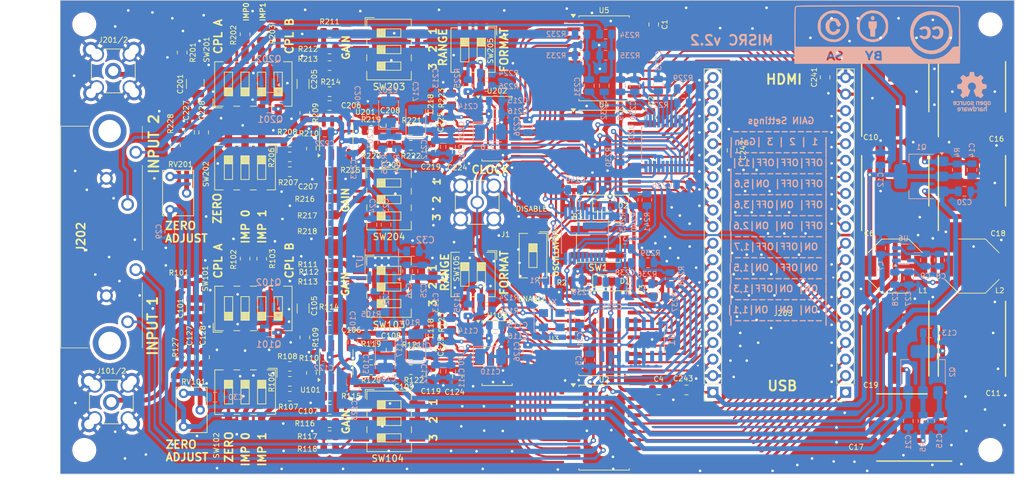
<source format=kicad_pcb>
(kicad_pcb (version 20240108) (generator "pcbnew") (generator_version "8.0")
  (title_block (title "MISRC") (date "2023-11-22") (rev "0.3"))
  (layers (0 "F.Cu" signal) (31 "B.Cu" signal) (34 "B.Paste" user) (35 "F.Paste" user) (36 "B.SilkS" user "B.Silkscreen") (37 "F.SilkS" user "F.Silkscreen") (38 "B.Mask" user) (39 "F.Mask" user) (44 "Edge.Cuts" user))
  (net 0 "")
  (net 1 "VDD")
  (net 2 "GND")
  (net 3 "+5V")
  (net 4 "+5VA")
  (net 5 "-5VA")
  (net 6 "VDDA")
  (net 7 "/CLK_40")
  (net 8 "Net-(R212-Pad2)")
  (net 9 "Net-(R213-Pad2)")
  (net 10 "Net-(R217-Pad2)")
  (net 11 "Net-(R218-Pad2)")
  (net 12 "/DA0")
  (net 13 "/DA1")
  (net 14 "/DA2")
  (net 15 "/DA3")
  (net 16 "/DA4")
  (net 17 "/DA5")
  (net 18 "/DA6")
  (net 19 "/DA7")
  (net 20 "/DA8")
  (net 21 "/DA9")
  (net 22 "/DA10")
  (net 23 "/DA11")
  (net 24 "/DB3")
  (net 25 "/DB2")
  (net 26 "/DB1")
  (net 27 "/DB0")
  (net 28 "/DB4")
  (net 29 "/DB5")
  (net 30 "/DB6")
  (net 31 "/DB7")
  (net 32 "/DB8")
  (net 33 "/DB9")
  (net 34 "/DB10")
  (net 35 "/DB11")
  (net 36 "/OTRA")
  (net 37 "/OTRB")
  (net 38 "Net-(Q201-B)")
  (net 39 "Net-(Q201-C)")
  (net 40 "Net-(U6-CP+)")
  (net 41 "Net-(U6-CP-)")
  (net 42 "+5Vpcm")
  (net 43 "Net-(Q2-C)")
  (net 44 "Net-(Q1-B)")
  (net 45 "Net-(Q2-B)")
  (net 46 "Net-(U7-BYP)")
  (net 47 "Net-(U7-VREG)")
  (net 48 "Net-(U7-REF)")
  (net 49 "Net-(U6-VOUT)")
  (net 50 "Net-(J101-Signal)")
  (net 51 "Net-(C101-Pad2)")
  (net 52 "Net-(U101-VCM)")
  (net 53 "Net-(Q101-E)")
  (net 54 "Net-(U101-+)")
  (net 55 "Net-(C106-Pad2)")
  (net 56 "Net-(U101--)")
  (net 57 "Net-(C107-Pad2)")
  (net 58 "Net-(C108-Pad2)")
  (net 59 "Net-(C109-Pad1)")
  (net 60 "Net-(U102-VREF)")
  (net 61 "Net-(U102-REFT)")
  (net 62 "Net-(U102-REFB)")
  (net 63 "Net-(U102-IN)")
  (net 64 "Net-(U102-~{IN})")
  (net 65 "Net-(C127-Pad1)")
  (net 66 "Net-(J201-Signal)")
  (net 67 "Net-(C201-Pad2)")
  (net 68 "Net-(U201-VCM)")
  (net 69 "Net-(Q201-E)")
  (net 70 "Net-(U201-+)")
  (net 71 "Net-(C206-Pad2)")
  (net 72 "Net-(U201--)")
  (net 73 "Net-(C207-Pad2)")
  (net 74 "Net-(C208-Pad2)")
  (net 75 "Net-(C209-Pad1)")
  (net 76 "Net-(U202-VREF)")
  (net 77 "Net-(U202-REFT)")
  (net 78 "Net-(U202-REFB)")
  (net 79 "Net-(U202-IN)")
  (net 80 "Net-(U202-~{IN})")
  (net 81 "Net-(C227-Pad1)")
  (net 82 "Net-(D1-K)")
  (net 83 "Net-(D1-A)")
  (net 84 "Net-(D2-K)")
  (net 85 "Net-(D2-A)")
  (net 86 "Net-(U204-VREF1)")
  (net 87 "Net-(C237-Pad1)")
  (net 88 "Net-(U204-VINL)")
  (net 89 "Net-(U204-VINR)")
  (net 90 "/D_A7")
  (net 91 "/D_A1")
  (net 92 "/AUX_DOUT1")
  (net 93 "/AUX_LRCK2")
  (net 94 "/D_A2")
  (net 95 "/AUX_DOUT2")
  (net 96 "/AUX_BCK2")
  (net 97 "/D_A0")
  (net 98 "/D_A8")
  (net 99 "/D_A5")
  (net 100 "/D_A9")
  (net 101 "/D_A4")
  (net 102 "/D_A3")
  (net 103 "/AUX_LRCK1")
  (net 104 "/AUX_BCK1")
  (net 105 "/D_A6")
  (net 106 "/D_B0")
  (net 107 "/OTR_B")
  (net 108 "/D_B1")
  (net 109 "/D_B3")
  (net 110 "/D_B4")
  (net 111 "/D_B8")
  (net 112 "/D_B10")
  (net 113 "/D_A10")
  (net 114 "/D_B5")
  (net 115 "/OTR_A")
  (net 116 "/D_A11")
  (net 117 "/D_B9")
  (net 118 "/D_B6")
  (net 119 "/D_B7")
  (net 120 "/D_B2")
  (net 121 "/D_B11")
  (net 123 "Net-(Q101-B)")
  (net 124 "Net-(Q101-C)")
  (net 125 "Net-(U1A-R)")
  (net 126 "Net-(R102-Pad1)")
  (net 127 "Net-(R103-Pad1)")
  (net 128 "Net-(R106-Pad1)")
  (net 129 "Net-(R106-Pad2)")
  (net 130 "Net-(R107-Pad2)")
  (net 131 "Net-(R111-Pad2)")
  (net 132 "Net-(R112-Pad2)")
  (net 133 "Net-(R113-Pad2)")
  (net 134 "Net-(R116-Pad2)")
  (net 135 "Net-(R117-Pad2)")
  (net 136 "Net-(R118-Pad2)")
  (net 137 "Net-(U102-SENSE)")
  (net 138 "Net-(U102-MODE)")
  (net 139 "Net-(R125-Pad1)")
  (net 140 "Net-(R127-Pad2)")
  (net 141 "Net-(R202-Pad1)")
  (net 142 "Net-(R203-Pad1)")
  (net 143 "Net-(R206-Pad1)")
  (net 144 "Net-(R206-Pad2)")
  (net 145 "Net-(R207-Pad2)")
  (net 146 "Net-(R211-Pad2)")
  (net 147 "Net-(R216-Pad2)")
  (net 148 "Net-(U202-SENSE)")
  (net 149 "Net-(U202-MODE)")
  (net 150 "Net-(R225-Pad1)")
  (net 151 "Net-(R228-Pad2)")
  (net 152 "Net-(X1-EN)")
  (net 157 "Net-(U203-VREF1)")
  (net 158 "Net-(U203-VINL)")
  (net 159 "Net-(U203-VINR)")
  (net 160 "Net-(C231-Pad1)")
  (net 161 "Net-(C232-Pad1)")
  (net 162 "Net-(U203-MODE0)")
  (net 163 "Net-(U203-BYPAS)")
  (net 164 "Net-(U203-PDWN_N)")
  (net 165 "Net-(C238-Pad1)")
  (net 166 "/Audio_ADC/LRCK1")
  (net 167 "/Audio_ADC/DOUT1")
  (net 168 "/Audio_ADC/BCK1")
  (net 169 "Net-(U204-BYPAS)")
  (net 170 "Net-(U204-PDWN_N)")
  (net 171 "Net-(U204-MODE0)")
  (net 172 "/Audio_ADC/DOUT2")
  (net 173 "/Audio_ADC/BCK2")
  (net 174 "/Audio_ADC/LRCK2")
  (net 177 "IN2_L")
  (net 178 "IN1_R")
  (net 179 "IN2_R")
  (net 180 "IN1_L")
  (footprint "Footprints:CAPAE1030X850N" (layer "F.Cu") (at 188.5 115.7 -90)
    (property "Reference" "C19")
    (property "Value" "470u" (hide yes))
  )
  (footprint "Capacitor_SMD:C_0805_2012Metric" (layer "F.Cu") (at 117.348 120.65 -90)
    (property "Reference" "C119")
    (property "Value" "15pF/1")
  )
  (footprint "Resistor_SMD:R_0805_2012Metric" (layer "F.Cu") (at 108.204 119.888)
    (property "Reference" "R120")
    (property "Value" "40B")
  )
  (footprint "Capacitor_SMD:C_0805_2012Metric" (layer "F.Cu") (at 163.5 86.25 -90)
    (property "Reference" "C242")
    (property "Value" "1u")
  )
  (footprint "Capacitor_SMD:C_0805_2012Metric" (layer "F.Cu") (at 111.252 116.84 -90)
    (property "Reference" "C108")
    (property "Value" "82pF/1")
  )
  (footprint "Resistor_SMD:R_0805_2012Metric" (layer "F.Cu") (at 101.841 68.1736)
    (property "Reference" "R211")
    (property "Value" "1kB")
  )
  (footprint "Button_Switch_SMD:SW_DIP_SPSTx03_Slide_6.7x9.18mm_W8.61mm_P2.54mm_LowProfile" (layer "F.Cu") (at 110.945 107.21)
    (property "Reference" "SW103")
    (property "Value" "SW_DIP_x03")
  )
  (footprint "Resistor_SMD:R_0805_2012Metric" (layer "F.Cu") (at 101.841 73.2536)
    (property "Reference" "R213")
    (property "Value" "4k99B")
  )
  (footprint "Footprints:SMA_Amphenol_901-144_Horizontal" (layer "F.Cu") (at 68.41 124.83)
    (property "Reference" "J101/2")
    (property "Value" "Conn_01x01_Shielded")
  )
  (footprint "MountingHole:MountingHole_3.2mm_M3" (layer "F.Cu") (at 203.073 132.207)
    (property "Reference" "H3" (hide yes))
    (property "Value" "MountingHole")
  )
  (footprint "Resistor_SMD:R_0805_2012Metric" (layer "F.Cu") (at 78.74 106.68)
    (property "Reference" "R101")
    (property "Value" "75B")
  )
  (footprint "LED_SMD:LED_0805_2012Metric_Pad1.15x1.40mm_HandSolder" (layer "F.Cu") (at 144.009 94.742)
    (property "Reference" "D2")
    (property "Value" "LED")
  )
  (footprint "Resistor_SMD:R_0805_2012Metric" (layer "F.Cu") (at 101.854 128.016)
    (property "Reference" "R116")
    (property "Value" "1kB")
  )
  (footprint "Capacitor_SMD:C_0805_2012Metric" (layer "F.Cu") (at 156.5 123 180)
    (property "Reference" "C243")
    (property "Value" "1u")
  )
  (footprint "Capacitor_SMD:C_1210_3225Metric" (layer "F.Cu") (at 81.28 110.49 90)
    (property "Reference" "C101")
    (property "Value" "100u")
  )
  (footprint "Resistor_SMD:R_0805_2012Metric" (layer "F.Cu") (at 98.031 80.518 -90)
    (property "Reference" "R209")
    (property "Value" "499B")
  )
  (footprint "Resistor_SMD:R_0805_2012Metric" (layer "F.Cu") (at 91.427 68.453 90)
    (property "Reference" "R203")
    (property "Value" "75B")
  )
  (footprint "Resistor_SMD:R_0805_2012Metric" (layer "F.Cu") (at 95.745 84.963 180)
    (property "Reference" "R208")
    (property "Value" "39B")
  )
  (footprint "Resistor_SMD:R_0805_2012Metric" (layer "F.Cu") (at 95.745 87.249 180)
    (property "Reference" "R206")
    (property "Value" "75B")
  )
  (footprint "Resistor_SMD:R_0805_2012Metric" (layer "F.Cu") (at 99.06 120.396 -90)
    (property "Reference" "R110")
    (property "Value" "499B")
  )
  (footprint "Package_SO:TSSOP-28_4.4x9.7mm_P0.65mm" (layer "F.Cu") (at 127.508 117.348)
    (property "Reference" "U102")
    (property "Value" "AD9235")
  )
  (footprint "Resistor_SMD:R_0805_2012Metric" (layer "F.Cu") (at 99.047 85.979 -90)
    (property "Reference" "R210")
    (property "Value" "499B")
  )
  (footprint "Capacitor_SMD:C_0805_2012Metric" (layer "F.Cu") (at 101.854 113.792)
    (property "Reference" "C106")
    (property "Value" "1p")
  )
  (footprint "Package_SO:SOIC-20W_7.5x12.8mm_P1.27mm" (layer "F.Cu") (at 143.891 72.136)
    (property "Reference" "U5")
    (property "Value" "74VHC541")
  )
  (footprint "Capacitor_SMD:C_0805_2012Metric" (layer "F.Cu") (at 120.129 81.915 -90)
    (property "Reference" "C225")
    (property "Value" "100n")
  )
  (footprint "Capacitor_SMD:C_0805_2012Metric" (layer "F.Cu") (at 101.841 79.375)
    (property "Reference" "C206")
    (property "Value" "1p")
  )
  (footprint "Resistor_SMD:R_0805_2012Metric" (layer "F.Cu") (at 101.841 89.535)
    (property "Reference" "R215")
    (property "Value" "6k49B")
  )
  (footprint "Package_SO:SOIC-20W_7.5x12.8mm_P1.27mm" (layer "F.Cu") (at 143.891 86.614)
    (property "Reference" "U4")
    (property "Value" "74VHC541")
  )
  (footprint "Footprints:SMA_Amphenol_901-144_Vertical2" (layer "F.Cu") (at 124.46 94.234)
    (property "Reference" "J1")
    (property "Value" "Conn_01x01_Shielded")
  )
  (footprint "Potentiometer_THT:Potentiometer_Bourns_3266W_Vertical" (layer "F.Cu") (at 77.4 90.27 90)
    (property "Reference" "RV201")
    (property "Value" "10k")
  )
  (footprint "Footprints:CAPAE1030X850N" (layer "F.Cu") (at 190.8 128.75 180)
    (property "Reference" "C17")
    (property "Value" "470u" (hide yes))
  )
  (footprint "Resistor_SMD:R_0805_2012Metric" (layer "F.Cu") (at 114.3 119.888)
    (property "Reference" "R122")
    (property "Value" "22B")
  )
  (footprint "Footprints:L_Bourns-SRU8043_2" (layer "F.Cu") (at 188.5 104 180)
    (property "Reference" "L1")
    (property "Value" "100u")
  )
  (footprint "Button_Switch_SMD:SW_DIP_SPSTx03_Slide_6.7x9.18mm_W8.61mm_P2.54mm_LowProfile" (layer "F.Cu") (at 110.966166 127.811166)
    (property "Reference" "SW104")
    (property "Value" "SW_DIP_x03")
  )
  (footprint "Footprints:CAPAE1030X850N" (layer "F.Cu") (at 200.25 115.75 -90)
    (property "Reference" "C11")
    (property "Value" "470u" (hide yes))
  )
  (footprint "Resistor_SMD:R_0805_2012Metric" (layer "F.Cu") (at 95.758 119.38 180)
    (property "Reference" "R108")
    (property "Value" "39B")
  )
  (footprint "Resistor_SMD:R_0805_2012Metric" (layer "F.Cu") (at 139.827 106.299 180)
    (property "Reference" "R2")
    (property "Value" "100")
  )
  (footprint "Footprints:SMA_Amphenol_901-144_Horizontal" (layer "F.Cu") (at 68.71 74.07)
    (property "Reference" "J201/2")
    (property "Value" "Conn_01x01_Shielded")
  )
  (footprint "Resistor_SMD:R_0805_2012Metric" (layer "F.Cu") (at 95.758 121.666 180)
    (property "Reference" "R106")
    (property "Value" "75B")
  )
  (footprint "Capacitor_SMD:C_0805_2012Metric" (layer "F.Cu") (at 111.239 82.423 -90)
    (property "Reference" "C208")
    (property "Value" "82pF/1")
  )
  (footprint "Package_SO:SOIC-20W_7.5x12.8mm_P1.27mm" (layer "F.Cu") (at 143.891 128.778)
    (property "Reference" "U2")
    (property "Value" "74VHC541")
  )
  (footprint "Resistor_SMD:R_0805_2012Metric" (layer "F.Cu") (at 101.841 93.599)
    (property "Reference" "R216")
    (property "Value" "1kB")
  )
  (footprint "Button_Switch_SMD:SW_DIP_SPSTx04_Slide_6.7x11.72mm_W8.61mm_P2.54mm_LowProfile" (layer "F.Cu") (at 90.157 76.073 90)
    (property "Reference" "SW201")
    (property "Value" "SW_DIP_x04")
  )
  (footprint "Resistor_SMD:R_0805_2012Metric" (layer "F.Cu") (at 120.51 78.359 90)
    (property "Reference" "R223")
    (property "Value" "10k")
  )
  (footprint "MountingHole:MountingHole_3.2mm_M3" (layer "F.Cu") (at 64.262 132.207)
    (property "Reference" "H2" (hide yes))
    (property "Value" "MountingHole")
  )
  (footprint "LED_SMD:LED_0805_2012Metric_Pad1.15x1.40mm_HandSolder" (layer "F.Cu") (at 144.009 106.299)
    (property "Reference" "D1")
    (property "Value" "LED")
  )
  (footprint "Footprints:L_Bourns-SRU8043_2" (layer "F.Cu") (at 200.25 104)
    (property "Reference" "L2")
    (property "Value" "100u")
  )
  (footprint "Resistor_SMD:R_0805_2012Metric" (layer "F.Cu") (at 88.9 102.87 90)
    (property "Reference" "R102")
    (property "Value" "150B")
  )
  (footprint "Capacitor_SMD:C_1210_3225Metric" (layer "F.Cu") (at 81.267 76.073 90)
    (property "Reference" "C201")
    (property "Value" "100u")
  )
  (footprint "Resistor_SMD:R_0805_2012Metric" (layer "F.Cu") (at 101.854 123.952)
    (property "Reference" "R115")
    (property "Value" "6k49B")
  )
  (footprint "Resistor_SMD:R_0805_2012Metric" (layer "F.Cu") (at 101.854 103.6)
    (property "Reference" "R111")
    (property "Value" "1kB")
  )
  (footprint "Button_Switch_SMD:SW_DIP_SPSTx02_Slide_6.7x6.64mm_W8.61mm_P2.54mm_LowProfile" (layer "F.Cu") (at 123.825 105.283 -90)
    (property "Reference" "SW105")
    (property "Value" "SW_DIP_x02")
  )
  (footprint "Capacitor_SMD:C_0805_2012Metric" (layer "F.Cu") (at 121.399 86.487 90)
    (property "Reference" "C224")
    (property "Value" "100n")
  )
  (footprint "Resistor_SMD:R_0805_2012Metric" (layer "F.Cu") (at 108.191 85.471)
    (property "Reference" "R220")
    (property "Value" "40B")
  )
  (footprint "Capacitor_SMD:C_0805_2012Metric" (layer "F.Cu") (at 111.252 120.65 -90)
    (property "Reference" "C109")
    (property "Value" "82pF/1")
  )
  (footprint "Capacitor_SMD:C_0805_2012Metric" (layer "F.Cu") (at 120.142 116.332 -90)
    (property "Reference" "C125")
    (property "Value" "100n")
  )
  (footprint "Capacitor_SMD:C_0805_2012Metric" (layer "F.Cu") (at 111.239 86.233 -90)
    (property "Reference" "C209")
    (property "Value" "82pF/1")
  )
  (footprint "Capacitor_SMD:C_0805_2012Metric" (layer "F.Cu") (at 177.75 75.05 90)
    (property "Reference" "C241")
    (property "Value" "1u")
  )
  (footprint "Resistor_SMD:R_0805_2012Metric" (layer "F.Cu") (at 101.841 70.7136)
    (property "Reference" "R212")
    (property "Value" "2k49B")
  )
  (footprint "Resistor_SMD:R_0805_2012Metric" (layer "F.Cu") (at 101.854 107.65)
    (property "Reference" "R113")
    (property "Value" "4k99B")
  )
  (footprint "Resistor_SMD:R_0805_2012Metric" (layer "F.Cu") (at 95.745 89.535 180)
    (property "Reference" "R207")
    (property "Value" "39B")
  )
  (footprint "Resistor_SMD:R_0805_2012Metric" (layer "F.Cu") (at 114.287 85.471)
    (property "Reference" "R222")
    (property "Value" "22B")
  )
  (footprint "Footprints:CAPAE1030X850N" (layer "F.Cu") (at 188.5 77.75 90)
    (property "Reference" "C10")
    (property "Value" "470u" (hide yes))
  )
  (footprint "Package_SO:SOIC-20W_7.5x12.8mm_P1.27mm" (layer "F.Cu") (at 143.891 114.3)
    (property "Reference" "U3")
    (property "Value" "74VHC541")
  )
  (footprint "Footprints:Tang_nano_20k" (layer "F.Cu") (at 180.88375 123.35 180)
    (property "Reference" "J203")
    (property "Value" "Tang_nano_20k")
  )
  (footprint "Button_Switch_SMD:SW_DIP_SPSTx03_Slide_6.7x9.18mm_W8.61mm_P2.54mm_LowProfile" (layer "F.Cu") (at 110.945 70.79)
    (property "Reference" "SW203")
    (property "Value" "SW_DIP_x03")
  )
  (footprint "Capacitor_SMD:C_0805_2012Metric" (layer "F.Cu") (at 82.677 117.983 90)
    (property "Reference" "C128")
    (property "Value" "1n/1" (hide yes))
  )
  (footprint "Capacitor_SMD:C_0805_2012Metric" (layer "F.Cu") (at 101.854 125.984)
    (property "Reference" "C107")
    (property "Value" "1p")
  )
  (footprint "Resistor_SMD:R_0805_2012Metric" (layer "F.Cu") (at 95.758 123.952 180)
    (property "Reference" "R107")
    (property "Value" "39B")
  )
  (footprint "Resistor_SMD:R_0805_2012Metric" (layer "F.Cu") (at 101.841 98.679)
    (property "Reference" "R218")
    (property "Value" "4k99B")
  )
  (footprint "Resistor_SMD:R_0805_2012Metric" (layer "F.Cu") (at 108.204 117.602)
    (property "Reference" "R119")
    (property "Value" "40B")
  )
  (footprint "Footprints:CAPAE1030X850N" (layer "F.Cu") (at 188.5 92.2 90)
    (property "Reference" "C6")
    (property "Value" "470u" (hide yes))
  )
  (footprint "Footprints:CAPAE1030X850N" (layer "F.Cu") (at 200.25 92.2 90)
    (property "Reference" "C18")
    (property "Value" "470u" (hide yes))
  )
  (footprint "Resistor_SMD:R_0805_2012Metric" (layer "F.Cu") (at 108.191 83.185)
    (property "Reference" "R219")
    (property "Value" "40B")
  )
  (footprint "Button_Switch_SMD:SW_DIP_SPSTx01_Slide_6.7x4.1mm_W8.61mm_P2.54mm_LowProfile" (layer "F.Cu") (at 133 102.405 -90)
    (property "Reference" "SW2" (hide yes))
    (property "Value" "SW_DIP_x01")
  )
  (footprint "Footprints:SW_SPST_EVQP0_2" (layer "F.Cu") (at 143.002 100.33 180)
    (property "Reference" "SW1")
    (property "Value" "SW_Push")
  )
  (footprint "MountingHole:MountingHole_3.2mm_M3" (layer "F.Cu") (at 64.262 66.929)
    (property "Reference" "H1" (hide yes))
    (property "Value" "MountingHole")
  )
  (footprint "Capacitor_SMD:C_0805_2012Metric" (layer "F.Cu") (at 151.003 81.219 -90)
    (property "Reference" "C2")
    (property "Value" "1u")
  )
  (footprint "Capacitor_SMD:C_1206_3216Metric" (layer "F.Cu") (at 97.79 110.49 -90)
    (property "Reference" "C105")
    (property "Value" "470n/1")
  )
  (footprint "Capacitor_SMD:C_0805_2012Metric" (layer "F.Cu") (at 82.55 83.5 90)
    (property "Reference" "C228")
    (property "Value" "1n/1" (hide yes))
  )
  (footprint "Resistor_SMD:R_0805_2012Metric" (layer "F.Cu") (at 79.25 71.25 -90)
    (property "Reference" "R201")
    (property "Value" "75B")
  )
  (footprint "Resistor_SMD:R_0805_2012Metric" (layer "F.Cu") (at 101.841 96.139)
    (property "Reference" "R217")
    (property "Value" "2k49B")
  )
  (footprint "Capacitor_SMD:C_0805_2012Metric" (layer "F.Cu") (at 117.348 116.84 -90)
    (property "Reference" "C118")
    (property "Value" "15pF/1")
  )
  (footprint "Capacitor_SMD:C_0805_2012Metric" (layer "F.Cu") (at 152.25 123)
    (property "Reference" "C4")
    (property "Value" "1u")
  )
  (footprint "Footprints:KLP42X61WWRR" (layer "F.Cu") (at 67.65 90.55 -90)
    (property "Reference" "J202")
    (property "Value" "KLP42X-61-WW_RR" (hide yes))
  )
  (footprint "Resistor_SMD:R_0805_2012Metric" (layer "F.Cu") (at 101.854 132.05)
    (property "Reference" "R118")
    (property "Value" "4k99B")
  )
  (footprint "Resistor_SMD:R_0805_2012Metric" (layer "F.Cu") (at 114.287 83.185)
    (property "Reference" "R221")
    (property "Value" "22B")
  )
  (footprint "Footprints:CAPAE1030X850N" (layer "F.Cu") (at 200.25 77.8 90)
    (property "Reference" "C16")
    (property "Value" "470u" (hide yes))
  )
  (footprint "Resistor_SMD:R_0805_2012Metric" (layer "F.Cu") (at 78.232 85.471 -90)
    (property "Reference" "R228")
    (property "Value" "3k3" (hide yes))
  )
  (footprint "Footprints:BNC_Right_Angle-DOSIN-801-0050_5pin" (layer "F.Cu") (at 68.39 124.88)
    (property "Reference" "J101" (hide yes))
    (property "Value" "BNC_Rosenberger")
  )
  (footprint "Button_Switch_SMD:SW_DIP_SPSTx04_Slide_6.7x11.72mm_W8.61mm_P2.54mm_LowProfile" (layer "F.Cu") (at 90.17 110.49 90)
    (property "Reference" "SW101")
    (property "Value" "SW_DIP_x04")
  )
  (footprint "Resistor_SMD:R_0805_2012Metric" (layer "F.Cu") (at 98.044 114.935 -90)
    (property "Reference" "R109")
    (property "Value" "499B")
  )
  (footprint "Capacitor_SMD:C_0805_2012Metric" (layer "F.Cu") (at 80.391 83.5 90)
    (property "Reference" "C227")
    (property "Value" "10u" (hide yes))
  )
  (footprint "Button_Switch_SMD:SW_DIP_SPSTx03_Slide_6.7x9.18mm_W8.61mm_P2.54mm_LowProfile" (layer "F.Cu") (at 88.887 88.913 -90)
    (property "Reference" "SW202")
    (property "Value" "SW_DIP_x03")
  )
  (footprint "Resistor_SMD:R_0805_2012Metric" (layer "F.Cu") (at 101.854 105.6)
    (property "Reference" "R112")
    (property "Value" "2k49B")
  )
  (footprint "Resistor_SMD:R_0805_2012Metric" (layer "F.Cu") (at 91.44 102.87 90)
    (property "Reference" "R103")
    (property "Value" "75B")
  )
  (footprint "Package_SO:SO-8_3.9x4.9mm_P1.27mm" (layer "F.Cu") (at 102.87 84.328 90)
    (property "Reference" "U201")
    (property "Value" "AD8138ARZ")
  )
  (footprint "Capacitor_SMD:C_0805_2012Metric" (layer "F.Cu") (at 117.335 86.233 -90)
    (property "Reference" "C219")
    (property "Value" "15pF/1")
  )
  (footprint "MountingHole:MountingHole_3.2mm_M3" (layer "F.Cu") (at 203.073 66.929)
    (property "Reference" "H4" (hide yes))
    (property "Value" "MountingHole")
  )
  (footprint "Package_SO:TSSOP-28_4.4x9.7mm_P0.65mm" (layer "F.Cu") (at 127.495 82.931)
    (property "Reference" "U202")
    (property "Value" "AD9235")
  )
  (footprint "Resistor_SMD:R_0805_2012Metric" (layer "F.Cu") (at 88.887 68.453 90)
    (property "Reference" "R202")
    (property "Value" "150B")
  )
  (footprint "Resistor_SMD:R_0805_2012Metric" (layer "F.Cu") (at 114.3 117.602)
    (property "Reference" "R121")
    (property "Value" "22B")
  )
  (footprint "Resistor_SMD:R_0805_2012Metric" (layer "F.Cu") (at 101.8375 77.25)
    (property "Reference" "R214")
    (property "Value" "6k49B")
  )
  (footprint "Button_Switch_SMD:SW_DIP_SPSTx02_Slide_6.7x6.64mm_W8.61mm_P2.54mm_LowProfile" (layer "F.Cu") (at 123.812 70.866 -90)
    (property "Reference" "SW205")
    (property "Value" "SW_DIP_x02")
  )
  (footprint "Capacitor_SMD:C_0805_2012Metric" (layer "F.Cu") (at 151.4 107.6 90)
    (property "Reference" "C3")
    (property "Value" "1u")
  )
  (footprint "Package_SO:SO-8_3.9x4.9mm_P1.27mm" (layer "F.Cu") (at 102.87 118.745 90)
    (property "Reference" "U101")
    (property "Value" "AD8138ARZ")
  )
  (footprint "Button_Switch_SMD:SW_DIP_SPSTx03_Slide_6.7x9.18mm_W8.61mm_P2.54mm_LowProfile" (layer "F.Cu") (at 110.945 93.79)
    (property "Reference" "SW204")
    (property "Value" "SW_DIP_x03")
  )
  (footprint "Potentiometer_THT:Potentiometer_Bourns_3266W_Vertical" (layer "F.Cu") (at 79.475 123.525 90)
    (property "Reference" "RV101")
    (property "Value" "10k")
  )
  (footprint "Button_Switch_SMD:SW_DIP_SPSTx03_Slide_6.7x9.18mm_W8.61mm_P2.54mm_LowProfile" (layer "F.Cu") (at 88.9 123.33 -90)
    (property "Reference" "SW102")
    (property "Value" "SW_DIP_x03")
  )
  (footprint "Resistor_SMD:R_0805_2012Metric" (layer "F.Cu") (at 139.827 94.742 180)
    (property "Reference" "R3")
    (property "Value" "100")
  )
  (footprint "Resistor_SMD:R_0805_2012Metric" (layer "F.Cu") (at 78.232 119.9115 -90)
    (property "Reference" "R127")
    (property "Value" "3k3" (hide yes))
  )
  (footprint "Footprints:BNC_Right_Angle-DOSIN-801-0050_5pin" (layer "F.Cu") (at 68.69 74.09)
    (property "Reference" "J201" (hide yes))
    (property "Value" "BNC_Rosenberger")
  )
  (footprint "Resistor_SMD:R_0805_2012Metric" (layer "F.Cu") (at 101.854 130)
    (property "Reference" "R117")
    (property "Value" "2k49B")
  )
  (footprint "Resistor_SMD:R_0805_2012Metric" (layer "F.Cu") (at 120.523 112.776 90)
    (property "Reference" "R123")
    (property "Value" "10k")
  )
  (footprint "Capacitor_SMD:C_0805_2012Metric" (layer "F.Cu") (at 121.412 120.904 90)
    (property "Reference" "C124")
    (property "Value" "100n")
  )
  (footprint "Capacitor_SMD:C_0805_2012Metric" (layer "F.Cu") (at 80.518 117.983 90)
    (property "Reference" "C127")
    (property "Value" "10u" (hide yes))
  )
  (footprint "Capacitor_SMD:C_0805_2012Metric" (layer "F.Cu") (at 151.5 66.95 -90)
    (property "Reference" "C1")
    (property "Value" "1u")
  )
  (footprint "Capacitor_SMD:C_0805_2012Metric" (layer "F.Cu") (at 101.841 91.567)
    (property "Reference" "C207")
    (property "Value" "1p")
  )
  (footprint "Capacitor_SMD:C_1206_3216Metric" (layer "F.Cu") (at 97.777 76.073 -90)
    (property "Reference" "C205")
    (property "Value" "470n/1")
  )
  (footprint "Capacitor_SMD:C_0805_2012Metric" (layer "F.Cu") (at 117.335 82.423 -90)
    (property "Reference" "C218")
    (property "Value" "15pF/1")
  )
  (footprint "Resistor_SMD:R_0805_2012Metric" (layer "F.Cu") (at 101.85 111.7)
    (property "Reference" "R114")
    (property "Value" "6k49B")
  )
  (footprint "Capacitor_SMD:C_0805_2012Metric" (layer "B.Cu") (at 100.965 117.856)
    (property "Reference" "C122")
    (property "Value" "100n")
  )
  (footprint "Capacitor_Tantalum_SMD:CP_EIA-3528-21_Kemet-B_Pad1.50x2.35mm_HandSolder" (layer "B.Cu") (at 110.363 117.983 -90)
    (property "Reference" "C102")
    (property "Value" "10u")
  )
  (footprint "Capacitor_SMD:C_0805_2012Metric" (layer "B.Cu") (at 139.3 92.3)
    (property "Reference" "C240")
    (property "Value" "100n")
  )
  (footprint "Capacitor_SMD:C_0805_2012Metric" (layer "B.Cu") (at 132.207 82.55 -90)
    (property "Reference" "C226")
    (property "Value" "100n")
  )
  (footprint "Capacitor_SMD:C_0805_2012Metric" (layer "B.Cu") (at 118.097 82.169 90)
    (property "Reference" "C221" (hide yes))
    (property "Value" "1n/1")
  )
  (footprint "Resistor_SMD:R_0805_2012Metric" (layer "B.Cu") (at 144.1196 71.6788)
    (property "Reference" "R235")
    (property "Value" "47k")
  )
  (footprint "Capacitor_SMD:C_0805_2012Metric" (layer "B.Cu") (at 199.104 92.536)
    (property "Reference" "C20")
    (property "Value" "1u")
  )
  (footprint "Capacitor_SMD:C_0805_2012Metric" (layer "B.Cu") (at 148.59 76.3372 90)
    (property "Reference" "C230")
    (property "Value" "100n")
  )
  (footprint "Capacitor_SMD:C_0805_2012Metric" (layer "B.Cu") (at 195.273928 103.082933 90)
    (property "Reference" "C8")
    (property "Value" "10u")
  )
  (footprint "Oscillator:Oscillator_SMD_EuroQuartz_XO53-4Pin_5.0x3.2mm" (layer "B.Cu") (at 135.87 112.3 180)
    (property "Reference" "X1")
    (property "Value" "40M")
  )
  (footprint "Package_TO_SOT_SMD:SOT-23" (layer "B.Cu") (at 92.329 75.057 90)
    (property "Reference" "Q202")
    (property "Value" "CMPT5179")
  )
  (footprint "Capacitor_SMD:C_0805_2012Metric" (layer "B.Cu") (at 141.6304 76.3372 -90)
    (property "Reference" "C231")
    (property "Value" "1u")
  )
  (footprint "Resistor_SMD:R_0805_2012Metric" (layer "B.Cu") (at 112.141 85.0665 -90)
    (property "Reference" "R204")
    (property "Value" "1kB")
  )
  (footprint "Capacitor_SMD:C_0805_2012Metric" (layer "B.Cu") (at 108.839 108.839 90)
    (property "Reference" "C22")
    (property "Value" "1u")
  )
  (footprint "Capacitor_SMD:C_0805_2012Metric" (layer "B.Cu") (at 190.5 127.75 -90)
    (property "Reference" "C21")
    (property "Value" "1u")
  )
  (footprint "Resistor_SMD:R_0805_2012Metric" (layer "B.Cu") (at 192.75 127.75 -90)
    (property "Reference" "R5")
    (property "Value" "1k")
  )
  (footprint "Resistor_SMD:R_0805_2012Metric" (layer "B.Cu") (at 125.857 110.871 180)
    (property "Reference" "R126")
    (property "Value" "10k")
  )
  (footprint "Capacitor_SMD:C_0805_2012Metric" (layer "B.Cu") (at 120.396 113.03 -90)
    (property "Reference" "C114")
    (property "Value" "1n/1")
  )
  (footprint "Capacitor_SMD:C_0805_2012Metric" (layer "B.Cu") (at 127.241 80.645)
    (property "Reference" "C216")
    (property "Value" "1n/1")
  )
  (footprint "Resistor_SMD:R_0805_2012Metric" (layer "B.Cu") (at 125.844 76.454 180)
    (property "Reference" "R226")
    (property "Value" "10k")
  )
  (footprint "Capacitor_SMD:C_0805_2012Metric" (layer "B.Cu") (at 145.1 108.6)
    (property "Reference" "C234")
    (property "Value" "10u")
  )
  (footprint "Resistor_SMD:R_0805_2012Metric" (layer "B.Cu") (at 148.35 93.8375 -90)
    (property "Reference" "R240")
    (property "Value" "1k")
  )
  (footprint "Capacitor_SMD:C_0805_2012Metric" (layer "B.Cu") (at 118.097 78.613 -90)
    (property "Reference" "C213")
    (property "Value" "100n")
  )
  (footprint "Capacitor_SMD:C_0805_2012Metric" (layer "B.Cu") (at 186.25 101.25 90)
    (property "Reference" "C7")
    (property "Value" "1u")
  )
  (footprint "Package_TO_SOT_SMD:SOT-223-3_TabPin2" (layer "B.Cu") (at 192.75 120.25 90)
    (property "Reference" "Q2")
    (property "Value" "FZT790A")
  )
  (footprint "Capacitor_SMD:C_0805_2012Metric" (layer "B.Cu") (at 195.25 127.75 -90)
    (property "Reference" "C15")
    (property "Value" "100n")
  )
  (footprint "Capacitor_SMD:C_0805_2012Metric" (layer "B.Cu") (at 118.11 120.142 90)
    (property "Reference" "C112")
    (property "Value" "100n")
  )
  (footprint "Resistor_SMD:R_0805_2012Metric" (layer "B.Cu") (at 150.45 93.8375 -90)
    (property "Reference" "R241")
    (property "Value" "1k")
  )
  (footprint "Capacitor_SMD:C_0805_2012Metric" (layer "B.Cu") (at 140.15 112.1 -90)
    (property "Reference" "C31")
    (property "Value" "1u")
  )
  (footprint "Package_TO_SOT_SMD:SOT-23" (layer "B.Cu") (at 92.329 109.3525 90)
    (property "Reference" "Q102")
    (property "Value" "CMPT5179")
  )
  (footprint "Capacitor_SMD:C_0805_2012Metric" (layer "B.Cu") (at 105.537 85.725 -90)
    (property "Reference" "C223")
    (property "Value" "100n")
  )
  (footprint "Capacitor_SMD:C_0805_2012Metric" (layer "B.Cu") (at 120.383 78.613 -90)
    (property "Reference" "C214")
    (property "Value" "1n/1")
  )
  (footprint "Footprints:SOIC-8-1EP_3.9x4.9mm_P1.27mm_EP2.29x3mm_2" (layer "B.Cu") (at 109.843 103.313 90)
    (property "Reference" "U7")
    (property "Value" "ADP7156ARDZ")
  )
  (footprint "Capacitor_SMD:C_0805_2012Metric" (layer "B.Cu") (at 143.9164 76.3372 -90)
    (property "Reference" "C232")
    (property "Value" "1u")
  )
  (footprint "Capacitor_Tantalum_SMD:CP_EIA-3528-21_Kemet-B_Pad1.50x2.35mm_HandSolder" (layer "B.Cu") (at 115.049 81.661 90)
    (property "Reference" "C217")
    (property "Value" "10u")
  )
  (footprint "Capacitor_SMD:C_0805_2012Metric" (layer "B.Cu") (at 200.25 89.25 -90)
    (property "Reference" "C14")
    (property "Value" "100n")
  )
  (footprint "Resistor_SMD:R_0805_2012Metric" (layer "B.Cu") (at 154 105.9125 90)
    (property "Reference" "R238")
    (property "Value" "10k")
  )
  (footprint "Resistor_SMD:R_0805_2012Metric" (layer "B.Cu") (at 123.063 110.744 -90)
    (property "Reference" "R125")
    (property "Value" "3k3")
  )
  (footprint "Capacitor_SMD:C_0805_2012Metric" (layer "B.Cu") (at 127.254 113.03)
    (property "Reference" "C115")
    (property "Value" "100n")
  )
  (footprint "Capacitor_SMD:C_0805_2012Metric" (layer "B.Cu") (at 145.1 106.45)
    (property "Reference" "C235")
    (property "Value" "100n")
  )
  (footprint "Capacitor_SMD:C_0805_2012Metric" (layer "B.Cu") (at 147.1 103.5 180)
    (property "Reference" "C238")
    (property "Value" "1u")
  )
  (footprint "Resistor_SMD:R_0805_2012Metric" (layer "B.Cu") (at 140.3604 71.6788)
    (property "Reference" "R233")
    (property "Value" "47k")
  )
  (footprint "Symbol:OSHW-Logo_5.7x6mm_SilkScreen" (layer "B.Cu") (at 200.25 77.25 180)
    (property "Reference" "REF**" (hide yes))
    (property "Value" "OSHW-Logo_5.7x6mm_SilkScreen" (hide yes))
  )
  (footprint "Resistor_SMD:R_0805_2012Metric" (layer "B.Cu") (at 140.3604 68.4276)
    (property "Reference" "R232")
    (property "Value" "10k")
  )
  (footprint "Capacitor_SMD:C_0805_2012Metric" (layer "B.Cu") (at 120.396 120.142 90)
    (property "Reference" "C111")
    (property "Value" "1n/1")
  )
  (footprint "Capacitor_SMD:C_0805_2012Metric" (layer "B.Cu") (at 152.1968 76.2508 90)
    (property "Reference" "C233")
    (property "Value" "100n")
  )
  (footprint "Resistor_SMD:R_0805_2012Metric" (layer "B.Cu") (at 125.844 74.422 180)
    (property "Reference" "R224")
    (property "Value" "4k99")
  )
  (footprint "Capacitor_SMD:C_0805_2012Metric" (layer "B.Cu") (at 77.35 98.7 -90)
    (property "Reference" "C29")
    (property "Value" "1u")
  )
  (footprint "Resistor_SMD:R_0805_2012Metric" (layer "B.Cu") (at 152.4125 108.75 180)
    (property "Reference" "R237")
    (property "Value" "47k")
  )
  (footprint "Capacitor_SMD:C_0805_2012Metric" (layer "B.Cu") (at 106.172 81.153 90)
    (property "Reference" "C204")
    (property "Value" "1n/1")
  )
  (footprint "Package_TO_SOT_SMD:SOT-223-3_TabPin2" (layer "B.Cu") (at 192.5 90.25 180)
    (property "Reference" "Q1")
    (property "Value" "FZT690B")
  )
  (footprint "Capacitor_SMD:C_0805_2012Metric" (layer "B.Cu") (at 127.254 115.062)
    (property "Reference" "C116")
    (property "Value" "1n/1")
  )
  (footprint "Capacitor_SMD:C_0805_2012Metric" (layer "B.Cu") (at 155.95 91.5 180)
    (property "Reference" "C236")
    (property "Value" "100n")
  )
  (footprint "Capacitor_SMD:C_0805_2012Metric" (layer "B.Cu") (at 120.383 85.725 90)
    (property "Reference" "C211")
    (property "Value" "1n/1")
  )
  (footprint "Capacitor_SMD:C_0805_2012Metric" (layer "B.Cu") (at 118.11 113.03 -90)
    (property "Reference" "C113")
    (property "Value" "100n")
  )
  (footprint "Resistor_SMD:R_0805_2012Metric" (layer "B.Cu") (at 156.0068 76.8096 180)
    (property "Reference" "R229")
    (property "Value" "1k")
  )
  (footprint "Resistor_SMD:R_0805_2012Metric" (layer "B.Cu") (at 123.05 76.327 -90)
    (property "Reference" "R225")
    (property "Value" "3k3")
  )
  (footprint "Resistor_SMD:R_0805_2012Metric" (layer "B.Cu") (at 150.6125 103.5 180)
    (property "Reference" "R239")
    (property "Value" "47k")
  )
  (footprint "Resistor_SMD:R_0805_2012Metric" (layer "B.Cu") (at 125.857 108.839 180)
    (property "Reference" "R124")
    (property "Value" "4k99")
  )
  (footprint "Resistor_SMD:R_0805_2012Metric" (layer "B.Cu") (at 156.0068 78.994 180)
    (property "Reference" "R227")
    (property "Value" "1k")
  )
  (footprint "Capacitor_SMD:C_0805_2012Metric" (layer "B.Cu") (at 186.25 87.55 90)
    (property "Reference" "C12")
    (property "Value" "1u")
  )
  (footprint "Capacitor_SMD:C_0805_2012Metric" (layer "B.Cu") (at 132.207 117.094 -90)
    (property "Reference" "C126")
    (property "Value" "100n")
  )
  (footprint "Resistor_SMD:R_0805_2012Metric" (layer "B.Cu") (at 111.76 113.538 90)
    (property "Reference" "R104")
    (property "Value" "1kB")
  )
  (footprint "Capacitor_SMD:C_0805_2012Metric" (layer "B.Cu") (at 120.383 82.169 90)
    (property "Reference" "C220")
    (property "Value" "100n")
  )
  (footprint "Capacitor_SMD:C_0805_2012Metric" (layer "B.Cu") (at 110.49 97.663 -90)
    (property "Reference" "C23")
    (property "Value" "1u")
  )
  (footprint "Capacitor_Tantalum_SMD:CP_EIA-3528-21_Kemet-B_Pad1.50x2.35mm_HandSolder" (layer "B.Cu") (at 115.062 116.078 90)
    (property "Reference" "C117")
    (property "Value" "10u")
  )
  (footprint "Capacitor_Tantalum_SMD:CP_EIA-3528-21_Kemet-B_Pad1.50x2.35mm_HandSolder" (layer "B.Cu") (at 126.492 117.856)
    (property "Reference" "C110")
    (property "Value" "10u")
  )
  (footprint "Package_TO_SOT_SMD:SOT-23-5" (layer "B.Cu") (at 189.812928 102.193933)
    (property "Reference" "U6")
    (property "Value" "TPS60401")
  )
  (footprint "Capacitor_SMD:C_0805_2012Metric" (layer "B.Cu") (at 190.584428 105.893933 90)
    (property "Reference" "C27")
    (property "Value" "1n/1" (hide yes))
  )
  (footprint "Footprints:CC Licence" (layer "B.Cu") (at 185.75 68.5 180)
    (property "Reference" "G***" (hide yes))
    (property "Value" "LOGO" (hide yes))
  )
  (footprint "Resistor_SMD:R_0805_2012Metric" (layer "B.Cu") (at 198 89.25 90)
    (property "Reference" "R4")
    (property "Value" "1k")
  )
  (footprint "Capacitor_Tantalum_SMD:CP_EIA-3528-21_Kemet-B_Pad1.50x2.35mm_HandSolder" (layer "B.Cu") (at 110.871 80.365 90)
    (property "Reference" "C202")
    (property "Value" "10u")
  )
  (footprint "Package_TO_SOT_SMD:SOT-23" (layer "B.Cu") (at 92.837 113.284 180)
    (property "Reference" "Q101")
    (property "Value" "CMPT5179")
  )
  (footprint "Package_SO:SO-16_3.9x9.9mm_P1.27mm" (layer "B.Cu") (at 148.075 115.3 -90)
    (property "Reference" "U1")
    (property "Value" "4043")
  )
  (footprint "Capacitor_SMD:C_0805_2012Metric" (layer "B.Cu") (at 141.45 106.1 180)
    (property "Reference" "C239")
    (property "Value" "100n")
  )
  (footprint "Capacitor_SMD:C_0805_2012Metric" (layer "B.Cu") (at 105.41 115.697 90)
    (property "Reference" "C104")
    (property "Value" "1n/1")
  )
  (footprint "Capacitor_SMD:C_0805_2012Metric" (layer "B.Cu") (at 146.4056 76.3372 90)
    (property "Reference" "C229")
    (property "Value" "10u")
  )
  (footprint "Resistor_SMD:R_0805_2012Metric" (layer "B.Cu") (at 146.304 87.1728 90)
    (property "Reference" "R230")
    (property "Value" "1k")
  )
  (footprint "Capacitor_SMD:C_0805_2012Metric" (layer "B.Cu") (at 147.1 101.35 180)
    (property "Reference" "C237")
    (property "Value" "1u")
  )
  (footprint "Resistor_SMD:R_0805_2012Metric" (layer "B.Cu") (at 146.2 93.8625 90)
    (property "Reference" "R243")
    (property "Value" "1k")
  )
  (footprint "Resistor_SMD:R_0805_2012Metric" (layer "B.Cu") (at 135.9 106.2)
    (property "Reference" "R1")
    (property "Value" "10k")
  )
  (footprint "Resistor_SMD:R_0805_2012Metric" (layer "B.Cu") (at 109.982 85.09 90)
    (property "Reference" "R205")
    (property "Value" "1kB")
  )
  (footprint "Resistor_SMD:R_0805_2012Metric" (layer "B.Cu") (at 144.1196 68.4276)
    (property "Reference" "R234")
    (property "Value" "10k")
  )
  (footprint "Capacitor_SMD:C_0805_2012Metric" (layer "B.Cu") (at 188.425428 105.893933 90)
    (property "Reference" "C28")
    (property "Value" "10u" (hide yes))
  )
  (footprint "Capacitor_SMD:C_0805_2012Metric" (layer "B.Cu") (at 114.6 101.75 180)
    (property "Reference" "C32")
    (property "Value" "10u")
  )
  (footprint "Footprints:SOP65P780X200-20N" (layer "B.Cu") (at 140.95 99.365 90)
    (property "Reference" "U204")
    (property "Value" "PCM1802DBR")
  )
  (footprint "Package_TO_SOT_SMD:SOT-23" (layer "B.Cu") (at 92.8425 78.928 180)
    (property "Reference" "Q201")
    (property "Value" "CMPT5179")
  )
  (footprint "Capacitor_SMD:C_0805_2012Metric" (layer "B.Cu") (at 118.097 85.725 90)
    (property "Reference" "C212")
    (property "Value" "100n")
  )
  (footprint "Resistor_SMD:R_0805_2012Metric" (layer "B.Cu") (at 150.2625 106.7 180)
    (property "Reference" "R236")
    (property "Value" "10k")
  )
  (footprint "Capacitor_SMD:C_0805_2012Metric" (layer "B.Cu") (at 141.7 118.4 -90)
    (property "Reference" "C5")
    (property "Value" "1u")
  )
  (footprint "Capacitor_SMD:C_0805_2012Metric" (layer "B.Cu") (at 120.396 116.586 90)
    (property "Reference" "C120")
    (property "Value" "100n")
  )
  (footprint "Capacitor_SMD:C_0805_2012Metric" (layer "B.Cu") (at 108.204 81.153 90)
    (property "Reference" "C203")
    (property "Value" "100n")
  )
  (footprint "Capacitor_SMD:C_0805_2012Metric" (layer "B.Cu") (at 193.75 114.25)
    (property "Reference" "C13")
    (property "Value" "1u")
  )
  (footprint "Capacitor_SMD:C_0805_2012Metric" (layer "B.Cu") (at 107.442 115.697 90)
    (property "Reference" "C103")
    (property "Value" "100n")
  )
  (footprint "Capacitor_SMD:C_0805_2012Metric" (layer "B.Cu") (at 127.241 78.613)
    (property "Reference" "C215")
    (property "Value" "100n")
  )
  (footprint "Capacitor_SMD:C_0805_2012Metric" (layer "B.Cu") (at 105.664 122.682 -90)
    (property "Reference" "C123")
    (property "Value" "100n")
  )
  (footprint "Footprints:SOP65P780X200-20N" (layer "B.Cu") (at 153.2422 85.2934 -90)
    (property "Reference" "U203")
    (property "Value" "PCM1802DBR")
  )
  (footprint "Capacitor_SMD:C_0805_2012Metric" (layer "B.Cu") (at 101.092 83.439)
    (property "Reference" "C222")
    (property "Value" "100n")
  )
  (footprint "Capacitor_SMD:C_0805_2012Metric" (layer "B.Cu") (at 118.11 116.586 90)
    (property "Reference" "C121")
    (property "Value" "1n/1")
  )
  (footprint "Capacitor_Tantalum_SMD:CP_EIA-3528-21_Kemet-B_Pad1.50x2.35mm_HandSolder" (layer "B.Cu") (at 126.479 83.439)
    (property "Reference" "C210")
    (property "Value" "10u")
  )
  (footprint "Capacitor_SMD:C_0805_2012Metric" (layer "B.Cu") (at 116.078 104.775 90)
    (property "Reference" "C25")
    (property "Value" "10u")
  )
  (footprint "Capacitor_SMD:C_0805_2012Metric" (layer "B.Cu") (at 84.3 124.1)
    (property "Reference" "C30")
    (property "Value" "1u")
  )
  (footprint "Resistor_SMD:R_0805_2012Metric" (layer "B.Cu") (at 109.601 113.538 -90)
    (property "Reference" "R105")
    (property "Value" "1kB")
  )
  (footprint "Capacitor_SMD:C_0805_2012Metric" (layer "B.Cu") (at 193.114928 103.082933 90)
    (property "Reference" "C9")
    (property "Value" "100n")
  )
  (footprint "Capacitor_SMD:C_0805_2012Metric" (layer "B.Cu") (at 113.792 104.775 90)
    (property "Reference" "C26")
    (property "Value" "100n")
  )
  (footprint "Capacitor_SMD:C_0805_2012Metric" (layer "B.Cu") (at 108.331 97.663 90)
    (property "Reference" "C24")
    (property "Value" "1u")
  )
  (gr_line (start 206.75 135.894) (end 206.75 63.25) (stroke (width 0.1)) (layer "Edge.Cuts"))
  (gr_line (start 60.573 135.89) (end 206.75 135.89) (stroke (width 0.1)) (layer "Edge.Cuts"))
  (gr_line (start 206.756 63.246) (end 60.579 63.246) (stroke (width 0.1)) (layer "Edge.Cuts"))
  (gr_line (start 60.579 63.246) (end 60.579 135.89) (stroke (width 0.1)) (layer "Edge.Cuts"))
  (gr_text "   GAIN Settings\n------------\n| 1 | 2 | 3 |Gain|\n|-----------|\n|OFF|OFF|OFF|13|\n|-----------|\n|OFF|OFF| ON|5,6|\n|-----------|\n|OFF| ON|OFF|3,6|\n|-----------|\n|OFF| ON| ON|2,6|\n|-----------|\n| ON|OFF|OFF|1,7|\n|-----------|\n| ON|OFF| ON|1,5|\n|-----------|\n| ON| ON|OFF|1,3|\n|-----------|\n| ON| ON| ON|1,1|\n|-----------|\n\n" (at 178.5 114.5 0) (layer "B.SilkS") (effects (font (size 1 1) (thickness 0.2) (bold yes)) (justify left bottom mirror)))
  (gr_text "MISRC v2.2" (at 170 70.25 0) (layer "B.SilkS") (effects (font (size 1.5 1.5) (thickness 0.3) (bold yes)) (justify left bottom mirror)))
  (gr_text "IMP 1" (at 92.202 134.874 90) (layer "F.SilkS") (effects (font (size 1.2 1.2) (thickness 0.25) (bold yes)) (justify left bottom)))
  (gr_text "GAIN" (at 105 129.9 90) (layer "F.SilkS") (effects (font (size 1.1 1.1) (thickness 0.25) (bold yes)) (justify left bottom)))
  (gr_text "3  2  1" (at 118.9 97.2 90) (layer "F.SilkS") (effects (font (size 1.1 1.1) (thickness 0.25) (bold yes)) (justify left bottom)))
  (gr_text "ENABLE" (at 130.6 109.5 0) (layer "F.SilkS") (effects (font (size 0.8 0.8) (thickness 0.12)) (justify left bottom)))
  (gr_text "3  2  1" (at 118.3 110.4 90) (layer "F.SilkS") (effects (font (size 1.1 1.1) (thickness 0.25) (bold yes)) (justify left bottom)))
  (gr_text "CPL A" (at 85.471 71.628 90) (layer "F.SilkS") (effects (font (size 1.2 1.2) (thickness 0.25) (bold yes)) (justify left bottom)))
  (gr_text "INPUT 2" (at 75.8 90 90) (layer "F.SilkS") (effects (font (size 1.5 1.5) (thickness 0.3) (bold yes)) (justify left bottom)))
  (gr_text "ZERO" (at 87.122 134.239 90) (layer "F.SilkS") (effects (font (size 1.2 1.2) (thickness 0.25) (bold yes)) (justify left bottom)))
  (gr_text "HDMI" (at 168.5 76.25 0) (layer "F.SilkS") (effects (font (size 1.5 1.5) (thickness 0.3) (bold yes)) (justify left bottom)))
  (gr_text "INPUT 1" (at 75.6 117.9 90) (layer "F.SilkS") (effects (font (size 1.5 1.5) (thickness 0.3) (bold yes)) (justify left bottom)))
  (gr_text "IMP 1" (at 92.202 100.711 90) (layer "F.SilkS") (effects (font (size 1.2 1.2) (thickness 0.25) (bold yes)) (justify left bottom)))
  (gr_text "IMP0" (at 89.535 66.548 90) (layer "F.SilkS") (effects (font (size 0.8 0.8) (thickness 0.16) (bold yes)) (justify left bottom)))
  (gr_text "GAIN" (at 104.9 108.8 90) (layer "F.SilkS") (effects (font (size 1.1 1.1) (thickness 0.25) (bold yes)) (justify left bottom)))
  (gr_text "3  2  1" (at 118.4 131 90) (layer "F.SilkS") (effects (font (size 1.1 1.1) (thickness 0.25) (bold yes)) (justify left bottom)))
  (gr_text "CPL B" (at 96.393 106.045 90) (layer "F.SilkS") (effects (font (size 1.2 1.2) (thickness 0.25) (bold yes)) (justify left bottom)))
  (gr_text "IMP 0" (at 89.662 134.874 90) (layer "F.SilkS") (effects (font (size 1.2 1.2) (thickness 0.25) (bold yes)) (justify left bottom)))
  (gr_text "3  2  1" (at 118.3 74.1 90) (layer "F.SilkS") (effects (font (size 1.1 1.1) (thickness 0.25) (bold yes)) (justify left bottom)))
  (gr_text "GAIN" (at 105 72.5 90) (layer "F.SilkS") (effects (font (size 1.1 1.1) (thickness 0.25) (bold yes)) (justify left bottom)))
  (gr_text "CLOCK" (at 123.444 89.916 0) (layer "F.SilkS") (effects (font (size 1.2 1.2) (thickness 0.25) (bold yes)) (justify left bottom)))
  (gr_text "ZERO\nADJUST" (at 76.6 134 0) (layer "F.SilkS") (effects (font (size 1.2 1.2) (thickness 0.25) (bold yes)) (justify left bottom)))
  (gr_text "CPL A" (at 85.471 106.045 90) (layer "F.SilkS") (effects (font (size 1.2 1.2) (thickness 0.25) (bold yes)) (justify left bottom)))
  (gr_text "RANGE" (at 120.2 108 90) (layer "F.SilkS") (effects (font (size 1.2 1.2) (thickness 0.25) (bold yes)) (justify left bottom)))
  (gr_text "FORMAT" (at 129.286 108.585 90) (layer "F.SilkS") (effects (font (size 1.2 1.2) (thickness 0.25) (bold yes)) (justify left bottom)))
  (gr_text "RANGE" (at 119.9 73.5 90) (layer "F.SilkS") (effects (font (size 1.2 1.2) (thickness 0.25) (bold yes)) (justify left bottom)))
  (gr_text "OSCILLATOR" (at 137 105.7 90) (layer "F.SilkS") (effects (font (size 0.8 0.8) (thickness 0.2) (bold yes)) (justify left bottom)))
  (gr_text "DISABLE" (at 130.3 95.7 0) (layer "F.SilkS") (effects (font (size 0.8 0.8) (thickness 0.12)) (justify left bottom)))
  (gr_text "IMP 0" (at 89.662 100.711 90) (layer "F.SilkS") (effects (font (size 1.2 1.2) (thickness 0.25) (bold yes)) (justify left bottom)))
  (gr_text "USB" (at 168.75 123.25 0) (layer "F.SilkS") (effects (font (size 1.5 1.5) (thickness 0.3) (bold yes)) (justify left bottom)))
  (gr_text "FORMAT" (at 129.286 74.422 90) (layer "F.SilkS") (effects (font (size 1.2 1.2) (thickness 0.25) (bold yes)) (justify left bottom)))
  (gr_text "GAIN" (at 104.9 95.9 90) (layer "F.SilkS") (effects (font (size 1.1 1.1) (thickness 0.25) (bold yes)) (justify left bottom)))
  (gr_text "IMP1" (at 92.075 66.548 90) (layer "F.SilkS") (effects (font (size 0.8 0.8) (thickness 0.16) (bold yes)) (justify left bottom)))
  (gr_text "ZERO" (at 85.344 97.663 90) (layer "F.SilkS") (effects (font (size 1.2 1.2) (thickness 0.25) (bold yes)) (justify left bottom)))
  (gr_text "ZERO\nADJUST" (at 76.5 100.45 0) (layer "F.SilkS") (effects (font (size 1.2 1.2) (thickness 0.25) (bold yes)) (justify left bottom)))
  (gr_text "CPL B" (at 96.393 71.628 90) (layer "F.SilkS") (effects (font (size 1.2 1.2) (thickness 0.25) (bold yes)) (justify left bottom)))
  (segment (start 149.449618 80.899) (end 149.4456 80.899) (width 0.5) (layer "F.Cu") (net 1))
  (segment (start 147.560154 80.899) (end 147.535436 80.899) (width 0.5) (layer "F.Cu") (net 1))
  (segment (start 146.577767 98.33) (end 145.904627 98.33) (width 0.5) (layer "F.Cu") (net 1))
  (segment (start 146.177 121.978987) (end 146.177 116.078) (width 0.5) (layer "F.Cu") (net 1))
  (segment (start 147.963378 80.899) (end 147.961832 80.899) (width 0.5) (layer "F.Cu") (net 1))
  (segment (start 148.463 95.763) (end 148.463 98.35) (width 0.5) (layer "F.Cu") (net 1))
  (segment (start 147.714646 80.899) (end 147.683748 80.899) (width 0.5) (layer "F.Cu") (net 1))
  (segment (start 149.453636 80.899) (end 149.454641 80.899) (width 0.5) (layer "F.Cu") (net 1))
  (segment (start 146.431 80.96941) (end 146.431 81.954) (width 0.5) (layer "F.Cu") (net 1))
  (segment (start 148.769048 80.899) (end 148.727618 80.899) (width 0.5) (layer "F.Cu") (net 1))
  (segment (start 149.160318 80.899) (end 149.1563 80.899) (width 0.5) (layer "F.Cu") (net 1))
  (segment (start 149.17639 80.899) (end 149.164336 80.899) (width 0.5) (layer "F.Cu") (net 1))
  (segment (start 148.769048 80.899) (end 148.785567 80.899) (width 0.5) (layer "F.Cu") (net 1))
  (segment (start 146.431 67.319) (end 147.329 66.421) (width 0.5) (layer "F.Cu") (net 1))
  (segment (start 149.369255 80.899) (end 149.365238 80.899) (width 0.5) (layer "F.Cu") (net 1))
  (segment (start 147.849054 80.899) (end 147.850598 80.899) (width 0.5) (layer "F.Cu") (net 1))
  (segment (start 149.349166 80.899) (end 149.329076 80.899) (width 0.5) (layer "F.Cu") (net 1))
  (segment (start 147.849054 80.899) (end 147.815066 80.899) (width 0.5) (layer "F.Cu") (net 1))
  (segment (start 146.177 116.078) (end 146.177 109.45221) (width 0.5) (layer "F.Cu") (net 1))
  (segment (start 148.727618 80.899) (end 148.686188 80.899) (width 0.5) (layer "F.Cu") (net 1))
  (segment (start 147.516898 80.899) (end 147.510718 80.899) (width 0.5) (layer "F.Cu") (net 1))
  (segment (start 147.498357 80.899) (end 147.492178 80.899) (width 0.5) (layer "F.Cu") (net 1))
  (segment (start 145.882 98.33) (end 148.443 98.33) (width 0.5) (layer "F.Cu") (net 1))
  (segment (start 149.243691 80.899) (end 149.285881 80.899) (width 0.5) (layer "F.Cu") (net 1))
  (segment (start 148.603328 80.899) (end 148.561898 80.899) (width 0.5) (layer "F.Cu") (net 1))
  (segment (start 150.831343 80.33) (end 151.257 80.33) (width 0.5) (layer "F.Cu") (net 1))
  (segment (start 147.592597 80.899) (end 147.584872 80.899) (width 0.5) (layer "F.Cu") (net 1))
  (segment (start 149.456651 80.899) (end 149.457656 80.899) (width 0.5) (layer "F.Cu") (net 1))
  (segment (start 149.436559 80.899) (end 149.437564 80.899) (width 0.5) (layer "F.Cu") (net 1))
  (segment (start 147.601867 80.899) (end 147.603412 80.899) (width 0.5) (layer "F.Cu") (net 1))
  (segment (start 160.61375 85.3) (end 160.56375 85.25) (width 0.4) (layer "F.Cu") (net 1))
  (segment (start 149.0735 108.585) (end 147.04421 108.585) (width 0.5) (layer "F.Cu") (net 1))
  (segment (start 147.750179 80.899) (end 147.716191 80.899) (width 0.5) (layer "F.Cu") (net 1))
  (segment (start 149.220588 80.899) (end 149.221592 80.899) (width 0.5) (layer "F.Cu") (net 1))
  (segment (start 149.388343 80.899) (end 149.393366 80.899) (width 0.5) (layer "F.Cu") (net 1))
  (segment (start 146.600986 80.998576) (end 147.038576 80.998576) (width 0.5) (layer "F.Cu") (net 1))
  (segment (start 149.152282 80.899) (end 149.148264 80.899) (width 0.5) (layer "F.Cu") (net 1))
  (segment (start 148.686188 80.899) (end 148.644758 80.899) (width 0.5) (layer "F.Cu") (net 1))
  (segment (start 147.615772 80.899) (end 147.609592 80.899) (width 0.5) (layer "F.Cu") (net 1))
  (segment (start 147.487544 80.899) (end 147.486 80.899) (width 0.5) (layer "F.Cu") (net 1))
  (segment (start 147.714646 80.899) (end 147.716191 80.899) (width 0.5) (layer "F.Cu") (net 1))
  (segment (start 182 99.25) (end 179.25 99.25) (width 0.4) (layer "F.Cu") (net 1))
  (segment (start 147.980372 80.899) (end 147.972648 80.899) (width 0.5) (layer "F.Cu") (net 1))
  (segment (start 148.22983 80.899) (end 148.228318 80.899) (width 0.5) (layer "F.Cu") (net 1))
  (segment (start 149.456651 80.899) (end 149.454641 80.899) (width 0.5) (layer "F.Cu") (net 1))
  (segment (start 147.949474 80.899) (end 147.943295 80.899) (width 0.5) (layer "F.Cu") (net 1))
  (segment (start 147.504538 80.899) (end 147.498357 80.899) (width 0.5) (layer "F.Cu") (net 1))
  (segment (start 148.40258 80.899) (end 148.362325 80.899) (width 0.5) (layer "F.Cu") (net 1))
  (segment (start 149.120138 80.899) (end 149.104066 80.899) (width 0.5) (layer "F.Cu") (net 1))
  (segment (start 148.443 98.33) (end 148.463 98.35) (width 0.5) (layer "F.Cu") (net 1))
  (segment (start 149.13621 80.899) (end 149.120138 80.899) (width 0.5) (layer "F.Cu") (net 1))
  (segment (start 147.683748 80.899) (end 147.65285 80.899) (width 0.5) (layer "F.Cu") (net 1))
  (segment (start 147.64667 80.899) (end 147.65285 80.899) (width 0.5) (layer "F.Cu") (net 1))
  (segment (start 148.068433 80.899) (end 148.066888 80.899) (width 0.5) (layer "F.Cu") (net 1))
  (segment (start 175 66) (end 151.5 66) (width 0.5) (layer "F.Cu") (net 1))
  (segment (start 150.25 66) (end 151.5 66) (width 0.5) (layer "F.Cu") (net 1))
  (segment (start 147.918576 80.899) (end 147.912396 80.899) (width 0.5) (layer "F.Cu") (net 1))
  (segment (start 149.039776 80.899) (end 149.023704 80.899) (width 0.5) (layer "F.Cu") (net 1))
  (segment (start 149.409438 80.899) (end 149.393366 80.899) (width 0.5) (layer "F.Cu") (net 1))
  (segment (start 149.220588 80.899) (end 149.200498 80.899) (width 0.5) (layer "F.Cu") (net 1))
  (segment (start 151.365 108.585) (end 151.4 108.55) (width 0.5) (layer "F.Cu") (net 1))
  (segment (start 148.090062 80.899) (end 148.110146 80.899) (width 0.5) (layer "F.Cu") (net 1))
  (segment (start 149.436559 80.899) (end 149.430532 80.899) (width 0.5) (layer "F.Cu") (net 1))
  (segment (start 148.556158 80.899) (end 148.561898 80.899) (width 0.5) (layer "F.Cu") (net 1))
  (segment (start 179.25 99.25) (end 165.3 85.3) (width 0.4) (layer "F.Cu") (net 1))
  (segment (start 151.237 123.063) (end 151.3 123) (width 0.5) (layer "F.Cu") (net 1))
  (segment (start 149.377293 80.899) (end 149.373274 80.899) (width 0.5) (layer "F.Cu") (net 1))
  (segment (start 149.13621 80.899) (end 149.141232 80.899) (width 0.5) (layer "F.Cu") (net 1))
  (segment (start 147.943295 80.899) (end 147.937115 80.899) (width 0.5) (layer "F.Cu") (net 1))
  (segment (start 149.42551 80.899) (end 149.430532 80.899) (width 0.5) (layer "F.Cu") (net 1))
  (segment (start 148.96745 80.899) (end 148.943342 80.899) (width 0.5) (layer "F.Cu") (net 1))
  (segment (start 145.859372 98.33) (end 145.904627 98.33) (width 0.5) (layer "F.Cu") (net 1))
  (segment (start 149.055848 80.899) (end 149.039776 80.899) (width 0.5) (layer "F.Cu") (net 1))
  (segment (start 149.147259 80.899) (end 149.148264 80.899) (width 0.5) (layer "F.Cu") (net 1))
  (segment (start 149.200498 80.899) (end 149.180408 80.899) (width 0.5) (layer "F.Cu") (net 1))
  (segment (start 146.431 92.768987) (end 148.1 94.437987) (width 0.5) (layer "F.Cu") (net 1))
  (segment (start 149.388343 80.899) (end 149.382316 80.899) (width 0.5) (layer "F.Cu") (net 1))
  (segment (start 147.750179 80.899) (end 147.815066 80.899) (width 0.5) (layer "F.Cu") (net 1))
  (segment (start 148.860035 80.899) (end 148.785567 80.899) (width 0.5) (layer "F.Cu") (net 1))
  (segment (start 147.527711 80.899) (end 147.518442 80.899) (width 0.5) (layer "F.Cu") (net 1))
  (segment (start 148.018996 80.899) (end 148.015906 80.899) (width 0.5) (layer "F.Cu") (net 1))
  (segment (start 148.32207 80.899) (end 148.285636 80.899) (width 0.5) (layer "F.Cu") (net 1))
  (segment (start 180.88375 77.63) (end 180.38 77.63) (width 0.5) (layer "F.Cu") (net 1))
  (segment (start 147.601867 80.899) (end 147.592597 80.899) (width 0.5) (layer "F.Cu") (net 1))
  (segment (start 147.490633 80.899) (end 147.492178 80.899) (width 0.5) (layer "F.Cu") (net 1))
  (segment (start 148.005091 80.899) (end 147.980372 80.899) (width 0.5) (layer "F.Cu") (net 1))
  (segment (start 147.516898 80.899) (end 147.518442 80.899) (width 0.5) (layer "F.Cu") (net 1))
  (segment (start 149.147259 80.899) (end 149.141232 80.899) (width 0.5) (layer "F.Cu") (net 1))
  (segment (start 148.171943 80.899) (end 148.110146 80.899) (width 0.5) (layer "F.Cu") (net 1))
  (segment (start 145.859372 98.33) (end 140.122 98.33) (width 0.75) (layer "F.Cu") (net 1))
  (segment (start 148.463 108.5215) (end 148.463 98.35) (width 0.5) (layer "F.Cu") (net 1))
  (segment (start 131.600977 115.723) (end 130.3705 115.723) (width 0.32) (layer "F.Cu") (net 1))
  (segment (start 132.071779 81.306) (end 130.3575 81.306) (width 0.32) (layer "F.Cu") (net 1))
  (segment (start 146.431 92.768987) (end 146.431 81.954) (width 0.5) (layer "F.Cu") (net 1))
  (segment (start 148.860035 80.899) (end 148.862981 80.899) (width 0.5) (layer "F.Cu") (net 1))
  (segment (start 182.75 77.63) (end 182.75 98.5) (width 0.4) (layer "F.Cu") (net 1))
  (segment (start 147.584872 80.899) (end 147.560154 80.899) (width 0.5) (layer "F.Cu") (net 1))
  (segment (start 149.349166 80.899) (end 149.353184 80.899) (width 0.5) (layer "F.Cu") (net 1))
  (segment (start 146.431 80.828589) (end 146.431 79.844) (width 0.5) (layer "F.Cu") (net 1))
  (segment (start 146.431 80.96941) (end 146.431 80.828589) (width 0.5) (layer "F.Cu") (net 1))
  (segment (start 149.4456 80.899) (end 149.441582 80.899) (width 0.5) (layer "F.Cu") (net 1))
  (segment (start 148.541 123.063) (end 151.237 123.063) (width 0.5) (layer "F.Cu") (net 1))
  (segment (start 182.75 98.5) (end 182 99.25) (width 0.4) (layer "F.Cu") (net 1))
  (segment (start 149.381312 80.899) (end 149.377293 80.899) (width 0.5) (layer "F.Cu") (net 1))
  (segment (start 149.055848 80.899) (end 149.071919 80.899) (width 0.5) (layer "F.Cu") (net 1))
  (segment (start 149.307981 80.899) (end 149.308986 80.899) (width 0.5) (layer "F.Cu") (net 1))
  (segment (start 149.365238 80.899) (end 149.353184 80.899) (width 0.5) (layer "F.Cu") (net 1))
  (segment (start 147.621952 80.899) (end 147.615772 80.899) (width 0.5) (layer "F.Cu") (net 1))
  (segment (start 147.609592 80.899) (end 147.603412 80.899) (width 0.5) (layer "F.Cu") (net 1))
  (segment (start 148.362325 80.899) (end 148.32207 80.899) (width 0.5) (layer "F.Cu") (net 1))
  (segment (start 149.373274 80.899) (end 149.369255 80.899) (width 0.5) (layer "F.Cu") (net 1))
  (segment (start 148.022086 80.899) (end 148.018996 80.899) (width 0.5) (layer "F.Cu") (net 1))
  (segment (start 132.0295 115.9005) (end 132.207 116.078) (width 0.32) (layer "F.Cu") (net 1))
  (segment (start 149.453636 80.899) (end 149.449618 80.899) (width 0.5) (layer "F.Cu") (net 1))
  (segment (start 149.329076 80.899) (end 149.308986 80.899) (width 0.5) (layer "F.Cu") (net 1))
  (segment (start 147.881497 80.899) (end 147.850598 80.899) (width 0.5) (layer "F.Cu") (net 1))
  (segment (start 149.160318 80.899) (end 149.164336 80.899) (width 0.5) (layer "F.Cu") (net 1))
  (segment (start 148.541 108.585) (end 151.365 108.585) (width 0.5) (layer "F.Cu") (net 1))
  (segment (start 147.937115 80.899) (end 147.918576 80.899) (width 0.5) (layer "F.Cu") (net 1))
  (segment (start 132.347 81.42) (end 132.461 81.534) (width 0.32) (layer "F.Cu") (net 1))
  (segment (start 148.090062 80.899) (end 148.068433 80.899) (width 0.5) (layer "F.Cu") (net 1))
  (segment (start 148.02981 80.899) (end 148.022086 80.899) (width 0.5) (layer "F.Cu") (net 1))
  (segment (start 148.1 94.437987) (end 148.1 95.4) (width 0.5) (layer "F.Cu") (net 1))
  (segment (start 148.248936 80.899) (end 148.231342 80.899) (width 0.5) (layer "F.Cu") (net 1))
  (segment (start 147.628131 80.899) (end 147.621952 80.899) (width 0.5) (layer "F.Cu") (net 1))
  (segment (start 148.541 123.063) (end 147.261012 123.063) (width 0.5) (layer "F.Cu") (net 1))
  (segment (start 149.243691 80.899) (end 149.221592 80.899) (width 0.5) (layer "F.Cu") (net 1))
  (segment (start 147.490633 80.899) (end 147.487544 80.899) (width 0.5) (layer "F.Cu") (net 1))
  (segment (start 180.38 77.63) (end 178.75 76) (width 0.5) (layer "F.Cu") (net 1))
  (segment (start 148.285636 80.899) (end 148.248936 80.899) (width 0.5) (layer "F.Cu") (net 1))
  (segment (start 148.644758 80.899) (end 148.603328 80.899) (width 0.5) (layer "F.Cu") (net 1))
  (segment (start 148.048349 80.899) (end 148.02981 80.899) (width 0.5) (layer "F.Cu") (net 1))
  (segment (start 182.75 77.63) (end 180.88375 77.63) (width 0.5) (layer "F.Cu") (net 1))
  (segment (start 148.999595 80.899) (end 148.96745 80.899) (width 0.5) (layer "F.Cu") (net 1))
  (segment (start 147.329 66.421) (end 149.829 66.421) (width 0.5) (layer "F.Cu") (net 1))
  (segment (start 147.64667 80.899) (end 147.628131 80.899) (width 0.5) (layer "F.Cu") (net 1))
  (segment (start 149.441582 80.899) (end 149.437564 80.899) (width 0.5) (layer "F.Cu") (net 1))
  (segment (start 148.40258 80.899) (end 148.503248 80.899) (width 0.5) (layer "F.Cu") (net 1))
  (segment (start 148.066888 80.899) (end 148.048349 80.899) (width 0.5) (layer "F.Cu") (net 1))
  (segment (start 148.226806 80.899) (end 148.225294 80.899) (width 0.5) (layer "F.Cu") (net 1))
  (segment (start 148.228318 80.899) (end 148.226806 80.899) (width 0.5) (layer "F.Cu") (net 1))
  (segment (start 149.382316 80.899) (end 149.381312 80.899) (width 0.5) (layer "F.Cu") (net 1))
  (segment (start 147.527711 80.899) (end 147.535436 80.899) (width 0.5) (layer "F.Cu") (net 1))
  (segment (start 149.42551 80.899) (end 149.409438 80.899) (width 0.5) (layer "F.Cu") (net 1))
  (segment (start 147.972648 80.899) (end 147.963378 80.899) (width 0.5) (layer "F.Cu") (net 1))
  (segment (start 149.023704 80.899) (end 149.007632 80.899) (width 0.5) (layer "F.Cu") (net 1))
  (segment (start 148.1 95.4) (end 148.463 95.763) (width 0.5) (layer "F.Cu") (net 1))
  (segment (start 149.307981 80.899) (end 149.285881 80.899) (width 0.5) (layer "F.Cu") (net 1))
  (segment (start 147.955653 80.899) (end 147.949474 80.899) (width 0.5) (layer "F.Cu") (net 1))
  (segment (start 149.180408 80.899) (end 149.17639 80.899) (width 0.5) (layer "F.Cu") (net 1))
  (segment (start 182.75 73.75) (end 175 66) (width 0.5) (layer "F.Cu") (net 1))
  (segment (start 148.999595 80.899) (end 149.007632 80.899) (width 0.5) (layer "F.Cu") (net 1))
  (segment (start 147.961832 80.899) (end 147.955653 80.899) (width 0.5) (layer "F.Cu") (net 1))
  (segment (start 147.912396 80.899) (end 147.881497 80.899) (width 0.5) (layer "F.Cu") (net 1))
  (segment (start 149.1563 80.899) (end 149.152282 80.899) (width 0.5) (layer "F.Cu") (net 1))
  (segment (start 147.510718 80.899) (end 147.504538 80.899) (width 0.5) (layer "F.Cu") (net 1))
  (segment (start 146.431 79.844) (end 146.431 67.319) (width 0.5) (layer "F.Cu") (net 1))
  (segment (start 165.3 85.3) (end 163.5 85.3) (width 0.4) (layer "F.Cu") (net 1))
  (segment (start 149.104066 80.899) (end 149.087994 80.899) (width 0.5) (layer "F.Cu") (net 1))
  (segment (start 148.943342 80.899) (end 148.862981 80.899) (width 0.5) (layer "F.Cu") (net 1))
  (segment (start 178.75 76) (end 177.75 76) (width 0.5) (layer "F.Cu") (net 1))
  (segment (start 149.829 66.421) (end 150.25 66) (width 0.5) (layer "F.Cu") (net 1))
  (segment (start 148.005091 80.899) (end 148.015906 80.899) (width 0.5) (layer "F.Cu") (net 1))
  (segment (start 182.75 77.63) (end 182.75 73.75) (width 0.5) (layer "F.Cu") (net 1))
  (segment (start 148.171943 80.899) (end 148.225294 80.899) (width 0.5) (layer "F.Cu") (net 1))
  (segment (start 163.5 85.3) (end 160.61375 85.3) (width 0.4) (layer "F.Cu") (net 1))
  (segment (start 148.556158 80.899) (end 148.503248 80.899) (width 0.5) (layer "F.Cu") (net 1))
  (segment (start 148.231342 80.899) (end 148.22983 80.899) (width 0.5) (layer "F.Cu") (net 1))
  (segment (start 149.087994 80.899) (end 149.071919 80.899) (width 0.5) (layer "F.Cu") (net 1))
  (via (at 146.431 80.6196) (size 0.8) (drill 0.4) (layers "F.Cu" "B.Cu") (net 1))
  (via (at 132.461 81.534) (size 0.8) (drill 0.4) (layers "F.Cu" "B.Cu") (net 1))
  (via (at 132.207 116.078) (size 0.8) (drill 0.4) (layers "F.Cu" "B.Cu") (net 1))
  (via (at 146.177 116.078) (size 0.8) (drill 0.4) (layers "F.Cu" "B.Cu") (net 1))
  (arc (start 146.431 108.839) (mid 146.243012 109.120343) (end 146.177 109.45221) (width 0.5) (layer "F.Cu") (net 1))
  (arc (start 146.480788 80.948788) (mid 146.449004 80.942465) (end 146.431 80.96941) (width 0.5) (layer "F.Cu") (net 1))
  (arc (start 146.577767 98.33) (mid 146.764605 98.292835) (end 146.923 98.187) (width 0.5) (layer "F.Cu") (net 1))
  (arc (start 150.1445 80.6145) (mid 150.459626 80.403939) (end 150.831343 80.33) (width 0.5) (layer "F.Cu") (net 1))
  (arc (start 145.859372 98.33) (mid 145.880277 98.325841) (end 145.898 98.314) (width 0.75) (layer "F.Cu") (net 1))
  (arc (start 145.904381 98.304369) (mid 145.901972 98.3104) (end 145.898 98.314) (width 0.5) (layer "F.Cu") (net 1))
  (arc (start 148.463 108.5215) (mid 148.463 108.5215) (end 148.463 108.5215) (width 0.5) (layer "F.Cu") (net 1))
  (arc (start 147.04421 108.585) (mid 146.712343 108.651012) (end 146.431 108.839) (width 0.5) (layer "F.Cu") (net 1))
  (arc (start 146.4945 122.7455) (mid 146.259515 122.39382) (end 146.177 121.978987) (width 0.5) (layer "F.Cu") (net 1))
  (arc (start 132.0295 115.9005) (mid 131.832891 115.76913) (end 131.600977 115.723) (width 0.32) (layer "F.Cu") (net 1))
  (arc (start 145.898 98.314) (mid 145.895968 98.324214) (end 145.904627 98.33) (width 0.5) (layer "F.Cu") (net 1))
  (arc (start 150.1445 80.6145) (mid 149.829373 80.82506) (end 149.457656 80.899) (width 0.5) (layer "F.Cu") (net 1))
  (arc (start 146.4945 122.7455) (mid 146.846178 122.980484) (end 147.261012 123.063) (width 0.5) (layer "F.Cu") (net 1))
  (arc (start 132.071779 81.306) (mid 132.220727 81.335627) (end 132.347 81.42) (width 0.32) (layer "F.Cu") (net 1))
  (arc (start 146.480788 80.948788) (mid 146.535935 80.985636) (end 146.600986 80.998576) (width 0.5) (layer "F.Cu") (net 1))
  (arc (start 146.431 79.844) (mid 146.740002 80.589997) (end 147.486 80.899) (width 0.5) (layer "F.Cu") (net 1))
  (arc (start 146.431 80.828589) (mid 146.443939 80.89364) (end 146.480788 80.948788) (width 0.5) (layer "F.Cu") (net 1))
  (arc (start 146.431 81.954) (mid 146.740002 81.208002) (end 147.486 80.899) (width 0.5) (layer "F.Cu") (net 1))
  (segment (start 145.105188 116.078) (end 145.090801 116.078) (width 0.5) (layer "B.Cu") (net 1))
  (segment (start 145.88207 116.078) (end 145.867683 116.078) (width 0.5) (layer "B.Cu") (net 1))
  (segment (start 127.941 109.145) (end 128.097118 109.301118) (width 0.32) (layer "B.Cu") (net 1))
  (segment (start 145.896457 116.078) (end 145.88207 116.078) (width 0.5) (layer "B.Cu") (net 1))
  (segment (start 141.055327 116.078) (end 141.012167 116.078) (width 0.5) (layer "B.Cu") (net 1))
  (segment (start 135.128 116.078) (end 133.2865 116.078) (width 0.5) (layer "B.Cu") (net 1))
  (segment (start 144.220405 116.078) (end 143.990218 116.078) (width 0.5) (layer "B.Cu") (net 1))
  (segment (start 139.803681 116.078) (end 139.961935 116.078) (width 0.5) (layer "B.Cu") (net 1))
  (segment (start 137.14 111.2) (end 138.6 111.2) (width 0.32) (layer "B.Cu") (net 1))
  (segment (start 145.054834 116.078) (end 144.997287 116.078) (width 0.5) (layer "B.Cu") (net 1))
  (segment (start 145.918037 116.078) (end 145.896457 116.078) (width 0.5) (layer "B.Cu") (net 1))
  (segment (start 143.63 116.092936) (end 143.644936 116.078) (width 0.32) (layer "B.Cu") (net 1))
  (segment (start 140.724431 116.078) (end 140.580564 116.078) (width 0.5) (layer "B.Cu") (net 1))
  (segment (start 138.98364 116.078) (end 138.868546 116.078) (width 0.5) (layer "B.Cu") (net 1))
  (segment (start 141.170421 116.078) (end 141.055327 116.078) (width 0.5) (layer "B.Cu") (net 1))
  (segment (start 145.680655 116.078) (end 145.601528 116.078) (width 0.5) (layer "B.Cu") (net 1))
  (segment (start 140.983393 116.078) (end 140.954619 116.078) (width 0.5) (layer "B.Cu") (net 1))
  (segment (start 145.220281 116.078) (end 145.148348 116.078) (width 0.5) (layer "B.Cu") (net 1))
  (segment (start 145.824521 116.078) (end 145.752588 116.078) (width 0.5) (layer "B.Cu") (net 1))
  (segment (start 139.328919 116.078) (end 139.213826 116.078) (width 0.5) (layer "B.Cu") (net 1))
  (segment (start 138.177983 116.078) (end 138.408171 116.078) (width 0.5) (layer "B.Cu") (net 1))
  (segment (start 141.400609 116.078) (end 141.285515 116.078) (width 0.5) (layer "B.Cu") (net 1))
  (segment (start 143.990218 116.078) (end 143.875124 116.078) (width 0.5) (layer "B.Cu") (net 1))
  (segment (start 135.128 116.078) (end 135.746629 116.078) (width 0.5) (layer "B.Cu") (net 1))
  (segment (start 145.975584 116.078) (end 145.918037 116.078) (width 0.5) (layer "B.Cu") (net 1))
  (segment (start 146.169806 116.078) (end 146.155419 116.078) (width 0.5) (layer "B.Cu") (net 1))
  (segment (start 148.71 112.725) (end 148.71 114.79) (width 0.32) (layer "B.Cu") (net 1))
  (segment (start 133.2865 116.078) (end 132.207 116.078) (width 0.5) (layer "B.Cu") (net 1))
  (segment (start 145.752588 116.078) (end 145.680655 116.078) (width 0.5) (layer "B.Cu") (net 1))
  (segment (start 146.126645 116.078) (end 146.112258 116.078) (width 0.5) (layer "B.Cu") (net 1))
  (segment (start 144.795873 116.078) (end 144.846227 116.078) (width 0.5) (layer "B.Cu") (net 1))
  (segment (start 141.8 116.078) (end 141.57325 116.078) (width 0.5) (layer "B.Cu") (net 1))
  (segment (start 141.472542 116.078) (end 141.443769 116.078) (width 0.5) (layer "B.Cu") (net 1))
  (segment (start 143.644936 116.078) (end 143.529842 116.078) (width 0.5) (layer "B.Cu") (net 1))
  (segment (start 143.875124 116.078) (end 143.76003 116.078) (width 0.5) (layer "B.Cu") (net 1))
  (segment (start 136.955113 116.078) (end 137.27162 116.078) (width 0.5) (layer "B.Cu") (net 1))
  (segment (start 143.529842 116.078) (end 143.501069 116.078) (width 0.5) (layer "B.Cu") (net 1))
  (segment (start 140.15 111.15) (end 140.1 111.2) (width 0.32) (layer "B.Cu") (net 1))
  (segment (start 137.329166 116.078) (end 137.300393 116.078) (width 0.5) (layer "B.Cu") (net 1))
  (segment (start 144.93974 116.078) (end 144.932547 116.078) (width 0.5) (layer "B.Cu") (net 1))
  (segment (start 140.868298 116.078) (end 140.724431 116.078) (width 0.5) (layer "B.Cu") (net 1))
  (segment (start 147.4 116.1) (end 147.378 116.078) (width 0.32) (layer "B.Cu") (net 1))
  (segment (start 130.937 75.692) (end 130.696017 75.451017) (width 0.32) (layer "B.Cu") (net 1))
  (segment (start 144.335499 116.078) (end 144.220405 116.078) (width 0.5) (layer "B.Cu") (net 1))
  (segment (start 145.907966 80.6196) (end 145.603166 80.9244) (width 0.4) (layer "B.Cu") (net 1))
  (segment (start 146.141032 116.078) (end 146.126645 116.078) (width 0.5) (layer "B.Cu") (net 1))
  (segment (start 140.42231 116.078) (end 139.961935 116.078) (width 0.5) (layer "B.Cu") (net 1))
  (segment (start 146.431 80.6196) (end 145.907966 80.6196) (width 0.4) (layer "B.Cu") (net 1))
  (segment (start 145.603166 80.9244) (end 133.0706 80.9244) (width 0.4) (layer "B.Cu") (net 1))
  (segment (start 132.207 81.100394) (end 132.207 78.758051) (width 0.32) (layer "B.Cu") (net 1))
  (segment (start 141.443769 116.078) (end 141.400609 116.078) (width 0.5) (layer "B.Cu") (net 1))
  (segment (start 144.932547 116.078) (end 144.889387 116.078) (width 0.5) (layer "B.Cu") (net 1))
  (segment (start 146.090678 116.078) (end 146.112258 116.078) (width 0.5) (layer "B.Cu") (net 1))
  (segment (start 132.428 81.567) (end 132.461 81.534) (width 0.32) (layer "B.Cu") (net 1))
  (segment (start 135.9 115.978) (end 136 116.078) (width 0.32) (layer "B.Cu") (net 1))
  (segment (start 140.868298 116.078) (end 140.954619 116.078) (width 0.5) (layer "B.Cu") (net 1))
  (segment (start 141.012167 116.078) (end 140.983393 116.078) (width 0.5) (layer "B.Cu") (net 1))
  (segment (start 140.15 111.25) (end 140.15 111.15) (width 0.32) (layer "B.Cu") (net 1))
  (segment (start 143.76003 116.078) (end 143.644936 116.078) (width 0.5) (layer "B.Cu") (net 1))
  (segment (start 145.090801 116.078) (end 145.076414 116.078) (width 0.5) (layer "B.Cu") (net 1))
  (segment (start 136.955113 116.078) (end 136.350871 116.078) (width 0.5) (layer "B.Cu") (net 1))
  (segment (start 141.501315 116.078) (end 141.472542 116.078) (width 0.5) (layer "B.Cu") (net 1))
  (segment (start 144.565687 116.078) (end 144.450593 116.078) (width 0.5) (layer "B.Cu") (net 1))
  (segment (start 139.400853 116.078) (end 139.372079 116.078) (width 0.5) (layer "B.Cu") (net 1))
  (segment (start 139.803681 116.078) (end 139.659814 116.078) (width 0.5) (layer "B.Cu") (net 1))
  (segment (start 144.889387 116.078) (end 144.846227 116.078) (width 0.5) (layer "B.Cu") (net 1))
  (segment (start 132.207 115.348201) (end 132.207 116.078) (width 0.32) (layer "B.Cu") (net 1))
  (segment (start 147.378 116.078) (end 146.177 116.078) (width 0.32) (layer "B.Cu") (net 1))
  (segment (start 144.997287 116.078) (end 144.93974 116.078) (width 0.5) (layer "B.Cu") (net 1))
  (segment (start 137.329166 116.078) (end 137.602514 116.078) (width 0.5) (layer "B.Cu") (net 1))
  (segment (start 141.558863 116.078) (end 141.530089 116.078) (width 0.5) (layer "B.Cu") (net 1))
  (segment (start 144.450593 116.078) (end 144.335499 116.078) (width 0.5) (layer "B.Cu") (net 1))
  (segment (start 145.292214 116.078) (end 145.371341 116.078) (width 0.5) (layer "B.Cu") (net 1))
  (segment (start 139.372079 116.078) (end 139.328919 116.078) (width 0.5) (layer "B.Cu") (net 1))
  (segment (start 136.350871 116.078) (end 136 116.078) (width 0.5) (layer "B.Cu") (net 1))
  (segment (start 132.207 116.078) (end 132.207 116.144) (width 0.32) (layer "B.Cu") (net 1))
  (segment (start 145.076414 116.078) (end 145.054834 116.078) (width 0.5) (layer "B.Cu") (net 1))
  (segment (start 139.659814 116.078) (end 139.515947 116.078) (width 0.5) (layer "B.Cu") (net 1))
  (segment (start 148.71 114.79) (end 147.4 116.1) (width 0.32) (layer "B.Cu") (net 1))
  (segment (start 143.41475 116.078) (end 141.8 116.078) (width 0.5) (layer "B.Cu") (net 1))
  (segment (start 128.21175 74.422) (end 126.7565 74.422) (width 0.32) (layer "B.Cu") (net 1))
  (segment (start 145.292214 116.078) (end 145.220281 116.078) (width 0.5) (layer "B.Cu") (net 1))
  (segment (start 138.75 111.35) (end 138.75 115.966359) (width 0.32) (layer "B.Cu") (net 1))
  (segment (start 140.42231 116.078) (end 140.580564 116.078) (width 0.5) (layer "B.Cu") (net 1))
  (segment (start 145.867683 116.078) (end 145.824521 116.078) (width 0.5) (layer "B.Cu") (net 1))
  (segment (start 128.950881 111.362283) (end 131.690954 114.102356) (width 0.32) (layer "B.Cu") (net 1))
  (segment (start 139.213826 116.078) (end 139.098733 116.078) (width 0.5) (layer "B.Cu") (net 1))
  (segment (start 141.7 116.178) (end 141.8 116.078) (width 0.32) (layer "B.Cu") (net 1))
  (segment (start 141.7 117.45) (end 141.7 116.178) (width 0.32) (layer "B.Cu") (net 1))
  (segment (start 144.795873 116.078) (end 144.652006 116.078) (width 0.5) (layer "B.Cu") (net 1))
  (segment (start 144.652006 116.078) (end 144.565687 116.078) (width 0.5) (layer "B.Cu") (net 1))
  (segment (start 146.155419 116.078) (end 146.141032 116.078) (width 0.5) (layer "B.Cu") (net 1))
  (segment (start 145.601528 116.078) (end 145.371341 116.078) (width 0.5) (layer "B.Cu") (net 1))
  (segment (start 146.090678 116.078) (end 146.033131 116.078) (width 0.5) (layer "B.Cu") (net 1))
  (segment (start 141.558863 116.078) (end 141.57325 116.078) (width 0.5) (layer "B.Cu") (net 1))
  (segment (start 139.515947 116.078) (end 139.429627 116.078) (width 0.5) (layer "B.Cu") (net 1))
  (segment (start 143.63 117.875) (end 143.63 116.092936) (width 0.32) (layer "B.Cu") (net 1))
  (segment (start 133.0706 80.9244) (end 132.461 81.534) (width 0.4) (layer "B.Cu") (net 1))
  (segment (start 141.530089 116.078) (end 141.501315 116.078) (width 0.5) (layer "B.Cu") (net 1))
  (segment (start 136 116.078) (end 135.746629 116.078) (width 0.5) (layer "B.Cu") (net 1))
  (segment (start 143.501069 116.078) (end 143.443523 116.078) (width 0.5) (layer "B.Cu") (net 1))
  (segment (start 146.033131 116.078) (end 145.975584 116.078) (width 0.5) (layer "B.Cu") (net 1))
  (segment (start 146.169806 116.078) (end 146.177 116.078) (width 0.5) (layer "B.Cu") (net 1))
  (segment (start 139.429627 116.078) (end 139.400853 116.078) (width 0.5) (layer "B.Cu") (net 1))
  (segment (start 138.75 115.966359) (end 138.638359 116.078) (width 0.32) (layer "B.Cu") (net 1))
  (segment (start 138.523265 116.078) (end 138.408171 116.078) (width 0.5) (layer "B.Cu") (net 1))
  (segment (start 138.868546 116.078) (end 138.638359 116.078) (width 0.5) (layer "B.Cu") (net 1))
  (segment (start 138.177983 116.078) (end 137.602514 116.078) (width 0.5) (layer "B.Cu") (net 1))
  (segment (start 145.105188 116.078) (end 145.148348 116.078) (width 0.5) (layer "B.Cu") (net 1))
  (segment (start 139.098733 116.078) (end 138.98364 116.078) (width 0.5) (layer "B.Cu") (net 1))
  (segment (start 143.41475 116.078) (end 143.443523 116.078) (width 0.5) (layer "B.Cu") (net 1))
  (segment (start 138.638359 116.078) (end 138.523265 116.078) (width 0.5) (layer "B.Cu") (net 1))
  (segment (start 132.34833 81.6) (end 132.207 81.6) (width 0.32) (layer "B.Cu") (net 1))
  (segment (start 137.300393 116.078) (end 137.27162 116.078) (width 0.5) (layer "B.Cu") (net 1))
  (segment (start 141.285515 116.078) (end 141.170421 116.078) (width 0.5) (layer "B.Cu") (net 1))
  (segment (start 140.1 111.2) (end 138.6 111.2) (width 0.32) (layer "B.Cu") (net 1))
  (segment (start 132.461 81.534) (end 132.334 81.407) (width 0.32) (layer "B.Cu") (net 1))
  (segment (start 127.20225 108.839) (end 126.7695 108.839) (width 0.32) (layer "B.Cu") (net 1))
  (arc (start 132.207 115.348201) (mid 132.072884 114.673954) (end 131.690954 114.102356) (width 0.32) (layer "B.Cu") (net 1))
  (arc (start 132.34833 81.6) (mid 132.391447 81.591423) (end 132.428 81.567) (width 0.32) (layer "B.Cu") (net 1))
  (arc (start 132.207 81.100394) (mid 132.240006 81.266328) (end 132.334 81.407) (width 0.32) (layer "B.Cu") (net 1))
  (arc (start 128.524 110.331701) (mid 128.413056 109.773953) (end 128.097118 109.301118) (width 0.32) (layer "B.Cu") (net 1))
  (arc (start 127.20225 108.839) (mid 127.602058 108.918526) (end 127.941 109.145) (width 0.32) (layer "B.Cu") (net 1))
  (arc (start 128.21175 74.422) (mid 129.556225 74.689432) (end 130.696017 75.451017) (width 0.32) (layer "B.Cu") (net 1))
  (arc (start 128.524 110.331701) (mid 128.634942 110.889447) (end 128.950881 111.362283) (width 0.32) (layer "B.Cu") (net 1))
  (arc (start 130.937 75.692) (mid 131.876937 77.098716) (end 132.207 78.758051) (width 0.32) (layer "B.Cu") (net 1))
  (segment (start 120.3245 83.0605) (end 120.129 82.865) (width 0.32) (layer "F.Cu") (net 2))
  (segment (start 128.184 116.373) (end 128.143 116.332) (width 0.4) (layer "F.Cu") (net 2))
  (segment (start 120.809478 117.673) (end 124.6455 117.673) (width 0.32) (layer "F.Cu") (net 2))
  (segment (start 120.796478 83.256) (end 124.6325 83.256) (width 0.32) (layer "F.Cu") (net 2))
  (segment (start 128.184 81.956) (end 130.3575 81.956) (width 0.4) (layer "F.Cu") (net 2))
  (segment (start 150.4 67.9) (end 150.191 67.691) (width 0.5) (layer "F.Cu") (net 2))
  (segment (start 120.3375 117.4775) (end 120.142 117.282) (width 0.32) (layer "F.Cu") (net 2))
  (segment (start 121.977052 119.623) (end 124.6455 119.623) (width 0.32) (layer "F.Cu") (net 2))
  (segment (start 138.9145 105.7355) (end 139.85 104.8) (width 0.32) (layer "F.Cu") (net 2))
  (segment (start 138.9145 106.299) (end 138.9145 105.7355) (width 0.32) (layer "F.Cu") (net 2))
  (segment (start 121.5645 85.3715) (end 121.399 85.537) (width 0.32) (layer "F.Cu") (net 2))
  (segment (start 121.5775 119.7885) (end 121.412 119.954) (width 0.32) (layer "F.Cu") (net 2))
  (segment (start 150.191 67.691) (end 148.541 67.691) (width 0.5) (layer "F.Cu") (net 2))
  (segment (start 121.964052 85.206) (end 124.6325 85.206) (width 0.32) (layer "F.Cu") (net 2))
  (segment (start 128.184 116.373) (end 130.3705 116.373) (width 0.4) (layer "F.Cu") (net 2))
  (segment (start 128.184 81.956) (end 128.143 81.915) (width 0.4) (layer "F.Cu") (net 2))
  (segment (start 151.5 67.9) (end 150.4 67.9) (width 0.5) (layer "F.Cu") (net 2))
  (via (at 99.06 99.822) (size 0.8) (drill 0.4) (layers "F.Cu" "B.Cu") (net 2))
  (via (at 82.931 96.393) (size 0.8) (drill 0.4) (layers "F.Cu" "B.Cu") (net 2))
  (via (at 158.5 87) (size 0.8) (drill 0.4) (layers "F.Cu" "B.Cu") (net 2))
  (via (at 169 99) (size 0.8) (drill 0.4) (layers "F.Cu" "B.Cu") (net 2))
  (via (at 179.065989 133.965791) (size 0.8) (drill 0.4) (layers "F.Cu" "B.Cu") (net 2))
  (via (at 124.35 132.4) (size 0.8) (drill 0.4) (layers "F.Cu" "B.Cu") (net 2))
  (via (at 158.5 78.5) (size 0.8) (drill 0.4) (layers "F.Cu" "B.Cu") (net 2))
  (via (at 178.75 103.75) (size 0.8) (drill 0.4) (layers "F.Cu" "B.Cu") (net 2))
  (via (at 125.5268 129.2352) (size 0.8) (drill 0.4) (layers "F.Cu" "B.Cu") (net 2))
  (via (at 144.4244 89.3572) (size 0.8) (drill 0.4) (layers "F.Cu" "B.Cu") (net 2))
  (via (at 145.3 135.1) (size 0.8) (drill 0.4) (layers "F.Cu" "B.Cu") (net 2))
  (via (at 69 129.4) (size 0.8) (drill 0.4) (layers "F.Cu" "B.Cu") (net 2))
  (via (at 115 89.5) (size 0.8) (drill 0.4) (layers "F.Cu" "B.Cu") (net 2))
  (via (at 105.537 102.489) (size 0.8) (drill 0.4) (layers "F.Cu" "B.Cu") (net 2))
  (via (at 153.5 103.25) (size 0.8) (drill 0.4) (layers "F.Cu" "B.Cu") (net 2))
  (via (at 127.762 99.314) (size 0.8) (drill 0.4) (layers "F.Cu" "B.Cu") (net 2))
  (via (at 168 102.25) (size 0.8) (drill 0.4) (layers "F.Cu" "B.Cu") (net 2))
  (via (at 205.232 128.397) (size 0.8) (drill 0.4) (layers "F.Cu" "B.Cu") (net 2))
  (via (at 126.492 107.061) (size 0.8) (drill 0.4) (layers "F.Cu" "B.Cu") (net 2))
  (via (at 128.397 120.015) (size 0.8) (drill 0.4) (layers "F.Cu" "B.Cu") (net 2))
  (via (at 64.65 92.3) (size 0.8) (drill 0.4) (layers "F.Cu" "B.Cu") (net 2))
  (via (at 81.915 69.469) (size 0.8) (drill 0.4) (layers "F.Cu" "B.Cu") (net 2))
  (via (at 90.17 120.777) (size 0.8) (drill 0.4) (layers "F.Cu" "B.Cu") (net 2))
  (via (at 97.65 71.75) (size 0.8) (drill 0.4) (layers "F.Cu" "B.Cu") (net 2))
  (via (at 194.183 134.493) (size 0.8) (drill 0.4) (layers "F.Cu" "B.Cu") (net 2))
  (via (at 84.6 135) (size 0.8) (drill 0.4) (layers "F.Cu" "B.Cu") (net 2))
  (via (at 108.839 102.743) (size 0.8) (drill 0.4) (layers "F.Cu" "B.Cu") (net 2))
  (via (at 189 66) (size 0.8) (drill 0.4) (layers "F.Cu" "B.Cu") (net 2))
  (via (at 85.216998 81.323) (size 0.8) (drill 0.4) (layers "F.Cu" "B.Cu") (net 2))
  (via (at 128.397 86.995) (size 0.8) (drill 0.4) (layers "F.Cu" "B.Cu") (net 2))
  (via (at 164.75 116.25) (size 0.8) (drill 0.4) (layers "F.Cu" "B.Cu") (net 2))
  (via (at 113.7 135.1) (size 0.8) (drill 0.4) (layers "F.Cu" "B.Cu") (net 2))
  (via (at 196.25 98.75) (size 0.8) (drill 0.4) (layers "F.Cu" "B.Cu") (net 2))
  (via (at 203.75 77.25) (size 0.8) (drill 0.4) (layers "F.Cu" "B.Cu") (net 2))
  (via (at 197 69) (size 0.8) (drill 0.4) (layers "F.Cu" "B.Cu") (net 2))
  (via (at 178.75 83.5) (size 0.8) (drill 0.4) (layers "F.Cu" "B.Cu") (net 2))
  (via (at 72.75 108.5) (size 0.8) (drill 0.4) (layers "F.Cu" "B.Cu") (net 2))
  (via (at 203.75 91.25) (size 0.8) (drill 0.4) (layers "F.Cu" "B.Cu") (net 2))
  (via (at 111.0996 125.0696) (size 0.8) (drill 0.4) (layers "F.Cu" "B.Cu") (net 2))
  (via (at 178.75 93) (size 0.8) (drill 0.4) (layers "F.Cu" "B.Cu") (net 2))
  (via (at 147.1 105.7) (size 0.8) (drill 0.4) (layers "F.Cu" "B.Cu") (net 2))
  (via (at 109.6264 88.9508) (size 0.8) (drill 0.4) (layers "F.Cu" "B.Cu") (net 2))
  (via (at 178.75 124) (size 0.8) (drill 0.4) (layers "F.Cu" "B.Cu") (net 2))
  (via (at 117.856 90.678) (size 0.8) (drill 0.4) (layers "F.Cu" "B.Cu") (net 2))
  (via (at 136.8 135.2) (size 0.8) (drill 0.4) (layers "F.Cu" "B.Cu") (net 2))
  (via (at 69.65 106.3) (size 0.8) (drill 0.4) (layers "F.Cu" "B.Cu") (net 2))
  (via (at 175.75 133.5) (size 0.8) (drill 0.4) (layers "F.Cu" "B.Cu") (net 2))
  (via (at 130.937 103.505) (size 0.8) (drill 0.4) (layers "F.Cu" "B.Cu") (net 2))
  (via (at 169.25 95.75) (size 0.8) (drill 0.4) (layers "F.Cu" "B.Cu") (net 2))
  (via (at 139.85 104.8) (size 0.8) (drill 0.4) (layers "F.Cu" "B.Cu") (net 2))
  (via (at 158.5 83.5) (size 0.8) (drill 0.4) (layers "F.Cu" "B.Cu") (net 2))
  (via (at 68.75 93.6) (size 0.8) (drill 0.4) (layers "F.Cu" "B.Cu") (net 2))
  (via (at 155.5 96.25) (size 0.8) (drill 0.4) (layers "F.Cu" "B.Cu") (net 2))
  (via (at 204.25 119.75) (size 0.8) (drill 0.4) (layers "F.Cu" "B.Cu") (net 2))
  (via (at 94.488 92.583) (size 0.8) (drill 0.4) (layers "F.Cu" "B.Cu") (net 2))
  (via (at 104.2924 90.6272) (size 0.8) (drill 0.4) (layers "F.Cu" "B.Cu") (net 2))
  (via (at 168.783 64.389) (size 0.8) (drill 0.4) (layers "F.Cu" "B.Cu") (net 2))
  (via (at 109.855 103.886) (size 0.8) (drill 0.4) (layers "F.Cu" "B.Cu") (net 2))
  (via (at 94.5 135.1) (size 0.8) (drill 0.4) (layers "F.Cu" "B.Cu") (net 2))
  (via (at 158.25 119.25) (size 0.6) (drill 0.3) (layers "F.Cu" "B.Cu") (net 2))
  (via (at 169.5 105.25) (size 0.8) (drill 0.4) (layers "F.Cu" "B.Cu") (net 2))
  (via (at 137 108) (size 0.8) (drill 0.4) (layers "F.Cu" "B.Cu") (net 2))
  (via (at 77 72) (size 0.8) (drill 0.4) (layers "F.Cu" "B.Cu") (net 2))
  (via (at 65.95 105.3) (size 0.8) (drill 0.4) (layers "F.Cu" "B.Cu") (net 2))
  (via (at 157 101) (size 0.8) (drill 0.4) (layers "F.Cu" "B.Cu") (net 2))
  (via (at 191.5 109) (size 0.8) (drill 0.4) (layers "F.Cu" "B.Cu") (net 2))
  (via (at 198.628 134.366) (size 0.8) (drill 0.4) (layers "F.Cu" "B.Cu") (net 2))
  (via (at 194.5 79.25) (size 0.8) (drill 0.4) (layers "F.Cu" "B.Cu") (net 2))
  (via (at 164.75 114.25) (size 0.8) (drill 0.4) (layers "F.Cu" "B.Cu") (net 2))
  (via (at 192.25 96.5) (size 0.8) (drill 0.4) (layers "F.Cu" "B.Cu") (net 2))
  (via (at 141.732 92.583) (size 0.8) (drill 0.4) (layers "F.Cu" "B.Cu") (net 2))
  (via (at 158.75 116.25) (size 0.6) (drill 0.3) (layers "F.Cu" "B.Cu") (net 2))
  (via (at 169.5 113.5) (size 0.8) (drill 0.4) (layers "F.Cu" "B.Cu") (net 2))
  (via (at 164 95.75) (size 0.8) (drill 0.4) (layers "F.Cu" "B.Cu") (net 2))
  (via (at 120.904 100.33) (size 0.8) (drill 0.4) (layers "F.Cu" "B.Cu") (net 2))
  (via (at 90.043 78.486) (size 0.8) (drill 0.4) (layers "F.Cu" "B.Cu") (net 2))
  (via (at 79.375 67.945) (size 0.8) (drill 0.4) (layers "F.Cu" "B.Cu") (net 2))
  (via (at 88.35 132.35) (size 0.8) (drill 0.4) (layers "F.Cu" "B.Cu") (net 2))
  (via (at 164.25 111.75) (size 0.8) (drill 0.4) (layers "F.Cu" "B.Cu") (net 2))
  (via (at 185 78.25) (size 0.8) (drill 0.4) (layers "F.Cu" "B.Cu") (net 2))
  (via (at 119.253 75.819) (size 0.8) (drill 0.4) (layers "F.Cu" "B.Cu") (net 2))
  (via (at 158.5 94.75) (size 0.8) (drill 0.4) (layers "F.Cu" "B.Cu") (net 2))
  (via (at 178.75 97.5) (size 0.8) (drill 0.4) (layers "F.Cu" "B.Cu") (net 2))
  (via (at 121.031 107.315) (size 0.8) (drill 0.4) (layers "F.Cu" "B.Cu") (net 2))
  (via (at 122.174 125.5) (size 0.8) (drill 0.4) (layers "F.Cu" "B.Cu") (net 2))
  (via (at 137.922 121.539) (size 0.8) (drill 0.4) (layers "F.Cu" "B.Cu") (net 2))
  (via (at 96.012 81.407) (size 0.8) (drill 0.4) (layers "F.Cu" "B.Cu") (net 2))
  (via (at 123.19 88.265) (size 0.8) (drill 0.4) (layers "F.Cu" "B.Cu") (net 2))
  (via (at 166.75 105.25) (size 0.8) (drill 0.4) (layers "F.Cu" "B.Cu") (net 2))
  (via (at 143.25 73.75) (size 0.8) (drill 0.4) (layers "F.Cu" "B.Cu") (net 2))
  (via (at 88.9 116.967) (size 0.8) (drill 0.4) (layers "F.Cu" "B.Cu") (net 2))
  (via (at 110.871 103.886) (size 0.8) (drill 0.4) (layers "F.Cu" "B.Cu") (net 2))
  (via (at 110.871 102.743) (size 0.8) (drill 0.4) (layers "F.Cu" "B.Cu") (net 2))
  (via (at 158.5 75.5) (size 0.8) (drill 0.4) (layers "F.Cu" "B.Cu") (net 2))
  (via (at 77.8 131.35) (size 0.8) (drill 0.4) (layers "F.Cu" "B.Cu") (net 2))
  (via (at 163.75 105.25) (size 0.8) (drill 0.4) (layers "F.Cu" "B.Cu") (net 2))
  (via (at 186.25 92.5) (size 0.8) (drill 0.4) (layers "F.Cu" "B.Cu") (net 2))
  (via (at 120.85 71.65) (size 0.8) (drill 0.4) (layers "F.Cu" "B.Cu") (net 2))
  (via (at 88.138 120.904) (size 0.8) (drill 0.4) (layers "F.Cu" "B.Cu") (net 2))
  (via (at 74.7 65.1) (size 0.8) (drill 0.4) (layers "F.Cu" "B.Cu") (net 2))
  (via (at 130.937 93.599) (size 0.8) (drill 0.4) (layers "F.Cu" "B.Cu") (net 2))
  (via (at 95.631 112.522) (size 0.8) (drill 0.4) (layers "F.Cu" "B.Cu") (net 2))
  (via (at 119.253 122.301) (size 0.8) (drill 0.4) (layers "F.Cu" "B.Cu") (net 2))
  (via (at 165.5 92.5) (size 0.8) (drill 0.4) (layers "F.Cu" "B.Cu") (net 2))
  (via (at 145.25 133.25) (size 0.8) (drill 0.4) (layers "F.Cu" "B.Cu") (net 2))
  (via (at 163.5 108.75) (size 0.8) (drill 0.4) (layers "F.Cu" "B.Cu") (net 2))
  (via (at 191.75 77.25) (size 0.8) (drill 0.4) (layers "F.Cu" "B.Cu") (net 2))
  (via (at 99.187 129.286) (size 0.8) (drill 0.4) (layers "F.Cu" "B.Cu") (net 2))
  (via (at 174.75 99) (size 0.8) (drill 0.4) (layers "F.Cu" "B.Cu") (net 2))
  (via (at 117.7544 97.7392) (size 0.8) (drill 0.4) (layers "F.Cu" "B.Cu") (net 2))
  (via (at 186.25 84.75) (size 0.8) (drill 0.4) (layers "F.Cu" "B.Cu") (net 2))
  (via (at 62.865 89.408) (size 0.8) (drill 0.4) (layers "F.Cu" "B.Cu") (net 2))
  (via (at 143.129 70.104) (size 0.8) (drill 0.4) (layers "F.Cu" "B.Cu") (net 2))
  (via (at 152 110) (size 0.8) (drill 0.4) (layers "F.Cu" "B.Cu") (net 2))
  (via (at 178.75 88.25) (size 0.8) (drill 0.4) (layers "F.Cu" "B.Cu") (net 2))
  (via (at 165.25 89.25) (size 0.8) (drill 0.4) (layers "F.Cu" "B.Cu") (net 2))
  (via (at 138.176 64.516) (size 0.8) (drill 0.4) (layers "F.Cu" "B.Cu") (net 2))
  (via (at 109.22 94.869) (size 0.8) (drill 0.4) (layers "F.Cu" "B.Cu") (net 2))
  (via (at 95.885 115.697) (size 0.8) (drill 0.4) (layers "F.Cu" "B.Cu") (net 2))
  (via (at 203.75 109.5) (size 0.8) (drill 0.4) (layers "F.Cu" "B.Cu") (net 2))
  (via (at 114.55 100.1) (size 0.8) (drill 0.4) (layers "F.Cu" "B.Cu") (net 2))
  (via (at 167.25 112.25) (size 0.8) (drill 0.4) (layers "F.Cu" "B.Cu") (net 2))
  (via (at 197.25 77.25) (size 0.8) (drill 0.4) (layers "F.Cu" "B.Cu") (net 2))
  (via (at 205.359 123.825) (size 0.8) (drill 0.4) (layers "F.Cu" "B.Cu") (net 2))
  (via (at 182.75 66) (size 0.8) (drill 0.4) (layers "F.Cu" "B.Cu") (net 2))
  (via (at 106.553 64.897) (size 0.8) (drill 0.4) (layers "F.Cu" "B.Cu") (net 2))
  (via (at 182.25 134) (size 0.8) (drill 0.4) (layers "F.Cu" "B.Cu") (net 2))
  (via (at 179.5 128.75) (size 0.8) (drill 0.4) (layers "F.Cu" "B.Cu") (net 2))
  (via (at 141.25 129.25) (size 0.8) (drill 0.4) (layers "F.Cu" "B.Cu") (net 2))
  (via (at 161.671 67.5) (size 0.8) (drill 0.4) (layers "F.Cu" "B.Cu") (net 2))
  (via (at 95.631 110.617) (size 0.8) (drill 0.4) (layers "F.Cu" "B.Cu") (net 2))
  (via (at 192 99.25) (size 0.8) (drill 0.4) (layers "F.Cu" "B.Cu") (net 2))
  (via (at 97.5 102.5) (size 0.8) (drill 0.4) (layers "F.Cu" "B.Cu") (net 2))
  (via (at 170 108.5) (size 0.8) (drill 0.4) (layers "F.Cu" "B.Cu") (net 2))
  (via (at 151.25 115.25) (size 0.8) (drill 0.4) (layers "F.Cu" "B.Cu") (net 2))
  (via (at 151.3332 78.8924) (size 0.8) (drill 0.4) (layers "F.Cu" "B.Cu") (net 2))
  (via (at 77.75 66) (size 0.8) (drill 0.4) (layers "F.Cu" "B.Cu") (net 2))
  (via (at 117.7036 95.25) (size 0.8) (drill 0.4) (layers "F.Cu" "B.Cu") (net 2))
  (via (at 92.583 116.84) (size 0.8) (drill 0.4) (layers "F.Cu" "B.Cu") (net 2))
  (via (at 125.476 125.5) (size 0.8) (drill 0.4) (layers "F.Cu" "B.Cu") (net 2))
  (via (at 144.907 66.421) (size 0.8) (drill 0.4) (layers "F.Cu" "B.Cu") (net 2))
  (via (at 183.25 107.5) (size 0.8) (drill 0.4) (layers "F.Cu" "B.Cu") (net 2))
  (via (at 178.75 66) (size 0.8) (drill 0.4) (layers "F.Cu" "B.Cu") (net 2))
  (via (at 84 77.25) (size 0.8) (drill 0.4) (layers "F.Cu" "B.Cu") (net 2))
  (via (at 144.45 91.8) (size 0.8) (drill 0.4) (layers "F.Cu" "B.Cu") (net 2))
  (via (at 95.758 94.742) (size 0.8) (drill 0.4) (layers "F.Cu" "B.Cu") (net 2))
  (via (at 95.377 75.946) (size 0.8) (drill 0.4) (layers "F.Cu" "B.Cu") (net 2))
  (via (at 97.9932 105.3084) (size 0.8) (drill 0.4) (layers "F.Cu" "B.Cu") (net 2))
  (via (at 157 97.5) (size 0.8) (drill 0.4) (layers "F.Cu" "B.Cu") (net 2))
  (via (at 163 89.25) (size 0.8) (drill 0.4) (layers "F.Cu" "B.Cu") (net 2))
  (via (at 189.75 133) (size 0.8) (drill 0.4) (layers "F.Cu" "B.Cu") (net 2))
  (via (at 172.25 95.75) (size 0.8) (drill 0.4) (layers "F.Cu" "B.Cu") (net 2))
  (via (at 112.014 89.7636) (size 0.8) (drill 0.4) (layers "F.Cu" "B.Cu") (net 2))
  (via (at 194.25 99.75) (size 0.8) (drill 0.4) (layers "F.Cu" "B.Cu") (net 2))
  (via (at 128.184 81.956) (size 0.8) (drill 0.4) (layers "F.Cu" "B.Cu") (net 2))
  (via (at 62.9 125) (size 0.8) (drill 0.4) (layers "F.Cu" "B.Cu") (net 2))
  (via (at 98.679 82.931) (size 0.8) (drill 0.4) (layers "F.Cu" "B.Cu") (net 2))
  (via (at 97.65 68.4) (size 0.8) (drill 0.4) (layers "F.Cu" "B.Cu") (net 2))
  (via (at 151 101.8) (size 0.8) (drill 0.4) (layers "F.Cu" "B.Cu") (net 2))
  (via (at 95.758 106.299) (size 0.8) (drill 0.4) (layers "F.Cu" "B.Cu") (net 2))
  (via (at 129.75 125.5) (size 0.8) (drill 0.4) (layers "F.Cu" "B.Cu") (net 2))
  (via (at 128.3716 129.286) (size 0.8) (drill 0.4) (layers "F.Cu" "B.Cu") (net 2))
  (via (at 203.5 114.25) (size 0.8) (drill 0.4) (layers "F.Cu" "B.Cu") (net 2))
  (via (at 165.75 102.25) (size 0.8) (drill 0.4) (layers "F.Cu" "B.Cu") (net 2))
  (via (at 62.7 74.8) (size 0.8) (drill 0.4) (layers "F.Cu" "B.Cu") (net 2))
  (via (at 129.921 72.898) (size 0.8) (drill 0.4) (layers "F.Cu" "B.Cu") (net 2))
  (via (at 98.933 124.968) (size 0.8) (drill 0.4) (layers "F.Cu" "B.Cu") (net 2))
  (via (at 144.75 119.5) (size 0.8) (drill 0.4) (layers "F.Cu" "B.Cu") (net 2))
  (via (at 126.873 121.793) (size 0.8) (drill 0.4) (layers "F.Cu" "B.Cu") (net 2))
  (via (at 83.312 73.152) (size 0.8) (drill 0.4) (layers "F.Cu" "B.Cu") (net 2))
  (via (at 98.679 117.221) (size 0.8) (drill 0.4) (layers "F.Cu" "B.Cu") (net 2))
  (via (at 131.064 105.537) (size 0.8) (drill 0.4) (layers "F.Cu" "B.Cu") (net 2))
  (via (at 171.5 99) (size 0.8) (drill 0.4) (layers "F.Cu" "B.Cu") (net 2))
  (via (at 191.75 69) (size 0.8) (drill 0.4) (layers "F.Cu" "B.Cu") (net 2))
  (via (at 204 85.5) (size 0.8) (drill 0.4) (layers "F.Cu" "B.Cu") (net 2))
  (via (at 158.5 89.5) (size 0.8) (drill 0.4) (layers "F.Cu" "B.Cu") (net 2))
  (via (at 67.1 90.55) (size 0.8) (drill 0.4) (layers "F.Cu" "B.Cu") (net 2))
  (via (at 176.75 111) (size 0.8) (drill 0.4) (layers "F.Cu" "B.Cu") (net 2))
  (via (at 90.17 74.4) (size 0.8) (drill 0.4) (layers "F.Cu" "B.Cu") (net 2))
  (via (at 103.9 135.1) (size 0.8) (drill 0.4) (layers "F.Cu" "B.Cu") (net 2))
  (via (at 175.5 69) (size 0.8) (drill 0.4) (layers "F.Cu" "B.Cu") (net 2))
  (via (at 128.524 121.793) (size 0.8) (drill 0.4) (layers "F.Cu" "B.Cu") (net 2))
  (via (at 83.566 107.696) (size 0.8) (drill 0.4) (layers "F.Cu" "B.Cu") (net 2))
  (via (at 81.534 130.05) (size 0.8) (drill 0.4) (layers "F.Cu" "B.Cu") (net 2))
  (via (at 166.5 95.75) (size 0.8) (drill 0.4) (layers "F.Cu" "B.Cu") (net 2))
  (via (at 158.75 113.75) (size 0.6) (drill 0.3) (layers "F.Cu" "B.Cu") (net 2))
  (via (at 94.742 128.143) (size 0.8) (drill 0.4) (layers "F.Cu" "B.Cu") (net 2))
  (via (at 108.839 103.886) (size 0.8) (drill 0.4) (layers "F.Cu" "B.Cu") (net 2))
  (via (at 141.224 79.4512) (size 0.8) (drill 0.4) (layers "F.Cu" "B.Cu") (net 2))
  (via (at 178.733811 85.766189) (size 0.8) (drill 0.4) (layers "F.Cu" "B.Cu") (net 2))
  (via (at 94.615 96.774) (size 0.8) (drill 0.4) (layers "F.Cu" "B.Cu") (net 2))
  (via (at 111.125 88.519) (size 0.8) (drill 0.4) (layers "F.Cu" "B.Cu") (net 2))
  (via (at 179.5 131) (size 0.8) (drill 0.4) (layers "F.Cu" "B.Cu") (net 2))
  (via (at 154 101.25) (size 0.8) (drill 0.4) (layers "F.Cu" "B.Cu") (net 2))
  (via (at 71 64.8) (size 0.8) (drill 0.4) (layers "F.Cu" "B.Cu") (net 2))
  (via (at 111.3 72.45) (size 0.8) (drill 0.4) (layers "F.Cu" "B.Cu") (net 2))
  (via (at 163.5 102) (size 0.8) (drill 0.4) (layers "F.Cu" "B.Cu") (net 2))
  (via (at 149.7 101.2) (size 0.8) (drill 0.4) (layers "F.Cu" "B.Cu") (net 2))
  (via (at 154.5 124.5) (size 0.8) (drill 0.4) (layers "F.Cu" "B.Cu") (net 2))
  (via (at 180.75 126.5) (size 0.8) (drill 0.4) (layers "F.Cu" "B.Cu") (net 2))
  (via (at 128.184 116.373) (size 0.8) (drill 0.4) (layers "F.Cu" "B.Cu") (net 2))
  (via (at 94.8 132.35) (size 0.8) (drill 0.4) (layers "F.Cu" "B.Cu") (net 2))
  (via (at 109.9312 128.5748) (size 0.8) (drill 0.4) (layers "F.Cu" "B.Cu") (net 2))
  (via (at 87.757 112.903) (size 0.8) (drill 0.4) (layers "F.Cu" "B.Cu") (net 2))
  (via (at 73.7 132.9) (size 0.8) (drill 0.4) (layers "F.Cu" "B.Cu") (net 2))
  (via (at 178.75 90.5) (size 0.8) (drill 0.4) (layers "F.Cu" "B.Cu") (net 2))
  (via (at 181.5 69.5) (size 0.8) (drill 0.4) (layers "F.Cu" "B.Cu") (net 2))
  (via (at 178.75 108.75) (size 0.8) (drill 0.4) (layers "F.Cu" "B.Cu") (net 2))
  (via (at 158 104.25) (size 0.8) (drill 0.4) (layers "F.Cu" "B.Cu") (net 2))
  (via (at 173.5 134.5) (size 0.8) (drill 0.4) (layers "F.Cu" "B.Cu") (net 2))
  (via (at 155.25 112.25) (size 0.8) (drill 0.4) (layers "F.Cu" "B.Cu") (net 2))
  (via (at 93.472 100.203) (size 0.8) (drill 0.4) (layers "F.Cu" "B.Cu") (net 2))
  (via (at 178.75 95.25) (size 0.8) (drill 0.4) (layers "F.Cu" "B.Cu") (net 2))
  (via (at 93.218 120.396) (size 0.8) (drill 0.4) (layers "F.Cu" "B.Cu") (net 2))
  (via (at 163.75 121) (size 0.8) (drill 0.4) (layers "F.Cu" "B.Cu") (net 2))
  (via (at 106.299 88.011) (size 0.8) (drill 0.4) (layers "F.Cu" "B.Cu") (net 2))
  (via (at 88.646 123.952) (size 0.8) (drill 0.4) (layers "F.Cu" "B.Cu") (net 2))
  (via (at 130.81 96.393) (size 0.8) (drill 0.4) (layers "F.Cu" "B.Cu") (net 2))
  (via (at 87.122 99.822) (size 0.8) (drill 0.4) (layers "F.Cu" "B.Cu") (net 2))
  (via (at 125.3 135.1) (size 0.8) (drill 0.4) (layers "F.Cu" "B.Cu") (net 2))
  (via (at 87.757 108.331) (size 0.8) (drill 0.4) (layers "F.Cu" "B.Cu") (net 2))
  (via (at 142.113 89.662) (size 0.8) (drill 0.4) (layers "F.Cu" "B.Cu") (net 2))
  (via (at 169.7 135.4) (size 0.8) (drill 0.4) (layers "F.Cu" "B.Cu") (net 2))
  (via (at 153.25 99.5) (size 0.8) (drill 0.4) (layers "F.Cu" "B.Cu") (net 2))
  (via (at 88.519 82.423) (size 0.8) (drill 0.4) (layers "F.Cu" "B.Cu") (net 2))
  (via (at 99.187 90.678) (size 0.8) (drill 0.4) (layers "F.Cu" "B.Cu") (net 2))
  (via (at 145 129.159) (size 0.8) (drill 0.4) (layers "F.Cu" "B.Cu") (net 2))
  (via (at 110.49 110.109) (size 0.8) (drill 0.4) (layers "F.Cu" "B.Cu") (net 2))
  (via (at 82.55 65.532) (size 0.8) (drill 0.4) (layers "F.Cu" "B.Cu") (net 2))
  (via (at 178.75 81) (size 0.8) (drill 0.4) (layers "F.Cu" "B.Cu") (net 2))
  (via (at 117.602 102.743) (size 0.8) (drill 0.4) (layers "F.Cu" "B.Cu") (net 2))
  (via (at 155.25 102.75) (size 0.8) (drill 0.4) (layers "F.Cu" "B.Cu") (net 2))
  (via (at 158.5 106.5) (size 0.8) (drill 0.4) (layers "F.Cu" "B.Cu") (net 2))
  (via (at 84.582 116.84) (size 0.8) (drill 0.4) (layers "F.Cu" "B.Cu") (net 2))
  (via (at 184.2 135.4) (size 0.8) (drill 0.4) (layers "F.Cu" "B.Cu") (net 2))
  (via (at 79.5 81.75) (size 0.8) (drill 0.4) (layers "F.Cu" "B.Cu") (net 2))
  (via (at 173.75 102.25) (size 0.8) (drill 0.4) (layers "F.Cu" "B.Cu") (net 2))
  (via (at 98.1 64.7) (size 0.8) (drill 0.4) (layers "F.Cu" "B.Cu") (net 2))
  (via (at 123.825 122.428) (size 0.8) (drill 0.4) (layers "F.Cu" "B.Cu") (net 2))
  (via (at 191.25 85) (size 0.8) (drill 0.4) (layers "F.Cu" "B.Cu") (net 2))
  (via (at 158.5 92.25) (size 0.8) (drill 0.4) (layers "F.Cu" "B.Cu") (net 2))
  (via (at 118.6 64.7) (size 0.8) (drill 0.4) (layers "F.Cu" "B.Cu") (net 2))
  (via (at 142.0368 65.1764) (size 0.8) (drill 0.4) (layers "F.Cu" "B.Cu") (net 2))
  (via (at 165.75 118.5) (size 0.8) (drill 0.4) (layers "F.Cu" "B.Cu") (net 2))
  (via (at 109.22 87.249) (size 0.8) (drill 0.4) (layers "F.Cu" "B.Cu") (net 2))
  (via (at 178.75 119.25) (size 0.8) (drill 0.4) (layers "F.Cu" "B.Cu") (net 2))
  (via (at 179 105.75) (size 0.6) (drill 0.3) (layers "F.Cu" "B.Cu") (net 2))
  (via (at 83 122) (size 0.8) (drill 0.4) (layers "F.Cu" "B.Cu") (net 2))
  (via (at 142.494 85.344) (size 0.8) (drill 0.4) (layers "F.Cu" "B.Cu") (net 2))
  (via (at 82.804 103.124) (size 0.8) (drill 0.4) (layers "F.Cu" "B.Cu") (net 2))
  (via (at 76.75 103.9) (size 0.8) (drill 0.4) (layers "F.Cu" "B.Cu") (net 2))
  (via (at 163.25 118.5) (size 0.8) (drill 0.4) (layers "F.Cu" "B.Cu") (net 2))
  (via (at 166.624 67.564) (size 0.8) (drill 0.4) (layers "F.Cu" "B.Cu") (net 2))
  (via (at 156.464 64.389) (size 0.8) (drill 0.4) (layers "F.Cu" "B.Cu") (net 2))
  (via (at 194.25 108.75) (size 0.8) (drill 0.4) (layers "F.Cu" "B.Cu") (net 2))
  (via (at 141.25 125.25) (size 0.8) (drill 0.4) (layers "F.Cu" "B.Cu") (net 2))
  (via (at 149.5 96.75) (size 0.6) (drill 0.3) (layers "F.Cu" "B.Cu") (net 2))
  (via (at 194.25 66.25) (size 0.8) (drill 0.4) (layers "F.Cu" "B.Cu") (net 2))
  (via (at 111.9124 92.9132) (size 0.8) (drill 0.4) (layers "F.Cu" "B.Cu") (net 2))
  (via (at 166.083131 108.5) (size 0.8) (drill 0.4) (layers "F.Cu" "B.Cu") (net 2))
  (via (at 194.5 73.75) (size 0.8) (drill 0.4) (layers "F.Cu" "B.Cu") (net 2))
  (via (at 84.709 88.265) (size 0.8) (drill 0.4) (layers "F.Cu" "B.Cu") (net 2))
  (via (at 167.5 115.75) (size 0.8) (drill 0.4) (layers "F.Cu" "B.Cu") (net 2))
  (via (at 196.75 85) (size 0.8) (drill 0.4) (layers "F.Cu" "B.Cu") (net 2))
  (via (at 197.104 131.445) (size 0.8) (drill 0.4) (layers "F.Cu" "B.Cu") (net 2))
  (via (at 178.75 113) (size 0.8) (drill 0.4) (layers "F.Cu" "B.Cu") (net 2))
  (via (at 75.75 80.25) (size 0.8) (drill 0.4) (layers "F.Cu" "B.Cu") (net 2))
  (via (at 158 121.25) (size 0.8) (drill 0.4) (layers "F.Cu" "B.Cu") (net 2))
  (via (at 130.777513 101.454932) (size 0.8) (drill 0.4) (layers "F.Cu" "B.Cu") (net 2))
  (via (at 169.25 92.5) (size 0.8) (drill 0.4) (layers "F.Cu" "B.Cu") (net 2))
  (via (at 146.45 96.65) (size 0.8) (drill 0.4) (layers "F.Cu" "B.Cu") (net 2))
  (via (at 167.25 89.25) (size 0.8) (drill 0.4) (layers "F.Cu" "B.Cu") (net 2))
  (via (at 145 125.75) (size 0.8) (drill 0.4) (layers "F.Cu" "B.Cu") (net 2))
  (via (at 204.75 100) (size 0.8) (drill 0.4) (layers "F.Cu" "B.Cu") (net 2))
  (via (at 199.39 129.286) (size 0.8) (drill 0.4) (layers "F.Cu" "B.Cu") (net 2))
  (via (at 200.5 101) (size 0.8) (drill 0.4) (layers "F.Cu" "B.Cu") (net 2))
  (via (at 151.75 100.5) (size 0.8) (drill 0.4) (layers "F.Cu" "B.Cu") (net 2))
  (via (at 140 121.5) (size 0.8) (drill 0.4) (layers "F.Cu" "B.Cu") (net 2))
  (via (at 107.696 78.74) (size 0.8) (drill 0.4) (layers "F.Cu" "B.Cu") (net 2))
  (via (at 110.9 132.35) (size 0.8) (drill 0.4) (layers "F.Cu" "B.Cu") (net 2))
  (via (at 127 103.25) (size 0.8) (drill 0.4) (layers "F.Cu" "B.Cu") (net 2))
  (via (at 122.0216 128.5748) (size 0.8) (drill 0.4) (layers "F.Cu" "B.Cu") (net 2))
  (via (at 64.55 101.55) (size 0.8) (drill 0.4) (layers "F.Cu" "B.Cu") (net 2))
  (via (at 128.6 68.45) (size 0.8) (drill 0.4) (layers "F.Cu" "B.Cu") (net 2))
  (via (at 178.75 121.75) (size 0.8) (drill 0.4) (layers "F.Cu" "B.Cu") (net 2))
  (via (at 178.75 115.75) (size 0.8) (drill 0.4) (layers "F.Cu" "B.Cu") (net 2))
  (via (at 114.681 87.249) (size 0.8) (drill 0.4) (layers "F.Cu" "B.Cu") (net 2))
  (via (at 202.25 126) (size 0.8) (drill 0.4) (layers "F.Cu" "B.Cu") (net 2))
  (via (at 74.75 110.5) (size 0.8) (drill 0.4) (layers "F.Cu" "B.Cu") (net 2))
  (via (at 90.043 64.897) (size 0.8) (drill 0.4) (layers "F.Cu" "B.Cu") (net 2))
  (via (at 70.5 133.5) (size 0.8) (drill 0.4) (layers "F.Cu" "B.Cu") (net 2))
  (via (at 111.75 68.3) (size 0.8) (drill 0.4) (layers "F.Cu" "B.Cu") (net 2))
  (via (at 83.439 113.284) (size 0.8) (drill 0.4) (layers "F.Cu" "B.Cu") (net 2))
  (via (at 154.25 95) (size 0.8) (drill 0.4) (layers "F.Cu" "B.Cu") (net 2))
  (via (at 120.45 132.35) (size 0.8) (drill 0.4) (layers "F.Cu" "B.Cu") (net 2))
  (via (at 72.009 99.949) (size 0.8) (drill 0.4) (layers "F.Cu" "B.Cu") (net 2))
  (via (at 163 83) (size 0.8) (drill 0.4) (layers "F.Cu" "B.Cu") (net 2))
  (via (at 129.794 132.4) (size 0.8) (drill 0.4) (layers "F.Cu" "B.Cu") (net 2))
  (via (at 123.317 102.743) (size 0.8) (drill 0.4) (layers "F.Cu" "B.Cu") (net 2))
  (via (at 93.218 83.185) (size 0.8) (drill 0.4) (layers "F.Cu" "B.Cu") (net 2))
  (via (at 129.794 88.9) (size 0.8) (drill 0.4) (layers "F.Cu" "B.Cu") (net 2))
  (via (at 141.733811 113.766189) (size 0.8) (drill 0.4) (layers "F.Cu" "B.Cu") (net 2))
  (via (at 128.6 64.8) (size 0.8) (drill 0.4) (layers "F.Cu" "B.Cu") (net 2))
  (via (at 87.63 129.794) (size 0.8) (drill 0.4) (layers "F.Cu" "B.Cu") (net 2))
  (via (at 114.554 122.428) (size 0.8) (drill 0.4) (layers "F.Cu" "B.Cu") (net 2))
  (via (at 186.25 69) (size 0.8) (drill 0.4) (layers "F.Cu" "B.Cu") (net 2))
  (via (at 109.855 102.743) (size 0.8) (drill 0.4) (layers "F.Cu" "B.Cu") (net 2))
  (via (at 158.6 135.4) (size 0.8) (drill 0.4) (layers "F.Cu" "B.Cu") (net 2))
  (via (at 158.5 81) (size 0.8) (drill 0.4) (layers "F.Cu" "B.Cu") (net 2))
  (via (at 76.75 101.2) (size 0.8) (drill 0.4) (layers "F.Cu" "B.Cu") (net 2))
  (via (at 178.25 77.5) (size 0.8) (drill 0.4) (layers "F.Cu" "B.Cu") (net 2))
  (via (at 199.25 124) (size 0.8) (drill 0.4) (layers "F.Cu" "B.Cu") (net 2))
  (via (at 69 67.25) (size 0.8) (drill 0.4) (layers "F.Cu" "B.Cu") (net 2))
  (via (at 68.072 102.616) (size 0.8) (drill 0.4) (layers "F.Cu" "B.Cu") (net 2))
  (arc (start 121.964052 85.206) (mid 121.747816 85.249012) (end 121.5645 85.3715) (width 0.32) (layer "F.Cu") (net 2))
  (arc (start 120.809478 117.673) (mid 120.554045 117.622191) (end 120.3375 117.4775) (width 0.32) (layer "F.Cu") (net 2))
  (arc (start 121.977052 119.623) (mid 121.760816 119.666012) (end 121.5775 119.7885) (width 0.32) (layer "F.Cu") (net 2))
  (arc (start 120.796478 83.256) (mid 120.541045 83.205191) (end 120.3245 83.0605) (width 0.32) (layer "F.Cu") (net 2))
  (segment (start 153.3652 85.4964) (end 154.8672 86.9984) (width 0.32) (layer "B.Cu") (net 2))
  (segment (start 147.0152 75.3008) (end 148.5036 75.3008) (width 0.32) (layer "B.Cu") (net 2))
  (segment (start 145.594402 87.2128) (end 147.459009 87.2128) (width 0.32) (layer "B.Cu") (net 2))
  (segment (start 128.184 116.373) (end 128.184 117.741623) (width 0.4) (layer "B.Cu") (net 2))
  (segment (start 139.325 95.86) (end 139.325 93.525) (width 0.24) (layer "B.Cu") (net 2))
  (segment (start 151.3332 78.8924) (end 151.3332 78.8832) (width 0.32) (layer "B.Cu") (net 2))
  (segment (start 128.184 116.373) (end 128.184 115.096142) (width 0.4) (layer "B.Cu") (net 2))
  (segment (start 151.6172 89.9876) (end 151.6172 88.7984) (width 0.32) (layer "B.Cu") (net 2))
  (segment (start 148.5036 75.3008) (end 148.59 75.3872) (width 0.32) (layer "B.Cu") (net 2))
  (segment (start 147.459009 87.2128) (end 147.70341 86.9684) (width 0.32) (layer "B.Cu") (net 2))
  (segment (start 142.494 85.344) (end 146.969798 85.344) (width 0.32) (layer "B.Cu") (net 2))
  (segment (start 153.3008 75.3008) (end 153.5672 75.5672) (width 0.32) (layer "B.Cu") (net 2))
  (segment (start 128.1505 117.8225) (end 128.117 117.856) (width 0.4) (layer "B.Cu") (net 2))
  (segment (start 144.4244 89.3572) (end 145.3896 90.3224) (width 0.32) (layer "B.Cu") (net 2))
  (segment (start 140.625 102.87) (end 140.625 104.025) (width 0.32) (layer "B.Cu") (net 2))
  (segment (start 144.45 91.8) (end 141.925 94.325) (width 0.32) (layer "B.Cu") (net 2))
  (segment (start 128.204 112.3055) (end 126.7695 110.871) (width 0.5) (layer "B.Cu") (net 2))
  (segment (start 128.204 113.03) (end 128.204 112.3055) (width 0.5) (layer "B.Cu") (net 2))
  (segment (start 146.35 106.45) (end 147.1 105.7) (width 0.75) (layer "B.Cu") (net 2))
  (segment (start 144.4244 88.382802) (end 145.594402 87.2128) (width 0.32) (layer "B.Cu") (net 2))
  (segment (start 154.8672 86.9984) (end 154.8672 88.7984) (width 0.32) (layer "B.Cu") (net 2))
  (segment (start 151.3332 78.8832) (end 150 77.55) (width 0.32) (layer "B.Cu") (net 2))
  (segment (start 138.35 92.3) (end 138.35 93.2) (width 0.24) (layer "B.Cu") (net 2))
  (segment (start 150 77.55) (end 150 76.7972) (width 0.32) (layer "B.Cu") (net 2))
  (segment (start 152.1968 75.3008) (end 153.3008 75.3008) (width 0.32) (layer "B.Cu") (net 2))
  (segment (start 144.4244 89.3572) (end 144.4244 88.382802) (width 0.32) (layer "B.Cu") (net 2))
  (segment (start 140.625 104.025) (end 139.85 104.8) (width 0.32) (layer "B.Cu") (net 2))
  (segment (start 141.925 94.325) (end 141.925 95.86) (width 0.32) (layer "B.Cu") (net 2))
  (segment (start 138.6 93.45) (end 139.25 93.45) (width 0.24) (layer "B.Cu") (net 2))
  (segment (start 146.969798 85.344) (end 147.122198 85.4964) (width 0.32) (layer "B.Cu") (net 2))
  (segment (start 151.2824 90.3224) (end 151.6172 89.9876) (width 0.32) (layer "B.Cu") (net 2))
  (segment (start 147.70341 86.9684) (end 151.758 86.9684) (width 0.32) (layer "B.Cu") (net 2))
  (segment (start 150 76.7972) (end 148.59 75.3872) (width 0.32) (layer "B.Cu") (net 2))
  (segment (start 152.2672 87.4776) (end 152.2672 88.7984) (width 0.32) (layer "B.Cu") (net 2))
  (segment (start 128.204 115.047857) (end 128.204 113.03) (width 0.5) (layer "B.Cu") (net 2))
  (segment (start 139.325 93.525) (end 139.25 93.45) (width 0.24) (layer "B.Cu") (net 2))
  (segment (start 147.122198 85.4964) (end 153.3652 85.4964) (width 0.32) (layer "B.Cu") (net 2))
  (segment (start 151.758 86.9684) (end 152.2672 87.4776) (width 0.32) (layer "B.Cu") (net 2))
  (segment (start 146.05 106.45) (end 146.35 106.45) (width 0.75) (layer "B.Cu") (net 2))
  (segment (start 128.191 78.613) (end 128.191 80.645) (width 0.5) (layer "B.Cu") (net 2))
  (segment (start 138.35 93.2) (end 138.6 93.45) (width 0.24) (layer "B.Cu") (net 2))
  (segment (start 145.3896 90.3224) (end 151.2824 90.3224) (width 0.32) (layer "B.Cu") (net 2))
  (segment (start 153.5672 75.5672) (end 153.5672 81.7884) (width 0.32) (layer "B.Cu") (net 2))
  (arc (start 128.1505 117.8225) (mid 128.175293 117.785393) (end 128.184 117.741623) (width 0.4) (layer "B.Cu") (net 2))
  (arc (start 128.194 115.072) (mid 128.186598 115.083076) (end 128.184 115.096142) (width 0.4) (layer "B.Cu") (net 2))
  (arc (start 128.194 115.072) (mid 128.201401 115.060923) (end 128.204 115.047857) (width 0.5) (layer "B.Cu") (net 2))
  (segment (start 157.45 123) (end 158.5 123) (width 0.4) (layer "F.Cu") (net 3))
  (segment (start 158.5 123) (end 158.85 123.35) (width 0.4) (layer "F.Cu") (net 3))
  (segment (start 158.85 123.35) (end 160.56375 123.35) (width 0.4) (layer "F.Cu") (net 3))
  (segment (start 192.4 104) (end 188.5 104) (width 0.75) (layer "F.Cu") (net 3))
  (segment (start 188.5 106) (end 188.5 104) (width 0.75) (layer "F.Cu") (net 3))
  (segment (start 186.5 108) (end 188.5 106) (width 0.75) (layer "F.Cu") (net 3))
  (segment (start 183.75 110.75) (end 186.5 108) (width 0.75) (layer "F.Cu") (net 3))
  (segment (start 188.5 104) (end 188.5 96.4) (width 0.75) (layer "F.Cu") (net 3))
  (via (at 186.5 108) (size 0.8) (drill 0.4) (layers "F.Cu" "B.Cu") (net 3))
  (via (at 183.75 110.75) (size 0.8) (drill 0.4) (layers "F.Cu" "B.Cu") (net 3))
  (segment (start 182.75 125.25) (end 162.46375 125.25) (width 0.75) (layer "B.Cu") (net 3))
  (segment (start 183.75 124.25) (end 182.75 125.25) (width 0.75) (layer "B.Cu") (net 3))
  (segment (start 186.256067 102.193933) (end 186.25 102.2) (width 0.4) (layer "B.Cu") (net 3))
  (segment (start 162.46375 125.25) (end 160.56375 123.35) (width 0.75) (layer "B.Cu") (net 3))
  (segment (start 188.675428 102.193933) (end 186.256067 102.193933) (width 0.4) (layer "B.Cu") (net 3))
  (segment (start 186.5 104) (end 186.25 103.75) (width 0.75) (layer "B.Cu") (net 3))
  (segment (start 183.75 110.75) (end 183.75 124.25) (width 0.75) (layer "B.Cu") (net 3))
  (segment (start 186.5 108) (end 186.5 104) (width 0.75) (layer "B.Cu") (net 3))
  (segment (start 186.25 103.75) (end 186.25 102.2) (width 0.75) (layer "B.Cu") (net 3))
  (segment (start 200.25 96.4) (end 196.9 96.4) (width 0.75) (layer "F.Cu") (net 4))
  (segment (start 196.9 96.4) (end 193 92.5) (width 0.75) (layer "F.Cu") (net 4))
  (segment (start 105.283 119.634) (end 104.37221 119.634) (width 0.4) (layer "F.Cu") (net 4))
  (segment (start 103.505 85.095) (end 103.7 84.9) (width 0.4) (layer "F.Cu") (net 4))
  (segment (start 103.505 86.903) (end 103.505 85.095) (width 0.4) (layer "F.Cu") (net 4))
  (segment (start 103.505 120.50121) (end 103.505 121.32) (width 0.4) (layer "F.Cu") (net 4))
  (segment (start 103.492 86.384) (end 103.492 86.903) (width 0.4) (layer "F.Cu") (net 4))
  (via (at 105.283 119.634) (size 0.8) (drill 0.4) (layers "F.Cu" "B.Cu") (net 4))
  (via (at 193 92.5) (size 0.8) (drill 0.4) (layers "F.Cu" "B.Cu") (net 4))
  (via (at 103.7 84.9) (size 0.8) (drill 0.4) (layers "F.Cu" "B.Cu") (net 4))
  (arc (start 104.37221 119.634) (mid 104.040343 119.700012) (end 103.759 119.888) (width 0.4) (layer "F.Cu") (net 4))
  (arc (start 103.759 119.888) (mid 103.571012 120.169343) (end 103.505 120.50121) (width 0.4) (layer "F.Cu") (net 4))
  (segment (start 195.65 94.4) (end 195.65 92.55) (width 0.75) (layer "B.Cu") (net 4))
  (segment (start 85.94 84.8) (end 81.45 89.29) (width 0.75) (layer "B.Cu") (net 4))
  (segment (start 111.748 100.838) (end 111.748 95.746) (width 0.5) (layer "B.Cu") (net 4))
  (segment (start 81.45 90.15) (end 81.45 123.525) (width 0.75) (layer "B.Cu") (net 4))
  (segment (start 105.098792 94.545206) (end 107.516394 92.127605) (width 0.75) (layer "B.Cu") (net 4))
  (segment (start 105.664 120.284407) (end 105.664 121.732) (width 0.75) (layer "B.Cu") (net 4))
  (segment (start 111.748 95.746) (end 107.696 91.694) (width 0.5) (layer "B.Cu") (net 4))
  (segment (start 82.775 123.525) (end 80.797 123.525) (width 0.75) (layer "B.Cu") (net 4))
  (segment (start 107.938 105.788) (end 103.541319 105.788) (width 0.5) (layer "B.Cu") (net 4))
  (segment (start 106.632199 84.775) (end 106.697224 84.709975) (width 0.75) (layer "B.Cu") (net 4))
  (segment (start 105.41 121.732) (end 111.732 121.732) (width 0.75) (layer "B.Cu") (net 4))
  (segment (start 103 81.5) (end 98.3 81.5) (width 0.75) (layer "B.Cu") (net 4))
  (segment (start 151 129.75) (end 184 129.75) (width 0.75) (layer "B.Cu") (net 4))
  (segment (start 184 129.75) (end 187.75 126) (width 0.75) (layer "B.Cu") (net 4))
  (segment (start 195.6 92.5) (end 195.65 92.55) (width 0.75) (layer "B.Cu") (net 4))
  (segment (start 80.797 123.525) (end 79.475 123.525) (width 0.75) (layer "B.Cu") (net 4))
  (segment (start 112.66 101.75) (end 111.748 100.838) (width 0.5) (layer "B.Cu") (net 4))
  (segment (start 195.65 92.55) (end 198.14 92.55) (width 0.75) (layer "B.Cu") (net 4))
  (segment (start 105.537 84.775) (end 103.825 84.775) (width 0.75) (layer "B.Cu") (net 4))
  (segment (start 193 92.5) (end 195.6 92.5) (width 0.75) (layer "B.Cu") (net 4))
  (segment (start 105.4735 119.8245) (end 105.283 119.634) (width 0.75) (layer "B.Cu") (net 4))
  (segment (start 77.4 90.27) (end 81.33 90.27) (width 0.75) (layer "B.Cu") (net 4))
  (segment (start 113.65 101.75) (end 112.66 101.75) (width 0.5) (layer "B.Cu") (net 4))
  (segment (start 105.029 119.634) (end 105.283 119.634) (width 0.75) (layer "B.Cu") (net 4))
  (segment (start 83.35 124.1) (end 82.775 123.525) (width 0.75) (layer "B.Cu") (net 4))
  (segment (start 98.3 81.5) (end 95 84.8) (width 0.75) (layer "B.Cu") (net 4))
  (segment (start 103.7 82.2) (end 103 81.5) (width 0.75) (layer "B.Cu") (net 4))
  (segment (start 187.75 126) (end 187.75 114.25) (width 0.75) (layer "B.Cu") (net 4))
  (segment (start 103.505 105.751681) (end 103.505 105.576318) (width 0.75) (layer "B.Cu") (net 4))
  (segment (start 191.25 110.75) (end 194.5 110.75) (width 0.75) (layer "B.Cu") (net 4))
  (segment (start 107.696 85.793012) (end 107.696 91.694) (width 0.75) (layer "B.Cu") (net 4))
  (segment (start 111.732 121.732) (end 114.25 124.25) (width 0.75) (layer "B.Cu") (net 4))
  (segment (start 187.75 114.25) (end 191.25 110.75) (width 0.75) (layer "B.Cu") (net 4))
  (segment (start 145.5 124.25) (end 151 129.75) (width 0.75) (layer "B.Cu") (net 4))
  (segment (start 81.33 90.27) (end 81.45 90.15) (width 0.75) (layer "B.Cu") (net 4))
  (segment (start 198.14 92.55) (end 198.154 92.536) (width 0.75) (layer "B.Cu") (net 4))
  (segment (start 103.505 117.465974) (end 103.505 105.751681) (width 0.75) (layer "B.Cu") (net 4))
  (segment (start 197.75 96.5) (end 195.65 94.4) (width 0.75) (layer "B.Cu") (net 4))
  (segment (start 197.75 107.5) (end 197.75 96.5) (width 0.75) (layer "B.Cu") (net 4))
  (segment (start 95 84.8) (end 85.94 84.8) (width 0.75) (layer "B.Cu") (net 4))
  (segment (start 103.825 84.775) (end 103.7 84.9) (width 0.75) (layer "B.Cu") (net 4))
  (segment (start 81.45 89.29) (end 81.45 90.15) (width 0.75) (layer "B.Cu") (net 4))
  (segment (start 114.25 124.25) (end 145.5 124.25) (width 0.75) (layer "B.Cu") (net 4))
  (segment (start 104.14 118.999) (end 104.595394 119.454394) (width 0.75) (layer "B.Cu") (net 4))
  (segment (start 194.5 110.75) (end 197.75 107.5) (width 0.75) (layer "B.Cu") (net 4))
  (segment (start 103.541319 105.788) (end 103.505 105.751681) (width 0.5) (layer "B.Cu") (net 4))
  (segment (start 103.7 82.2) (end 103.7 84.9) (width 0.75) (layer "B.Cu") (net 4))
  (segment (start 105.537 84.775) (end 106.632199 84.775) (width 0.75) (layer "B.Cu") (net 4))
  (segment (start 103.505 105.576318) (end 103.505 98.392963) (width 0.75) (layer "B.Cu") (net 4))
  (arc (start 106.697224 84.709975) (mid 107.065616 84.808473) (end 107.3785 85.0265) (width 0.75) (layer "B.Cu") (net 4))
  (arc (start 103.505 117.465974) (mid 103.670031 118.295641) (end 104.14 118.999) (width 0.75) (layer "B.Cu") (net 4))
  (arc (start 107.3785 85.0265) (mid 107.613484 85.378178) (end 107.696 85.793012) (width 0.75) (layer "B.Cu") (net 4))
  (arc (start 105.098792 94.545206) (mid 103.919213 96.310572) (end 103.505 98.392963) (width 0.75) (layer "B.Cu") (net 4))
  (arc (start 107.516394 92.127605) (mid 107.649321 91.928665) (end 107.696 91.694) (width 0.75) (layer "B.Cu") (net 4))
  (arc (start 104.595394 119.454394) (mid 104.794334 119.587321) (end 105.029 119.634) (width 0.75) (layer "B.Cu") (net 4))
  (arc (start 105.4735 119.8245) (mid 105.61449 120.035507) (end 105.664 120.284407) (width 0.75) (layer "B.Cu") (net 4))
  (segment (start 190.25 119.9) (end 188.5 119.9) (width 0.75) (layer "F.Cu") (net 5))
  (segment (start 103.505 82.473094) (end 103.505 81.753) (width 0.4) (layer "F.Cu") (net 5))
  (segment (start 103.505 117.512197) (end 103.505 116.17) (width 0.4) (layer "F.Cu") (net 5))
  (segment (start 103.4415 117.6655) (end 101.854 117.983) (width 0.4) (layer "F.Cu") (net 5))
  (segment (start 102.743 83.439) (end 103.124 83.185) (width 0.4) (layer "F.Cu") (net 5))
  (via (at 190.25 119.9) (size 0.8) (drill 0.4) (layers "F.Cu" "B.Cu") (net 5))
  (via (at 101.854 117.983) (size 0.8) (drill 0.4) (layers "F.Cu" "B.Cu") (net 5))
  (via (at 102.743 83.439) (size 0.8) (drill 0.4) (layers "F.Cu" "B.Cu") (net 5))
  (arc (start 103.505 82.473094) (mid 103.40376 82.876817) (end 103.124 83.185) (width 0.4) (layer "F.Cu") (net 5))
  (arc (start 103.505 117.512197) (mid 103.488496 117.595164) (end 103.4415 117.6655) (width 0.4) (layer "F.Cu") (net 5))
  (segment (start 79.121 119.329) (end 78 120.45) (width 0.75) (layer "B.Cu") (net 5))
  (segment (start 78.55 95.35) (end 79.121 95.921) (width 0.75) (layer "B.Cu") (net 5))
  (segment (start 102.042 117.381) (end 102.042 126.641866) (width 0.8) (layer "B.Cu") (net 5))
  (segment (start 185 132) (end 149.973432 132) (width 0.75) (layer "B.Cu") (net 5))
  (segment (start 190.45 126.75) (end 190.5 126.8) (width 0.75) (layer "B.Cu") (net 5))
  (segment (start 81.895 128.605) (end 79.475 128.605) (width 0.75) (layer "B.Cu") (net 5))
  (segment (start 102.024133 126.746) (end 101.937866 126.746) (width 0.75) (layer "B.Cu") (net 5))
  (segment (start 101.948 117.889) (end 101.854 117.983) (width 0.8) (layer "B.Cu") (net 5))
  (segment (start 101.937866 126.746) (end 83.754 126.746) (width 0.75) (layer "B.Cu") (net 5))
  (segment (start 77.4 95.35) (end 78.55 95.35) (width 0.75) (layer "B.Cu") (net 5))
  (segment (start 102.042 116.553) (end 102.042 117.381) (width 0.8) (layer "B.Cu") (net 5))
  (segment (start 78 124.4) (end 79.475 125.875) (width 0.75) (layer "B.Cu") (net 5))
  (segment (start 77.35 95.4) (end 77.4 95.35) (width 0.75) (layer "B.Cu") (net 5))
  (segment (start 79.121 95.921) (end 79.121 119.329) (width 0.75) (layer "B.Cu") (net 5))
  (segment (start 83.754 126.746) (end 81.895 128.605) (width 0.75) (layer "B.Cu") (net 5))
  (segment (start 79.475 125.875) (end 79.475 128.605) (width 0.75) (layer "B.Cu") (net 5))
  (segment (start 190.25 119.9) (end 190.45 120.1) (width 0.75) (layer "B.Cu") (net 5))
  (segment (start 190.45 123.4) (end 190.5 123.45) (width 0.75) (layer "B.Cu") (net 5))
  (segment (start 102.042 117.381) (end 102.042 116.553) (width 0.8) (layer "B.Cu") (net 5))
  (segment (start 190.5 126.8) (end 190.2 126.8) (width 0.75) (layer "B.Cu") (net 5))
  (segment (start 190.2 126.8) (end 185 132) (width 0.75) (layer "B.Cu") (net 5))
  (segment (start 102.042 117.381) (end 102.042 117.662063) (width 0.8) (layer "B.Cu") (net 5))
  (segment (start 78 120.45) (end 78 124.4) (width 0.75) (layer "B.Cu") (net 5))
  (segment (start 77.35 97.75) (end 77.35 95.4) (width 0.75) (layer "B.Cu") (net 5))
  (segment (start 102.042 83.439) (end 102.042 116.553) (width 0.8) (layer "B.Cu") (net 5))
  (segment (start 102.042 83.439) (end 102.743 83.439) (width 0.8) (layer "B.Cu") (net 5))
  (segment (start 190.45 123.4) (end 190.45 126.75) (width 0.75) (layer "B.Cu") (net 5))
  (segment (start 149.973432 132) (end 144.719432 126.746) (width 0.75) (layer "B.Cu") (net 5))
  (segment (start 190.45 120.1) (end 190.45 123.4) (width 0.75) (layer "B.Cu") (net 5))
  (segment (start 144.719432 126.746) (end 102.024133 126.746) (width 0.75) (layer "B.Cu") (net 5))
  (arc (start 101.937866 126.746) (mid 101.977716 126.738073) (end 102.0115 126.7155) (width 0.75) (layer "B.Cu") (net 5))
  (arc (start 102.042 126.641866) (mid 102.034073 126.681716) (end 102.0115 126.7155) (width 0.8) (layer "B.Cu") (net 5))
  (arc (start 102.042 117.662063) (mid 102.01757 117.78488) (end 101.948 117.889) (width 0.8) (layer "B.Cu") (net 5))
  (arc (start 102.0115 126.7155) (mid 102.007626 126.73497) (end 102.024133 126.746) (width 0.8) (layer "B.Cu") (net 5))
  (arc (start 102.042 117.381) (mid 102.042 117.381) (end 102.042 117.381) (width 0.8) (layer "B.Cu") (net 5))
  (segment (start 124.973794 117.023) (end 124.9709 117.023) (width 0.32) (layer "F.Cu") (net 6))
  (segment (start 125.111623 117.023) (end 125.110276 117.023) (width 0.32) (layer "F.Cu") (net 6))
  (segment (start 125.288946 117.023) (end 125.28456 117.023) (width 0.32) (layer "F.Cu") (net 6))
  (segment (start 124.598711 117.023) (end 124.57926 117.023) (width 0.32) (layer "F.Cu") (net 6))
  (segment (start 125.014788 117.023) (end 124.973794 117.023) (width 0.32) (layer "F.Cu") (net 6))
  (segment (start 120.079265 115.382) (end 120.075374 115.382) (width 0.32) (layer "F.Cu") (net 6))
  (segment (start 123.704173 117.023) (end 123.656057 117.023) (width 0.32) (layer "F.Cu") (net 6))
  (segment (start 120.059812 115.382) (end 120.052031 115.382) (width 0.32) (layer "F.Cu") (net 6))
  (segment (start 120.010692 115.382) (end 120.007773 115.382) (width 0.32) (layer "F.Cu") (net 6))
  (segment (start 122.059686 117.023) (end 121.947924 117.023) (width 0.32) (layer "F.Cu") (net 6))
  (segment (start 119.126 103.447856) (end 119.126 108.134144) (width 0.5) (layer "F.Cu") (net 6))
  (segment (start 123.065549 117.023) (end 122.879353 117.023) (width 0.32) (layer "F.Cu") (net 6))
  (segment (start 120.230272 115.382) (end 120.211795 115.382) (width 0.32) (layer "F.Cu") (net 6))
  (segment (start 120.160726 115.382) (end 120.145406 115.382) (width 0.32) (layer "F.Cu") (net 6))
  (segment (start 125.145366 117.023) (end 125.13988 117.023) (width 0.32) (layer "F.Cu") (net 6))
  (segment (start 125.805872 85.856) (end 124.6325 85.856) (width 0.32) (layer "F.Cu") (net 6))
  (segment (start 122.6185 117.023) (end 122.559566 117.023) (width 0.32) (layer "F.Cu") (net 6))
  (segment (start 123.549895 117.023) (end 123.385688 117.023) (width 0.32) (layer "F.Cu") (net 6))
  (segment (start 119.919748 115.382) (end 119.910022 115.382) (width 0.32) (layer "F.Cu") (net 6))
  (segment (start 123.866843 117.023) (end 123.838588 117.023) (width 0.32) (layer "F.Cu") (net 6))
  (segment (start 119.999506 115.382) (end 119.99367 115.382) (width 0.32) (layer "F.Cu") (net 6))
  (segment (start 124.954973 117.023) (end 124.959324 117.023) (width 0.32) (layer "F.Cu") (net 6))
  (segment (start 120.176046 115.382) (end 120.160726 115.382) (width 0.32) (layer "F.Cu") (net 6))
  (segment (start 124.105861 117.023) (end 124.009195 117.023) (width 0.32) (layer "F.Cu") (net 6))
  (segment (start 122.559566 117.023) (end 122.283212 117.023) (width 0.32) (layer "F.Cu") (net 6))
  (segment (start 120.094828 115.382) (end 120.079265 115.382) (width 0.32) (layer "F.Cu") (net 6))
  (segment (start 121.75234 117.023) (end 121.7244 117.023) (width 0.32) (layer "F.Cu") (net 6))
  (segment (start 122.682 121.099458) (end 122.682 120.916579) (width 0.32) (layer "F.Cu") (net 6))
  (segment (start 119.857986 115.382) (end 119.8575 115.382) (width 0.5) (layer "F.Cu") (net 6))
  (segment (start 125.28456 117.023) (end 125.283829 117.023) (width 0.32) (layer "F.Cu") (net 6))
  (segment (start 124.6455 120.273) (end 125.453763 120.273) (width 0.32) (layer "F.Cu") (net 6))
  (segment (start 125.337192 117.023) (end 125.336461 117.023) (width 0.32) (layer "F.Cu") (net 6))
  (segment (start 125.110276 117.023) (end 125.10479 117.023) (width 0.32) (layer "F.Cu") (net 6))
  (segment (start 120.288687 115.382) (end 120.284068 115.382) (width 0.32) (layer "F.Cu") (net 6))
  (segment (start 119.870629 115.382) (end 119.867711 115.382) (width 0.32) (layer "F.Cu") (net 6))
  (segment (start 125.260437 117.023) (end 125.245817 117.023) (width 0.32) (layer "F.Cu") (net 6))
  (segment (start 119.929474 115.382) (end 119.919748 115.382) (width 0.32) (layer "F.Cu") (net 6))
  (segment (start 124.417224 117.023) (end 124.438908 117.023) (width 0.32) (layer "F.Cu") (net 6))
  (segment (start 119.981997 115.382) (end 119.97227 115.382) (width 0.32) (layer "F.Cu") (net 6))
  (segment (start 121.106257 87.729742) (end 120.2625 88.5735) (width 0.5) (layer "F.Cu") (net 6))
  (segment (start 123.782078 117.023) (end 123.777881 117.023) (width 0.32) (layer "F.Cu") (net 6))
  (segment (start 119.3495 115.1585) (end 119.371828 115.180828) (width 0.5) (layer "F.Cu") (net 6))
  (segment (start 124.9709 117.023) (end 124.968006 117.023) (width 0.32) (layer "F.Cu") (net 6))
  (segment (start 120.007286 115.382) (end 120.005341 115.382) (width 0.32) (layer "F.Cu") (net 6))
  (segment (start 123.927091 117.023) (end 123.900166 117.023) (width 0.32) (layer "F.Cu") (net 6))
  (segment (start 125.338655 117.023) (end 125.337192 117.023) (width 0.32) (layer "F.Cu") (net 6))
  (segment (start 124.965112 117.023) (end 124.962218 117.023) (width 0.32) (layer "F.Cu") (net 6))
  (segment (start 125.336461 117.023) (end 125.333537 117.023) (width 0.32) (layer "F.Cu") (net 6))
  (segment (start 124.352172 117.023) (end 124.31222 117.023) (width 0.32) (layer "F.Cu") (net 6))
  (segment (start 124.76903 117.023) (end 124.755887 117.023) (width 0.32) (layer "F.Cu") (net 6))
  (segment (start 119.910022 115.382) (end 119.908077 115.382) (width 0.32) (layer "F.Cu") (net 6))
  (segment (start 126.111 83.160809) (end 126.111 85.198763) (width 0.32) (layer "F.Cu") (net 6))
  (segment (start 125.339387 117.023) (end 125.338655 117.023) (width 0.32) (layer "F.Cu") (net 6))
  (segment (start 119.893972 115.382) (end 119.894458 115.382) (width 0.32) (layer "F.Cu") (net 6))
  (segment (start 124.180899 117.023) (end 124.14338 117.023) (width 0.32) (layer "F.Cu") (net 6))
  (segment (start 119.908077 115.382) (end 119.902241 115.382) (width 0.32) (layer "F.Cu") (net 6))
  (segment (start 122.171449 117.023) (end 122.059686 117.023) (width 0.32) (layer "F.Cu") (net 6))
  (segment (start 123.900166 117.023) (end 123.887369 117.023) (width 0.32) (layer "F.Cu") (net 6))
  (segment (start 120.028687 115.382) (end 120.020906 115.382) (width 0.32) (layer "F.Cu") (net 6))
  (segment (start 123.607941 117.023) (end 123.549895 117.023) (width 0.32) (layer "F.Cu") (net 6))
  (segment (start 123.201265 117.023) (end 123.236021 117.023) (width 0.32) (layer "F.Cu") (net 6))
  (segment (start 123.838588 117.023) (end 123.810333 117.023) (width 0.32) (layer "F.Cu") (net 6))
  (segment (start 124.968006 117.023) (end 124.965112 117.023) (width 0.32) (layer "F.Cu") (net 6))
  (segment (start 122.736368 117.023) (end 122.677434 117.023) (width 0.32) (layer "F.Cu") (net 6))
  (segment (start 125.085538 117.023) (end 125.075238 117.023) (width 0.32) (layer "F.Cu") (net 6))
  (segment (start 119.893972 115.382) (end 119.891054 115.382) (width 0.32) (layer "F.Cu") (net 6))
  (segment (start 124.930334 117.023) (end 124.915845 117.023) (width 0.32) (layer "F.Cu") (net 6))
  (segment (start 126.85 86.900128) (end 125.805872 85.856) (width 0.32) (layer "F.Cu") (net 6))
  (segment (start 121.914458 87.437) (end 121.813 87.437) (width 0.32) (layer "F.Cu") (net 6))
  (segment (start 125.324765 117.023) (end 125.324034 117.023) (width 0.32) (layer "F.Cu") (net 6))
  (segment (start 125.10479 117.023) (end 125.095164 117.023) (width 0.32) (layer "F.Cu") (net 6))
  (segment (start 124.841117 117.023) (end 124.816277 117.023) (width 0.32) (layer "F.Cu") (net 6))
  (segment (start 125.182524 117.023) (end 125.214384 117.023) (width 0.32) (layer "F.Cu") (net 6))
  (segment (start 125.075238 117.023) (end 125.045013 117.023) (width 0.32) (layer "F.Cu") (net 6))
  (segment (start 120.248749 115.382) (end 120.230272 115.382) (width 0.32) (layer "F.Cu") (net 6))
  (segment (start 119.961085 115.382) (end 119.940659 115.382) (width 0.32) (layer "F.Cu") (net 6))
  (segment (start 119.971784 115.382) (end 119.961085 115.382) (width 0.32) (layer "F.Cu") (net 6))
  (segment (start 120.145406 115.382) (end 120.143642 115.382) (width 0.32) (layer "F.Cu") (net 6))
  (segment (start 124.915845 117.023) (end 124.901356 117.023) (width 0.32) (layer "F.Cu") (net 6))
  (segment (start 125.11297 117.023) (end 125.111623 117.023) (width 0.32) (layer "F.Cu") (net 6))
  (segment (start 120.010692 115.382) (end 120.013124 115.382) (width 0.32) (layer "F.Cu") (net 6))
  (segment (start 125.116437 117.023) (end 125.11297 117.023) (width 0.32) (layer "F.Cu") (net 6))
  (segment (start 124.267144 117.023) (end 124.180899 117.023) (width 0.32) (layer "F.Cu") (net 6))
  (segment (start 121.947924 117.023) (end 121.836162 117.023) (width 0.32) (layer "F.Cu") (net 6))
  (segment (start 124.76903 117.023) (end 124.779018 117.023) (width 0.32) (layer "F.Cu") (net 6))
  (segment (start 125.333537 117.023) (end 125.330613 117.023) (width 0.32) (layer "F.Cu") (net 6))
  (segment (start 119.902241 115.382) (end 119.900296 115.382) (width 0.32) (layer "F.Cu") (net 6))
  (segment (start 124.725662 117.023) (end 124.732233 117.023) (width 0.32) (layer "F.Cu") (net 6))
  (segment (start 123.065549 117.023) (end 123.116029 117.023) (width 0.32) (layer "F.Cu") (net 6))
  (segment (start 120.143642 115.382) (end 120.131849 115.382) (width 0.32) (layer "F.Cu") (net 6))
  (segment (start 125.319648 117.023) (end 125.315993 117.023) (width 0.32) (layer "F.Cu") (net 6))
  (segment (start 121.836162 117.023) (end 121.808221 117.023) (width 0.32) (layer "F.Cu") (net 6))
  (segment (start 123.758021 117.023) (end 123.738161 117.023) (width 0.32) (layer "F.Cu") (net 6))
  (segment (start 124.745899 117.023) (end 124.739066 117.023) (width 0.32) (layer "F.Cu") (net 6))
  (segment (start 124.485692 117.023) (end 124.438908 117.023) (width 0.32) (layer "F.Cu") (net 6))
  (segment (start 125.327689 117.023) (end 125.324765 117.023) (width 0.32) (layer "F.Cu") (net 6))
  (segment (start 121.232394 116.152394) (end 120.575137 115.495137) (width 0.32) (layer "F.Cu") (net 6))
  (segment (start 120.266681 115.382) (end 120.249294 115.382) (width 0.32) (layer "F.Cu") (net 6))
  (segment (start 124.532476 117.023) (end 124.485692 117.023) (width 0.32) (layer "F.Cu") (net 6))
  (segment (start 119.929474 115.382) (end 119.92996 115.382) (width 0.32) (layer "F.Cu") (net 6))
  (segment (start 124.310512 117.023) (end 124.267144 117.023) (width 0.32) (layer "F.Cu") (net 6))
  (segment (start 125.045013 117.023) (end 125.014788 117.023) (width 0.32) (layer "F.Cu") (net 6))
  (segment (start 124.6325 82.606) (end 121.7114 82.606) (width 0.32) (layer "F.Cu") (net 6))
  (segment (start 125.13988 117.023) (end 125.134394 117.023) (width 0.32) (layer "F.Cu") (net 6))
  (segment (start 119.880841 115.382) (end 119.87306 115.382) (width 0.32) (layer "F.Cu") (net 6))
  (segment (start 128.7 90) (end 126.85 88.15) (width 0.32) (layer "F.Cu") (net 6))
  (segment (start 124.413808 117.023) (end 124.410392 117.023) (width 0.32) (layer "F.Cu") (net 6))
  (segment (start 125.280905 117.023) (end 125.277981 117.023) (width 0.32) (layer "F.Cu") (net 6))
  (segment (start 119.900296 115.382) (end 119.89835 115.382) (width 0.32) (layer "F.Cu") (net 6))
  (segment (start 123.704173 117.023) (end 123.738161 117.023) (width 0.32) (layer "F.Cu") (net 6))
  (segment (start 124.692281 117.023) (end 124.645496 117.023) (width 0.32) (layer "F.Cu") (net 6))
  (segment (start 123.866843 117.023) (end 123.874572 117.023) (width 0.32) (layer "F.Cu") (net 6))
  (segment (start 125.095164 117.023) (end 125.085538 117.023) (width 0.32) (layer "F.Cu") (net 6))
  (segment (start 119.865279 115.382) (end 119.863334 115.382) (width 0.32) (layer "F.Cu") (net 6))
  (segment (start 124.962218 117.023) (end 124.959324 117.023) (width 0.32) (layer "F.Cu") (net 6))
  (segment (start 125.275057 117.023) (end 125.272133 117.023) (width 0.32) (layer "F.Cu") (net 6))
  (segment (start 125.263361 117.023) (end 125.260437 117.023) (width 0.32) (layer "F.Cu") (net 6))
  (segment (start 120.297562 115.382) (end 120.288687 115.382) (width 0.32) (layer "F.Cu") (net 6))
  (segment (start 124.725662 117.023) (end 124.705686 117.023) (width 0.32) (layer "F.Cu") (net 6))
  (segment (start 125.453763 85.856) (end 124.6325 85.856) (width 0.32) (layer "F.Cu") (net 6))
  (segment (start 122.669 86.682458) (end 122.669 86.499579) (width 0.32) (layer "F.Cu") (net 6))
  (segment (start 124.943377 117.023) (end 124.930334 117.023) (width 0.32) (layer "F.Cu") (net 6))
  (segment (start 125.283829 117.023) (end 125.280905 117.023) (width 0.32) (layer "F.Cu") (net 6))
  (segment (start 125.132997 117.023) (end 125.134394 117.023) (width 0.32) (layer "F.Cu") (net 6))
  (segment (start 120.067593 115.382) (end 120.059812 115.382) (width 0.32) (layer "F.Cu") (net 6))
  (segment (start 125.124717 117.023) (end 125.116437 117.023) (width 0.32) (layer "F.Cu") (net 6))
  (segment (start 121.412 116.710599) (end 121.412 116.586) (width 0.32) (layer "F.Cu") (net 6))
  (segment (start 124.417224 117.023) (end 124.413808 117.023) (width 0.32) (layer "F.Cu") (net 6))
  (segment (start 123.298913 117.023) (end 123.28319 117.023) (width 0.32) (layer "F.Cu") (net 6))
  (segment (start 121.399 82.169) (end 121.399 82.293599) (width 0.32) (layer "F.Cu") (net 6))
  (segment (start 122.677434 117.023) (end 122.6185 117.023) (width 0.32) (layer "F.Cu") (net 6))
  (segment (start 123.28319 117.023) (end 123.267467 117.023) (width 0.32) (layer "F.Cu") (net 6))
  (segment (start 121.927458 121.854) (end 121.412 121.854) (width 0.32) (layer "F.Cu") (net 6))
  (segment (start 120.302 115.382) (end 120.297562 115.382) (width 0.32) (layer "F.Cu") (net 6))
  (segment (start 119.971784 115.382) (end 119.97227 115.382) (width 0.32) (layer "F.Cu") (net 6))
  (segment (start 119.891054 115.382) (end 119.888622 115.382) (width 0.32) (layer "F.Cu") (net 6))
  (segment (start 120.211795 115.382) (end 120.176046 115.382) (width 0.32) (layer "F.Cu") (net 6))
  (segment (start 124.739066 117.023) (end 124.732233 117.023) (width 0.32) (layer "F.Cu") (net 6))
  (segment (start 124.865957 117.023) (end 124.841117 117.023) (width 0.32) (layer "F.Cu") (net 6))
  (segment (start 120.007773 115.382) (end 120.007286 115.382) (width 0.32) (layer "F.Cu") (net 6))
  (segment (start 125.304297 117.023) (end 125.292601 117.023) (width 0.32) (layer "F.Cu") (net 6))
  (segment (start 119.87306 115.382) (end 119.870629 115.382) (width 0.32) (layer "F.Cu") (net 6))
  (segment (start 124.31222 117.023) (end 124.310512 117.023) (width 0.32) (layer "F.Cu") (net 6))
  (segment (start 125.330613 117.023) (end 125.327689 117.023) (width 0.32) (layer "F.Cu") (net 6))
  (segment (start 123.251744 117.023) (end 123.236021 117.023) (width 0.32) (layer "F.Cu") (net 6))
  (segment (start 119.896404 115.382) (end 119.894458 115.382) (width 0.32) (layer "F.Cu") (net 6))
  (segment (start 123.777881 117.023) (end 123.758021 117.023) (width 0.32) (layer "F.Cu") (net 6))
  (segment (start 119.867224 115.382) (end 119.865279 115.382) (width 0.32) (layer "F.Cu") (net 6))
  (segment (start 120.001451 115.382) (end 119.999506 115.382) (width 0.32) (layer "F.Cu") (net 6))
  (segment (start 125.277981 117.023) (end 125.275057 117.023) (width 0.32) (layer "F.Cu") (net 6))
  (segment (start 119.858958 115.382) (end 119.859444 115.382) (width 0.32) (layer "F.Cu") (net 6))
  (segment (start 123.887369 117.023) (end 123.874572 117.023) (width 0.32) (layer "F.Cu") (net 6))
  (segment (start 125.288946 117.023) (end 125.292601 117.023) (width 0.32) (layer "F.Cu") (net 6))
  (segment (start 124.954973 117.023) (end 124.943377 117.023) (width 0.32) (layer "F.Cu") (net 6))
  (segment (start 125.145366 117.023) (end 125.154992 117.023) (width 0.32) (layer "F.Cu") (net 6))
  (segment (start 125.132997 117.023) (end 125.124717 117.023) (width 0.32) (layer "F.Cu") (net 6))
  (segment (start 123.267467 117.023) (end 123.251744 117.023) (width 0.32) (layer "F.Cu") (net 6))
  (segment (start 120.248749 115.382) (end 120.249294 115.382) (width 0.32) (layer "F.Cu") (net 6))
  (segment (start 120.044249 115.382) (end 120.052031 115.382) (width 0.32) (layer "F.Cu") (net 6))
  (segment (start 125.272133 117.023) (end 125.263361 117.023) (width 0.32) (layer "F.Cu") (net 6))
  (segment (start 124.901356 117.023) (end 124.865957 117.023) (width 0.32) (layer "F.Cu") (net 6))
  (segment (start 124.705686 117.023) (end 124.692281 117.023) (width 0.32) (layer "F.Cu") (net 6))
  (segment (start 124.392124 117.023) (end 124.352172 117.023) (width 0.32) (layer "F.Cu") (net 6))
  (segment (start 121.219394 81.735394) (end 120.562137 81.078137) (width 0.32) (layer "F.Cu") (net 6))
  (segment (start 120.044249 115.382) (end 120.036468 115.382) (width 0.32) (layer "F.Cu") (net 6))
  (segment (start 120.003396 115.382) (end 120.001451 115.382) (width 0.32) (layer "F.Cu") (net 6))
  (segment (start 120.131849 115.382) (end 120.120056 115.382) (width 0.32) (layer "F.Cu") (net 6))
  (segment (start 124.816277 117.023) (end 124.812137 117.023) (width 0.32) (layer "F.Cu") (net 6))
  (segment (start 124.752732 117.023) (end 124.745899 117.023) (width 0.32) (layer "F.Cu") (net 6))
  (segment (start 125.315993 117.023) (end 125.304297 117.023) (width 0.32) (layer "F.Cu") (net 6))
  (segment (start 125.230466 117.023) (end 125.231197 117.023) (width 0.32) (layer "F.Cu") (net 6))
  (segment (start 120.075374 115.382) (end 120.067593 115.382) (width 0.32) (layer "F.Cu") (net 6))
  (segment (start 125.182524 117.023) (end 125.168758 117.023) (width 0.32) (layer "F.Cu") (net 6))
  (segment (start 122.879353 117.023) (end 122.736368 117.023) (width 0.32) (layer "F.Cu") (net 6))
  (segment (start 123.298913 117.023) (end 123.385688 117.023) (width 0.32) (layer "F.Cu") (net 6))
  (segment (start 124.392124 117.023) (end 124.410392 117.023) (width 0.32) (layer "F.Cu") (net 6))
  (segment (start 125.168758 117.023) (end 125.154992 117.023) (width 0.32) (layer "F.Cu") (net 6))
  (segment (start 124.009195 117.023) (end 123.968143 117.023) (width 0.32) (layer "F.Cu") (net 6))
  (segment (start 119.126 108.134144) (end 119.126 114.618923) (width 0.5) (layer "F.Cu") (net 6))
  (segment (start 119.867224 115.382) (end 119.867711 115.382) (width 0.32) (layer "F.Cu") (net 6))
  (segment (start 124.6455 120.273) (end 123.325579 120.273) (width 0.32) (layer "F.Cu") (net 6))
  (segment (start 124.57926 117.023) (end 124.532476 117.023) (width 0.32) (layer "F.Cu") (net 6))
  (segment (start 120.284068 115.382) (end 120.266681 115.382) (width 0.32) (layer "F.Cu") (net 6))
  (segment (start 123.201265 117.023) (end 123.116029 117.023) (width 0.32) (layer "F.Cu") (net 6))
  (segment (start 119.861389 115.382) (end 119.859444 115.382) (width 0.32) (layer "F.Cu") (net 6))
  (segment (start 119.126 103.447856) (end 119.126 91.317253) (width 0.5) (layer "F.Cu") (net 6))
  (segment (start 125.230466 117.023) (end 125.214384 117.023) (width 0.32) (layer "F.Cu") (net 6))
  (segment (start 120.289 80.965) (end 120.129 80.965) (width 0.32) (layer "F.Cu") (net 6))
  (segment (start 124.645496 117.023) (end 124.598711 117.023) (width 0.32) (layer "F.Cu") (net 6))
  (segment (start 123.968143 117.023) (end 123.927091 117.023) (width 0.32) (layer "F.Cu") (net 6))
  (segment (start 126.85 88.15) (end 126.85 86.900128) (width 0.32) (layer "F.Cu") (net 6))
  (segment (start 121.808221 117.023) (end 121.75234 117.023) (width 0.32) (layer "F.Cu") (net 6))
  (segment (start 125.245817 117.023) (end 125.231197 117.023) (width 0.32) (layer "F.Cu") (net 6))
  (segment (start 123.810333 117.023) (end 123.782078 117.023) (width 0.32) (layer "F.Cu") (net 6))
  (segment (start 125.55619 82.606) (end 124.6325 82.606) (width 0.32) (layer "F.Cu") (net 6))
  (segment (start 120.020906 115.382) (end 120.013124 115.382) (width 0.32) (layer "F.Cu") (net 6))
  (segment (start 122.283212 117.023) (end 122.171449 117.023) (width 0.32) (layer "F.Cu") (net 6))
  (segment (start 119.863334 115.382) (end 119.861389 115.382) (width 0.32) (layer "F.Cu") (net 6))
  (segment (start 120.036468 115.382) (end 120.028687 115.382) (width 0.32) (layer "F.Cu") (net 6))
  (segment (start 124.14338 117.023) (end 124.105861 117.023) (width 0.32) (layer "F.Cu") (net 6))
  (segment (start 123.312579 85.856) (end 124.6325 85.856) (width 0.32) (layer "F.Cu") (net 6))
  (segment (start 120.094828 115.382) (end 120.120056 115.382) (width 0.32) (layer "F.Cu") (net 6))
  (segment (start 124.752732 117.023) (end 124.755887 117.023) (width 0.32) (layer "F.Cu") (net 6))
  (segment (start 124.812137 117.023) (end 124.779018 117.023) (width 0.32) (layer "F.Cu") (net 6))
  (segment (start 119.858958 115.382) (end 119.857986 115.382) (width 0.32) (layer "F.Cu") (net 6))
  (segment (start 120.005341 115.382) (end 120.003396 115.382) (width 0.32) (layer "F.Cu") (net 6))
  (segment (start 119.888622 115.382) (end 119.880841 115.382) (width 0.32) (layer "F.Cu") (net 6))
  (segment (start 125.324034 117.023) (end 125.319648 117.023) (width 0.32) (layer "F.Cu") (net 6))
  (segment (start 119.991724 115.382) (end 119.981997 115.382) (width 0.32) (layer "F.Cu") (net 6))
  (segment (start 119.89835 115.382) (end 119.896404 115.382) (width 0.32) (layer "F.Cu") (net 6))
  (segment (start 126.111 119.615763) (end 126.111 117.794612) (width 0.32) (layer "F.Cu") (net 6))
  (segment (start 119.940659 115.382) (end 119.92996 115.382) (width 0.32) (layer "F.Cu") (net 6))
  (segment (start 123.656057 117.023) (end 123.607941 117.023) (width 0.32) (layer "F.Cu") (net 6))
  (segment (start 119.991724 115.382) (end 119.99367 115.382) (width 0.32) (layer "F.Cu") (net 6))
  (via (at 128.7 90) (size 0.8) (drill 0.4) (layers "F.Cu" "B.Cu") (net 6))
  (via (at 119.761 89.154) (size 0.8) (drill 0.4) (layers "F.Cu" "B.Cu") (net 6))
  (via (at 119.126 105.725) (size 0.8) (drill 0.4) (layers "F.Cu" "B.Cu") (net 6))
  (arc (start 122.461 121.633) (mid 122.216209 121.796563) (end 121.927458 121.854) (width 0.32) (layer "F.Cu") (net 6))
  (arc (start 125.9185 85.6635) (mid 125.705277 85.80597) (end 125.453763 85.856) (width 0.32) (layer "F.Cu") (net 6))
  (arc (start 120.302 115.382) (mid 120.44982 115.411403) (end 120.575137 115.495137) (width 0.32) (layer "F.Cu") (net 6))
  (arc (start 122.682 120.916579) (mid 122.730989 120.670292) (end 122.8705 120.4615) (width 0.32) (layer "F.Cu") (net 6))
  (arc (start 121.5035 116.9315) (mid 121.604849 116.999219) (end 121.7244 117.023) (width 0.32) (layer "F.Cu") (net 6))
  (arc (start 122.8575 86.0445) (mid 122.717989 86.253292) (end 122.669 86.499579) (width 0.32) (layer "F.Cu") (net 6))
  (arc (start 122.8575 86.0445) (mid 123.066292 85.904989) (end 123.312579 85.856) (width 0.32) (layer "F.Cu") (net 6))
  (arc (start 120.2625 88.5735) (mid 119.421366 89.832344) (end 119.126 91.317253) (width 0.5) (layer "F.Cu") (net 6))
  (arc (start 125.9185 120.0805) (mid 125.705277 120.22297) (end 125.453763 120.273) (width 0.32) (layer "F.Cu") (net 6))
  (arc (start 119.371828 115.180828) (mid 119.594656 115.329717) (end 119.8575 115.382) (width 0.5) (layer "F.Cu") (net 6))
  (arc (start 122.8705 120.4615) (mid 123.079292 120.321989) (end 123.325579 120.273) (width 0.32) (layer "F.Cu") (net 6))
  (arc (start 121.4905 82.5145) (mid 121.591849 82.582219) (end 121.7114 82.606) (width 0.32) (layer "F.Cu") (net 6))
  (arc (start 122.682 121.099458) (mid 122.624563 121.388209) (end 122.461 121.633) (width 0.32) (layer "F.Cu") (net 6))
  (arc (start 125.9185 85.6635) (mid 126.06097 85.450277) (end 126.111 85.198763) (width 0.32) (layer "F.Cu") (net 6))
  (arc (start 125.9185 120.0805) (mid 126.06097 119.867277) (end 126.111 119.615763) (width 0.32) (layer "F.Cu") (net 6))
  (arc (start 125.339387 117.023) (mid 125.63467 117.081735) (end 125.885 117.249) (width 0.32) (layer "F.Cu") (net 6))
  (arc (start 121.5035 116.9315) (mid 121.43578 116.830149) (end 121.412 116.710599) (width 0.32) (layer "F.Cu") (net 6))
  (arc (start 121.219394 81.735394) (mid 121.352321 81.934334) (end 121.399 82.169) (width 0.32) (layer "F.Cu") (net 6))
  (arc (start 121.4905 82.5145) (mid 121.42278 82.413149) (end 121.399 82.293599) (width 0.32) (layer "F.Cu") (net 6))
  (arc (start 125.9485 82.7685) (mid 126.068767 82.948493) (end 126.111 83.160809) (width 0.32) (layer "F.Cu") (net 6))
  (arc (start 126.111 117.794612) (mid 126.052264 117.499328) (end 125.885 117.249) (width 0.32) (layer "F.Cu") (net 6))
  (arc (start 121.106257 87.729742) (mid 121.430513 87.513081) (end 121.813 87.437) (width 0.32) (layer "F.Cu") (net 6))
  (arc (start 120.562137 81.078137) (mid 120.43682 80.994403) (end 120.289 80.965) (width 0.32) (layer "F.Cu") (net 6))
  (arc (start 121.914458 87.437) (mid 122.203209 87.379563) (end 122.448 87.216) (width 0.32) (layer "F.Cu") (net 6))
  (arc (start 119.3495 115.1585) (mid 119.184085 114.91094) (end 119.126 114.618923) (width 0.5) (layer "F.Cu") (net 6))
  (arc (start 125.9485 82.7685) (mid 125.768506 82.648232) (end 125.55619 82.606) (width 0.32) (layer "F.Cu") (net 6))
  (arc (start 121.232394 116.152394) (mid 121.365321 116.351334) (end 121.412 116.586) (width 0.32) (layer "F.Cu") (net 6))
  (arc (start 122.669 86.682458) (mid 122.611563 86.971209) (end 122.448 87.216) (width 0.32) (layer "F.Cu") (net 6))
  (segment (start 110.478 107.025107) (end 110.478 105.788) (width 0.5) (layer "B.Cu") (net 6))
  (segment (start 156.9193 78.994) (end 156.9193 76.8096) (width 0.32) (layer "B.Cu") (net 6))
  (segment (start 147.3 97.15) (end 146.85 97.6) (width 0.32) (layer "B.Cu") (net 6))
  (segment (start 156.9193 76.8604) (end 156.9701 76.8096) (width 0.32) (layer "B.Cu") (net 6))
  (segment (start 114.74263 88.646) (end 118.893789 88.646) (width 0.5) (layer "B.Cu") (net 6))
  (segment (start 154.2172 88.7984) (end 154.2172 90.7172) (width 0.32) (layer "B.Cu") (net 6))
  (segment (start 140.3 93.75) (end 140.3 92.55) (width 0.32) (layer "B.Cu") (net 6))
  (segment (start 135.8 96) (end 138.8 99) (width 0.32) (layer "B.Cu") (net 6))
  (segment (start 156.9193 89.9307) (end 156.9193 78.994) (width 0.32) (layer "B.Cu") (net 6))
  (segment (start 111.811 105.725) (end 111.748 105.788) (width 0.5) (layer "B.Cu") (net 6))
  (segment (start 147.3 94.05) (end 147.3 97.15) (width 0.32) (layer "B.Cu") (net 6))
  (segment (start 123.952 85.3948) (end 120.1928 89.154) (width 0.32) (layer "B.Cu") (net 6))
  (segment (start 120.1928 89.154) (end 119.761 89.154) (width 0.32) (layer "B.Cu") (net 6))
  (segment (start 128.7 90) (end 128.85 90.15) (width 0.32) (layer "B.Cu") (net 6))
  (segment (start 119.761 89.154) (end 119.507 88.9) (width 0.5) (layer "B.Cu") (net 6))
  (segment (start 146.304 86.2603) (end 143.4573 86.2603) (width 0.32) (layer "B.Cu") (net 6))
  (segment (start 155 91.5) (end 156.25 90.25) (width 0.32) (layer "B.Cu") (net 6))
  (segment (start 112.903 87.884) (end 112.545111 87.526111) (width 0.5) (layer "B.Cu") (net 6))
  (segment (start 111.454446 107.696) (end 111.148892 107.696) (width 0.5) (layer "B.Cu") (net 6))
  (segment (start 153.0604 86.2584) (end 146.3059 86.2584) (width 0.32) (layer "B.Cu") (net 6))
  (segment (start 128.85 92.544376) (end 132.305624 96) (width 0.32) (layer "B.Cu") (net 6))
  (segment (start 128.85 90.15) (end 128.85 92.544376) (width 0.32) (layer "B.Cu") (net 6))
  (segment (start 113.792 105.725) (end 111.811 105.725) (width 0.5) (layer "B.Cu") (net 6))
  (segment (start 139.975 99) (end 139.975 95.86) (width 0.32) (layer "B.Cu") (net 6))
  (segment (start 139.975 94.075) (end 140.3 93.75) (width 0.32) (layer "B.Cu") (net 6))
  (segment (start 140.5128 85.3948) (end 123.952 85.3948) (width 0.32) (layer "B.Cu") (net 6))
  (segment (start 156.6 90.25) (end 156.9193 89.9307) (width 0.32) (layer "B.Cu") (net 6))
  (segment (start 146.85 97.6) (end 145.65 97.6) (width 0.32) (layer "B.Cu") (net 6))
  (segment (start 146.304 86.2603) (end 146.1027 86.4616) (width 0.32) (layer "B.Cu") (net 6))
  (segment (start 146.3059 86.2584) (end 146.304 86.2603) (width 0.32) (layer "B.Cu") (net 6))
  (segment (start 132.305624 96) (end 135.8 96) (width 0.32) (layer "B.Cu") (net 6))
  (segment (start 156.25 90.25) (end 156.6 90.25) (width 0.32) (layer "B.Cu") (net 6))
  (segment (start 144.25 99) (end 139.975 99) (width 0.32) (layer "B.Cu") (net 6))
  (segment (start 111.76 108.001554) (end 111.76 112.6255) (width 0.5) (layer "B.Cu") (net 6))
  (segment (start 115.951 105.725) (end 113.836547 105.725) (width 0.75) (layer "B.Cu") (net 6))
  (segment (start 143.4573 86.2603) (end 143.002 86.7156) (width 0.32) (layer "B.Cu") (net 6))
  (segment (start 115.951 105.725) (end 119.126 105.725) (width 0.75) (layer "B.Cu") (net 6))
  (segment (start 112.141 86.5505) (end 112.141 85.979) (width 0.5) (layer "B.Cu") (net 6))
  (segment (start 154.2172 87.4152) (end 153.0604 86.2584) (width 0.32) (layer "B.Cu") (net 6))
  (segment (start 139.975 95.86) (end 139.975 94.075) (width 0.32) (layer "B.Cu") (net 6))
  (segment (start 148.35 92.925) (end 150.45 92.925) (width 0.32) (layer "B.Cu") (net 6))
  (segment (start 154.2172 88.7984) (end 154.2172 87.4152) (width 0.32) (layer "B.Cu") (net 6))
  (segment (start 146.2 92.95) (end 147.3 94.05) (width 0.32) (layer "B.Cu") (net 6))
  (segment (start 141.8336 86.7156) (end 140.5128 85.3948) (width 0.32) (layer "B.Cu") (net 6))
  (segment (start 113.792 106.828789) (end 113.792 105.769547) (width 0.5) (layer "B.Cu") (net 6))
  (segment (start 112.065554 107.696) (end 112.924789 107.696) (width 0.5) (layer "B.Cu") (net 6))
  (segment (start 154.2172 90.7172) (end 155 91.5) (width 0.32) (layer "B.Cu") (net 6))
  (segment (start 143.002 86.7156) (end 141.8336 86.7156) (width 0.32) (layer "B.Cu") (net 6))
  (segment (start 148.35 92.925) (end 146.225 92.925) (width 0.32) (layer "B.Cu") (net 6))
  (segment (start 138.8 99) (end 139.975 99) (width 0.32) (layer "B.Cu") (net 6))
  (segment (start 111.454446 107.696) (end 112.065554 107.696) (width 0.5) (layer "B.Cu") (net 6))
  (segment (start 145.65 97.6) (end 144.25 99) (width 0.32) (layer "B.Cu") (net 6))
  (segment (start 146.225 92.925) (end 146.2 92.95) (width 0.32) (layer "B.Cu") (net 6))
  (arc (start 113.792 105.769547) (mid 113.780609 105.752499) (end 113.7605 105.7565) (width 0.4) (layer "B.Cu") (net 6))
  (arc (start 110.6745 107.4995) (mid 110.529068 107.281846) (end 110.478 107.025107) (width 0.5) (layer "B.Cu") (net 6))
  (arc (start 113.792 105.769547) (mid 113.805047 105.738047) (end 113.836547 105.725) (width 0.75) (layer "B.Cu") (net 6))
  (arc (start 112.065554 107.696) (mid 111.849494 107.785494) (end 111.76 108.001554) (width 0.5) (layer "B.Cu") (net 6))
  (arc (start 111.76 108.001554) (mid 111.670505 107.785494) (end 111.454446 107.696) (width 0.5) (layer "B.Cu") (net 6))
  (arc (start 119.507 88.9) (mid 119.225656 88.712012) (end 118.893789 88.646) (width 0.5) (layer "B.Cu") (net 6))
  (arc (start 110.6745 107.4995) (mid 110.892153 107.644931) (end 111.148892 107.696) (width 0.5) (layer "B.Cu") (net 6))
  (arc (start 112.903 87.884) (mid 113.747029 88.447962) (end 114.74263 88.646) (width 0.5) (layer "B.Cu") (net 6))
  (arc (start 113.7605 105.7565) (mid 113.79539 105.733186) (end 113.836547 105.725) (width 0.75) (layer "B.Cu") (net 6))
  (arc (start 113.792 106.828789) (mid 113.725987 107.160656) (end 113.538 107.442) (width 0.5) (layer "B.Cu") (net 6))
  (arc (start 113.7605 105.7565) (mid 113.725608 105.779813) (end 113.684452 105.788) (width 0.75) (layer "B.Cu") (net 6))
  (arc (start 113.538 107.442) (mid 113.256656 107.629987) (end 112.924789 107.696) (width 0.5) (layer "B.Cu") (net 6))
  (arc (start 112.141 86.5505) (mid 112.246025 87.078497) (end 112.545111 87.526111) (width 0.5) (layer "B.Cu") (net 6))
  (segment (start 126.111 87.123972) (end 126.111 87.503) (width 0.32) (layer "F.Cu") (net 7))
  (segment (start 130.791191 111.162617) (end 131.445 111.162617) (width 0.32) (layer "F.Cu") (net 7))
  (segment (start 128.778 113.284) (end 128.778 112.903) (width 0.32) (layer "F.Cu") (net 7))
  (segment (start 126.873 119.589749) (end 126.873 117.425038) (width 0.32) (layer "F.Cu") (net 7))
  (segment (start 125.493027 86.506) (end 124.6325 86.506) (width 0.32) (layer "F.Cu") (net 7))
  (segment (start 125.539749 120.923) (end 124.6455 120.923) (width 0.32) (layer "F.Cu") (net 7))
  (segment (start 128.149382 114.801617) (end 127.825499 115.125499) (width 0.32) (layer "F.Cu") (net 7))
  (segment (start 125.285499 88.963499) (end 125.661987 88.587012) (width 0.32) (layer "F.Cu") (net 7))
  (segment (start 124.46 90.956433) (end 124.46 94.234) (width 0.32) (layer "F.Cu") (net 7))
  (segment (start 129.047407 112.252592) (end 129.67507 111.624929) (width 0.32) (layer "F.Cu") (net 7))
  (via (at 131.445 111.162617) (size 0.8) (drill 0.4) (layers "F.Cu" "B.Cu") (net 7))
  (arc (start 125.493027 86.506) (mid 125.729515 86.55304) (end 125.93 86.687) (width 0.32) (layer "F.Cu") (net 7))
  (arc (start 126.111 87.123972) (mid 126.063959 86.887484) (end 125.93 86.687) (width 0.32) (layer "F.Cu") (net 7))
  (arc (start 126.4825 120.5325) (mid 126.771512 120.099962) (end 126.873 119.589749) (width 0.32) (layer "F.Cu") (net 7))
  (arc (start 129.047407 112.252592) (mid 128.848016 112.551001) (end 128.778 112.903) (width 0.32) (layer "F.Cu") (net 7))
  (arc (start 126.4825 120.5325) (mid 126.049962 120.821512) (end 125.539749 120.923) (width 0.32) (layer "F.Cu") (net 7))
  (arc (start 130.791191 111.162617) (mid 130.18715 111.282767) (end 129.67507 111.624929) (width 0.32) (layer "F.Cu") (net 7))
  (arc (start 128.149382 114.801617) (mid 128.614627 114.105328) (end 128.778 113.284) (width 0.32) (layer "F.Cu") (net 7))
  (arc (start 127.825499 115.125499) (mid 127.120546 116.180536) (end 126.873 117.425038) (width 0.32) (layer "F.Cu") (net 7))
  (arc (start 125.661987 88.587012) (mid 125.994305 88.089663) (end 126.111 87.503) (width 0.32) (layer "F.Cu") (net 7))
  (arc (start 125.285499 88.963499) (mid 124.67454 89.877865) (end 124.46 90.956433) (width 0.32) (layer "F.Cu") (net 7))
  (segment (start 134.9756 87.7824) (end 136.742332 89.549132) (width 0.32) (layer "B.Cu") (net 7))
  (segment (start 131.482383 111.2) (end 131.445 111.162617) (width 0.32) (layer "B.Cu") (net 7))
  (segment (start 141 94.05) (end 141.297376 94.05) (width 0.32) (layer "B.Cu") (net 7))
  (segment (start 129.1844 87.7316) (end 128.351616 88.564385) (width 0.32) (layer "B.Cu") (net 7))
  (segment (start 142.55 91.0336) (end 152 91.0336) (width 0.32) (layer "B.Cu") (net 7))
  (segment (start 140.6 91.0336) (end 142.55 91.0336) (width 0.32) (layer "B.Cu") (net 7))
  (segment (start 127.0508 89.1032) (end 126.938988 89.1032) (width 0.32) (layer "B.Cu") (net 7))
  (segment (start 156.25 99.25) (end 166.042894 99.25) (width 0.32) (layer "B.Cu") (net 7))
  (segment (start 167.25 99.75) (end 180.552998 113.052998) (width 0.32) (layer "B.Cu") (net 7))
  (segment (start 153.5672 89.606877) (end 153.5672 88.7984) (width 0.32) (layer "B.Cu") (net 7))
  (segment (start 152.75 96.146447) (end 152.75 92.84426) (width 0.32) (layer "B.Cu") (net 7))
  (segment (start 141.297376 94.05) (end 142.55 92.797376) (width 0.32) (layer "B.Cu") (net 7))
  (segment (start 130.195106 108.145106) (end 125.369315 103.319315) (width 0.32) (layer "B.Cu") (net 7))
  (segment (start 140.326155 91.0336) (end 140.6 91.0336) (width 0.32) (layer "B.Cu") (net 7))
  (segment (start 124.46 101.124036) (end 124.46 94.234) (width 0.32) (layer "B.Cu") (net 7))
  (segment (start 153 96.75) (end 154.969669 98.719669) (width 0.32) (layer "B.Cu") (net 7))
  (segment (start 129.9972 87.335445) (end 133.896556 87.335445) (width 0.32) (layer "B.Cu") (net 7))
  (segment (start 134.6 111.2) (end 131.482383 111.2) (width 0.32) (layer "B.Cu") (net 7))
  (segment (start 140.625 95.86) (end 140.625 94.425) (width 0.32) (layer "B.Cu") (net 7))
  (segment (start 124.46 91.585798) (end 124.46 94.234) (width 0.32) (layer "B.Cu") (net 7))
  (segment (start 142.55 92.797376) (end 142.55 91.0336) (width 0.32) (layer "B.Cu") (net 7))
  (segment (start 152.5016 91.0336) (end 152.569832 91.0336) (width 0.32) (layer "B.Cu") (net 7))
  (segment (start 140.625 94.425) (end 141 94.05) (width 0.32) (layer "B.Cu") (net 7))
  (segment (start 152 91.0336) (end 152.5016 91.0336) (width 0.32) (layer "B.Cu") (net 7))
  (segment (start 125.222 89.8144) (end 125.173752 89.862648) (width 0.32) (layer "B.Cu") (net 7))
  (arc (start 136.742332 89.549132) (mid 138.386604 90.647799) (end 140.326155 91.0336) (width 0.32) (layer "B.Cu") (net 7))
  (arc (start 180.552998 113.052998) (mid 180.704748 113.154394) (end 180.88375 113.19) (width 0.32) (layer "B.Cu") (net 7))
  (arc (start 152.75 96.146447) (mid 152.814973 96.473087) (end 153 96.75) (width 0.32) (layer "B.Cu") (net 7))
  (arc (start 152.569832 91.0336) (mid 152.835326 90.98079) (end 153.0604 90.8304) (width 0.32) (layer "B.Cu") (net 7))
  (arc (start 128.351616 88.564385) (mid 127.754796 88.963166) (end 127.0508 89.1032) (width 0.32) (layer "B.Cu") (net 7))
  (arc (start 166.042894 99.25) (mid 166.696175 99.379946) (end 167.25 99.75) (width 0.32) (layer "B.Cu") (net 7))
  (arc (start 154.969669 98.719669) (mid 155.55709 99.112171) (end 156.25 99.25) (width 0.32) (layer "B.Cu") (net 7))
  (arc (start 125.173752 89.862648) (mid 124.645498 90.653236) (end 124.46 91.585798) (width 0.32) (layer "B.Cu") (net 7))
  (arc (start 133.896556 87.335445) (mid 134.480529 87.451605) (end 134.9756 87.7824) (width 0.32) (layer "B.Cu") (net 7))
  (arc (start 152.75 92.84426) (mid 152.555081 91.864338) (end 152 91.0336) (width 0.32) (layer "B.Cu") (net 7))
  (arc (start 125.369315 103.319315) (mid 124.696323 102.312113) (end 124.46 101.124036) (width 0.32) (layer "B.Cu") (net 7))
  (arc (start 126.938988 89.1032) (mid 126.00976 89.288035) (end 125.222 89.8144) (width 0.32) (layer "B.Cu") (net 7))
  (arc (start 130.165536 87.3252) (mid 129.634549 87.43082) (end 129.1844 87.7316) (width 0.32) (layer "B.Cu") (net 7))
  (arc (start 131.445 111.162617) (mid 131.120163 109.529552) (end 130.195106 108.145106) (width 0.32) (layer "B.Cu") (net 7))
  (arc (start 153.0604 90.8304) (mid 153.435487 90.269044) (end 153.5672 89.606877) (width 0.32) (layer "B.Cu") (net 7))
  (segment (start 102.7535 70.7136) (end 106.706 70.7136) (width 0.75) (layer "F.Cu") (net 8))
  (segment (start 102.7535 73.2536) (end 106.706 73.2536) (width 0.75) (layer "F.Cu") (net 9))
  (segment (start 103.505 96.139) (end 105.7656 93.8784) (width 0.75) (layer "F.Cu") (net 10))
  (segment (start 105.7656 93.8784) (end 106.706 93.8784) (width 0.75) (layer "F.Cu") (net 10))
  (segment (start 102.7535 96.139) (end 103.505 96.139) (width 0.75) (layer "F.Cu") (net 10))
  (segment (start 103.5558 98.679) (end 105.8164 96.4184) (width 0.75) (layer "F.Cu") (net 11))
  (segment (start 102.7535 98.679) (end 103.5558 98.679) (width 0.75) (layer "F.Cu") (net 11))
  (segment (start 105.8164 96.4184) (end 106.706 96.4184) (width 0.75) (layer "F.Cu") (net 11))
  (segment (start 131.064 128.886948) (end 131.064 121.73176) (width 0.32) (layer "F.Cu") (net 12))
  (segment (start 130.905239 121.573) (end 130.3705 121.573) (width 0.32) (layer "F.Cu") (net 12))
  (segment (start 135.400051 133.223) (end 139.241 133.223) (width 0.32) (layer "F.Cu") (net 12))
  (arc (start 132.334 131.953) (mid 133.740716 132.892937) (end 135.400051 133.223) (width 0.32) (layer "F.Cu") (net 12))
  (arc (start 130.905239 121.573) (mid 130.965994 121.585084) (end 131.0175 121.6195) (width 0.32) (layer "F.Cu") (net 12))
  (arc (start 131.064 121.73176) (mid 131.051915 121.671005) (end 131.0175 121.6195) (width 0.32) (layer "F.Cu") (net 12))
  (arc (start 131.064 128.886948) (mid 131.394062 130.546283) (end 132.334 131.953) (width 0.32) (layer "F.Cu") (net 12))
  (segment (start 131.826 121.757775) (end 131.826 128.917764) (width 0.32) (layer "F.Cu") (net 13))
  (segment (start 130.991224 120.923) (end 130.3705 120.923) (width 0.32) (layer "F.Cu") (net 13))
  (segment (start 134.861235 131.953) (end 139.241 131.953) (width 0.32) (layer "F.Cu") (net 13))
  (arc (start 132.715 131.064) (mid 133.699701 131.721956) (end 134.861235 131.953) (width 0.32) (layer "F.Cu") (net 13))
  (arc (start 131.826 121.757775) (mid 131.762456 121.43832) (end 131.5815 121.1675) (width 0.32) (layer "F.Cu") (net 13))
  (arc (start 130.991224 120.923) (mid 131.310679 120.986543) (end 131.5815 121.1675) (width 0.32) (layer "F.Cu") (net 13))
  (arc (start 132.715 131.064) (mid 132.057043 130.079298) (end 131.826 128.917764) (width 0.32) (layer "F.Cu") (net 13))
  (segment (start 132.588 121.783789) (end 132.588 128.514974) (width 0.32) (layer "F.Cu") (net 14))
  (segment (start 131.07721 120.273) (end 130.3705 120.273) (width 0.32) (layer "F.Cu") (net 14))
  (segment (start 134.756025 130.683) (end 139.241 130.683) (width 0.32) (layer "F.Cu") (net 14))
  (arc (start 133.223 130.048) (mid 133.926357 130.517968) (end 134.756025 130.683) (width 0.32) (layer "F.Cu") (net 14))
  (arc (start 131.07721 120.273) (mid 131.655364 120.388002) (end 132.1455 120.7155) (width 0.32) (layer "F.Cu") (net 14))
  (arc (start 132.588 121.783789) (mid 132.472997 121.205635) (end 132.1455 120.7155) (width 0.32) (layer "F.Cu") (net 14))
  (arc (start 132.588 128.514974) (mid 132.753031 129.344641) (end 133.223 130.048) (width 0.32) (layer "F.Cu") (net 14))
  (segment (start 132.66951 120.22351) (end 132.7095 120.2635) (width 0.32) (layer "F.Cu") (net 15))
  (segment (start 131.21975 119.623) (end 130.3705 119.623) (width 0.32) (layer "F.Cu") (net 15))
  (segment (start 133.35 128.112184) (end 133.35 121.809803) (width 0.32) (layer "F.Cu") (net 15))
  (segment (start 134.650815 129.413) (end 139.241 129.413) (width 0.32) (layer "F.Cu") (net 15))
  (arc (start 133.731 129.032) (mid 133.449018 128.609984) (end 133.35 128.112184) (width 0.32) (layer "F.Cu") (net 15))
  (arc (start 132.7095 120.2635) (mid 133.183539 120.97295) (end 133.35 121.809803) (width 0.32) (layer "F.Cu") (net 15))
  (arc (start 133.731 129.032) (mid 134.153014 129.313981) (end 134.650815 129.413) (width 0.32) (layer "F.Cu") (net 15))
  (arc (start 132.66951 120.22351) (mid 132.004354 119.779067) (end 131.21975 119.623) (width 0.32) (layer "F.Cu") (net 15))
  (segment (start 131.40275 118.973) (end 130.3705 118.973) (width 0.32) (layer "F.Cu") (net 16))
  (segment (start 135.196012 128.143) (end 139.241 128.143) (width 0.32) (layer "F.Cu") (net 16))
  (segment (start 133.2735 119.8115) (end 133.16491 119.70291) (width 0.32) (layer "F.Cu") (net 16))
  (segment (start 134.112 127.058987) (end 134.112 121.835818) (width 0.32) (layer "F.Cu") (net 16))
  (arc (start 133.16491 119.70291) (mid 132.356424 119.162697) (end 131.40275 118.973) (width 0.32) (layer "F.Cu") (net 16))
  (arc (start 134.112 127.058987) (mid 134.194515 127.47382) (end 134.4295 127.8255) (width 0.32) (layer "F.Cu") (net 16))
  (arc (start 135.196012 128.143) (mid 134.781178 128.060484) (end 134.4295 127.8255) (width 0.32) (layer "F.Cu") (net 16))
  (arc (start 133.2735 119.8115) (mid 133.89408 120.740265) (end 134.112 121.835818) (width 0.32) (layer "F.Cu") (net 16))
  (segment (start 133.660311 119.182311) (end 133.8375 119.3595) (width 0.32) (layer "F.Cu") (net 17))
  (segment (start 135.74121 126.873) (end 139.241 126.873) (width 0.32) (layer "F.Cu") (net 17))
  (segment (start 131.58575 118.323) (end 130.3705 118.323) (width 0.32) (layer "F.Cu") (net 17))
  (segment (start 134.874 126.005789) (end 134.874 121.861832) (width 0.32) (layer "F.Cu") (net 17))
  (arc (start 135.128 126.619) (mid 135.409343 126.806987) (end 135.74121 126.873) (width 0.32) (layer "F.Cu") (net 17))
  (arc (start 134.874 126.005789) (mid 134.940012 126.337656) (end 135.128 126.619) (width 0.32) (layer "F.Cu") (net 17))
  (arc (start 133.660311 119.182311) (mid 132.708494 118.546327) (end 131.58575 118.323) (width 0.32) (layer "F.Cu") (net 17))
  (arc (start 133.8375 119.3595) (mid 134.604622 120.507579) (end 134.874 121.861832) (width 0.32) (layer "F.Cu") (net 17))
  (segment (start 136.286407 125.603) (end 139.241 125.603) (width 0.32) (layer "F.Cu") (net 18))
  (segment (start 134.4015 118.9075) (end 134.155712 118.661712) (width 0.32) (layer "F.Cu") (net 18))
  (segment (start 135.636 121.887846) (end 135.636 124.952592) (width 0.32) (layer "F.Cu") (net 18))
  (segment (start 131.76875 117.673) (end 130.3705 117.673) (width 0.32) (layer "F.Cu") (net 18))
  (arc (start 135.8265 125.4125) (mid 136.037507 125.55349) (end 136.286407 125.603) (width 0.32) (layer "F.Cu") (net 18))
  (arc (start 135.636 121.887846) (mid 135.315163 120.274894) (end 134.4015 118.9075) (width 0.32) (layer "F.Cu") (net 18))
  (arc (start 135.636 124.952592) (mid 135.685509 125.201492) (end 135.8265 125.4125) (width 0.32) (layer "F.Cu") (net 18))
  (arc (start 131.76875 117.673) (mid 133.060564 117.929957) (end 134.155712 118.661712) (width 0.32) (layer "F.Cu") (net 18))
  (segment (start 137.048407 124.333) (end 139.241 124.333) (width 0.32) (layer "F.Cu") (net 19))
  (segment (start 131.95175 117.023) (end 130.3705 117.023) (width 0.32) (layer "F.Cu") (net 19))
  (segment (start 136.398 123.682592) (end 136.398 121.91386) (width 0.32) (layer "F.Cu") (net 19))
  (segment (start 134.9655 118.4555) (end 134.651112 118.141112) (width 0.32) (layer "F.Cu") (net 19))
  (arc (start 134.9655 118.4555) (mid 136.025705 120.042209) (end 136.398 121.91386) (width 0.32) (layer "F.Cu") (net 19))
  (arc (start 136.398 123.682592) (mid 136.447509 123.931492) (end 136.5885 124.1425) (width 0.32) (layer "F.Cu") (net 19))
  (arc (start 131.95175 117.023) (mid 133.412634 117.313587) (end 134.651112 118.141112) (width 0.32) (layer "F.Cu") (net 19))
  (arc (start 137.048407 124.333) (mid 136.799507 124.28349) (end 136.5885 124.1425) (width 0.32) (layer "F.Cu") (net 19))
  (segment (start 131.48475 115.073) (end 130.3705 115.073) (width 0.32) (layer "F.Cu") (net 20))
  (segment (start 137.756 118.745) (end 139.241 118.745) (width 0.32) (layer "F.Cu") (net 20))
  (segment (start 135.220946 117.694946) (end 133.386893 115.860893) (width 0.32) (layer "F.Cu") (net 20))
  (arc (start 131.48475 115.073) (mid 132.514182 115.277766) (end 133.386893 115.860893) (width 0.32) (layer "F.Cu") (net 20))
  (arc (start 137.756 118.745) (mid 136.384038 118.472099) (end 135.220946 117.694946) (width 0.32) (layer "F.Cu") (net 20))
  (segment (start 134.877143 116.335143) (end 133.886294 115.344294) (width 0.32) (layer "F.Cu") (net 21))
  (segment (start 130.377328 114.427) (end 131.67175 114.427) (width 0.32) (layer "F.Cu") (net 21))
  (segment (start 130.3725 114.425) (end 130.3705 114.423) (width 0.32) (layer "F.Cu") (net 21))
  (segment (start 137.629 117.475) (end 139.241 117.475) (width 0.32) (layer "F.Cu") (net 21))
  (arc (start 134.877143 116.335143) (mid 136.139705 117.17876) (end 137.629 117.475) (width 0.32) (layer "F.Cu") (net 21))
  (arc (start 130.3725 114.425) (mid 130.374715 114.42648) (end 130.377328 114.427) (width 0.32) (layer "F.Cu") (net 21))
  (arc (start 133.886294 115.344294) (mid 132.870252 114.665396) (end 131.67175 114.427) (width 0.32) (layer "F.Cu") (net 21))
  (segment (start 131.85075 113.773) (end 130.3705 113.773) (width 0.32) (layer "F.Cu") (net 22))
  (segment (start 137.482683 116.205) (end 139.241 116.205) (width 0.32) (layer "F.Cu") (net 22))
  (segment (start 134.547 114.989) (end 134.377694 114.819694) (width 0.32) (layer "F.Cu") (net 22))
  (arc (start 134.547 114.989) (mid 135.893902 115.888971) (end 137.482683 116.205) (width 0.32) (layer "F.Cu") (net 22))
  (arc (start 134.377694 114.819694) (mid 133.218322 114.045026) (end 131.85075 113.773) (width 0.32) (layer "F.Cu") (net 22))
  (segment (start 132.415722 113.123) (end 130.3705 113.123) (width 0.32) (layer "F.Cu") (net 23))
  (segment (start 136.790277 114.935) (end 139.241 114.935) (width 0.32) (layer "F.Cu") (net 23))
  (arc (start 132.415722 113.123) (mid 133.599468 113.358461) (end 134.603 114.029) (width 0.32) (layer "F.Cu") (net 23))
  (arc (start 136.790277 114.935) (mid 135.606531 114.699538) (end 134.603 114.029) (width 0.32) (layer "F.Cu") (net 23))
  (segment (start 137.11186 82.725139) (end 136.14191 83.695089) (width 0.32) (layer "F.Cu") (net 24))
  (segment (start 138.4545 82.169) (end 139.241 82.169) (width 0.32) (layer "F.Cu") (net 24))
  (segment (start 132.49425 85.206) (end 130.3575 85.206) (width 0.32) (layer "F.Cu") (net 24))
  (arc (start 136.14191 83.695089) (mid 134.468349 84.813327) (end 132.49425 85.206) (width 0.32) (layer "F.Cu") (net 24))
  (arc (start 137.11186 82.725139) (mid 137.727868 82.313535) (end 138.4545 82.169) (width 0.32) (layer "F.Cu") (net 24))
  (segment (start 136.205499 84.647499) (end 136.768057 84.084942) (width 0.32) (layer "F.Cu") (net 25))
  (segment (start 138.3275 83.439) (end 139.241 83.439) (width 0.32) (layer "F.Cu") (net 25))
  (segment (start 133.287922 85.856) (end 130.3575 85.856) (width 0.32) (layer "F.Cu") (net 25))
  (arc (start 136.205499 84.647499) (mid 134.866903 85.54192) (end 133.287922 85.856) (width 0.32) (layer "F.Cu") (net 25))
  (arc (start 138.3275 83.439) (mid 137.483535 83.606874) (end 136.768057 84.084942) (width 0.32) (layer "F.Cu") (net 25))
  (segment (start 138.2005 84.709) (end 139.241 84.709) (width 0.32) (layer "F.Cu") (net 26))
  (segment (start 136.424255 85.444744) (end 136.2615 85.6075) (width 0.32) (layer "F.Cu") (net 26))
  (segment (start 134.092329 86.506) (end 130.3575 86.506) (width 0.32) (layer "F.Cu") (net 26))
  (arc (start 136.424255 85.444744) (mid 137.239203 84.900213) (end 138.2005 84.709) (width 0.32) (layer "F.Cu") (net 26))
  (arc (start 134.092329 86.506) (mid 135.266275 86.272487) (end 136.2615 85.6075) (width 0.32) (layer "F.Cu") (net 26))
  (segment (start 134.896735 87.156) (end 130.3575 87.156) (width 0.32) (layer "F.Cu") (net 27))
  (segment (start 137.738264 85.979) (end 139.241 85.979) (width 0.32) (layer "F.Cu") (net 27))
  (arc (start 137.738264 85.979) (mid 136.969352 86.131946) (end 136.3175 86.5675) (width 0.32) (layer "F.Cu") (net 27))
  (arc (start 134.896735 87.156) (mid 135.665647 87.003053) (end 136.3175 86.5675) (width 0.32) (layer "F.Cu") (net 27))
  (segment (start 136.398 77.665012) (end 136.398 80.914741) (width 0.32) (layer "F.Cu") (net 28))
  (segment (start 137.482012 76.581) (end 139.241 76.581) (width 0.32) (layer "F.Cu") (net 28))
  (segment (start 132.756741 84.556) (end 130.3575 84.556) (width 0.32) (layer "F.Cu") (net 28))
  (arc (start 136.398 77.665012) (mid 136.480515 77.250178) (end 136.7155 76.8985) (width 0.32) (layer "F.Cu") (net 28))
  (arc (start 137.482012 76.581) (mid 137.067178 76.663515) (end 136.7155 76.8985) (width 0.32) (layer "F.Cu") (net 28))
  (arc (start 135.3315 83.4895) (mid 134.15019 84.278825) (end 132.756741 84.556) (width 0.32) (layer "F.Cu") (net 28))
  (arc (start 135.3315 83.4895) (mid 136.120825 82.30819) (end 136.398 80.914741) (width 0.32) (layer "F.Cu") (net 28))
  (segment (start 132.670755 83.906) (end 130.3575 83.906) (width 0.32) (layer "F.Cu") (net 29))
  (segment (start 136.50321 75.311) (end 139.241 75.311) (width 0.32) (layer "F.Cu") (net 29))
  (segment (start 135.636 76.17821) (end 135.636 80.940755) (width 0.32) (layer "F.Cu") (net 29))
  (arc (start 134.7675 83.0375) (mid 135.410284 82.075505) (end 135.636 80.940755) (width 0.32) (layer "F.Cu") (net 29))
  (arc (start 135.89 75.565) (mid 136.171343 75.377012) (end 136.50321 75.311) (width 0.32) (layer "F.Cu") (net 29))
  (arc (start 134.7675 83.0375) (mid 133.805505 83.680284) (end 132.670755 83.906) (width 0.32) (layer "F.Cu") (net 29))
  (arc (start 135.89 75.565) (mid 135.702012 75.846343) (end 135.636 76.17821) (width 0.32) (layer "F.Cu") (net 29))
  (segment (start 134.874 80.966769) (end 134.874 74.90821) (width 0.32) (layer "F.Cu") (net 30))
  (segment (start 135.74121 74.041) (end 139.241 74.041) (width 0.32) (layer "F.Cu") (net 30))
  (segment (start 132.584769 83.256) (end 130.3575 83.256) (width 0.32) (layer "F.Cu") (net 30))
  (arc (start 134.2035 82.5855) (mid 133.46082 83.081742) (end 132.584769 83.256) (width 0.32) (layer "F.Cu") (net 30))
  (arc (start 134.874 74.90821) (mid 134.940012 74.576343) (end 135.128 74.295) (width 0.32) (layer "F.Cu") (net 30))
  (arc (start 135.74121 74.041) (mid 135.409343 74.107012) (end 135.128 74.295) (width 0.32) (layer "F.Cu") (net 30))
  (arc (start 134.874 80.966769) (mid 134.699742 81.84282) (end 134.2035 82.5855) (width 0.32) (layer "F.Cu") (net 30))
  (segment (start 134.112 80.992784) (end 134.112 73.63821) (width 0.32) (layer "F.Cu") (net 31))
  (segment (start 134.97921 72.771) (end 139.241 72.771) (width 0.32) (layer "F.Cu") (net 31))
  (segment (start 132.498784 82.606) (end 130.3575 82.606) (width 0.32) (layer "F.Cu") (net 31))
  (arc (start 132.498784 82.606) (mid 133.116135 82.483201) (end 133.6395 82.1335) (width 0.32) (layer "F.Cu") (net 31))
  (arc (start 134.366 73.025) (mid 134.647343 72.837012) (end 134.97921 72.771) (width 0.32) (layer "F.Cu") (net 31))
  (arc (start 134.112 73.63821) (mid 134.178012 73.306343) (end 134.366 73.025) (width 0.32) (layer "F.Cu") (net 31))
  (arc (start 134.112 80.992784) (mid 133.989201 81.610135) (end 133.6395 82.1335) (width 0.32) (layer "F.Cu") (net 31))
  (segment (start 132.674106 80.050893) (end 132.7095 80.0155) (width 0.32) (layer "F.Cu") (net 32))
  (segment (start 131.21325 80.656) (end 130.3575 80.656) (width 0.32) (layer "F.Cu") (net 32))
  (segment (start 133.35 78.469196) (end 133.35 72.36821) (width 0.32) (layer "F.Cu") (net 32))
  (segment (start 134.21721 71.501) (end 139.241 71.501) (width 0.32) (layer "F.Cu") (net 32))
  (arc (start 133.35 78.469196) (mid 133.183539 79.306049) (end 132.7095 80.0155) (width 0.32) (layer "F.Cu") (net 32))
  (arc (start 133.604 71.755) (mid 133.885343 71.567012) (end 134.21721 71.501) (width 0.32) (layer "F.Cu") (net 32))
  (arc (start 133.35 72.36821) (mid 133.416012 72.036343) (end 133.604 71.755) (width 0.32) (layer "F.Cu") (net 32))
  (arc (start 132.674106 80.050893) (mid 132.003859 80.498737) (end 131.21325 80.656) (width 0.32) (layer "F.Cu") (net 32))
  (segment (start 131.07721 80.006) (end 130.3575 80.006) (width 0.32) (layer "F.Cu") (net 33))
  (segment (start 132.588 78.49521) (end 132.588 71.315012) (width 0.32) (layer "F.Cu") (net 33))
  (segment (start 133.672012 70.231) (end 139.241 70.231) (width 0.32) (layer "F.Cu") (net 33))
  (arc (start 132.588 78.49521) (mid 132.472997 79.073364) (end 132.1455 79.5635) (width 0.32) (layer "F.Cu") (net 33))
  (arc (start 131.07721 80.006) (mid 131.655364 79.890997) (end 132.1455 79.5635) (width 0.32) (layer "F.Cu") (net 33))
  (arc (start 132.9055 70.5485) (mid 132.670515 70.900178) (end 132.588 71.315012) (width 0.32) (layer "F.Cu") (net 33))
  (arc (start 132.9055 70.5485) (mid 133.257178 70.313515) (end 133.672012 70.231) (width 0.32) (layer "F.Cu") (net 33))
  (segment (start 130.991224 79.356) (end 130.3575 79.356) (width 0.32) (layer "F.Cu") (net 34))
  (segment (start 131.826 78.521224) (end 131.826 70.69542) (width 0.32) (layer "F.Cu") (net 34))
  (segment (start 133.56042 68.961) (end 139.241 68.961) (width 0.32) (layer "F.Cu") (net 34))
  (arc (start 131.5815 79.1115) (mid 131.310679 79.292456) (end 130.991224 79.356) (width 0.32) (layer "F.Cu") (net 34))
  (arc (start 131.826 70.69542) (mid 131.958024 70.031686) (end 132.334 69.469) (width 0.32) (layer "F.Cu") (net 34))
  (arc (start 131.826 78.521224) (mid 131.762456 78.840679) (end 131.5815 79.1115) (width 0.32) (layer "F.Cu") (net 34))
  (arc (start 132.334 69.469) (mid 132.896686 69.093024) (end 133.56042 68.961) (width 0.32) (layer "F.Cu") (net 34))
  (segment (start 134.316038 67.691) (end 139.241 67.691) (width 0.32) (layer "F.Cu") (net 35))
  (segment (start 130.846118 78.706) (end 130.3575 78.706) (width 0.32) (layer "F.Cu") (net 35))
  (segment (start 130.8651 78.7103) (end 130.9624 78.613) (width 0.32) (layer "F.Cu") (net 35))
  (segment (start 131.064 70.943038) (end 131.064 78.367715) (width 0.32) (layer "F.Cu") (net 35))
  (arc (start 132.0165 68.6435) (mid 133.071537 67.938546) (end 134.316038 67.691) (width 0.32) (layer "F.Cu") (net 35))
  (arc (start 130.9624 78.613) (mid 131.037595 78.500462) (end 131.064 78.367715) (width 0.32) (layer "F.Cu") (net 35))
  (arc (start 131.064 70.943038) (mid 131.311546 69.698537) (end 132.0165 68.6435) (width 0.32) (layer "F.Cu") (net 35))
  (arc (start 130.846118 78.706) (mid 130.851736 78.707117) (end 130.8565 78.7103) (width 0.32) (layer "F.Cu") (net 35))
  (arc (start 130.8651 78.7103) (mid 130.8608 78.712081) (end 130.8565 78.7103) (width 0.32) (layer "F.Cu") (net 35))
  (segment (start 125.503226 113.123) (end 128.253689 110.372537) (width 0.32) (layer "F.Cu") (net 36))
  (segment (start 128.253689 110.372537) (end 132.086024 110.372537) (width 0.32) (layer "F.Cu") (net 36))
  (segment (start 124.6455 113.123) (end 125.503226 113.123) (width 0.32) (layer "F.Cu") (net 36))
  (segment (start 135.378487 113.665) (end 139.241 113.665) (width 0.32) (layer "F.Cu") (net 36))
  (segment (start 139.815 113.665) (end 139.241 113.665) (width 0.32) (layer "F.Cu") (net 36))
  (segment (start 132.086024 110.372537) (end 135.378487 113.665) (width 0.32) (layer "F.Cu") (net 36))
  (segment (start 141.25 115.1) (end 139.815 113.665) (width 0.32) (layer "F.Cu") (net 36))
  (via (at 141.25 115.1) (size 0.8) (drill 0.4) (layers "F.Cu" "B.Cu") (net 36))
  (segment (start 147.44 114.26) (end 147.44 112.725) (width 0.32) (layer "B.Cu") (net 36))
  (segment (start 146.6 115.1) (end 147.44 114.26) (width 0.32) (layer "B.Cu") (net 36))
  (segment (start 141.25 115.1) (end 146.6 115.1) (width 0.32) (layer "B.Cu") (net 36))
  (segment (start 127.6 87.75) (end 129.75 89.9) (width 0.32) (layer "F.Cu") (net 37))
  (segment (start 127.15 79.7) (end 127.15 86.1) (width 0.32) (layer "F.Cu") (net 37))
  (segment (start 129.75 89.9) (end 129.75 106.95) (width 0.32) (layer "F.Cu") (net 37))
  (segment (start 124.6325 78.706) (end 126.156 78.706) (width 0.32) (layer "F.Cu") (net 37))
  (segment (start 135.195 112.395) (end 139.241 112.395) (width 0.32) (layer "F.Cu") (net 37))
  (segment (start 142.595 110.9) (end 141.1 112.395) (width 0.32) (layer "F.Cu") (net 37))
  (segment (start 126.156 78.706) (end 127.15 79.7) (width 0.32) (layer "F.Cu") (net 37))
  (segment (start 141.1 112.395) (end 139.241 112.395) (width 0.32) (layer "F.Cu") (net 37))
  (segment (start 127.15 86.1) (end 127.6 86.55) (width 0.32) (layer "F.Cu") (net 37))
  (segment (start 129.75 106.95) (end 135.195 112.395) (width 0.32) (layer "F.Cu") (net 37))
  (segment (start 127.6 86.55) (end 127.6 87.75) (width 0.32) (layer "F.Cu") (net 37))
  (via (at 142.595 110.9) (size 0.8) (drill 0.4) (layers "F.Cu" "B.Cu") (net 37))
  (segment (start 148.37 110.47) (end 149.98 112.08) (width 0.32) (layer "B.Cu") (net 37))
  (segment (start 143.025 110.47) (end 148.37 110.47) (width 0.32) (layer "B.Cu") (net 37))
  (segment (start 149.98 112.08) (end 149.98 112.725) (width 0.32) (layer "B.Cu") (net 37))
  (segment (start 142.595 110.9) (end 143.025 110.47) (width 0.32) (layer "B.Cu") (net 37))
  (segment (start 93.392313 76.628313) (end 93.710592 76.946592) (width 0.4) (layer "B.Cu") (net 38))
  (segment (start 93.279 76.35475) (end 93.279 76.1945) (width 0.4) (layer "B.Cu") (net 38))
  (segment (start 93.98 77.597) (end 93.98 77.978) (width 0.4) (layer "B.Cu") (net 38))
  (arc (start 93.279 76.35475) (mid 93.308449 76.502801) (end 93.392313 76.628313) (width 0.4) (layer "B.Cu") (net 38))
  (arc (start 93.710592 76.946592) (mid 93.909983 77.245001) (end 93.98 77.597) (width 0.4) (layer "B.Cu") (net 38))
  (segment (start 91.8595 78.928) (end 91.705 78.928) (width 0.4) (layer "B.Cu") (net 39))
  (segment (start 92.171499 78.770499) (end 92.123247 78.818752) (width 0.4) (layer "B.Cu") (net 39))
  (segment (start 92.329 78.390261) (end 92.329 73.9195) (width 0.4) (layer "B.Cu") (net 39))
  (arc (start 92.123247 78.818752) (mid 92.002239 78.899607) (end 91.8595 78.928) (width 0.4) (layer "B.Cu") (net 39))
  (arc (start 92.329 78.390261) (mid 92.288066 78.596044) (end 92.171499 78.770499) (width 0.4) (layer "B.Cu") (net 39))
  (segment (start 195.273928 104.032933) (end 193.114928 104.032933) (width 0.4) (layer "B.Cu") (net 40))
  (segment (start 192.401928 104.032933) (end 193.114928 104.032933) (width 0.4) (layer "B.Cu") (net 40))
  (segment (start 190.950428 103.143933) (end 191.512928 103.143933) (width 0.4) (layer "B.Cu") (net 40))
  (segment (start 191.512928 103.143933) (end 192.401928 104.032933) (width 0.4) (layer "B.Cu") (net 40))
  (segment (start 188.675428 101.243933) (end 189.362928 101.243933) (width 0.4) (layer "B.Cu") (net 41))
  (segment (start 190.251928 102.132933) (end 193.114928 102.132933) (width 0.4) (layer "B.Cu") (net 41))
  (segment (start 193.114928 102.132933) (end 195.273928 102.132933) (width 0.4) (layer "B.Cu") (net 41))
  (segment (start 189.362928 101.243933) (end 190.251928 102.132933) (width 0.4) (layer "B.Cu") (net 41))
  (segment (start 145.25 123.25) (end 143.415 121.415) (width 0.5) (layer "F.Cu") (net 42))
  (segment (start 184.6 83.65) (end 186.3 81.95) (width 0.75) (layer "F.Cu") (net 42))
  (segment (start 143.415 109.115) (end 142.4 108.1) (width 0.5) (layer "F.Cu") (net 42))
  (segment (start 184.6 90) (end 184.6 83.65) (width 0.75) (layer "F.Cu") (net 42))
  (segment (start 143.415 121.415) (end 143.415 109.115) (width 0.5) (layer "F.Cu") (net 42))
  (segment (start 186.3 81.95) (end 188.5 81.95) (width 0.75) (layer "F.Cu") (net 42))
  (segment (start 184.6 104) (end 184.6 90) (width 0.75) (layer "F.Cu") (net 42))
  (via (at 145.25 123.25) (size 0.8) (drill 0.4) (layers "F.Cu" "B.Cu") (net 42))
  (via (at 184.6 90) (size 0.8) (drill 0.4) (layers "F.Cu" "B.Cu") (net 42))
  (via (at 142.4 108.1) (size 0.8) (drill 0.4) (layers "F.Cu" "B.Cu") (net 42))
  (segment (start 189.35 78.166137) (end 189.35 90.25) (width 0.5) (layer "B.Cu") (net 42))
  (segment (start 141.925 104.925) (end 141.925 102.87) (width 0.32) (layer "B.Cu") (net 42))
  (segment (start 184.6 90) (end 186.25 90) (width 0.75) (layer "B.Cu") (net 42))
  (segment (start 192.5 90.25) (end 189.35 90.25) (width 0.75) (layer "B.Cu") (net 42))
  (segment (start 185.75 109.25) (end 184.6 108.1) (width 0.5) (layer "B.Cu") (net 42))
  (segment (start 182.933863 71.75) (end 189.35 78.166137) (width 0.5) (layer "B.Cu") (net 42))
  (segment (start 150.8 73.7) (end 152.75 71.75) (width 0.5) (layer "B.Cu") (net 42))
  (segment (start 142.4 105.4) (end 141.925 104.925) (width 0.32) (layer "B.Cu") (net 42))
  (segment (start 152.1968 78.9432) (end 152.1968 77.2008) (width 0.32) (layer "B.Cu") (net 42))
  (segment (start 189.1 90) (end 189.35 90.25) (width 0.75) (layer "B.Cu") (net 42))
  (segment (start 197.9125 90.25) (end 198 90.1625) (width 0.75) (layer "B.Cu") (net 42))
  (segment (start 184.6 108.1) (end 184.6 90) (width 0.5) (layer "B.Cu") (net 42))
  (segment (start 152.2672 79.0136) (end 152.1968 78.9432) (width 0.32) (layer "B.Cu") (net 42))
  (segment (start 150.8 76.8) (end 150.8 73.7) (width 0.5) (layer "B.Cu") (net 42))
  (segment (start 145.25 123.25) (end 146.25 123.25) (width 0.5) (layer "B.Cu") (net 42))
  (segment (start 186.25 90) (end 189.1 90) (width 0.75) (layer "B.Cu") (net 42))
  (segment (start 142.4 106.1) (end 142.4 105.4) (width 0.32) (layer "B.Cu") (net 42))
  (segment (start 152.2672 79.0136) (end 152.2672 81.7884) (width 0.32) (layer "B.Cu") (net 42))
  (segment (start 152.1968 77.2008) (end 151.2008 77.2008) (width 0.5) (layer "B.Cu") (net 42))
  (segment (start 152.75 71.75) (end 182.933863 71.75) (width 0.5) (layer "B.Cu") (net 42))
  (segment (start 185.75 125) (end 185.75 109.25) (width 0.5) (layer "B.Cu") (net 42))
  (segment (start 197.7305 90.25) (end 197.961 90.0195) (width 0.75) (layer "B.Cu") (net 42))
  (segment (start 152.9172 81.7884) (end 152.9172 79.6636) (width 0.32) (layer "B.Cu") (net 42))
  (segment (start 150.75 127.75) (end 183 127.75) (width 0.5) (layer "B.Cu") (net 42))
  (segment (start 195.65 90.25) (end 192.5 90.25) (width 0.75) (layer "B.Cu") (net 42))
  (segment (start 195.65 90.25) (end 197.9125 90.25) (width 0.75) (layer "B.Cu") (net 42))
  (segment (start 151.2008 77.2008) (end 150.8 76.8) (width 0.5) (layer "B.Cu") (net 42))
  (segment (start 142.4 106.1) (end 142.4 108.1) (width 0.32) (layer "B.Cu") (net 42))
  (segment (start 186.25 88.5) (end 186.25 90) (width 0.75) (layer "B.Cu") (net 42))
  (segment (start 183 127.75) (end 185.75 125) (width 0.5) (layer "B.Cu") (net 42))
  (segment (start 141.275 104.275) (end 141.925 104.925) (width 0.32) (layer "B.Cu") (net 42))
  (segment (start 146.25 123.25) (end 150.75 127.75) (width 0.5) (layer "B.Cu") (net 42))
  (segment (start 152.9172 79.6636) (end 152.2672 79.0136) (width 0.32) (layer "B.Cu") (net 42))
  (segment (start 141.275 102.87) (end 141.275 104.275) (width 0.32) (layer "B.Cu") (net 42))
  (segment (start 197.45 119.95) (end 200.25 119.95) (width 0.75) (layer "F.Cu") (net 43))
  (segment (start 195.75 118.25) (end 197.45 119.95) (width 0.75) (layer "F.Cu") (net 43))
  (segment (start 202.75 104) (end 204.15 104) (width 0.75) (layer "F.Cu") (net 43))
  (segment (start 195.75 117) (end 195.75 111) (width 0.75) (layer "F.Cu") (net 43))
  (segment (start 195.75 111) (end 202.75 104) (width 0.75) (layer "F.Cu") (net 43))
  (segment (start 195.75 117) (end 195.75 118.25) (width 0.75) (layer "F.Cu") (net 43))
  (via (at 195.75 117) (size 0.8) (drill 0.4) (layers "F.Cu" "B.Cu") (net 43))
  (segment (start 192.85 117) (end 192.75 117.1) (width 0.75) (layer "B.Cu") (net 43))
  (segment (start 192.75 126.8375) (end 192.75 123.4) (width 0.75) (layer "B.Cu") (net 43))
  (segment (start 195.75 117) (end 192.85 117) (width 0.75) (layer "B.Cu") (net 43))
  (segment (start 192.75 117.1) (end 192.75 123.4) (width 0.75) (layer "B.Cu") (net 43))
  (segment (start 192.8 117.05) (end 192.75 117.1) (width 0.75) (layer "B.Cu") (net 43))
  (segment (start 192.8 114.25) (end 192.8 117.05) (width 0.75) (layer "B.Cu") (net 43))
  (segment (start 193 84) (end 195 82) (width 0.75) (layer "F.Cu") (net 44))
  (segment (start 195 82) (end 200.25 82) (width 0.75) (layer "F.Cu") (net 44))
  (segment (start 193 88) (end 193 84) (width 0.75) (layer "F.Cu") (net 44))
  (via (at 193 88) (size 0.8) (drill 0.4) (layers "F.Cu" "B.Cu") (net 44))
  (segment (start 200.2125 88.3375) (end 200.25 88.3) (width 0.4) (layer "B.Cu") (net 44))
  (segment (start 193 88) (end 195.6 88) (width 0.75) (layer "B.Cu") (net 44))
  (segment (start 198 88.3375) (end 200.2125 88.3375) (width 0.4) (layer "B.Cu") (net 44))
  (segment (start 195.6 88) (end 195.65 87.95) (width 0.4) (layer "B.Cu") (net 44))
  (segment (start 198 88.3375) (end 196.0375 88.3375) (width 0.4) (layer "B.Cu") (net 44))
  (segment (start 196.0375 88.3375) (end 195.65 87.95) (width 0.4) (layer "B.Cu") (net 44))
  (segment (start 186.6 130.35) (end 187 130.75) (width 0.75) (layer "F.Cu") (net 45))
  (segment (start 186.6 128.75) (end 186.6 130.35) (width 0.75) (layer "F.Cu") (net 45))
  (segment (start 187 130.75) (end 192.75 130.75) (width 0.75) (layer "F.Cu") (net 45))
  (via (at 192.75 130.75) (size 0.8) (drill 0.4) (layers "F.Cu" "B.Cu") (net 45))
  (segment (start 195.25 126.8) (end 195.25 123.6) (width 0.75) (layer "B.Cu") (net 45))
  (segment (start 195.25 123.6) (end 195.05 123.4) (width 0.75) (layer "B.Cu") (net 45))
  (segment (start 195.25 126.8) (end 194.3 127.75) (width 0.75) (layer "B.Cu") (net 45))
  (segment (start 193.6625 127.75) (end 192.75 128.6625) (width 0.75) (layer "B.Cu") (net 45))
  (segment (start 194.3 127.75) (end 193.6625 127.75) (width 0.75) (layer "B.Cu") (net 45))
  (segment (start 192.75 128.6625) (end 192.75 130.75) (width 0.75) (layer "B.Cu") (net 45))
  (segment (start 109.0235 107.7045) (end 108.839 107.889) (width 0.4) (layer "B.Cu") (net 46))
  (segment (start 109.208 107.259077) (end 109.208 105.788) (width 0.4) (layer "B.Cu") (net 46))
  (arc (start 109.0235 107.7045) (mid 109.16005 107.500138) (end 109.208 107.259077) (width 0.4) (layer "B.Cu") (net 46))
  (segment (start 110.478 98.633485) (end 110.478 100.838) (width 0.5) (layer "B.Cu") (net 47))
  (segment (start 110.484 98.619) (end 110.49 98.613) (width 0.5) (layer "B.Cu") (net 47))
  (arc (start 110.478 98.633485) (mid 110.479559 98.625645) (end 110.484 98.619) (width 0.5) (layer "B.Cu") (net 47))
  (segment (start 108.7695 99.0515) (end 108.5275 98.8095) (width 0.5) (layer "B.Cu") (net 48))
  (segment (start 107.938 99.283892) (end 107.938 100.838) (width 0.5) (layer "B.Cu") (net 48))
  (segment (start 109.208 100.110132) (end 109.208 100.838) (width 0.5) (layer "B.Cu") (net 48))
  (arc (start 108.1345 98.8095) (mid 107.989068 99.027153) (end 107.938 99.283892) (width 0.5) (layer "B.Cu") (net 48))
  (arc (start 108.7695 99.0515) (mid 109.094037 99.537204) (end 109.208 100.110132) (width 0.5) (layer "B.Cu") (net 48))
  (arc (start 108.1345 98.8095) (mid 108.331 98.728107) (end 108.5275 98.8095) (width 0.5) (layer "B.Cu") (net 48))
  (segment (start 195.75 106.5) (end 196.35 105.9) (width 0.4) (layer "F.Cu") (net 49))
  (segment (start 194.25 106.5) (end 195.75 106.5) (width 0.4) (layer "F.Cu") (net 49))
  (segment (start 196.35 105.9) (end 196.35 104) (width 0.4) (layer "F.Cu") (net 49))
  (via (at 194.25 106.5) (size 0.8) (drill 0.4) (layers "F.Cu" "B.Cu") (net 49))
  (segment (start 190.584428 104.943933) (end 188.425428 104.943933) (width 0.4) (layer "B.Cu") (net 49))
  (segment (start 188.675428 103.143933) (end 188.675428 104.693933) (width 0.4) (layer "B.Cu") (net 49))
  (segment (start 194.25 106.5) (end 193.25 106.5) (width 0.4) (layer "B.Cu") (net 49))
  (segment (start 191.693933 104.943933) (end 190.584428 104.943933) (width 0.4) (layer "B.Cu") (net 49))
  (segment (start 188.675428 104.693933) (end 188.425428 104.943933) (width 0.4) (layer "B.Cu") (net 49))
  (segment (start 193.25 106.5) (end 191.693933 104.943933) (width 0.4) (layer "B.Cu") (net 49))
  (segment (start 86.36 114.795) (end 83.571141 114.795) (width 0.75) (layer "F.Cu") (net 50))
  (segment (start 83.571141 114.795) (end 81.661031 112.88489) (width 0.75) (layer "F.Cu") (net 50))
  (segment (start 81.28 111.965) (end 79.895157 111.965) (width 0.75) (layer "F.Cu") (net 50))
  (segment (start 76.5 121.892893) (end 76.5 115.664213) (width 0.75) (layer "F.Cu") (net 50))
  (segment (start 68.41 124.56) (end 73.140934 124.56) (width 0.75) (layer "F.Cu") (net 50))
  (segment (start 78 112.75) (end 77.5 113.25) (width 0.75) (layer "F.Cu") (net 50))
  (segment (start 75.7 123.5) (end 75.929289 123.270711) (width 0.75) (layer "F.Cu") (net 50))
  (arc (start 81.661031 112.88489) (mid 81.379027 112.462841) (end 81.28 111.965) (width 0.75) (layer "F.Cu") (net 50))
  (arc (start 79.895157 111.965) (mid 78.869506 112.169015) (end 78 112.75) (width 0.75) (layer "F.Cu") (net 50))
  (arc (start 73.140934 124.56) (mid 74.525891 124.284515) (end 75.7 123.5) (width 0.75) (layer "F.Cu") (net 50))
  (arc (start 75.929289 123.270711) (mid 76.351677 122.638563) (end 76.5 121.892893) (width 0.75) (layer "F.Cu") (net 50))
  (arc (start 77.5 113.25) (mid 76.759892 114.35765) (end 76.5 115.664213) (width 0.75) (layer "F.Cu") (net 50))
  (segment (start 93.98 106.435847) (end 93.98 106.500773) (width 0.75) (layer "F.Cu") (net 51))
  (segment (start 93.98 106.860816) (end 93.98 106.878523) (width 0.75) (layer "F.Cu") (net 51))
  (segment (start 93.98 106.078756) (end 93.98 106.11417) (width 0.75) (layer "F.Cu") (net 51))
  (segment (start 96.231673 109.015) (end 97.79 109.015) (width 0.75) (layer "F.Cu") (net 51))
  (segment (start 93.98 106.881474) (end 93.98 106.893279) (width 0.75) (layer "F.Cu") (net 51))
  (segment (start 93.98 104.426102) (end 93.98 104.674) (width 0.75) (layer "F.Cu") (net 51))
  (segment (start 93.98 106.01088) (end 93.98 106.028586) (width 0.75) (layer "F.Cu") (net 51))
  (segment (start 93.98 106.931645) (end 93.98 106.937548) (width 0.75) (layer "F.Cu") (net 51))
  (segment (start 93.98 106.184997) (end 93.98 106.24402) (width 0.75) (layer "F.Cu") (net 51))
  (segment (start 93.98 106.9405) (end 93.98 106.937548) (width 0.75) (layer "F.Cu") (net 51))
  (segment (start 93.98 105.1816) (end 93.98 105.193405) (width 0.75) (layer "F.Cu") (net 51))
  (segment (start 93.98 106.719159) (end 93.98 106.736866) (width 0.75) (layer "F.Cu") (net 51))
  (segment (start 93.98 106.503724) (end 93.98 106.500773) (width 0.75) (layer "F.Cu") (net 51))
  (segment (start 93.98 106.043341) (end 93.98 106.055146) (width 0.75) (layer "F.Cu") (net 51))
  (segment (start 93.98 104.921898) (end 93.98 104.980921) (width 0.75) (layer "F.Cu") (net 51))
  (segment (start 93.98 106.031536) (end 93.98 106.043341) (width 0.75) (layer "F.Cu") (net 51))
  (segment (start 93.98 106.680796) (end 93.98 106.668991) (width 0.75) (layer "F.Cu") (net 51))
  (segment (start 93.98 104.42315) (end 93.98 104.426102) (width 0.75) (layer "F.Cu") (net 51))
  (segment (start 93.98 106.633577) (end 93.98 106.668991) (width 0.75) (layer "F.Cu") (net 51))
  (segment (start 93.98 106.125974) (end 93.98 106.184997) (width 0.75) (layer "F.Cu") (net 51))
  (segment (start 93.98 105.618374) (end 93.98 105.665593) (width 0.75) (layer "F.Cu") (net 51))
  (segment (start 93.98 106.881474) (end 93.98 106.878523) (width 0.75) (layer "F.Cu") (net 51))
  (segment (start 93.98 106.905084) (end 93.98 106.916889) (width 0.75) (layer "F.Cu") (net 51))
  (segment (start 93.98 106.078756) (end 93.98 106.066951) (width 0.75) (layer "F.Cu") (net 51))
  (segment (start 93.98 106.719159) (end 93.98 106.716208) (width 0.75) (layer "F.Cu") (net 51))
  (segment (start 93.98 106.031536) (end 93.98 106.028586) (width 0.75) (layer "F.Cu") (net 51))
  (segment (start 93.98 105.665593) (end 93.98 105.712812) (width 0.75) (layer "F.Cu") (net 51))
  (segment (start 93.98 106.928694) (end 93.98 106.931645) (width 0.75) (layer "F.Cu") (net 51))
  (segment (start 93.98 105.807249) (end 93.98 105.85447) (width 0.75) (layer "F.Cu") (net 51))
  (segment (start 93.98 106.24402) (end 93.98 106.246972) (width 0.75) (layer "F.Cu") (net 51))
  (segment (start 93.98 105.25538) (end 93.98 105.367525) (width 0.75) (layer "F.Cu") (net 51))
  (segment (start 92.85587 101.9575) (end 91.44 101.9575) (width 0.75) (layer "F.Cu") (net 51))
  (segment (start 93.98 106.893279) (end 93.98 106.905084) (width 0.75) (layer "F.Cu") (net 51))
  (segment (start 93.98 106.6926) (end 93.98 106.704404) (width 0.75) (layer "F.Cu") (net 51))
  (segment (start 93.98 106.704404) (end 93.98 106.716208) (width 0.75) (layer "F.Cu") (net 51))
  (segment (start 93.98 106.503724) (end 93.98 106.562748) (width 0.75) (layer "F.Cu") (net 51))
  (segment (start 93.98 105.85447) (end 93.98 105.901688) (width 0.75) (layer "F.Cu") (net 51))
  (segment (start 93.98 106.562748) (end 93.98 106.621772) (width 0.75) (layer "F.Cu") (net 51))
  (segment (start 93.98 105.807249) (end 93.98 105.760031) (width 0.75) (layer "F.Cu") (net 51))
  (segment (start 93.98 105.20521) (end 93.98 105.25538) (width 0.75) (layer "F.Cu") (net 51))
  (segment (start 93.98 105.948906) (end 93.98 105.996124) (width 0.75) (layer "F.Cu") (net 51))
  (segment (start 93.98 104.674) (end 93.98 104.921898) (width 0.75) (layer "F.Cu") (net 51))
  (segment (start 93.98 104.169349) (end 93.98 104.42315) (width 0.75) (layer "F.Cu") (net 51))
  (segment (start 93.98 103.081629) (end 93.98 103.311189) (width 0.75) (layer "F.Cu") (net 51))
  (segment (start 93.98 103.311189) (end 93.98 103.77031) (width 0.75) (layer "F.Cu") (net 51))
  (segment (start 93.98 106.680796) (end 93.98 106.6926) (width 0.75) (layer "F.Cu") (net 51))
  (segment (start 93.98 106.01088) (end 93.98 105.996124) (width 0.75) (layer "F.Cu") (net 51))
  (segment (start 93.98 106.633577) (end 93.98 106.621772) (width 0.75) (layer "F.Cu") (net 51))
  (segment (start 80.929982 106.68) (end 79.6525 106.68) (width 0.75) (layer "F.Cu") (net 51))
  (segment (start 88.9 101.9575) (end 91.44 101.9575) (width 0.75) (layer "F.Cu") (net 51))
  (segment (start 93.98 105.500328) (end 93.98 105.367525) (width 0.75) (layer "F.Cu") (net 51))
  (segment (start 86.36 106.185) (end 82.125017 106.185) (width 0.75) (layer "F.Cu") (net 51))
  (segment (start 87.484129 101.9575) (end 88.9 101.9575) (width 0.75) (layer "F.Cu") (net 51))
  (segment (start 93.98 106.736866) (end 93.98 106.751622) (width 0.75) (layer "F.Cu") (net 51))
  (segment (start 93.98 105.110772) (end 93.98 105.169795) (width 0.75) (layer "F.Cu") (net 51))
  (segment (start 93.98 106.916889) (end 93.98 106.928694) (width 0.75) (layer "F.Cu") (net 51))
  (segment (start 93.98 105.193405) (end 93.98 105.20521) (width 0.75) (layer "F.Cu") (net 51))
  (segment (start 93.98 106.798841) (end 93.98 106.84606) (width 0.75) (layer "F.Cu") (net 51))
  (segment (start 93.98 104.980921) (end 93.98 105.110772) (width 0.75) (layer "F.Cu") (net 51))
  (segment (start 93.98 106.11417) (end 93.98 106.125974) (width 0.75) (layer "F.Cu") (net 51))
  (segment (start 86.36 106.185) (end 86.36 103.081629) (width 0.75) (layer "F.Cu") (net 51))
  (segment (start 93.98 105.901688) (end 93.98 105.948906) (width 0.75) (layer "F.Cu") (net 51))
  (segment (start 93.98 104.169349) (end 93.98 103.77031) (width 0.75) (layer "F.Cu") (net 51))
  (segment (start 93.98 105.500328) (end 93.98 105.594765) (width 0.75) (layer "F.Cu") (net 51))
  (segment (start 93.98 105.169795) (end 93.98 105.1816) (width 0.75) (layer "F.Cu") (net 51))
  (segment (start 93.98 106.751622) (end 93.98 106.798841) (width 0.75) (layer "F.Cu") (net 51))
  (segment (start 81.28 107.030017) (end 81.28 109.015) (width 0.75) (layer "F.Cu") (net 51))
  (segment (start 93.98 106.246972) (end 93.98 106.311898) (width 0.75) (layer "F.Cu") (net 51))
  (segment (start 93.98 105.594765) (end 93.98 105.618374) (width 0.75) (layer "F.Cu") (net 51))
  (segment (start 93.98 106.055146) (end 93.98 106.066951) (width 0.75) (layer "F.Cu") (net 51))
  (segment (start 94.514219 108.230219) (end 94.6395 108.3555) (width 0.75) (layer "F.Cu") (net 51))
  (segment (start 93.98 106.860816) (end 93.98 106.84606) (width 0.75) (layer "F.Cu") (net 51))
  (segment (start 93.98 106.435847) (end 93.98 106.311898) (width 0.75) (layer "F.Cu") (net 51))
  (segment (start 93.98 105.712812) (end 93.98 105.760031) (width 0.75) (layer "F.Cu") (net 51))
  (arc (start 86.36 103.081629) (mid 86.445569 102.651443) (end 86.68925 102.28675) (width 0.75) (layer "F.Cu") (net 51))
  (arc (start 93.65075 102.28675) (mid 93.89443 102.651443) (end 93.98 103.081629) (width 0.75) (layer "F.Cu") (net 51))
  (arc (start 94.514219 108.230219) (mid 94.118838 107.63849) (end 93.98 106.9405) (width 0.75) (layer "F.Cu") (net 51))
  (arc (start 81.28 107.030017) (mid 81.177482 106.782517) (end 80.929982 106.68) (width 0.75) (layer "F.Cu") (net 51))
  (arc (start 82.125017 106.185) (mid 81.801643 106.249323) (end 81.5275 106.4325) (width 0.75) (layer "F.Cu") (net 51))
  (arc (start 81.28 107.030017) (mid 81.344323 106.706643) (end 81.5275 106.4325) (width 0.75) (layer "F.Cu") (net 51))
  (arc (start 80.929982 106.68) (mid 81.253356 106.615676) (end 81.5275 106.4325) (width 0.75) (layer "F.Cu") (net 51))
  (arc (start 87.484129 101.9575) (mid 87.053943 102.043069) (end 86.68925 102.28675) (width 0.75) (layer "F.Cu") (net 51))
  (arc (start 96.231673 109.015) (mid 95.369995 108.843601) (end 94.6395 108.3555) (width 0.75) (layer "F.Cu") (net 51))
  (arc (start 93.65075 102.28675) (mid 93.286055 102.043069) (end 92.85587 101.9575) (width 0.75) (layer "F.Cu") (net 51))
  (segment (start 105.193197 118.237) (end 104.917407 118.237) (width 0.4) (layer "F.Cu") (net 52))
  (segment (start 102.235 120.6675) (end 102.235 121.32) (width 0.4) (layer "F.Cu") (net 52))
  (segment (start 105.41 118.11) (end 105.3465 118.1735) (width 0.4) (layer "F.Cu") (net 52))
  (segment (start 102.696386 119.553612) (end 103.407493 118.842506) (width 0.4) (layer "F.Cu") (net 52))
  (segment (start 103.997592 118.618) (end 103.9495 118.618) (width 0.4) (layer "F.Cu") (net 52))
  (via (at 105.41 118.11) (size 0.8) (drill 0.4) (layers "F.Cu" "B.Cu") (net 52))
  (arc (start 102.696386 119.553612) (mid 102.35491 120.064668) (end 102.235 120.6675) (width 0.4) (layer "F.Cu") (net 52))
  (arc (start 104.4575 118.4275) (mid 104.246492 118.56849) (end 103.997592 118.618) (width 0.4) (layer "F.Cu") (net 52))
  (arc (start 105.3465 118.1735) (mid 105.276164 118.220496) (end 105.193197 118.237) (width 0.4) (layer "F.Cu") (net 52))
  (arc (start 104.917407 118.237) (mid 104.668507 118.286509) (end 104.4575 118.4275) (width 0.4) (layer "F.Cu") (net 52))
  (arc (start 103.9495 118.618) (mid 103.656168 118.676347) (end 103.407493 118.842506) (width 0.4) (layer "F.Cu") (net 52))
  (segment (start 110.363 116.153646) (end 110.363 114.8315) (width 0.75) (layer "B.Cu") (net 52))
  (segment (start 109.982 114.4505) (end 110.744 114.4505) (width 0.5) (layer "B.Cu") (net 52))
  (segment (start 105.41 116.647) (end 109.869646 116.647) (width 0.75) (layer "B.Cu") (net 52))
  (segment (start 110.744 114.4505) (end 111.76 114.4505) (width 0.75) (layer "B.Cu") (net 52))
  (segment (start 105.41 118.11) (end 105.41 116.647) (width 0.75) (layer "B.Cu") (net 52))
  (segment (start 109.982 114.4505) (end 109.601 114.4505) (width 0.5) (layer "B.Cu") (net 52))
  (arc (start 110.363 116.153646) (mid 110.325445 116.342444) (end 110.2185 116.5025) (width 0.75) (layer "B.Cu") (net 52))
  (arc (start 110.744 114.4505) (mid 110.474592 114.562092) (end 110.363 114.8315) (width 0.75) (layer "B.Cu") (net 52))
  (arc (start 110.363 114.8315) (mid 110.251407 114.562092) (end 109.982 114.4505) (width 0.75) (layer "B.Cu") (net 52))
  (arc (start 110.2185 116.5025) (mid 110.058444 116.609445) (end 109.869646 116.647) (width 0.5) (layer "B.Cu") (net 52))
  (segment (start 94.020117 114.0225) (end 97.864394 114.0225) (width 0.75) (layer "F.Cu") (net 53))
  (segment (start 97.79 113.588894) (end 97.79 111.965) (width 0.75) (layer "F.Cu") (net 53))
  (segment (start 93.98 114.062617) (end 93.98 114.795) (width 0.75) (layer "F.Cu") (net 53))
  (via (at 93.98 114.173) (size 0.8) (drill 0.4) (layers "F.Cu" "B.Cu") (net 53))
  (arc (start 97.864394 114.0225) (mid 97.933126 113.976574) (end 97.917 113.8955) (width 0.75) (layer "F.Cu") (net 53))
  (arc (start 97.79 113.588894) (mid 97.823006 113.754828) (end 97.917 113.8955) (width 0.75) (layer "F.Cu") (net 53))
  (arc (start 93.99175 114.03425) (mid 93.983053 114.047264) (end 93.98 114.062617) (width 0.75) (layer "F.Cu") (net 53))
  (arc (start 94.020117 114.0225) (mid 94.004764 114.025553) (end 93.99175 114.03425) (width 0.75) (layer "F.Cu") (net 53))
  (segment (start 93.98 114.173) (end 93.9745 114.234) (width 0.4) (layer "B.Cu") (net 53))
  (segment (start 100.9375 113.7585) (end 100.904 113.792) (width 0.75) (layer "F.Cu") (net 54))
  (segment (start 100.9375 111.7) (end 100.9375 107.654) (width 0.75) (layer "F.Cu") (net 54))
  (segment (start 100.9415 105.6) (end 100.9415 103.6) (width 0.75) (layer "F.Cu") (net 54))
  (segment (start 100.9375 111.7) (end 100.9375 113.7585) (width 0.75) (layer "F.Cu") (net 54))
  (segment (start 100.965 113.896133) (end 100.965 116.17) (width 0.4) (layer "F.Cu") (net 54))
  (segment (start 100.9415 107.65) (end 100.9415 105.6) (width 0.75) (layer "F.Cu") (net 54))
  (segment (start 98.594541 116.17) (end 100.965 116.17) (width 0.4) (layer "F.Cu") (net 54))
  (segment (start 100.9375 107.654) (end 100.9415 107.65) (width 0.75) (layer "F.Cu") (net 54))
  (segment (start 100.924061 107.667439) (end 100.9415 107.65) (width 0.75) (layer "F.Cu") (net 54))
  (segment (start 98.20525 116.00875) (end 98.044 115.8475) (width 0.4) (layer "F.Cu") (net 54))
  (arc (start 100.9345 113.8225) (mid 100.911926 113.788716) (end 100.904 113.748866) (width 0.75) (layer "F.Cu") (net 54))
  (arc (start 100.9345 113.8225) (mid 100.957073 113.856283) (end 100.965 113.896133) (width 0.4) (layer "F.Cu") (net 54))
  (arc (start 100.904 111.570016) (mid 100.908872 111.545518) (end 100.92275 111.52475) (width 0.75) (layer "F.Cu") (net 54))
  (arc (start 98.594541 116.17) (mid 98.383858 116.128092) (end 98.20525 116.00875) (width 0.4) (layer "F.Cu") (net 54))
  (arc (start 100.9415 111.479483) (mid 100.936627 111.503981) (end 100.92275 111.52475) (width 0.75) (layer "F.Cu") (net 54))
  (segment (start 115.316 113.3348) (end 115.316 112.268) (width 0.75) (layer "F.Cu") (net 55))
  (segment (start 114.3508 114.3) (end 115.316 113.3348) (width 0.75) (layer "F.Cu") (net 55))
  (segment (start 102.804 113.792) (end 104.14 113.792) (width 0.75) (layer "F.Cu") (net 55))
  (segment (start 104.775 116.17) (end 104.775 114.427) (width 0.4) (layer "F.Cu") (net 55))
  (segment (start 115.316 104.648) (end 115.316 112.268) (width 0.75) (layer "F.Cu") (net 55))
  (segment (start 102.7625 113.7505) (end 102.804 113.792) (width 0.75) (layer "F.Cu") (net 55))
  (segment (start 104.14 113.792) (end 104.648 114.3) (width 0.75) (layer "F.Cu") (net 55))
  (segment (start 104.775 114.427) (end 104.648 114.3) (width 0.4) (layer "F.Cu") (net 55))
  (segment (start 106.242928 116.553428) (end 107.2915 117.602) (width 0.4) (layer "F.Cu") (net 55))
  (segment (start 105.31725 116.17) (end 104.775 116.17) (width 0.4) (layer "F.Cu") (net 55))
  (segment (start 102.7625 111.7) (end 102.7625 113.7505) (width 0.75) (layer "F.Cu") (net 55))
  (segment (start 104.648 114.3) (end 114.3508 114.3) (width 0.75) (layer "F.Cu") (net 55))
  (arc (start 102.78525 111.52475) (mid 102.799127 111.545518) (end 102.804 111.570016) (width 0.75) (layer "F.Cu") (net 55))
  (arc (start 106.242928 116.553428) (mid 105.818223 116.269649) (end 105.31725 116.17) (width 0.4) (layer "F.Cu") (net 55))
  (arc (start 102.78525 111.52475) (mid 102.782868 111.51278) (end 102.793016 111.506) (width 0.75) (layer "F.Cu") (net 55))
  (segment (start 100.9415 125.830483) (end 100.9415 125.883516) (width 0.4) (layer "F.Cu") (net 56))
  (segment (start 100.904 125.921016) (end 100.904 125.984) (width 0.4) (layer "F.Cu") (net 56))
  (segment (start 100.9415 130) (end 100.9415 132.05) (width 0.4) (layer "F.Cu") (net 56))
  (segment (start 100.9415 128.016) (end 100.9415 130) (width 0.4) (layer "F.Cu") (net 56))
  (segment (start 100.965 123.911882) (end 100.965 121.32) (width 0.4) (layer "F.Cu") (net 56))
  (segment (start 99.079631 121.32) (end 100.965 121.32) (width 0.4) (layer "F.Cu") (net 56))
  (segment (start 100.9415 123.968617) (end 100.9415 125.830483) (width 0.4) (layer "F.Cu") (net 56))
  (segment (start 100.9415 128.016) (end 100.9415 125.883516) (width 0.4) (layer "F.Cu") (net 56))
  (segment (start 99.06575 121.31425) (end 99.06 121.3085) (width 0.4) (layer "F.Cu") (net 56))
  (arc (start 100.904 125.921016) (mid 100.908872 125.896518) (end 100.92275 125.87575) (width 0.4) (layer "F.Cu") (net 56))
  (arc (start 100.92275 125.87575) (mid 100.934719 125.873368) (end 100.9415 125.883516) (width 0.4) (layer "F.Cu") (net 56))
  (arc (start 100.9415 123.968617) (mid 100.944553 123.953264) (end 100.95325 123.94025) (width 0.4) (layer "F.Cu") (net 56))
  (arc (start 100.965 123.911882) (mid 100.961946 123.927234) (end 100.95325 123.94025) (width 0.4) (layer "F.Cu") (net 56))
  (arc (start 100.92275 125.87575) (mid 100.936627 125.854981) (end 100.9415 125.830483) (width 0.4) (layer "F.Cu") (net 56))
  (arc (start 99.06575 121.31425) (mid 99.072118 121.318505) (end 99.079631 121.32) (width 0.4) (layer "F.Cu") (net 56))
  (segment (start 106.242928 120.936571) (end 107.2915 119.888) (width 0.4) (layer "F.Cu") (net 57))
  (segment (start 113.538 123.444) (end 115.316 125.222) (width 0.75) (layer "F.Cu") (net 57))
  (segment (start 115.316 125.222) (end 115.316 130.306332) (width 0.75) (layer "F.Cu") (net 57))
  (segment (start 104.902 123.444) (end 113.538 123.444) (width 0.75) (layer "F.Cu") (net 57))
  (segment (start 115.316 130.306332) (end 115.271166 130.351166) (width 0.75) (layer "F.Cu") (net 57))
  (segment (start 105.31725 121.32) (end 104.775 121.32) (width 0.4) (layer "F.Cu") (net 57))
  (segment (start 104.394 123.952) (end 102.7665 123.952) (width 0.75) (layer "F.Cu") (net 57))
  (segment (start 104.902 123.444) (end 104.394 123.952) (width 0.75) (layer "F.Cu") (net 57))
  (segment (start 104.775 121.32) (end 104.775 123.317) (width 0.4) (layer "F.Cu") (net 57))
  (segment (start 104.775 123.317) (end 104.902 123.444) (width 0.4) (layer "F.Cu") (net 57))
  (segment (start 102.804 124.016016) (end 102.804 125.984) (width 0.75) (layer "F.Cu") (net 57))
  (arc (start 105.31725 121.32) (mid 105.818223 121.22035) (end 106.242928 120.936571) (width 0.4) (layer "F.Cu") (net 57))
  (arc (start 102.804 124.016016) (mid 102.799127 123.991518) (end 102.78525 123.97075) (width 0.75) (layer "F.Cu") (net 57))
  (arc (start 102.793016 123.952) (mid 102.782868 123.95878) (end 102.78525 123.97075) (width 0.4) (layer "F.Cu") (net 57))
  (segment (start 111.346 117.602) (end 113.3875 117.602) (width 0.75) (layer "F.Cu") (net 58))
  (segment (start 111.252 117.696) (end 111.252 117.79) (width 0.75) (layer "F.Cu") (net 58))
  (segment (start 111.158 117.602) (end 109.1165 117.602) (width 0.75) (layer "F.Cu") (net 58))
  (segment (start 111.158 117.602) (end 111.346 117.602) (width 0.75) (layer "F.Cu") (net 58))
  (arc (start 111.158 117.602) (mid 111.224468 117.629531) (end 111.252 117.696) (width 0.75) (layer "F.Cu") (net 58))
  (arc (start 111.252 117.696) (mid 111.279531 117.629531) (end 111.346 117.602) (width 0.75) (layer "F.Cu") (net 58))
  (segment (start 111.158 119.888) (end 109.1165 119.888) (width 0.75) (layer "F.Cu") (net 59))
  (segment (start 111.158 119.888) (end 111.346 119.888) (width 0.75) (layer "F.Cu") (net 59))
  (segment (start 111.346 119.888) (end 113.3875 119.888) (width 0.75) (layer "F.Cu") (net 59))
  (segment (start 111.252 119.794) (end 111.252 119.7) (width 0.75) (layer "F.Cu") (net 59))
  (arc (start 111.158 119.888) (mid 111.224468 119.860468) (end 111.252 119.794) (width 0.75) (layer "F.Cu") (net 59))
  (arc (start 111.252 119.794) (mid 111.279531 119.860468) (end 111.346 119.888) (width 0.75) (layer "F.Cu") (net 59))
  (segment (start 126.238 115.062) (end 126.2325 115.0675) (width 0.32) (layer "F.Cu") (net 60))
  (segment (start 126.219221 115.073) (end 124.6455 115.073) (width 0.32) (layer "F.Cu") (net 60))
  (segment (start 121.192882 114.358382) (end 120.523 113.6885) (width 0.32) (layer "F.Cu") (net 60))
  (segment (start 123.796736 115.05) (end 123.057922 115.05) (width 0.32) (layer "F.Cu") (net 60))
  (segment (start 122.167077 114.681) (end 121.97175 114.681) (width 0.32) (layer "F.Cu") (net 60))
  (segment (start 123.852263 115.073) (end 124.6455 115.073) (width 0.32) (layer "F.Cu") (net 60))
  (via (at 126.238 115.062) (size 0.8) (drill 0.4) (layers "F.Cu" "B.Cu") (net 60))
  (arc (start 121.192882 114.358382) (mid 121.550229 114.597154) (end 121.97175 114.681) (width 0.32) (layer "F.Cu") (net 60))
  (arc (start 122.6125 114.8655) (mid 122.816861 115.00205) (end 123.057922 115.05) (width 0.32) (layer "F.Cu") (net 60))
  (arc (start 122.6125 114.8655) (mid 122.408138 114.728949) (end 122.167077 114.681) (width 0.32) (layer "F.Cu") (net 60))
  (arc (start 123.796736 115.05) (mid 123.811761 115.052988) (end 123.8245 115.0615) (width 0.32) (layer "F.Cu") (net 60))
  (arc (start 123.852263 115.073) (mid 123.837237 115.070011) (end 123.8245 115.0615) (width 0.32) (layer "F.Cu") (net 60))
  (arc (start 126.219221 115.073) (mid 126.226407 115.07157) (end 126.2325 115.0675) (width 0.32) (layer "F.Cu") (net 60))
  (segment (start 126.304 115.68484) (end 126.304 115.68749) (width 0.5) (layer "B.Cu") (net 60))
  (segment (start 126.304 115.507264) (end 126.304 115.517866) (width 0.5) (layer "B.Cu") (net 60))
  (segment (start 126.304 115.061998) (end 126.304 115.115006) (width 0.5) (layer "B.Cu") (net 60))
  (segment (start 126.304 114.924178) (end 126.304 114.934779) (width 0.5) (layer "B.Cu") (net 60))
  (segment (start 126.304 115.464857) (end 126.304 115.496662) (width 0.5) (layer "B.Cu") (net 60))
  (segment (start 126.304 115.68749) (end 126.304 115.698092) (width 0.5) (layer "B.Cu") (net 60))
  (segment (start 126.304 114.905626) (end 126.304 114.892374) (width 0.5) (layer "B.Cu") (net 60))
  (segment (start 126.304 113.072187) (end 126.304 113.03) (width 0.5) (layer "B.Cu") (net 60))
  (segment (start 126.304 115.732548) (end 126.304 115.729898) (width 0.5) (layer "B.Cu") (net 60))
  (segment (start 126.304 115.34824) (end 126.304 115.345589) (width 0.5) (layer "B.Cu") (net 60))
  (segment (start 126.304 114.59553) (end 126.304 114.637936) (width 0.5) (layer "B.Cu") (net 60))
  (segment (start 126.304 115.117656) (end 126.304 115.175964) (width 0.5) (layer "B.Cu") (net 60))
  (segment (start 126.304 114.159992) (end 126.304 114.171468) (width 0.5) (layer "B.Cu") (net 60))
  (segment (start 126.304 113.240937) (end 126.304 113.325312) (width 0.5) (layer "B.Cu") (net 60))
  (segment (start 126.304 115.708694) (end 126.304 115.719296) (width 0.5) (layer "B.Cu") (net 60))
  (segment (start 126.304 114.966583) (end 126.304 114.998388) (width 0.5) (layer "B.Cu") (net 60))
  (segment (start 126.304 114.148516) (end 126.304 114.098377) (width 0.5) (layer "B.Cu") (net 60))
  (segment (start 126.304 113.072187) (end 126.304 113.156562) (width 0.5) (layer "B.Cu") (net 60))
  (segment (start 126.304 114.934779) (end 126.304 114.94538) (width 0.5) (layer "B.Cu") (net 60))
  (segment (start 126.304 115.54172) (end 126.304 115.557622) (width 0.5) (layer "B.Cu") (net 60))
  (segment (start 126.304 113.325312) (end 126.304 113.409687) (width 0.5) (layer "B.Cu") (net 60))
  (segment (start 126.304 115.528468) (end 126.304 115.53907) (width 0.5) (layer "B.Cu") (net 60))
  (segment (start 126.304 115.61328) (end 126.304 115.655686) (width 0.5) (layer "B.Cu") (net 60))
  (segment (start 126.304 115.507264) (end 126.304 115.496662) (width 0.5) (layer "B.Cu") (net 60))
  (segment (start 126.304 115.517866) (end 126.304 115.528468) (width 0.5) (layer "B.Cu") (net 60))
  (segment (start 126.304 114.921528) (end 126.304 114.924178) (width 0.5) (layer "B.Cu") (net 60))
  (segment (start 126.304 113.409687) (end 126.304 113.653742) (width 0.5) (layer "B.Cu") (net 60))
  (segment (start 126.304 115.668938) (end 126.304 115.68484) (width 0.5) (layer "B.Cu") (net 60))
  (segment (start 126.304 114.182944) (end 126.304 114.227344) (width 0.5) (layer "B.Cu") (net 60))
  (segment (start 126.304 114.553124) (end 126.304 114.53192) (width 0.5) (layer "B.Cu") (net 60))
  (segment (start 126.304 114.447107) (end 126.304 114.53192) (width 0.5) (layer "B.Cu") (net 60))
  (segment (start 126.304 115.54172) (end 126.304 115.53907) (width 0.5) (layer "B.Cu") (net 60))
  (segment (start 126.304 113.756258) (end 126.304 113.858774) (width 0.5) (layer "B.Cu") (net 60))
  (segment (start 126.304 115.115006) (end 126.304 115.117656) (width 0.5) (layer "B.Cu") (net 60))
  (segment (start 126.304 114.637936) (end 126.304 114.680342) (width 0.5) (layer "B.Cu") (net 60))
  (segment (start 126.304 115.00899) (end 126.304 114.998388) (width 0.5) (layer "B.Cu") (net 60))
  (segment (start 126.304 114.553124) (end 126.304 114.59553) (width 0.5) (layer "B.Cu") (net 60))
  (segment (start 126.304 115.668938) (end 126.304 115.655686) (width 0.5) (layer "B.Cu") (net 60))
  (segment (start 126.304 114.171468) (end 126.304 114.182944) (width 0.5) (layer "B.Cu") (net 60))
  (segment (start 126.304 114.680342) (end 126.304 114.722747) (width 0.5) (layer "B.Cu") (net 60))
  (segment (start 126.304 113.986623) (end 126.304 114.098377) (width 0.5) (layer "B.Cu") (net 60))
  (segment (start 126.304 114.966583) (end 126.304 114.955981) (width 0.5) (layer "B.Cu") (net 60))
  (segment (start 126.304 115.732548) (end 126.304 115.737849) (width 0.5) (layer "B.Cu") (net 60))
  (segment (start 125.824228 116.898771) (end 124.867 117.856) (width 0.5) (layer "B.Cu") (net 60))
  (segment (start 126.304 114.765155) (end 126.304 114.807562) (width 0.5) (layer "B.Cu") (net 60))
  (segment (start 126.304 114.849968) (end 126.304 114.892374) (width 0.5) (layer "B.Cu") (net 60))
  (segment (start 126.304 115.737849) (end 126.304 115.7405) (width 0.5) (layer "B.Cu") (net 60))
  (segment (start 126.304 115.557622) (end 126.304 115.570874) (width 0.5) (layer "B.Cu") (net 60))
  (segment (start 126.304 115.570874) (end 126.304 115.61328) (width 0.5) (layer "B.Cu") (net 60))
  (segment (start 126.304 114.722747) (end 126.304 114.765155) (width 0.5) (layer "B.Cu") (net 60))
  (segment (start 126.304 114.905626) (end 126.304 114.921528) (width 0.5) (layer "B.Cu") (net 60))
  (segment (start 126.304 113.653742) (end 126.304 113.756258) (width 0.5) (layer "B.Cu") (net 60))
  (segment (start 126.304 115.175964) (end 126.304 115.28728) (width 0.5) (layer "B.Cu") (net 60))
  (segment (start 126.304 114.807562) (end 126.304 114.849968) (width 0.5) (layer "B.Cu") (net 60))
  (segment (start 126.304 113.240937) (end 126.304 113.156562) (width 0.5) (layer "B.Cu") (net 60))
  (segment (start 126.304 113.858774) (end 126.304 113.986623) (width 0.5) (layer "B.Cu") (net 60))
  (segment (start 126.304 115.34824) (end 126.304 115.401248) (width 0.5) (layer "B.Cu") (net 60))
  (segment (start 126.304 114.447107) (end 126.304 114.327621) (width 0.5) (layer "B.Cu") (net 60))
  (segment (start 126.304 114.227344) (end 126.304 114.327621) (width 0.5) (layer "B.Cu") (net 60))
  (segment (start 126.304 115.28728) (end 126.304 115.345589) (width 0.5) (layer "B.Cu") (net 60))
  (segment (start 126.304 114.94538) (end 126.304 114.955981) (width 0.5) (layer "B.Cu") (net 60))
  (segment (start 126.304 115.698092) (end 126.304 115.708694) (width 0.5) (layer "B.Cu") (net 60))
  (segment (start 126.304 115.00899) (end 126.304 115.061998) (width 0.5) (layer "B.Cu") (net 60))
  (segment (start 126.304 115.454256) (end 126.304 115.464857) (width 0.5) (layer "B.Cu") (net 60))
  (segment (start 126.304 115.401248) (end 126.304 115.454256) (width 0.5) (layer "B.Cu") (net 60))
  (segment (start 126.304 115.719296) (end 126.304 115.729898) (width 0.5) (layer "B.Cu") (net 60))
  (segment (start 126.304 114.148516) (end 126.304 114.159992) (width 0.5) (layer "B.Cu") (net 60))
  (arc (start 125.824228 116.898771) (mid 126.179311 116.367352) (end 126.304 115.7405) (width 0.5) (layer "B.Cu") (net 60))
  (segment (start 123.526763 116.373) (end 124.6455 116.373) (width 0.32) (layer "F.Cu") (net 61))
  (segment (start 123.384173 116.313937) (end 123.018011 116.313937) (width 0.32) (layer "F.Cu") (net 61))
  (via (at 123.018011 116.313937) (size 0.6) (drill 0.3) (layers "F.Cu" "B.Cu") (net 61))
  (arc (start 123.526763 116.373) (mid 123.488178 116.365324) (end 123.455468 116.343468) (width 0.32) (layer "F.Cu") (net 61))
  (arc (start 123.384173 116.313937) (mid 123.422757 116.321611) (end 123.455468 116.343468) (width 0.32) (layer "F.Cu") (net 61))
  (segment (start 122.861014 116.914985) (end 122.24 117.536) (width 0.4) (layer "B.Cu") (net 61))
  (segment (start 120.396 117.536) (end 122.1715 117.536) (width 0.4) (layer "B.Cu") (net 61))
  (segment (start 123.018011 116.313937) (end 123.018011 116.535963) (width 0.4) (layer "B.Cu") (net 61))
  (segment (start 115.1455 117.6195) (end 115.062 117.703) (width 0.75) (layer "B.Cu") (net 61))
  (segment (start 120.396 119.192) (end 118.11 119.192) (width 0.75) (layer "B.Cu") (net 61))
  (segment (start 120.396 117.536) (end 120.396 119.192) (width 0.75) (layer "B.Cu") (net 61))
  (segment (start 118.11 117.536) (end 118.11 119.192) (width 0.75) (layer "B.Cu") (net 61))
  (segment (start 115.347086 117.536) (end 118.11 117.536) (width 0.75) (layer "B.Cu") (net 61))
  (segment (start 120.396 117.536) (end 118.11 117.536) (width 0.75) (layer "B.Cu") (net 61))
  (arc (start 115.347086 117.536) (mid 115.237988 117.5577) (end 115.1455 117.6195) (width 0.75) (layer "B.Cu") (net 61))
  (arc (start 122.861014 116.914985) (mid 122.977208 116.741088) (end 123.018011 116.535963) (width 0.4) (layer "B.Cu") (net 61))
  (segment (start 123.705187 115.723) (end 124.6455 115.723) (width 0.32) (layer "F.Cu") (net 62))
  (segment (start 122.047 115.57) (end 123.335812 115.57) (width 0.32) (layer "F.Cu") (net 62))
  (via (at 122.047 115.57) (size 0.6) (drill 0.3) (layers "F.Cu" "B.Cu") (net 62))
  (arc (start 123.5205 115.6465) (mid 123.605235 115.703118) (end 123.705187 115.723) (width 0.32) (layer "F.Cu") (net 62))
  (arc (start 123.5205 115.6465) (mid 123.435764 115.589881) (end 123.335812 115.57) (width 0.32) (layer "F.Cu") (net 62))
  (segment (start 120.34933 115.636) (end 118.11 115.636) (width 0.75) (layer "B.Cu") (net 62))
  (segment (start 118.11 115.636) (end 118.11 113.98) (width 0.75) (layer "B.Cu") (net 62))
  (segment (start 120.396 115.58933) (end 120.396 113.98) (width 0.75) (layer "B.Cu") (net 62))
  (segment (start 120.396 113.98) (end 115.869461 113.98) (width 0.75) (layer "B.Cu") (net 62))
  (segment (start 120.508669 115.57) (end 122.047 115.57) (width 0.5) (layer "B.Cu") (net 62))
  (segment (start 115.2985 114.2165) (end 115.062 114.453) (width 0.75) (layer "B.Cu") (net 62))
  (arc (start 120.396 115.58933) (mid 120.38233 115.62233) (end 120.34933 115.636) (width 0.75) (layer "B.Cu") (net 62))
  (arc (start 120.34933 115.636) (mid 120.392447 115.627423) (end 120.429 115.603) (width 0.5) (layer "B.Cu") (net 62))
  (arc (start 120.396 115.58933) (mid 120.407933 115.60719) (end 120.429 115.603) (width 0.75) (layer "B.Cu") (net 62))
  (arc (start 115.2985 114.2165) (mid 115.560459 114.041464) (end 115.869461 113.98) (width 0.75) (layer "B.Cu") (net 62))
  (arc (start 120.508669 115.57) (mid 120.465552 115.578576) (end 120.429 115.603) (width 0.5) (layer "B.Cu") (net 62))
  (segment (start 117.59869 118.04069) (end 117.599417 118.041417) (width 0.75) (layer "F.Cu") (net 63))
  (segment (start 117.55426 117.99626) (end 117.55417 117.99617) (width 0.75) (layer "F.Cu") (net 63))
  (segment (start 117.283362 117.725362) (end 117.285405 117.727405) (width 0.75) (layer "F.Cu") (net 63))
  (segment (start 117.254794 117.696794) (end 117.256383 117.698383) (width 0.75) (layer "F.Cu") (net 63))
  (segment (start 117.257609 117.699609) (end 117.256383 117.698383) (width 0.75) (layer "F.Cu") (net 63))
  (segment (start 117.027063 117.602) (end 115.2125 117.602) (width 0.75) (layer "F.Cu") (net 63))
  (segment (start 117.612478 118.054478) (end 117.613826 118.055826) (width 0.75) (layer "F.Cu") (net 63))
  (segment (start 117.488509 117.930509) (end 117.494731 117.936731) (width 0.75) (layer "F.Cu") (net 63))
  (segment (start 117.269807 117.711807) (end 117.271986 117.713986) (width 0.75) (layer "F.Cu") (net 63))
  (segment (start 117.376969 117.818969) (end 117.379631 117.821631) (width 0.75) (layer "F.Cu") (net 63))
  (segment (start 117.317231 117.759231) (end 117.319141 117.761141) (width 0.75) (layer "F.Cu") (net 63))
  (segment (start 117.319141 117.761141) (end 117.320774 117.762774) (width 0.75) (layer "F.Cu") (net 63))
  (segment (start 117.375071 117.817071) (end 117.37602 117.81802) (width 0.75) (layer "F.Cu") (net 63))
  (segment (start 117.406623 117.848623) (end 117.427342 117.869342) (width 0.75) (layer "F.Cu") (net 63))
  (segment (start 117.263538 117.705538) (end 117.268444 117.710444) (width 0.75) (layer "F.Cu") (net 63))
  (segment (start 117.55426 117.99626) (end 117.556986 117.998986) (width 0.75) (layer "F.Cu") (net 63))
  (segment (start 117.525826 117.967826) (end 117.537092 117.979092) (width 0.75) (layer "F.Cu") (net 63))
  (segment (start 117.497568 117.939568) (end 117.498115 117.940115) (width 0.75) (layer "F.Cu") (net 63))
  (segment (start 117.433889 117.875889) (end 117.441514 117.883514) (width 0.75) (layer "F.Cu") (net 63))
  (segment (start 117.285405 117.727405) (end 117.286974 117.728974) (width 0.75) (layer "F.Cu") (net 63))
  (segment (start 117.355116 117.797116) (end 117.363288 117.805288) (width 0.75) (layer "F.Cu") (net 63))
  (segment (start 117.608071 118.050071) (end 117.609661 118.051661) (width 0.75) (layer "F.Cu") (net 63))
  (segment (start 117.385904 117.827904) (end 117.392177 117.834177) (width 0.75) (layer "F.Cu") (net 63))
  (segment (start 117.498115 117.940115) (end 117.498662 117.940662) (width 0.75) (layer "F.Cu") (net 63))
  (segment (start 117.595147 118.037147) (end 117.597963 118.039963) (width 0.75) (layer "F.Cu") (net 63))
  (segment (start 117.499209 117.941209) (end 117.499756 117.941756) (width 0.75) (layer "F.Cu") (net 63))
  (segment (start 117.488509 117.930509) (end 117.482013 117.924013) (width 0.75) (layer "F.Cu") (net 63))
  (segment (start 117.57552 118.01752) (end 117.570887 118.012887) (width 0.75) (layer "F.Cu") (net 63))
  (segment (start 117.502457 117.944457) (end 117.508406 117.950406) (width 0.75) (layer "F.Cu") (net 63))
  (segment (start 117.502457 117.944457) (end 117.499756 117.941756) (width 0.75) (layer "F.Cu") (net 63))
  (segment (start 117.292154 117.734154) (end 117.297334 117.739334) (width 0.75) (layer "F.Cu") (net 63))
  (segment (start 117.606413 118.048413) (end 117.608071 118.050071) (width 0.75) (layer "F.Cu") (net 63))
  (segment (start 117.427342 117.869342) (end 117.433889 117.875889) (width 0.75) (layer "F.Cu") (net 63))
  (segment (start 117.537092 117.979092) (end 117.540635 117.982635) (width 0.75) (layer "F.Cu") (net 63))
  (segment (start 117.599417 118.041417) (end 117.601507 118.043507) (width 0.75) (layer "F.Cu") (net 63))
  (segment (start 117.262243 117.704243) (end 117.263538 117.705538) (width 0.75) (layer "F.Cu") (net 63))
  (segment (start 117.37602 117.81802) (end 117.376969 117.818969) (width 0.75) (layer "F.Cu") (net 63))
  (segment (start 117.392652 117.834652) (end 117.392177 117.834177) (width 0.75) (layer "F.Cu") (net 63))
  (segment (start 117.441514 117.883514) (end 117.449139 117.891139) (width 0.75) (layer "F.Cu") (net 63))
  (segment (start 117.609661 118.051661) (end 117.611251 118.053251) (width 0.75) (layer "F.Cu") (net 63))
  (segment (start 118.257887 118.323) (end 124.6455 118.323) (width 0.32) (layer "F.Cu") (net 63))
  (segment (start 117.468473 117.910473) (end 117.475243 117.917243) (width 0.75) (layer "F.Cu") (net 63))
  (segment (start 117.498662 117.940662) (end 117.499209 117.941209) (width 0.75) (layer "F.Cu") (net 63))
  (segment (start 117.322407 117.764407) (end 117.32595 117.76795) (width 0.75) (layer "F.Cu") (net 63))
  (segment (start 117.343388 117.785388) (end 117.355116 117.797116) (width 0.75) (layer "F.Cu") (net 63))
  (segment (start 117.585675 118.027675) (end 117.588787 118.030787) (width 0.75) (layer "F.Cu") (net 63))
  (segment (start 117.494731 117.936731) (end 117.497568 117.939568) (width 0.75) (layer "F.Cu") (net 63))
  (segment (start 117.588787 118.030787) (end 117.595147 118.037147) (width 0.75) (layer "F.Cu") (net 63))
  (segment (start 117.6145 118.0565) (end 117.613826 118.055826) (width 0.32) (layer "F.Cu") (net 63))
  (segment (start 117.259926 117.701926) (end 117.262243 117.704243) (width 0.75) (layer "F.Cu") (net 63))
  (segment (start 117.601507 118.043507) (end 117.606413 118.048413) (width 0.75) (layer "F.Cu") (net 63))
  (segment (start 117.399875 117.841875) (end 117.406623 117.848623) (width 0.75) (layer "F.Cu") (net 63))
  (segment (start 117.551264 117.993264) (end 117.55417 117.99617) (width 0.75) (layer "F.Cu") (net 63))
  (segment (start 117.597963 118.039963) (end 117.59869 118.04069) (width 0.75) (layer "F.Cu") (net 63))
  (segment (start 117.585538 118.027538) (end 117.585675 118.027675) (width 0.75) (layer "F.Cu") (net 63))
  (segment (start 117.585401 118.027401) (end 117.585538 118.027538) (width 0.75) (layer "F.Cu") (net 63))
  (segment (start 117.271986 117.713986) (end 117.274165 117.716165) (width 0.75) (layer "F.Cu") (net 63))
  (segment (start 117.562528 118.004528) (end 117.559712 118.001712) (width 0.75) (layer "F.Cu") (net 63))
  (segment (start 117.254794 117.696794) (end 117.254 117.696) (width 0.75) (layer "F.Cu") (net 63))
  (segment (start 117.545452 117.987452) (end 117.548358 117.990358) (width 0.75) (layer "F.Cu") (net 63))
  (segment (start 117.297334 117.739334) (end 117.306325 117.748325) (width 0.75) (layer "F.Cu") (net 63))
  (segment (start 117.320774 117.762774) (end 117.322407 117.764407) (width 0.75) (layer "F.Cu") (net 63))
  (segment (start 117.582153 118.024153) (end 117.585401 118.027401) (width 0.75) (layer "F.Cu") (net 63))
  (segment (start 117.511654 117.953654) (end 117.508406 117.950406) (width 0.75) (layer "F.Cu") (net 63))
  (segment (start 117.525826 117.967826) (end 117.524099 117.966099) (width 0.75) (layer "F.Cu") (net 63))
  (segment (start 117.556986 117.998986) (end 117.559712 118.001712) (width 0.75) (layer "F.Cu") (net 63))
  (segment (start 117.306325 117.748325) (end 117.311778 117.753778) (width 0.75) (layer "F.Cu") (net 63))
  (segment (start 117.375071 117.817071) (end 117.37146 117.81346) (width 0.75) (layer "F.Cu") (net 63))
  (segment (start 117.257609 117.699609) (end 117.259926 117.701926) (width 0.75) (layer "F.Cu") (net 63))
  (segment (start 117.334669 117.776669) (end 117.343388 117.785388) (width 0.75) (layer "F.Cu") (net 63))
  (segment (start 117.475243 117.917243) (end 117.482013 117.924013) (width 0.75) (layer "F.Cu") (net 63))
  (segment (start 117.363288 117.805288) (end 117.37146 117.81346) (width 0.75) (layer "F.Cu") (net 63))
  (segment (start 117.281319 117.723319) (end 117.274165 117.716165) (width 0.75) (layer "F.Cu") (net 63))
  (segment (start 117.286974 117.728974) (end 117.292154 117.734154) (width 0.75) (layer "F.Cu") (net 63))
  (segment (start 117.392652 117.834652) (end 117.399875 117.841875) (width 0.75) (layer "F.Cu") (net 63))
  (segment (start 117.379631 117.821631) (end 117.385904 117.827904) (width 0.75) (layer "F.Cu") (net 63))
  (segment (start 117.32595 117.76795) (end 117.334669 117.776669) (width 0.75) (layer "F.Cu") (net 63))
  (segment (start 117.511654 117.953654) (end 117.524099 117.966099) (width 0.75) (layer "F.Cu") (net 63))
  (segment (start 117.548358 117.990358) (end 117.551264 117.993264) (width 0.75) (layer "F.Cu") (net 63))
  (segment (start 117.268444 117.710444) (end 117.269807 117.711807) (width 0.75) (layer "F.Cu") (net 63))
  (segment (start 117.281319 117.723319) (end 117.283362 117.725362) (width 0.75) (layer "F.Cu") (net 63))
  (segment (start 117.611251 118.053251) (end 117.612478 118.054478) (width 0.75) (layer "F.Cu") (net 63))
  (segment (start 117.311778 117.753778) (end 117.317231 117.759231) (width 0.75) (layer "F.Cu") (net 63))
  (segment (start 117.562528 118.004528) (end 117.570887 118.012887) (width 0.75) (layer "F.Cu") (net 63))
  (segment (start 117.57552 118.01752) (end 117.582153 118.024153) (width 0.75) (layer "F.Cu") (net 63))
  (segment (start 117.468473 117.910473) (end 117.449139 117.891139) (width 0.75) (layer "F.Cu") (net 63))
  (segment (start 117.545452 117.987452) (end 117.544815 117.986815) (width 0.75) (layer "F.Cu") (net 63))
  (segment (start 117.540635 117.982635) (end 117.544815 117.986815) (width 0.75) (layer "F.Cu") (net 63))
  (arc (start 117.6145 118.0565) (mid 117.909688 118.253738) (end 118.257887 118.323) (width 0.32) (layer "F.Cu") (net 63))
  (arc (start 117.027063 117.602) (mid 117.14988 117.626429) (end 117.254 117.696) (width 0.75) (layer "F.Cu") (net 63))
  (segment (start 117.381205 119.66679) (end 117.377478 119.670516) (width 0.32) (layer "F.Cu") (net 64))
  (segment (start 117.314887 119.733107) (end 117.312298 119.735697) (width 0.32) (layer "F.Cu") (net 64))
  (segment (start 117.682704 119.365291) (end 117.674477 119.373517) (width 0.32) (layer "F.Cu") (net 64))
  (segment (start 117.496014 119.551984) (end 117.502295 119.545702) (width 0.32) (layer "F.Cu") (net 64))
  (segment (start 117.555639 119.492355) (end 117.554045 119.49395) (width 0.32) (layer "F.Cu") (net 64))
  (segment (start 117.328072 119.719924) (end 117.335279 119.712717) (width 0.32) (layer "F.Cu") (net 64))
  (segment (start 117.262519 119.785479) (end 117.259776 119.788222) (width 0.32) (layer "F.Cu") (net 64))
  (segment (start 117.418001 119.629994) (end 117.410759 119.637236) (width 0.32) (layer "F.Cu") (net 64))
  (segment (start 117.593187 119.45481) (end 117.588499 119.459498) (width 0.32) (layer "F.Cu") (net 64))
  (segment (start 117.289248 119.758748) (end 117.288075 119.759921) (width 0.32) (layer "F.Cu") (net 64))
  (segment (start 117.315872 119.732123) (end 117.314887 119.733107) (width 0.32) (layer "F.Cu") (net 64))
  (segment (start 117.70053 119.347467) (end 117.695046 119.352951) (width 0.32) (layer "F.Cu") (net 64))
  (segment (start 117.371407 119.676587) (end 117.365336 119.682657) (width 0.32) (layer "F.Cu") (net 64))
  (segment (start 117.28504 119.762956) (end 117.280143 119.767853) (width 0.32) (layer "F.Cu") (net 64))
  (segment (start 117.645685 119.402311) (end 117.623748 119.424248) (width 0.32) (layer "F.Cu") (net 64))
  (segment (start 117.269467 119.77853) (end 117.269714 119.778284) (width 0.32) (layer "F.Cu") (net 64))
  (segment (start 117.262519 119.785479) (end 117.262812 119.785187) (width 0.32) (layer "F.Cu") (net 64))
  (segment (start 117.290421 119.757575) (end 117.289248 119.758748) (width 0.32) (layer "F.Cu") (net 64))
  (segment (start 117.524233 119.523764) (end 117.513264 119.534733) (width 0.32) (layer "F.Cu") (net 64))
  (segment (start 117.256201 119.791796) (end 117.257033 119.790964) (width 0.32) (layer "F.Cu") (net 64))
  (segment (start 117.394997 119.652998) (end 117.39031 119.657685) (width 0.32) (layer "F.Cu") (net 64))
  (segment (start 117.306135 119.74186) (end 117.298939 119.749056) (width 0.32) (layer "F.Cu") (net 64))
  (segment (start 117.383971 119.664024) (end 117.385623 119.662372) (width 0.32) (layer "F.Cu") (net 64))
  (segment (start 117.706014 119.341983) (end 117.707385 119.340612) (width 0.32) (layer "F.Cu") (net 64))
  (segment (start 117.344279 119.703717) (end 117.335279 119.712717) (width 0.32) (layer "F.Cu") (net 64))
  (segment (start 117.027063 119.888) (end 115.2125 119.888) (width 0.75) (layer "F.Cu") (net 64))
  (segment (start 117.623748 119.424248) (end 117.601811 119.446185) (width 0.32) (layer "F.Cu") (net 64))
  (segment (start 117.695046 119.352951) (end 117.68956 119.358436) (width 0.32) (layer "F.Cu") (net 64))
  (segment (start 117.256201 119.791796) (end 117.254734 119.793265) (width 0.32) (layer "F.Cu") (net 64))
  (segment (start 117.710128 119.337871) (end 117.707385 119.340612) (width 0.32) (layer "F.Cu") (net 64))
  (segment (start 117.588499 119.459498) (end 117.58381 119.464185) (width 0.32) (layer "F.Cu") (net 64))
  (segment (start 117.40075 119.647244) (end 117.399684 119.648311) (width 0.32) (layer "F.Cu") (net 64))
  (segment (start 117.286902 119.761093) (end 117.28504 119.762956) (width 0.32) (layer "F.Cu") (net 64))
  (segment (start 117.383971 119.664024) (end 117.382588 119.665407) (width 0.32) (layer "F.Cu") (net 64))
  (segment (start 117.382588 119.665407) (end 117.381205 119.66679) (width 0.32) (layer "F.Cu") (net 64))
  (segment (start 117.26614 119.781859) (end 117.262812 119.785187) (width 0.32) (layer "F.Cu") (net 64))
  (segment (start 117.425243 119.622752) (end 117.436107 119.611888) (width 0.32) (layer "F.Cu") (net 64))
  (segment (start 117.403305 119.644689) (end 117.40075 119.647244) (width 0.32) (layer "F.Cu") (net 64))
  (segment (start 117.425243 119.622752) (end 117.418001 119.629994) (width 0.32) (layer "F.Cu") (net 64))
  (segment (start 117.254734 119.793265) (end 117.254 119.794) (width 0.32) (layer "F.Cu") (net 64))
  (segment (start 117.710128 119.337871) (end 117.7115 119.3365) (width 0.32) (layer "F.Cu") (net 64))
  (segment (start 117.40586 119.642134) (end 117.403305 119.644689) (width 0.32) (layer "F.Cu") (net 64))
  (segment (start 117.316857 119.731138) (end 117.315872 119.732123) (width 0.32) (layer "F.Cu") (net 64))
  (segment (start 118.589066 118.973) (end 124.6455 118.973) (width 0.32) (layer "F.Cu") (net 64))
  (segment (start 117.317842 119.730153) (end 117.316857 119.731138) (width 0.32) (layer "F.Cu") (net 64))
  (segment (start 117.273534 119.774463) (end 117.269714 119.778284) (width 0.32) (layer "F.Cu") (net 64))
  (segment (start 117.601811 119.446185) (end 117.593187 119.45481) (width 0.32) (layer "F.Cu") (net 64))
  (segment (start 117.280143 119.767853) (end 117.273534 119.774463) (width 0.32) (layer "F.Cu") (net 64))
  (segment (start 117.399684 119.648311) (end 117.394997 119.652998) (width 0.32) (layer "F.Cu") (net 64))
  (segment (start 117.494421 119.553577) (end 117.492827 119.55517) (width 0.32) (layer "F.Cu") (net 64))
  (segment (start 117.470186 119.577811) (end 117.460811 119.587186) (width 0.32) (layer "F.Cu") (net 64))
  (segment (start 117.460811 119.587186) (end 117.455702 119.592295) (width 0.32) (layer "F.Cu") (net 64))
  (segment (start 117.496014 119.551984) (end 117.494421 119.553577) (width 0.32) (layer "F.Cu") (net 64))
  (segment (start 117.320923 119.727071) (end 117.317842 119.730153) (width 0.32) (layer "F.Cu") (net 64))
  (segment (start 117.328072 119.719924) (end 117.320923 119.727071) (width 0.32) (layer "F.Cu") (net 64))
  (segment (start 117.353278 119.694716) (end 117.344279 119.703717) (width 0.32) (layer "F.Cu") (net 64))
  (segment (start 117.353278 119.694716) (end 117.365336 119.682657) (width 0.32) (layer "F.Cu") (net 64))
  (segment (start 117.455702 119.592295) (end 117.436107 119.611888) (width 0.32) (layer "F.Cu") (net 64))
  (segment (start 117.513264 119.534733) (end 117.502295 119.545702) (width 0.32) (layer "F.Cu") (net 64))
  (segment (start 117.554045 119.49395) (end 117.55245 119.495545) (width 0.32) (layer "F.Cu") (net 64))
  (segment (start 117.479561 119.568436) (end 117.470186 119.577811) (width 0.32) (layer "F.Cu") (net 64))
  (segment (start 117.667621 119.380373) (end 117.645685 119.402311) (width 0.32) (layer "F.Cu") (net 64))
  (segment (start 117.488936 119.559061) (end 117.479561 119.568436) (width 0.32) (layer "F.Cu") (net 64))
  (segment (start 117.39031 119.657685) (end 117.385623 119.662372) (width 0.32) (layer "F.Cu") (net 64))
  (segment (start 117.68956 119.358436) (end 117.684075 119.363919) (width 0.32) (layer "F.Cu") (net 64))
  (segment (start 117.298939 119.749056) (end 117.29287 119.755127) (width 0.32) (layer "F.Cu") (net 64))
  (segment (start 117.288075 119.759921) (end 117.286902 119.761093) (width 0.32) (layer "F.Cu") (net 64))
  (segment (start 117.269467 119.77853) (end 117.26614 119.781859) (width 0.32) (layer "F.Cu") (net 64))
  (segment (start 117.706014 119.341983) (end 117.70053 119.347467) (width 0.32) (layer "F.Cu") (net 64))
  (segment (start 117.312298 119.735697) (end 117.306135 119.74186) (width 0.32) (layer "F.Cu") (net 64))
  (segment (start 117.377478 119.670516) (end 117.371407 119.676587) (width 0.32) (layer "F.Cu") (net 64))
  (segment (start 117.40586 119.642134) (end 117.410759 119.637236) (width 0.32) (layer "F.Cu") (net 64))
  (segment (start 117.524233 119.523764) (end 117.55245 119.495545) (width 0.32) (layer "F.Cu") (net 64))
  (segment (start 117.58381 119.464185) (end 117.555639 119.492355) (width 0.32) (layer "F.Cu") (net 64))
  (segment (start 117.667621 119.380373) (end 117.674477 119.373517) (width 0.32) (layer "F.Cu") (net 64))
  (segment (start 117.290421 119.757575) (end 117.29287 119.755127) (width 0.32) (layer "F.Cu") (net 64))
  (segment (start 117.259776 119.788222) (end 117.257033 119.790964) (width 0.32) (layer "F.Cu") (net 64))
  (segment (start 117.492827 119.55517) (end 117.488936 119.559061) (width 0.32) (layer "F.Cu") (net 64))
  (segment (start 117.684075 119.363919) (end 117.682704 119.365291) (width 0.32) (layer "F.Cu") (net 64))
  (arc (start 117.254 119.794) (mid 117.14988 119.86357) (end 117.027063 119.888) (width 0.75) (layer "F.Cu") (net 64))
  (arc (start 118.589066 118.973) (mid 118.11413 119.06747) (end 117.7115 119.3365) (width 0.32) (layer "F.Cu") (net 64))
  (segment (start 78.149384 119.025) (end 86.36 119.025) (width 0.75) (layer "F.Cu") (net 65))
  (segment (start 78.118 119.012) (end 78.105 118.999) (width 0.75) (layer "F.Cu") (net 65))
  (segment (start 94.239477 119.025) (end 91.44 119.025) (width 0.75) (layer "F.Cu") (net 65))
  (segment (start 94.668 119.2025) (end 94.8455 119.38) (width 0.75) (layer "F.Cu") (net 65))
  (segment (start 86.36 119.025) (end 91.44 119.025) (width 0.75) (layer "F.Cu") (net 65))
  (arc (start 78.118 119.012) (mid 78.132399 119.021621) (end 78.149384 119.025) (width 0.75) (layer "F.Cu") (net 65))
  (arc (start 94.668 119.2025) (mid 94.471391 119.07113) (end 94.239477 119.025) (width 0.75) (layer "F.Cu") (net 65))
  (segment (start 68.71 74.59) (end 72.278802 74.59) (width 0.75) (layer "F.Cu") (net 66))
  (segment (start 79.420045 77.548) (end 81.267 77.548) (width 0.75) (layer "F.Cu") (net 66))
  (segment (start 81.267 77.548) (end 81.267 78.665771) (width 0.75) (layer "F.Cu") (net 66))
  (segment (start 82.979228 80.378) (end 86.347 80.378) (width 0.75) (layer "F.Cu") (net 66))
  (arc (start 75.2 75.8) (mid 77.136173 77.09371) (end 79.420045 77.548) (width 0.75) (layer "F.Cu") (net 66))
  (arc (start 72.278802 74.59) (mid 73.859743 74.904469) (end 75.2 75.8) (width 0.75) (layer "F.Cu") (net 66))
  (arc (start 81.267 78.665771) (mid 81.397335 79.321012) (end 81.7685 79.8765) (width 0.75) (layer "F.Cu") (net 66))
  (arc (start 82.979228 80.378) (mid 82.323986 80.247664) (end 81.7685 79.8765) (width 0.75) (layer "F.Cu") (net 66))
  (segment (start 93.967 72.381841) (end 93.967 72.42906) (width 0.75) (layer "F.Cu") (net 67))
  (segment (start 93.967 70.563921) (end 93.967 70.504898) (width 0.75) (layer "F.Cu") (net 67))
  (segment (start 93.967 72.145748) (end 93.967 72.204772) (width 0.75) (layer "F.Cu") (net 67))
  (segment (start 93.967 72.204772) (end 93.967 72.216577) (width 0.75) (layer "F.Cu") (net 67))
  (segment (start 93.967 71.437469) (end 93.967 71.484688) (width 0.75) (layer "F.Cu") (net 67))
  (segment (start 93.967 71.59388) (end 93.967 71.579124) (width 0.75) (layer "F.Cu") (net 67))
  (segment (start 93.967 71.201374) (end 93.967 71.248593) (width 0.75) (layer "F.Cu") (net 67))
  (segment (start 82.112017 71.768) (end 86.347 71.768) (width 0.75) (layer "F.Cu") (net 67))
  (segment (start 93.967 71.767997) (end 93.967 71.82702) (width 0.75) (layer "F.Cu") (net 67))
  (segment (start 93.967 71.82702) (end 93.967 71.829972) (width 0.75) (layer "F.Cu") (net 67))
  (segment (start 93.967 70.83838) (end 93.967 70.950525) (width 0.75) (layer "F.Cu") (net 67))
  (segment (start 79.25 72.1625) (end 80.816483 72.1625) (width 0.75) (layer "F.Cu") (net 67))
  (segment (start 93.967 72.334622) (end 93.967 72.381841) (width 0.75) (layer "F.Cu") (net 67))
  (segment (start 93.967 71.59388) (end 93.967 71.611586) (width 0.75) (layer "F.Cu") (net 67))
  (segment (start 93.967 72.018847) (end 93.967 71.894898) (width 0.75) (layer "F.Cu") (net 67))
  (segment (start 93.967 71.295812) (end 93.967 71.343031) (width 0.75) (layer "F.Cu") (net 67))
  (segment (start 93.967 71.661756) (end 93.967 71.69717) (width 0.75) (layer "F.Cu") (net 67))
  (segment (start 93.967 71.829972) (end 93.967 71.894898) (width 0.75) (layer "F.Cu") (net 67))
  (segment (start 93.967 72.5235) (end 93.967 72.520548) (width 0.75) (layer "F.Cu") (net 67))
  (segment (start 93.967 71.083328) (end 93.967 71.177765) (width 0.75) (layer "F.Cu") (net 67))
  (segment (start 93.967 71.69717) (end 93.967 71.708974) (width 0.75) (layer "F.Cu") (net 67))
  (segment (start 93.967 72.499889) (end 93.967 72.511694) (width 0.75) (layer "F.Cu") (net 67))
  (segment (start 94.6265 73.9385) (end 94.501219 73.813219) (width 0.75) (layer "F.Cu") (net 67))
  (segment (start 96.218673 74.598) (end 97.777 74.598) (width 0.75) (layer "F.Cu") (net 67))
  (segment (start 93.967 71.531906) (end 93.967 71.579124) (width 0.75) (layer "F.Cu") (net 67))
  (segment (start 93.967 71.661756) (end 93.967 71.649951) (width 0.75) (layer "F.Cu") (net 67))
  (segment (start 91.427 67.5405) (end 88.887 67.5405) (width 0.75) (layer "F.Cu") (net 67))
  (segment (start 93.967 72.514645) (end 93.967 72.520548) (width 0.75) (layer "F.Cu") (net 67))
  (segment (start 93.967 68.894189) (end 93.967 69.35331) (width 0.75) (layer "F.Cu") (net 67))
  (segment (start 93.967 70.563921) (end 93.967 70.693772) (width 0.75) (layer "F.Cu") (net 67))
  (segment (start 93.967 69.752349) (end 93.967 70.00615) (width 0.75) (layer "F.Cu") (net 67))
  (segment (start 93.967 72.086724) (end 93.967 72.145748) (width 0.75) (layer "F.Cu") (net 67))
  (segment (start 93.967 70.693772) (end 93.967 70.752795) (width 0.75) (layer "F.Cu") (net 67))
  (segment (start 93.967 70.752795) (end 93.967 70.7646) (width 0.75) (layer "F.Cu") (net 67))
  (segment (start 93.967 71.611586) (end 93.967 71.614536) (width 0.75) (layer "F.Cu") (net 67))
  (segment (start 93.967 70.78821) (end 93.967 70.83838) (width 0.75) (layer "F.Cu") (net 67))
  (segment (start 93.967 72.302159) (end 93.967 72.299208) (width 0.75) (layer "F.Cu") (net 67))
  (segment (start 93.967 70.776405) (end 93.967 70.78821) (width 0.75) (layer "F.Cu") (net 67))
  (segment (start 93.967 72.263796) (end 93.967 72.251991) (width 0.75) (layer "F.Cu") (net 67))
  (segment (start 86.347 71.768) (end 86.347 68.664629) (width 0.75) (layer "F.Cu") (net 67))
  (segment (start 93.967 72.42906) (end 93.967 72.443816) (width 0.75) (layer "F.Cu") (net 67))
  (segment (start 93.967 72.302159) (end 93.967 72.319866) (width 0.75) (layer "F.Cu") (net 67))
  (segment (start 93.967 71.638146) (end 93.967 71.649951) (width 0.75) (layer "F.Cu") (net 67))
  (segment (start 93.967 70.950525) (end 93.967 71.083328) (width 0.75) (layer "F.Cu") (net 67))
  (segment (start 93.967 72.2756) (end 93.967 72.287404) (width 0.75) (layer "F.Cu") (net 67))
  (segment (start 93.967 70.009102) (end 93.967 70.257) (width 0.75) (layer "F.Cu") (net 67))
  (segment (start 93.967 71.626341) (end 93.967 71.638146) (width 0.75) (layer "F.Cu") (net 67))
  (segment (start 93.967 70.00615) (end 93.967 70.009102) (width 0.75) (layer "F.Cu") (net 67))
  (segment (start 93.967 70.7646) (end 93.967 70.776405) (width 0.75) (layer "F.Cu") (net 67))
  (segment (start 92.84287 67.5405) (end 91.427 67.5405) (width 0.75) (layer "F.Cu") (net 67))
  (segment (start 93.967 72.263796) (end 93.967 72.2756) (width 0.75) (layer "F.Cu") (net 67))
  (segment (start 93.967 72.511694) (end 93.967 72.514645) (width 0.75) (layer "F.Cu") (net 67))
  (segment (start 93.967 72.464474) (end 93.967 72.476279) (width 0.75) (layer "F.Cu") (net 67))
  (segment (start 93.967 71.708974) (end 93.967 71.767997) (width 0.75) (layer "F.Cu") (net 67))
  (segment (start 93.967 71.248593) (end 93.967 71.295812) (width 0.75) (layer "F.Cu") (net 67))
  (segment (start 93.967 72.216577) (end 93.967 72.251991) (width 0.75) (layer "F.Cu") (net 67))
  (segment (start 93.967 71.614536) (end 93.967 71.626341) (width 0.75) (layer "F.Cu") (net 67))
  (segment (start 81.267 72.613017) (end 81.267 74.598) (width 0.75) (layer "F.Cu") (net 67))
  (segment (start 93.967 71.484688) (end 93.967 71.531906) (width 0.75) (layer "F.Cu") (net 67))
  (segment (start 93.967 72.287404) (end 93.967 72.299208) (width 0.75) (layer "F.Cu") (net 67))
  (segment (start 93.967 71.177765) (end 93.967 71.201374) (width 0.75) (layer "F.Cu") (net 67))
  (segment (start 93.967 68.664629) (end 93.967 68.894189) (width 0.75) (layer "F.Cu") (net 67))
  (segment (start 93.967 72.083773) (end 93.967 72.086724) (width 0.75) (layer "F.Cu") (net 67))
  (segment (start 80.816483 72.1625) (end 81.267 72.613017) (width 0.75) (layer "F.Cu") (net 67))
  (segment (start 93.967 72.464474) (end 93.967 72.461523) (width 0.75) (layer "F.Cu") (net 67))
  (segment (start 87.471129 67.5405) (end 88.887 67.5405) (width 0.75) (layer "F.Cu") (net 67))
  (segment (start 93.967 72.476279) (end 93.967 72.488084) (width 0.75) (layer "F.Cu") (net 67))
  (segment (start 93.967 72.018847) (end 93.967 72.083773) (width 0.75) (layer "F.Cu") (net 67))
  (segment (start 93.967 72.443816) (end 93.967 72.461523) (width 0.75) (layer "F.Cu") (net 67))
  (segment (start 93.967 72.319866) (end 93.967 72.334622) (width 0.75) (layer "F.Cu") (net 67))
  (segment (start 93.967 71.343031) (end 93.967 71.390249) (width 0.75) (layer "F.Cu") (net 67))
  (segment (start 93.967 70.257) (end 93.967 70.504898) (width 0.75) (layer "F.Cu") (net 67))
  (segment (start 93.967 72.488084) (end 93.967 72.499889) (width 0.75) (layer "F.Cu") (net 67))
  (segment (start 93.967 71.390249) (end 93.967 71.437469) (width 0.75) (layer "F.Cu") (net 67))
  (segment (start 93.967 69.35331) (end 93.967 69.752349) (width 0.75) (layer "F.Cu") (net 67))
  (arc (start 92.84287 67.5405) (mid 93.273055 67.626069) (end 93.63775 67.86975) (width 0.75) (layer "F.Cu") (net 67))
  (arc (start 93.967 68.664629) (mid 93.88143 68.234443) (end 93.63775 67.86975) (width 0.75) (layer "F.Cu") (net 67))
  (arc (start 93.967 72.5235) (mid 94.105838 73.22149) (end 94.501219 73.813219) (width 0.75) (layer "F.Cu") (net 67))
  (arc (start 81.267 72.613017) (mid 81.331323 72.289643) (end 81.5145 72.0155) (width 0.75) (layer "F.Cu") (net 67))
  (arc (start 94.6265 73.9385) (mid 95.356995 74.426601) (end 96.218673 74.598) (width 0.75) (layer "F.Cu") (net 67))
  (arc (start 86.67625 67.86975) (mid 86.432569 68.234443) (end 86.347 68.664629) (width 0.75) (layer "F.Cu") (net 67))
  (arc (start 82.112017 71.768) (mid 81.788643 71.832323) (end 81.5145 72.0155) (width 0.75) (layer "F.Cu") (net 67))
  (arc (start 86.67625 67.86975) (mid 87.040943 67.626069) (end 87.471129 67.5405) (width 0.75) (layer "F.Cu") (net 67))
  (segment (start 105.918 83.312) (end 104.199055 83.312) (width 0.4) (layer "F.Cu") (net 68))
  (segment (start 102.235 85.276055) (end 102.235 86.903) (width 0.4) (layer "F.Cu") (net 68))
  (segment (start 104.199055 83.312) (end 102.235 85.276055) (width 0.4) (layer "F.Cu") (net 68))
  (via (at 105.918 83.312) (size 0.8) (drill 0.4) (layers "F.Cu" "B.Cu") (net 68))
  (segment (start 110.945394 84.1775) (end 109.982 84.1775) (width 0.75) (layer "B.Cu") (net 68))
  (segment (start 109.601 81.99) (end 109.601 82.089) (width 0.5) (layer "B.Cu") (net 68))
  (segment (start 112.100882 84.1775) (end 111.304605 84.1775) (width 0.75) (layer "B.Cu") (net 68))
  (segment (start 107.689 82.089) (end 110.871 82.089) (width 0.8) (layer "B.Cu") (net 68))
  (segment (start 107.689 82.089) (end 106.687 82.089) (width 0.8) (layer "B.Cu") (net 68))
  (segment (start 105.918 83.312) (end 105.918 82.169) (width 0.8) (layer "B.Cu") (net 68))
  (segment (start 111.304605 84.1775) (end 110.945394 84.1775) (width 0.75) (layer "B.Cu") (net 68))
  (segment (start 106.687 82.089) (end 106.186 82.089) (width 0.8) (layer "B.Cu") (net 68))
  (segment (start 110.871 83.743894) (end 110.871 81.99) (width 0.75) (layer "B.Cu") (net 68))
  (segment (start 112.12925 84.16575) (end 112.141 84.154) (width 0.75) (layer "B.Cu") (net 68))
  (arc (start 112.12925 84.16575) (mid 112.116234 84.174446) (end 112.100882 84.1775) (width 0.75) (layer "B.Cu") (net 68))
  (arc (start 110.871 83.743894) (mid 110.904006 83.909828) (end 110.998 84.0505) (width 0.75) (layer "B.Cu") (net 68))
  (arc (start 110.945394 84.1775) (mid 111.014126 84.131574) (end 110.998 84.0505) (width 0.75) (layer "B.Cu") (net 68))
  (arc (start 110.998 84.0505) (mid 111.138671 84.144493) (end 111.304605 84.1775) (width 0.75) (layer "B.Cu") (net 68))
  (segment (start 94.007117 79.6055) (end 97.851394 79.6055) (width 0.75) (layer "F.Cu") (net 69))
  (segment (start 97.777 79.171894) (end 97.777 77.548) (width 0.75) (layer "F.Cu") (net 69))
  (segment (start 93.967 79.645617) (end 93.98 79.878) (width 0.75) (layer "F.Cu") (net 69))
  (segment (start 93.98 79.878) (end 93.967 80.378) (width 0.75) (layer "F.Cu") (net 69))
  (via (at 93.98 79.878) (size 0.8) (drill 0.4) (layers "F.Cu" "B.Cu") (net 69))
  (arc (start 97.851394 79.6055) (mid 97.920126 79.559574) (end 97.904 79.4785) (width 0.75) (layer "F.Cu") (net 69))
  (arc (start 93.967 79.645617) (mid 93.970053 79.630264) (end 93.97875 79.61725) (width 0.75) (layer "F.Cu") (net 69))
  (arc (start 97.777 79.171894) (mid 97.810006 79.337828) (end 97.904 79.4785) (width 0.75) (layer "F.Cu") (net 69))
  (arc (start 94.007117 79.6055) (mid 93.991764 79.608553) (end 93.97875 79.61725) (width 0.75) (layer "F.Cu") (net 69))
  (segment (start 93.98 79.878) (end 93.98 79.756) (width 0.4) (layer "B.Cu") (net 69))
  (segment (start 100.925 77.25) (end 100.925 79.341) (width 0.75) (layer "F.Cu") (net 70))
  (segment (start 98.19225 81.59175) (end 98.031 81.4305) (width 0.4) (layer "F.Cu") (net 70))
  (segment (start 100.925 77.25) (end 100.925 75.25) (width 0.75) (layer "F.Cu") (net 70))
  (segment (start 100.952 79.479133) (end 100.952 81.753) (width 0.4) (layer "F.Cu") (net 70))
  (segment (start 100.9285 75.2465) (end 100.925 75.25) (width 0.75) (layer "F.Cu") (net 70))
  (segment (start 100.9285 68.1736) (end 100.9285 70.7136) (width 0.75) (layer "F.Cu") (net 70))
  (segment (start 98.581541 81.753) (end 100.952 81.753) (width 0.4) (layer "F.Cu") (net 70))
  (segment (start 100.925 79.341) (end 100.891 79.375) (width 0.75) (layer "F.Cu") (net 70))
  (segment (start 100.9285 73.2536) (end 100.9285 75.2465) (width 0.75) (layer "F.Cu") (net 70))
  (segment (start 100.9285 70.7136) (end 100.9285 73.2536) (width 0.75) (layer "F.Cu") (net 70))
  (arc (start 100.9285 77.062483) (mid 100.923627 77.086981) (end 100.90975 77.10775) (width 0.75) (layer "F.Cu") (net 70))
  (arc (start 100.891 79.331866) (mid 100.898926 79.371716) (end 100.9215 79.4055) (width 0.75) (layer "F.Cu") (net 70))
  (arc (start 98.19225 81.59175) (mid 98.370858 81.711092) (end 98.581541 81.753) (width 0.4) (layer "F.Cu") (net 70))
  (arc (start 100.891 77.153016) (mid 100.895872 77.128518) (end 100.90975 77.10775) (width 0.75) (layer "F.Cu") (net 70))
  (arc (start 100.952 79.479133) (mid 100.944073 79.439283) (end 100.9215 79.4055) (width 0.4) (layer "F.Cu") (net 70))
  (segment (start 102.75 77.25) (end 102.75 79.334) (width 0.75) (layer "F.Cu") (net 71))
  (segment (start 102.75 77.25) (end 114.6724 77.25) (width 0.75) (layer "F.Cu") (net 71))
  (segment (start 102.75 79.334) (end 102.791 79.375) (width 0.75) (layer "F.Cu") (net 71))
  (segment (start 104.762 81.1355) (end 104.762 81.21075) (width 0.4) (layer "F.Cu") (net 71))
  (segment (start 102.998 79.375) (end 103.205 79.375) (width 0.4) (layer "F.Cu") (net 71))
  (segment (start 115.316 76.6064) (end 115.316 68.1736) (width 0.75) (layer "F.Cu") (net 71))
  (segment (start 106.229928 82.136428) (end 107.2785 83.185) (width 0.4) (layer "F.Cu") (net 71))
  (segment (start 102.780016 77.089) (end 102.805416 77.0636) (width 0.75) (layer "F.Cu") (net 71))
  (segment (start 114.6724 77.25) (end 115.316 76.6064) (width 0.75) (layer "F.Cu") (net 71))
  (segment (start 104.325361 80.081361) (end 103.911742 79.667742) (width 0.4) (layer "F.Cu") (net 71))
  (arc (start 104.325361 80.081361) (mid 104.648521 80.565004) (end 104.762 81.1355) (width 0.4) (layer "F.Cu") (net 71))
  (arc (start 105.30425 81.753) (mid 105.805223 81.852649) (end 106.229928 82.136428) (width 0.4) (layer "F.Cu") (net 71))
  (arc (start 103.205 79.375) (mid 103.587486 79.451081) (end 103.911742 79.667742) (width 0.4) (layer "F.Cu") (net 71))
  (arc (start 102.77225 77.10775) (mid 102.769877 77.095798) (end 102.780016 77.089) (width 0.75) (layer "F.Cu") (net 71))
  (arc (start 105.30425 81.753) (mid 104.920821 81.594178) (end 104.762 81.21075) (width 0.4) (layer "F.Cu") (net 71))
  (arc (start 102.998 79.375) (mid 102.851628 79.314371) (end 102.791 79.168) (width 0.75) (layer "F.Cu") (net 71))
  (arc (start 102.791 77.153016) (mid 102.786127 77.128518) (end 102.77225 77.10775) (width 0.75) (layer "F.Cu") (net 71))
  (segment (start 100.9285 93.599) (end 100.9285 91.466516) (width 0.75) (layer "F.Cu") (net 72))
  (segment (start 99.066631 86.903) (end 100.952 86.903) (width 0.4) (layer "F.Cu") (net 72))
  (segment (start 100.9285 96.139) (end 100.9285 93.599) (width 0.75) (layer "F.Cu") (net 72))
  (segment (start 100.952 89.494882) (end 100.952 86.903) (width 0.4) (layer "F.Cu") (net 72))
  (segment (start 100.9285 91.413483) (end 100.9285 89.551617) (width 0.75) (layer "F.Cu") (net 72))
  (segment (start 100.9285 91.413483) (end 100.9285 91.466516) (width 0.75) (layer "F.Cu") (net 72))
  (segment (start 100.9285 96.139) (end 100.9285 98.679) (width 0.75) (layer "F.Cu") (net 72))
  (segment (start 100.891 91.504016) (end 100.891 91.567) (width 0.5) (layer "F.Cu") (net 72))
  (segment (start 99.05275 86.89725) (end 99.047 86.8915) (width 0.4) (layer "F.Cu") (net 72))
  (arc (start 100.94025 89.52325) (mid 100.931553 89.536264) (end 100.9285 89.551617) (width 0.4) (layer "F.Cu") (net 72))
  (arc (start 100.90975 91.45875) (mid 100.895872 91.479518) (end 100.891 91.504016) (width 0.5) (layer "F.Cu") (net 72))
  (arc (start 99.066631 86.903) (mid 99.059118 86.901505) (end 99.05275 86.89725) (width 0.4) (layer "F.Cu") (net 72))
  (arc (start 100.90975 91.45875) (mid 100.921719 91.456368) (end 100.9285 91.466516) (width 0.75) (layer "F.Cu") (net 72))
  (arc (start 100.94025 89.52325) (mid 100.948946 89.510234) (end 100.952 89.494882) (width 0.4) (layer "F.Cu") (net 72))
  (arc (start 100.9285 91.413483) (mid 100.923627 91.437981) (end 100.90975 91.45875) (width 0.5) (layer "F.Cu") (net 72))
  (segment (start 109.6264 91.3384) (end 115.316 91.3384) (width 0.75) (layer "F.Cu") (net 73))
  (segment (start 104.8004 89.2556) (end 104.775 89.2302) (width 0.75) (layer "F.Cu") (net 73))
  (segment (start 102.791 91.567) (end 102.791 89.599016) (width 0.75) (layer "F.Cu") (net 73))
  (segment (start 107.5436 89.2556) (end 109.6264 91.3384) (width 0.75) (layer "F.Cu") (net 73))
  (segment (start 115.25 93.79) (end 115.25 96.33) (width 0.75) (layer "F.Cu") (net 73))
  (segment (start 105.30425 86.903) (end 104.762 86.903) (width 0.75) (layer "F.Cu") (net 73))
  (segment (start 107.0134 89.2556) (end 107.5436 89.2556) (width 0.75) (layer "F.Cu") (net 73))
  (segment (start 104.775 89.2302) (end 104.775 86.903) (width 0.75) (layer "F.Cu") (net 73))
  (segment (start 104.8004 89.2556) (end 103.0329 89.2556) (width 0.75) (layer "F.Cu") (net 73))
  (segment (start 103.0329 89.2556) (end 102.7535 89.535) (width 0.75) (layer "F.Cu") (net 73))
  (segment (start 106.229928 86.519571) (end 107.2785 85.471) (width 0.75) (layer "F.Cu") (net 73))
  (segment (start 115.316 91.3384) (end 115.316 93.8784) (width 0.75) (layer "F.Cu") (net 73))
  (segment (start 107.0134 89.2556) (end 104.8004 89.2556) (width 0.75) (layer "F.Cu") (net 73))
  (arc (start 102.77225 89.55375) (mid 102.786127 89.574518) (end 102.791 89.599016) (width 0.75) (layer "F.Cu") (net 73))
  (arc (start 102.77225 89.55375) (mid 102.769868 89.54178) (end 102.780016 89.535) (width 0.75) (layer "F.Cu") (net 73))
  (arc (start 106.229928 86.519571) (mid 105.805223 86.80335) (end 105.30425 86.903) (width 0.75) (layer "F.Cu") (net 73))
  (segment (start 111.239 83.279) (end 111.239 83.373) (width 0.75) (layer "F.Cu") (net 74))
  (segment (start 111.145 83.185) (end 109.1035 83.185) (width 0.75) (layer "F.Cu") (net 74))
  (segment (start 111.333 83.185) (end 111.145 83.185) (width 0.75) (layer "F.Cu") (net 74))
  (segment (start 111.333 83.185) (end 113.3745 83.185) (width 0.75) (layer "F.Cu") (net 74))
  (arc (start 111.239 83.279) (mid 111.211468 83.212531) (end 111.145 83.185) (width 0.75) (layer "F.Cu") (net 74))
  (arc (start 111.239 83.279) (mid 111.266531 83.212531) (end 111.333 83.185) (width 0.75) (layer "F.Cu") (net 74))
  (segment (start 111.333 85.471) (end 113.3745 85.471) (width 0.75) (layer "F.Cu") (net 75))
  (segment (start 111.145 85.471) (end 109.1035 85.471) (width 0.75) (layer "F.Cu") (net 75))
  (segment (start 111.145 85.471) (end 111.333 85.471) (width 0.75) (layer "F.Cu") (net 75))
  (segment (start 111.239 85.377) (end 111.239 85.283) (width 0.75) (layer "F.Cu") (net 75))
  (arc (start 111.145 85.471) (mid 111.211468 85.443468) (end 111.239 85.377) (width 0.75) (layer "F.Cu") (net 75))
  (arc (start 111.333 85.471) (mid 111.266531 85.443468) (end 111.239 85.377) (width 0.75) (layer "F.Cu") (net 75))
  (segment (start 124.6325 80.656) (end 126.206221 80.656) (width 0.32) (layer "F.Cu") (net 76))
  (segment (start 123.783736 80.633) (end 123.044922 80.633) (width 0.32) (layer "F.Cu") (net 76))
  (segment (start 124.6325 80.656) (end 123.839263 80.656) (width 0.32) (layer "F.Cu") (net 76))
  (segment (start 122.154077 80.264) (end 121.95875 80.264) (width 0.32) (layer "F.Cu") (net 76))
  (segment (start 121.179882 79.941382) (end 120.51 79.2715) (width 0.32) (layer "F.Cu") (net 76))
  (segment (start 126.2195 80.6505) (end 126.225 80.645) (width 0.32) (layer "F.Cu") (net 76))
  (via (at 126.225 80.645) (size 0.8) (drill 0.4) (layers "F.Cu" "B.Cu") (net 76))
  (arc (start 122.5995 80.4485) (mid 122.803861 80.58505) (end 123.044922 80.633) (width 0.32) (layer "F.Cu") (net 76))
  (arc (start 121.179882 79.941382) (mid 121.537229 80.180154) (end 121.95875 80.264) (width 0.32) (layer "F.Cu") (net 76))
  (arc (start 123.783736 80.633) (mid 123.798761 80.635988) (end 123.8115 80.6445) (width 0.32) (layer "F.Cu") (net 76))
  (arc (start 123.839263 80.656) (mid 123.824237 80.653011) (end 123.8115 80.6445) (width 0.32) (layer "F.Cu") (net 76))
  (arc (start 122.5995 80.4485) (mid 122.395138 80.311949) (end 122.154077 80.264) (width 0.32) (layer "F.Cu") (net 76))
  (arc (start 126.2195 80.6505) (mid 126.213407 80.65457) (end 126.206221 80.656) (width 0.32) (layer "F.Cu") (net 76))
  (segment (start 126.291 78.618287) (end 126.291 78.613) (width 0.5) (layer "B.Cu") (net 76))
  (segment (start 126.291 79.184251) (end 126.291 79.205591) (width 0.5) (layer "B.Cu") (net 76))
  (segment (start 126.291 78.819771) (end 126.291 78.803663) (width 0.5) (layer "B.Cu") (net 76))
  (segment (start 126.291 79.440084) (end 126.291 79.481287) (width 0.5) (layer "B.Cu") (net 76))
  (segment (start 126.291 79.402063) (end 126.291 79.375655) (width 0.5) (layer "B.Cu") (net 76))
  (segment (start 126.291 81.259726) (end 126.291 81.275423) (width 0.5) (layer "B.Cu") (net 76))
  (segment (start 126.291 81.19669) (end 126.291 81.217538) (width 0.5) (layer "B.Cu") (net 76))
  (segment (start 126.291 80.899654) (end 126.291 80.878314) (width 0.5) (layer "B.Cu") (net 76))
  (segment (start 126.291 78.819771) (end 126.291 78.830071) (width 0.5) (layer "B.Cu") (net 76))
  (segment (start 126.291 79.413676) (end 126.291 79.425289) (width 0.5) (layer "B.Cu") (net 76))
  (segment (start 126.291 81.094894) (end 126.291 81.104703) (width 0.5) (layer "B.Cu") (net 76))
  (segment (start 126.291 80.810356) (end 126.291 80.790493) (width 0.5) (layer "B.Cu") (net 76))
  (segment (start 126.291 79.733756) (end 126.291 79.737922) (width 0.5) (layer "B.Cu") (net 76))
  (segment (start 126.291 80.500298) (end 126.291 80.514044) (width 0.5) (layer "B.Cu") (net 76))
  (segment (start 126.291 80.55428) (end 126.291 80.621006) (width 0.5) (layer "B.Cu") (net 76))
  (segment (start 126.291 81.005615) (end 126.291 81.068404) (width 0.5) (layer "B.Cu") (net 76))
  (segment (start 126.291 78.628861) (end 126.291 78.639408) (width 0.5) (layer "B.Cu") (net 76))
  (segment (start 126.291 80.810356) (end 126.291 80.812325) (width 0.5) (layer "B.Cu") (net 76))
  (segment (start 126.291 78.676443) (end 126.291 78.71863) (width 0.5) (layer "B.Cu") (net 76))
  (segment (start 126.291 80.339423) (end 126.291 80.372787) (width 0.5) (layer "B.Cu") (net 76))
  (segment (start 126.291 81.217538) (end 126.291 81.259726) (width 0.5) (layer "B.Cu") (net 76))
  (segment (start 126.291 81.131194) (end 126.291 81.174366) (width 0.5) (layer "B.Cu") (net 76))
  (segment (start 126.291 79.118921) (end 126.291 79.098401) (width 0.5) (layer "B.Cu") (net 76))
  (segment (start 126.291 79.119577) (end 126.291 79.120233) (width 0.5) (layer "B.Cu") (net 76))
  (segment (start 126.291 79.628123) (end 126.291 79.733756) (width 0.5) (layer "B.Cu") (net 76))
  (segment (start 126.291 80.372787) (end 126.291 80.406151) (width 0.5) (layer "B.Cu") (net 76))
  (segment (start 126.291 81.174366) (end 126.291 81.195706) (width 0.5) (layer "B.Cu") (net 76))
  (segment (start 126.291 79.402063) (end 126.291 79.413676) (width 0.5) (layer "B.Cu") (net 76))
  (segment (start 126.291 78.739641) (end 126.291 78.71863) (width 0.5) (layer "B.Cu") (net 76))
  (segment (start 126.291 79.440084) (end 126.291 79.425289) (width 0.5) (layer "B.Cu") (net 76))
  (segment (start 126.291 78.639408) (end 126.291 78.650036) (width 0.5) (layer "B.Cu") (net 76))
  (segment (start 126.291 80.339423) (end 126.291 80.303124) (width 0.5) (layer "B.Cu") (net 76))
  (segment (start 126.291 80.621006) (end 126.291 80.641607) (width 0.5) (layer "B.Cu") (net 76))
  (segment (start 126.291 79.851887) (end 126.291 79.880593) (width 0.5) (layer "B.Cu") (net 76))
  (segment (start 126.291 78.739641) (end 126.291 78.739806) (width 0.5) (layer "B.Cu") (net 76))
  (segment (start 126.291 78.676443) (end 126.291 78.660664) (width 0.5) (layer "B.Cu") (net 76))
  (segment (start 126.291 78.951482) (end 126.291 78.929896) (width 0.5) (layer "B.Cu") (net 76))
  (segment (start 126.291 79.591414) (end 126.291 79.628123) (width 0.5) (layer "B.Cu") (net 76))
  (segment (start 126.291 80.409086) (end 126.291 80.406151) (width 0.5) (layer "B.Cu") (net 76))
  (segment (start 126.291 79.120233) (end 126.291 79.120889) (width 0.5) (layer "B.Cu") (net 76))
  (segment (start 126.291 78.830071) (end 126.291 78.840371) (width 0.5) (layer "B.Cu") (net 76))
  (segment (start 126.291 80.514044) (end 126.291 80.52779) (width 0.5) (layer "B.Cu") (net 76))
  (segment (start 126.291 78.951482) (end 126.291 79.035529) (width 0.5) (layer "B.Cu") (net 76))
  (segment (start 126.291 80.44832) (end 126.291 80.487554) (width 0.5) (layer "B.Cu") (net 76))
  (segment (start 126.291 81.131194) (end 126.291 81.114512) (width 0.5) (layer "B.Cu") (net 76))
  (segment (start 126.291 81.307556) (end 126.291 81.318185) (width 0.5) (layer "B.Cu") (net 76))
  (segment (start 126.291 79.056705) (end 126.291 79.098401) (width 0.5) (layer "B.Cu") (net 76))
  (segment (start 126.291 79.526984) (end 126.291 79.559199) (width 0.5) (layer "B.Cu") (net 76))
  (segment (start 126.291 80.899654) (end 126.291 80.983045) (width 0.5) (layer "B.Cu") (net 76))
  (segment (start 126.291 79.142228) (end 126.291 79.184251) (width 0.5) (layer "B.Cu") (net 76))
  (segment (start 126.291 79.52249) (end 126.291 79.526984) (width 0.5) (layer "B.Cu") (net 76))
  (segment (start 126.291 78.840371) (end 126.291 78.866779) (width 0.5) (layer "B.Cu") (net 76))
  (segment (start 126.291 78.866779) (end 126.291 78.929896) (width 0.5) (layer "B.Cu") (net 76))
  (segment (start 126.291 80.487554) (end 126.291 80.500298) (width 0.5) (layer "B.Cu") (net 76))
  (segment (start 126.291 80.1939) (end 126.291 80.197163) (width 0.5) (layer "B.Cu") (net 76))
  (segment (start 126.291 79.142228) (end 126.291 79.121545) (width 0.5) (layer "B.Cu") (net 76))
  (segment (start 126.291 80.197163) (end 126.291 80.303124) (width 0.5) (layer "B.Cu") (net 76))
  (segment (start 126.291 81.104703) (end 126.291 81.114512) (width 0.5) (layer "B.Cu") (net 76))
  (segment (start 126.291 81.3235) (end 126.291 81.318185) (width 0.5) (layer "B.Cu") (net 76))
  (segment (start 126.291 80.081413) (end 126.291 80.1939) (width 0.5) (layer "B.Cu") (net 76))
  (segment (start 126.291 81.094894) (end 126.291 81.068404) (width 0.5) (layer "B.Cu") (net 76))
  (segment (start 126.291 80.812325) (end 126.291 80.814294) (width 0.5) (layer "B.Cu") (net 76))
  (segment (start 126.291 80.818232) (end 126.291 80.837603) (width 0.5) (layer "B.Cu") (net 76))
  (segment (start 126.291 78.739806) (end 126.291 78.739971) (width 0.5) (layer "B.Cu") (net 76))
  (segment (start 126.291 79.311225) (end 126.291 79.290294) (width 0.5) (layer "B.Cu") (net 76))
  (segment (start 126.291 80.52779) (end 126.291 80.55428) (width 0.5) (layer "B.Cu") (net 76))
  (segment (start 126.291 80.051969) (end 126.291 80.081413) (width 0.5) (layer "B.Cu") (net 76))
  (segment (start 126.291 80.409086) (end 126.291 80.44832) (width 0.5) (layer "B.Cu") (net 76))
  (segment (start 126.291 80.641607) (end 126.291 80.726966) (width 0.5) (layer "B.Cu") (net 76))
  (segment (start 126.291 81.286216) (end 126.291 81.297009) (width 0.5) (layer "B.Cu") (net 76))
  (segment (start 126.291 79.880593) (end 126.291 80.051969) (width 0.5) (layer "B.Cu") (net 76))
  (segment (start 126.291 79.120889) (end 126.291 79.121545) (width 0.5) (layer "B.Cu") (net 76))
  (segment (start 126.291 79.481287) (end 126.291 79.52249) (width 0.5) (layer "B.Cu") (net 76))
  (segment (start 126.291 78.618287) (end 126.291 78.628861) (width 0.5) (layer "B.Cu") (net 76))
  (segment (start 126.291 80.814294) (end 126.291 80.816263) (width 0.5) (layer "B.Cu") (net 76))
  (segment (start 126.291 79.205591) (end 126.291 79.290294) (width 0.5) (layer "B.Cu") (net 76))
  (segment (start 126.291 78.761147) (end 126.291 78.803663) (width 0.5) (layer "B.Cu") (net 76))
  (segment (start 126.291 79.737922) (end 126.291 79.851887) (width 0.5) (layer "B.Cu") (net 76))
  (segment (start 126.291 79.559199) (end 126.291 79.591414) (width 0.5) (layer "B.Cu") (net 76))
  (segment (start 126.291 79.311225) (end 126.291 79.375655) (width 0.5) (layer "B.Cu") (net 76))
  (segment (start 126.291 80.837603) (end 126.291 80.878314) (width 0.5) (layer "B.Cu") (net 76))
  (segment (start 126.291 81.195706) (end 126.291 81.196198) (width 0.5) (layer "B.Cu") (net 76))
  (segment (start 126.291 79.035529) (end 126.291 79.056705) (width 0.5) (layer "B.Cu") (net 76))
  (segment (start 125.811228 82.481771) (end 124.854 83.439) (width 0.5) (layer "B.Cu") (net 76))
  (segment (start 126.291 78.761147) (end 126.291 78.739971) (width 0.5) (layer "B.Cu") (net 76))
  (segment (start 126.291 80.983045) (end 126.291 81.005615) (width 0.5) (layer "B.Cu") (net 76))
  (segment (start 126.291 80.748798) (end 126.291 80.790493) (width 0.5) (layer "B.Cu") (net 76))
  (segment (start 126.291 79.118921) (end 126.291 79.119577) (width 0.5) (layer "B.Cu") (net 76))
  (segment (start 126.291 80.816263) (end 126.291 80.818232) (width 0.5) (layer "B.Cu") (net 76))
  (segment (start 126.291 81.307556) (end 126.291 81.297009) (width 0.5) (layer "B.Cu") (net 76))
  (segment (start 126.291 78.650036) (end 126.291 78.660664) (width 0.5) (layer "B.Cu") (net 76))
  (segment (start 126.291 81.275423) (end 126.291 81.286216) (width 0.5) (layer "B.Cu") (net 76))
  (segment (start 126.291 80.748798) (end 126.291 80.726966) (width 0.5) (layer "B.Cu") (net 76))
  (segment (start 126.291 81.196198) (end 126.291 81.19669) (width 0.5) (layer "B.Cu") (net 76))
  (arc (start 126.291 81.3235) (mid 126.166311 81.950352) (end 125.811228 82.481771) (width 0.5) (layer "B.Cu") (net 76))
  (segment (start 123.005011 81.896937) (end 123.371173 81.896937) (width 0.32) (layer "F.Cu") (net 77))
  (segment (start 123.513763 81.956) (end 124.6325 81.956) (width 0.32) (layer "F.Cu") (net 77))
  (via (at 123.005011 81.896937) (size 0.6) (drill 0.3) (layers "F.Cu" "B.Cu") (net 77))
  (arc (start 123.513763 81.956) (mid 123.475178 81.948324) (end 123.442468 81.926468) (width 0.32) (layer "F.Cu") (net 77))
  (arc (start 123.442468 81.926468) (mid 123.409757 81.904611) (end 123.371173 81.896937) (width 0.32) (layer "F.Cu") (net 77))
  (segment (start 123.005011 82.118963) (end 123.005011 81.896937) (width 0.4) (layer "B.Cu") (net 77))
  (segment (start 118.097 83.119) (end 118.097 84.775) (width 0.75) (layer "B.Cu") (net 77))
  (segment (start 122.848014 82.497984) (end 122.616005 82.729994) (width 0.4) (layer "B.Cu") (net 77))
  (segment (start 115.1325 83.2025) (end 115.049 83.286) (width 0.75) (layer "B.Cu") (net 77))
  (segment (start 121.676863 83.119) (end 120.383 83.119) (width 0.4) (layer "B.Cu") (net 77))
  (segment (start 120.383 84.775) (end 120.383 83.119) (width 0.75) (layer "B.Cu") (net 77))
  (segment (start 118.097 83.119) (end 120.383 83.119) (width 0.75) (layer "B.Cu") (net 77))
  (segment (start 120.383 84.775) (end 118.097 84.775) (width 0.75) (layer "B.Cu") (net 77))
  (segment (start 115.334086 83.119) (end 118.097 83.119) (width 0.75) (layer "B.Cu") (net 77))
  (arc (start 115.334086 83.119) (mid 115.224988 83.1407) (end 115.1325 83.2025) (width 0.75) (layer "B.Cu") (net 77))
  (arc (start 122.848014 82.497984) (mid 122.964208 82.324087) (end 123.005011 82.118963) (width 0.4) (layer "B.Cu") (net 77))
  (arc (start 121.676863 83.119) (mid 122.185123 83.0179) (end 122.616005 82.729994) (width 0.4) (layer "B.Cu") (net 77))
  (segment (start 123.692187 81.306) (end 124.6325 81.306) (width 0.32) (layer "F.Cu") (net 78))
  (segment (start 122.034 81.153) (end 123.322812 81.153) (width 0.32) (layer "F.Cu") (net 78))
  (via (at 122.034 81.153) (size 0.6) (drill 0.3) (layers "F.Cu" "B.Cu") (net 78))
  (arc (start 123.5075 81.2295) (mid 123.592235 81.286118) (end 123.692187 81.306) (width 0.32) (layer "F.Cu") (net 78))
  (arc (start 123.322812 81.153) (mid 123.422764 81.172881) (end 123.5075 81.2295) (width 0.32) (layer "F.Cu") (net 78))
  (segment (start 120.495669 81.153) (end 122.034 81.153) (width 0.5) (layer "B.Cu") (net 78))
  (segment (start 120.383 81.17233) (end 120.383 79.563) (width 0.75) (layer "B.Cu") (net 78))
  (segment (start 115.856461 79.563) (end 120.383 79.563) (width 0.75) (layer "B.Cu") (net 78))
  (segment (start 118.097 81.219) (end 120.33633 81.219) (width 0.75) (layer "B.Cu") (net 78))
  (segment (start 118.097 81.219) (end 118.097 79.563) (width 0.75) (layer "B.Cu") (net 78))
  (segment (start 115.2855 79.7995) (end 115.049 80.036) (width 0.75) (layer "B.Cu") (net 78))
  (arc (start 120.416 81.186) (mid 120.394933 81.19019) (end 120.383 81.17233) (width 0.75) (layer "B.Cu") (net 78))
  (arc (start 120.416 81.186) (mid 120.379447 81.210423) (end 120.33633 81.219) (width 0.5) (layer "B.Cu") (net 78))
  (arc (start 120.416 81.186) (mid 120.452552 81.161576) (end 120.495669 81.153) (width 0.5) (layer "B.Cu") (net 78))
  (arc (start 120.383 81.17233) (mid 120.36933 81.20533) (end 120.33633 81.219) (width 0.75) (layer "B.Cu") (net 78))
  (arc (start 115.856461 79.563) (mid 115.547459 79.624464) (end 115.2855 79.7995) (width 0.75) (layer "B.Cu") (net 78))
  (segment (start 117.595071 83.633071) (end 117.596661 83.634661) (width 0.75) (layer "F.Cu") (net 79))
  (segment (start 117.362071 83.400071) (end 117.35846 83.39646) (width 0.75) (layer "F.Cu") (net 79))
  (segment (start 117.549528 83.587528) (end 117.557887 83.595887) (width 0.75) (layer "F.Cu") (net 79))
  (segment (start 117.485115 83.523115) (end 117.485662 83.523662) (width 0.75) (layer "F.Cu") (net 79))
  (segment (start 117.588507 83.626507) (end 117.593413 83.631413) (width 0.75) (layer "F.Cu") (net 79))
  (segment (start 117.549528 83.587528) (end 117.546712 83.584712) (width 0.75) (layer "F.Cu") (net 79))
  (segment (start 117.455473 83.493473) (end 117.436139 83.474139) (width 0.75) (layer "F.Cu") (net 79))
  (segment (start 117.372904 83.410904) (end 117.379177 83.417177) (width 0.75) (layer "F.Cu") (net 79))
  (segment (start 117.512826 83.550826) (end 117.511099 83.549099) (width 0.75) (layer "F.Cu") (net 79))
  (segment (start 117.481731 83.519731) (end 117.484568 83.522568) (width 0.75) (layer "F.Cu") (net 79))
  (segment (start 118.244887 83.906) (end 124.6325 83.906) (width 0.32) (layer "F.Cu") (net 79))
  (segment (start 117.379177 83.417177) (end 117.379652 83.417652) (width 0.75) (layer "F.Cu") (net 79))
  (segment (start 117.31295 83.35095) (end 117.309407 83.347407) (width 0.75) (layer "F.Cu") (net 79))
  (segment (start 117.495406 83.533406) (end 117.498654 83.536654) (width 0.75) (layer "F.Cu") (net 79))
  (segment (start 117.330388 83.368388) (end 117.342116 83.380116) (width 0.75) (layer "F.Cu") (net 79))
  (segment (start 117.56252 83.60052) (end 117.569153 83.607153) (width 0.75) (layer "F.Cu") (net 79))
  (segment (start 117.420889 83.458889) (end 117.428514 83.466514) (width 0.75) (layer "F.Cu") (net 79))
  (segment (start 117.379652 83.417652) (end 117.386875 83.424875) (width 0.75) (layer "F.Cu") (net 79))
  (segment (start 117.366631 83.404631) (end 117.372904 83.410904) (width 0.75) (layer "F.Cu") (net 79))
  (segment (start 117.489457 83.527457) (end 117.495406 83.533406) (width 0.75) (layer "F.Cu") (net 79))
  (segment (start 117.54126 83.57926) (end 117.543986 83.581986) (width 0.75) (layer "F.Cu") (net 79))
  (segment (start 117.575787 83.613787) (end 117.582147 83.620147) (width 0.75) (layer "F.Cu") (net 79))
  (segment (start 117.244609 83.282609) (end 117.246926 83.284926) (width 0.75) (layer "F.Cu") (net 79))
  (segment (start 117.486209 83.524209) (end 117.486756 83.524756) (width 0.75) (layer "F.Cu") (net 79))
  (segment (start 117.279154 83.317154) (end 117.284334 83.322334) (width 0.75) (layer "F.Cu") (net 79))
  (segment (start 117.393623 83.431623) (end 117.386875 83.424875) (width 0.75) (layer "F.Cu") (net 79))
  (segment (start 117.572675 83.610675) (end 117.575787 83.613787) (width 0.75) (layer "F.Cu") (net 79))
  (segment (start 117.531815 83.569815) (end 117.532452 83.570452) (width 0.75) (layer "F.Cu") (net 79))
  (segment (start 117.572401 83.610401) (end 117.572538 83.610538) (width 0.75) (layer "F.Cu") (net 79))
  (segment (start 117.414342 83.452342) (end 117.420889 83.458889) (width 0.75) (layer "F.Cu") (net 79))
  (segment (start 117.241794 83.279794) (end 117.243383 83.281383) (width 0.75) (layer "F.Cu") (net 79))
  (segment (start 117.298778 83.336778) (end 117.304231 83.342231) (width 0.75) (layer "F.Cu") (net 79))
  (segment (start 117.584963 83.622963) (end 117.582147 83.620147) (width 0.75) (layer "F.Cu") (net 79))
  (segment (start 117.31295 83.35095) (end 117.321669 83.359669) (width 0.75) (layer "F.Cu") (net 79))
  (segment (start 117.588507 83.626507) (end 117.586417 83.624417) (width 0.75) (layer "F.Cu") (net 79))
  (segment (start 117.243383 83.281383) (end 117.244609 83.282609) (width 0.75) (layer "F.Cu") (net 79))
  (segment (start 117.557887 83.595887) (end 117.56252 83.60052) (width 0.75) (layer "F.Cu") (net 79))
  (segment (start 117.350288 83.388288) (end 117.35846 83.39646) (width 0.75) (layer "F.Cu") (net 79))
  (segment (start 117.014063 83.185) (end 115.1995 83.185) (width 0.75) (layer "F.Cu") (net 79))
  (segment (start 117.599478 83.637478) (end 117.600826 83.638826) (width 0.75) (layer "F.Cu") (net 79))
  (segment (start 117.363969 83.401969) (end 117.366631 83.404631) (width 0.75) (layer "F.Cu") (net 79))
  (segment (start 117.600826 83.638826) (end 117.6015 83.6395) (width 0.32) (layer "F.Cu") (net 79))
  (segment (start 117.512826 83.550826) (end 117.524092 83.562092) (width 0.75) (layer "F.Cu") (net 79))
  (segment (start 117.304231 83.342231) (end 117.306141 83.344141) (width 0.75) (layer "F.Cu") (net 79))
  (segment (start 117.484568 83.522568) (end 117.485115 83.523115) (width 0.75) (layer "F.Cu") (net 79))
  (segment (start 117.527635 83.565635) (end 117.524092 83.562092) (width 0.75) (layer "F.Cu") (net 79))
  (segment (start 117.572401 83.610401) (end 117.569153 83.607153) (width 0.75) (layer "F.Cu") (net 79))
  (segment (start 117.572538 83.610538) (end 117.572675 83.610675) (width 0.75) (layer "F.Cu") (net 79))
  (segment (start 117.342116 83.380116) (end 117.350288 83.388288) (width 0.75) (layer "F.Cu") (net 79))
  (segment (start 117.532452 83.570452) (end 117.535358 83.573358) (width 0.75) (layer "F.Cu") (net 79))
  (segment (start 117.261165 83.299165) (end 117.268319 83.306319) (width 0.75) (layer "F.Cu") (net 79))
  (segment (start 117.246926 83.284926) (end 117.249243 83.287243) (width 0.75) (layer "F.Cu") (net 79))
  (segment (start 117.54126 83.57926) (end 117.54117 83.57917) (width 0.75) (layer "F.Cu") (net 79))
  (segment (start 117.475509 83.513509) (end 117.481731 83.519731) (width 0.75) (layer "F.Cu") (net 79))
  (segment (start 117.599478 83.637478) (end 117.598251 83.636251) (width 0.75) (layer "F.Cu") (net 79))
  (segment (start 117.256807 83.294807) (end 117.255444 83.293444) (width 0.75) (layer "F.Cu") (net 79))
  (segment (start 117.462243 83.500243) (end 117.469013 83.507013) (width 0.75) (layer "F.Cu") (net 79))
  (segment (start 117.535358 83.573358) (end 117.538264 83.576264) (width 0.75) (layer "F.Cu") (net 79))
  (segment (start 117.250538 83.288538) (end 117.255444 83.293444) (width 0.75) (layer "F.Cu") (net 79))
  (segment (start 117.268319 83.306319) (end 117.270362 83.308362) (width 0.75) (layer "F.Cu") (net 79))
  (segment (start 117.258986 83.296986) (end 117.261165 83.299165) (width 0.75) (layer "F.Cu") (net 79))
  (segment (start 117.593413 83.631413) (end 117.595071 83.633071) (width 0.75) (layer "F.Cu") (net 79))
  (segment (start 117.241794 83.279794) (end 117.241 83.279) (width 0.75) (layer "F.Cu") (net 79))
  (segment (start 117.527635 83.565635) (end 117.531815 83.569815) (width 0.75) (layer "F.Cu") (net 79))
  (segment (start 117.293325 83.331325) (end 117.298778 83.336778) (width 0.75) (layer "F.Cu") (net 79))
  (segment (start 117.469013 83.507013) (end 117.475509 83.513509) (width 0.75) (layer "F.Cu") (net 79))
  (segment (start 117.293325 83.331325) (end 117.284334 83.322334) (width 0.75) (layer "F.Cu") (net 79))
  (segment (start 117.58569 83.62369) (end 117.586417 83.624417) (width 0.75) (layer "F.Cu") (net 79))
  (segment (start 117.596661 83.634661) (end 117.598251 83.636251) (width 0.75) (layer "F.Cu") (net 79))
  (segment (start 117.321669 83.359669) (end 117.330388 83.368388) (width 0.75) (layer "F.Cu") (net 79))
  (segment (start 117.256807 83.294807) (end 117.258986 83.296986) (width 0.75) (layer "F.Cu") (net 79))
  (segment (start 117.393623 83.431623) (end 117.414342 83.452342) (width 0.75) (layer "F.Cu") (net 79))
  (segment (start 117.270362 83.308362) (end 117.272405 83.310405) (width 0.75) (layer "F.Cu") (net 79))
  (segment (start 117.584963 83.622963) (end 117.58569 83.62369) (width 0.75) (layer "F.Cu") (net 79))
  (segment (start 117.273974 83.311974) (end 117.272405 83.310405) (width 0.75) (layer "F.Cu") (net 79))
  (segment (start 117.428514 83.466514) (end 117.436139 83.474139) (width 0.75) (layer "F.Cu") (net 79))
  (segment (start 117.538264 83.576264) (end 117.54117 83.57917) (width 0.75) (layer "F.Cu") (net 79))
  (segment (start 117.307774 83.345774) (end 117.309407 83.347407) (width 0.75) (layer "F.Cu") (net 79))
  (segment (start 117.489457 83.527457) (end 117.486756 83.524756) (width 0.75) (layer "F.Cu") (net 79))
  (segment (start 117.250538 83.288538) (end 117.249243 83.287243) (width 0.75) (layer "F.Cu") (net 79))
  (segment (start 117.498654 83.536654) (end 117.511099 83.549099) (width 0.75) (layer "F.Cu") (net 79))
  (segment (start 117.36302 83.40102) (end 117.363969 83.401969) (width 0.75) (layer "F.Cu") (net 79))
  (segment (start 117.485662 83.523662) (end 117.486209 83.524209) (width 0.75) (layer "F.Cu") (net 79))
  (segment (start 117.362071 83.400071) (end 117.36302 83.40102) (width 0.75) (layer "F.Cu") (net 79))
  (segment (start 117.455473 83.493473) (end 117.462243 83.500243) (width 0.75) (layer "F.Cu") (net 79))
  (segment (start 117.543986 83.581986) (end 117.546712 83.584712) (width 0.75) (layer "F.Cu") (net 79))
  (segment (start 117.306141 83.344141) (end 117.307774 83.345774) (width 0.75) (layer "F.Cu") (net 79))
  (segment (start 117.273974 83.311974) (end 117.279154 83.317154) (width 0.75) (layer "F.Cu") (net 79))
  (arc (start 118.244887 83.906) (mid 117.896688 83.836738) (end 117.6015 83.6395) (width 0.32) (layer "F.Cu") (net 79))
  (arc (start 117.241 83.279) (mid 117.13688 83.209429) (end 117.014063 83.185) (width 0.75) (layer "F.Cu") (net 79))
  (segment (start 117.273903 85.344093) (end 117.272041 85.345956) (width 0.32) (layer "F.Cu") (net 80))
  (segment (start 117.37097 85.247024) (end 117.372624 85.245372) (width 0.32) (layer "F.Cu") (net 80))
  (segment (start 117.256468 85.361528) (end 117.25314 85.364857) (width 0.32) (layer "F.Cu") (net 80))
  (segment (start 117.68753 84.930467) (end 117.682046 84.93595) (width 0.32) (layer "F.Cu") (net 80))
  (segment (start 117.500264 85.117733) (end 117.489295 85.128702) (width 0.32) (layer "F.Cu") (net 80))
  (segment (start 117.6985 84.9195) (end 117.697128 84.920871) (width 0.32) (layer "F.Cu") (net 80))
  (segment (start 117.272041 85.345956) (end 117.267144 85.350853) (width 0.32) (layer "F.Cu") (net 80))
  (segment (start 117.277421 85.340574) (end 117.276249 85.341747) (width 0.32) (layer "F.Cu") (net 80))
  (segment (start 117.249517 85.368479) (end 117.249811 85.368186) (width 0.32) (layer "F.Cu") (net 80))
  (segment (start 117.457186 85.160811) (end 117.447811 85.170186) (width 0.32) (layer "F.Cu") (net 80))
  (segment (start 117.377311 85.240685) (end 117.372624 85.245372) (width 0.32) (layer "F.Cu") (net 80))
  (segment (start 117.412244 85.205753) (end 117.405002 85.212995) (width 0.32) (layer "F.Cu") (net 80))
  (segment (start 117.256713 85.361282) (end 117.256468 85.361528) (width 0.32) (layer "F.Cu") (net 80))
  (segment (start 117.275076 85.34292) (end 117.273903 85.344093) (width 0.32) (layer "F.Cu") (net 80))
  (segment (start 117.285939 85.332055) (end 117.293135 85.32486) (width 0.32) (layer "F.Cu") (net 80))
  (segment (start 117.340278 85.277716) (end 117.331279 85.286717) (width 0.32) (layer "F.Cu") (net 80))
  (segment (start 117.37097 85.247024) (end 117.369588 85.248407) (width 0.32) (layer "F.Cu") (net 80))
  (segment (start 117.392861 85.225135) (end 117.390306 85.22769) (width 0.32) (layer "F.Cu") (net 80))
  (segment (start 117.654621 84.963373) (end 117.632685 84.985311) (width 0.32) (layer "F.Cu") (net 80))
  (segment (start 117.315072 85.302923) (end 117.322279 85.295717) (width 0.32) (layer "F.Cu") (net 80))
  (segment (start 117.479827 85.13817) (end 117.475936 85.142061) (width 0.32) (layer "F.Cu") (net 80))
  (segment (start 117.48142 85.136577) (end 117.479827 85.13817) (width 0.32) (layer "F.Cu") (net 80))
  (segment (start 117.475936 85.142061) (end 117.466561 85.151436) (width 0.32) (layer "F.Cu") (net 80))
  (segment (start 117.697128 84.920871) (end 117.694385 84.923613) (width 0.32) (layer "F.Cu") (net 80))
  (segment (start 117.386685 85.231311) (end 117.387751 85.230245) (width 0.32) (layer "F.Cu") (net 80))
  (segment (start 117.542638 85.075358) (end 117.570811 85.047186) (width 0.32) (layer "F.Cu") (net 80))
  (segment (start 117.315072 85.302923) (end 117.307923 85.310072) (width 0.32) (layer "F.Cu") (net 80))
  (segment (start 117.654621 84.963373) (end 117.661477 84.956518) (width 0.32) (layer "F.Cu") (net 80))
  (segment (start 117.682046 84.93595) (end 117.67656 84.941436) (width 0.32) (layer "F.Cu") (net 80))
  (segment (start 117.302874 85.315123) (end 117.30189 85.316107) (width 0.32) (layer "F.Cu") (net 80))
  (segment (start 117.610748 85.007248) (end 117.588811 85.029185) (width 0.32) (layer "F.Cu") (net 80))
  (segment (start 117.246776 85.371222) (end 117.244034 85.373964) (width 0.32) (layer "F.Cu") (net 80))
  (segment (start 117.364478 85.253516) (end 117.368205 85.24979) (width 0.32) (layer "F.Cu") (net 80))
  (segment (start 117.285939 85.332055) (end 117.279869 85.338125) (width 0.32) (layer "F.Cu") (net 80))
  (segment (start 117.241 85.377) (end 117.241734 85.376265) (width 0.32) (layer "F.Cu") (net 80))
  (segment (start 117.483013 85.134983) (end 117.48142 85.136577) (width 0.32) (layer "F.Cu") (net 80))
  (segment (start 117.2993 85.318697) (end 117.30189 85.316107) (width 0.32) (layer "F.Cu") (net 80))
  (segment (start 117.243202 85.374796) (end 117.241734 85.376265) (width 0.32) (layer "F.Cu") (net 80))
  (segment (start 117.260533 85.357464) (end 117.256713 85.361282) (width 0.32) (layer "F.Cu") (net 80))
  (segment (start 117.423107 85.194889) (end 117.412244 85.205753) (width 0.32) (layer "F.Cu") (net 80))
  (segment (start 117.67656 84.941436) (end 117.671075 84.94692) (width 0.32) (layer "F.Cu") (net 80))
  (segment (start 117.575499 85.042498) (end 117.570811 85.047186) (width 0.32) (layer "F.Cu") (net 80))
  (segment (start 117.390306 85.22769) (end 117.387751 85.230245) (width 0.32) (layer "F.Cu") (net 80))
  (segment (start 117.632685 84.985311) (end 117.610748 85.007248) (width 0.32) (layer "F.Cu") (net 80))
  (segment (start 117.249517 85.368479) (end 117.246776 85.371222) (width 0.32) (layer "F.Cu") (net 80))
  (segment (start 117.542638 85.075358) (end 117.541045 85.076951) (width 0.32) (layer "F.Cu") (net 80))
  (segment (start 117.442701 85.175295) (end 117.447811 85.170186) (width 0.32) (layer "F.Cu") (net 80))
  (segment (start 117.260533 85.357464) (end 117.267144 85.350853) (width 0.32) (layer "F.Cu") (net 80))
  (segment (start 117.25314 85.364857) (end 117.249811 85.368186) (width 0.32) (layer "F.Cu") (net 80))
  (segment (start 117.489295 85.128702) (end 117.483013 85.134983) (width 0.32) (layer "F.Cu") (net 80))
  (segment (start 117.364478 85.253516) (end 117.358408 85.259587) (width 0.32) (layer "F.Cu") (net 80))
  (segment (start 117.369588 85.248407) (end 117.368205 85.24979) (width 0.32) (layer "F.Cu") (net 80))
  (segment (start 117.693013 84.924984) (end 117.694385 84.923613) (width 0.32) (layer "F.Cu") (net 80))
  (segment (start 117.693013 84.924984) (end 117.68753 84.930467) (width 0.32) (layer "F.Cu") (net 80))
  (segment (start 117.405002 85.212995) (end 117.39776 85.220237) (width 0.32) (layer "F.Cu") (net 80))
  (segment (start 117.014063 85.471) (end 115.1995 85.471) (width 0.75) (layer "F.Cu") (net 80))
  (segment (start 117.381998 85.235998) (end 117.377311 85.240685) (width 0.32) (layer "F.Cu") (net 80))
  (segment (start 117.2993 85.318697) (end 117.293135 85.32486) (width 0.32) (layer "F.Cu") (net 80))
  (segment (start 117.331279 85.286717) (end 117.322279 85.295717) (width 0.32) (layer "F.Cu") (net 80))
  (segment (start 117.466561 85.151436) (end 117.457186 85.160811) (width 0.32) (layer "F.Cu") (net 80))
  (segment (start 117.303857 85.314138) (end 117.302874 85.315123) (width 0.32) (layer "F.Cu") (net 80))
  (segment (start 117.304841 85.313153) (end 117.307923 85.310072) (width 0.32) (layer "F.Cu") (net 80))
  (segment (start 117.276249 85.341747) (end 117.275076 85.34292) (width 0.32) (layer "F.Cu") (net 80))
  (segment (start 117.541045 85.076951) (end 117.539451 85.078544) (width 0.32) (layer "F.Cu") (net 80))
  (segment (start 117.511233 85.106764) (end 117.500264 85.117733) (width 0.32) (layer "F.Cu") (net 80))
  (segment (start 117.386685 85.231311) (end 117.381998 85.235998) (width 0.32) (layer "F.Cu") (net 80))
  (segment (start 118.576066 84.556) (end 124.6325 84.556) (width 0.32) (layer "F.Cu") (net 80))
  (segment (start 117.279869 85.338125) (end 117.277421 85.340574) (width 0.32) (layer "F.Cu") (net 80))
  (segment (start 117.304841 85.313153) (end 117.303857 85.314138) (width 0.32) (layer "F.Cu") (net 80))
  (segment (start 117.580187 85.03781) (end 117.575499 85.042498) (width 0.32) (layer "F.Cu") (net 80))
  (segment (start 117.442701 85.175295) (end 117.423107 85.194889) (width 0.32) (layer "F.Cu") (net 80))
  (segment (start 117.669704 84.948291) (end 117.661477 84.956518) (width 0.32) (layer "F.Cu") (net 80))
  (segment (start 117.539451 85.078544) (end 117.511233 85.106764) (width 0.32) (layer "F.Cu") (net 80))
  (segment (start 117.392861 85.225135) (end 117.39776 85.220237) (width 0.32) (layer "F.Cu") (net 80))
  (segment (start 117.669704 84.948291) (end 117.671075 84.94692) (width 0.32) (layer "F.Cu") (net 80))
  (segment (start 117.340278 85.277716) (end 117.352337 85.265658) (width 0.32) (layer "F.Cu") (net 80))
  (segment (start 117.588811 85.029185) (end 117.580187 85.03781) (width 0.32) (layer "F.Cu") (net 80))
  (segment (start 117.244034 85.373964) (end 117.243202 85.374796) (width 0.32) (layer "F.Cu") (net 80))
  (segment (start 117.358408 85.259587) (end 117.352337 85.265658) (width 0.32) (layer "F.Cu") (net 80))
  (arc (start 117.241 85.377) (mid 117.13688 85.44657) (end 117.014063 85.471) (width 0.75) (layer "F.Cu") (net 80))
  (arc (start 117.6985 84.9195) (mid 118.10113 84.65047) (end 118.576066 84.556) (width 0.32) (layer "F.Cu") (net 80))
  (segment (start 91.427 84.608) (end 86.347 84.608) (width 0.75) (layer "F.Cu") (net 81))
  (segment (start 80.391 84.529) (end 80.391 84.45) (width 0.75) (layer "F.Cu") (net 81))
  (segment (start 82.471 84.608) (end 80.47 84.608) (width 0.75) (layer "F.Cu") (net 81))
  (segment (start 82.55 84.529) (end 82.55 84.45) (width 0.75) (layer "F.Cu") (net 81))
  (segment (start 80.312 84.608) (end 78.316501 84.608) (width 0.75) (layer "F.Cu") (net 81))
  (segment (start 94.655 84.7855) (end 94.8325 84.963) (width 0.75) (layer "F.Cu") (net 81))
  (segment (start 94.226477 84.608) (end 91.427 84.608) (width 0.75) (layer "F.Cu") (net 81))
  (segment (start 82.629 84.608) (end 86.347 84.608) (width 0.75) (layer "F.Cu") (net 81))
  (segment (start 80.47 84.608) (end 80.312 84.608) (width 0.75) (layer "F.Cu") (net 81))
  (segment (start 78.25675 84.58325) (end 78.232 84.5585) (width 0.75) (layer "F.Cu") (net 81))
  (segment (start 82.629 84.608) (end 82.471 84.608) (width 0.75) (layer "F.Cu") (net 81))
  (arc (start 80.312 84.608) (mid 80.367861 84.584861) (end 80.391 84.529) (width 0.75) (layer "F.Cu") (net 81))
  (arc (start 94.655 84.7855) (mid 94.458391 84.65413) (end 94.226477 84.608) (width 0.75) (layer "F.Cu") (net 81))
  (arc (start 78.25675 84.58325) (mid 78.284164 84.601567) (end 78.316501 84.608) (width 0.75) (layer "F.Cu") (net 81))
  (arc (start 82.471 84.608) (mid 82.526861 84.584861) (end 82.55 84.529) (width 0.75) (layer "F.Cu") (net 81))
  (arc (start 80.391 84.529) (mid 80.414138 84.584861) (end 80.47 84.608) (width 0.75) (layer "F.Cu") (net 81))
  (arc (start 82.55 84.529) (mid 82.573138 84.584861) (end 82.629 84.608) (width 0.75) (layer "F.Cu") (net 81))
  (segment (start 140.7395 106.299) (end 142.984 106.299) (width 0.5) (layer "F.Cu") (net 82))
  (segment (start 144.9 111.2) (end 145.034 111.066) (width 0.32) (layer "F.Cu") (net 83))
  (segment (start 145.034 111.066) (end 145.034 106.299) (width 0.32) (layer "F.Cu") (net 83))
  (via (at 144.9 111.2) (size 0.8) (drill 0.4) (layers "F.Cu" "B.Cu") (net 83))
  (segment (start 144.9 111.2) (end 144.9 112.725) (width 0.32) (layer "B.Cu") (net 83))
  (segment (start 140.7395 94.742) (end 142.984 94.742) (width 0.5) (layer "F.Cu") (net 84))
  (segment (start 144.8 93.3) (end 144.8 94.508) (width 0.32) (layer "F.Cu") (net 85))
  (segment (start 144.8 94.508) (end 145.034 94.742) (width 0.32) (layer "F.Cu") (net 85))
  (via (at 144.8 93.3) (size 0.8) (drill 0.4) (layers "F.Cu" "B.Cu") (net 85))
  (segment (start 154.25 114.5) (end 154.25 112.25) (width 0.32) (layer "B.Cu") (net 85))
  (segment (start 149.6 99.8) (end 151.7 97.7) (width 0.32) (layer "B.Cu") (net 85))
  (segment (start 152.52 116.23) (end 154.25 114.5) (width 0.32) (layer "B.Cu") (net 85))
  (segment (start 147.1 100.4) (end 147.7 99.8) (width 0.32) (layer "B.Cu") (net 85))
  (segment (start 152.52 117.875) (end 152.52 116.23) (width 0.32) (layer "B.Cu") (net 85))
  (segment (start 145.6 91.8) (end 144.8 92.6) (width 0.32) (layer "B.Cu") (net 85))
  (segment (start 147.7 99.8) (end 149.6 99.8) (width 0.32) (layer "B.Cu") (net 85))
  (segment (start 151.6 111.2) (end 148.2 107.8) (width 0.32) (layer "B.Cu") (net 85))
  (segment (start 151.7 97.7) (end 151.7 92.3) (width 0.32) (layer "B.Cu") (net 85))
  (segment (start 148.2 105.69533) (end 147.1 104.59533) (width 0.32) (layer "B.Cu") (net 85))
  (segment (start 151.2 91.8) (end 145.6 91.8) (width 0.32) (layer "B.Cu") (net 85))
  (segment (start 148.2 107.8) (end 148.2 105.69533) (width 0.32) (layer "B.Cu") (net 85))
  (segment (start 147.1 104.59533) (end 147.1 100.4) (width 0.32) (layer "B.Cu") (net 85))
  (segment (start 144.8 92.6) (end 144.8 93.3) (width 0.32) (layer "B.Cu") (net 85))
  (segment (start 154.25 112.25) (end 153.2 111.2) (width 0.32) (layer "B.Cu") (net 85))
  (segment (start 151.7 92.3) (end 151.2 91.8) (width 0.32) (layer "B.Cu") (net 85))
  (segment (start 153.2 111.2) (end 151.6 111.2) (width 0.32) (layer "B.Cu") (net 85))
  (segment (start 143.347036 105.29) (end 142.575 104.517964) (width 0.32) (layer "B.Cu") (net 86))
  (segment (start 142.575 104.517964) (end 142.575 102.87) (width 0.32) (layer "B.Cu") (net 86))
  (segment (start 144.15 105.55) (end 143.89 105.29) (width 0.32) (layer "B.Cu") (net 86))
  (segment (start 144.15 106.45) (end 144.15 105.55) (width 0.32) (layer "B.Cu") (net 86))
  (segment (start 143.89 105.29) (end 143.347036 105.29) (width 0.32) (layer "B.Cu") (net 86))
  (segment (start 144.15 106.45) (end 144.15 108.6) (width 0.32) (layer "B.Cu") (net 86))
  (segment (start 149.7 102.55) (end 149.4 102.25) (width 0.4) (layer "B.Cu") (net 87))
  (segment (start 149.4 102.25) (end 148.95 102.25) (width 0.4) (layer "B.Cu") (net 87))
  (segment (start 152.6125 104.6125) (end 153 105) (width 0.4) (layer "B.Cu") (net 87))
  (segment (start 149.7 103.5) (end 149.7 104.2) (width 0.4) (layer "B.Cu") (net 87))
  (segment (start 149.7 104.2) (end 150.1125 104.6125) (width 0.4) (layer "B.Cu") (net 87))
  (segment (start 150.1125 104.6125) (end 152.6125 104.6125) (width 0.4) (layer "B.Cu") (net 87))
  (segment (start 149.7 103.5) (end 149.7 102.55) (width 0.4) (layer "B.Cu") (net 87))
  (segment (start 153 105) (end 154 105) (width 0.4) (layer "B.Cu") (net 87))
  (segment (start 148.95 102.25) (end 148.05 101.35) (width 0.4) (layer "B.Cu") (net 87))
  (segment (start 146.15 101.35) (end 144.2 101.35) (width 0.32) (layer "B.Cu") (net 88))
  (segment (start 143.875 101.675) (end 143.875 102.87) (width 0.32) (layer "B.Cu") (net 88))
  (segment (start 144.2 101.35) (end 143.875 101.675) (width 0.32) (layer "B.Cu") (net 88))
  (segment (start 143.225 102.87) (end 143.225 104.475) (width 0.32) (layer "B.Cu") (net 89))
  (segment (start 145.55 104.8) (end 146.15 104.2) (width 0.32) (layer "B.Cu") (net 89))
  (segment (start 146.15 104.2) (end 146.15 103.5) (width 0.32) (layer "B.Cu") (net 89))
  (segment (start 143.55 104.8) (end 145.55 104.8) (width 0.32) (layer "B.Cu") (net 89))
  (segment (start 143.225 104.475) (end 143.55 104.8) (width 0.32) (layer "B.Cu") (net 89))
  (segment (start 150.094 125.75) (end 162 125.75) (width 0.32) (layer "F.Cu") (net 90))
  (segment (start 162 125.75) (end 171.75 116) (width 0.32) (layer "F.Cu") (net 90))
  (segment (start 149.947 125.603) (end 150.094 125.75) (width 0.32) (layer "F.Cu") (net 90))
  (segment (start 171.75 109.5) (end 180.76 100.49) (width 0.32) (layer "F.Cu") (net 90))
  (segment (start 171.75 116) (end 171.75 109.5) (width 0.32) (layer "F.Cu") (net 90))
  (segment (start 180.76 100.49) (end 180.88375 100.49) (width 0.32) (layer "F.Cu") (net 90))
  (segment (start 148.541 125.603) (end 149.947 125.603) (width 0.32) (layer "F.Cu") (net 90))
  (segment (start 148.541 133.223) (end 168.47075 133.223) (width 0.32) (layer "F.Cu") (net 91))
  (segment (start 168.47075 133.223) (end 180.88375 120.81) (width 0.32) (layer "F.Cu") (net 91))
  (segment (start 151.355 112.395) (end 160.56375 103.18625) (width 0.32) (layer "F.Cu") (net 92))
  (segment (start 160.56375 103.18625) (end 160.56375 103.03) (width 0.32) (layer "F.Cu") (net 92))
  (segment (start 148.541 112.395) (end 151.355 112.395) (width 0.32) (layer "F.Cu") (net 92))
  (segment (start 148.541 91.059) (end 156.21275 91.059) (width 0.32) (layer "F.Cu") (net 93))
  (segment (start 156.21275 91.059) (end 160.56375 95.41) (width 0.32) (layer "F.Cu") (net 93))
  (segment (start 167.20075 131.953) (end 180.88375 118.27) (width 0.32) (layer "F.Cu") (net 94))
  (segment (start 148.541 131.953) (end 167.20075 131.953) (width 0.32) (layer "F.Cu") (net 94))
  (segment (start 158.75275 88.519) (end 160.56375 90.33) (width 0.32) (layer "F.Cu") (net 95))
  (segment (start 148.541 88.519) (end 158.75275 88.519) (width 0.32) (layer "F.Cu") (net 95))
  (segment (start 157.48275 89.789) (end 160.56375 92.87) (width 0.32) (layer "F.Cu") (net 96))
  (segment (start 148.541 89.789) (end 157.48275 89.789) (width 0.32) (layer "F.Cu") (net 96))
  (segment (start 180.88375 123.36625) (end 180.88375 123.35) (width 0.32) (layer "F.Cu") (net 97))
  (segment (start 148.541 134.493) (end 169.757 134.493) (width 0.32) (layer "F.Cu") (net 97))
  (segment (start 169.757 134.493) (end 180.88375 123.36625) (width 0.32) (layer "F.Cu") (net 97))
  (segment (start 158.81875 120.015) (end 160.56375 118.27) (width 0.32) (layer "F.Cu") (net 98))
  (segment (start 148.541 120.015) (end 158.81875 120.015) (width 0.32) (layer "F.Cu") (net 98))
  (segment (start 180.43 105.57) (end 180.88375 105.57) (width 0.32) (layer "F.Cu") (net 99))
  (segment (start 175.5 116.75) (end 175.5 110.5) (width 0.32) (layer "F.Cu") (net 99))
  (segment (start 175.5 110.5) (end 180.43 105.57) (width 0.32) (layer "F.Cu") (net 99))
  (segment (start 148.541 128.143) (end 164.107 128.143) (width 0.32) (layer "F.Cu") (net 99))
  (segment (start 164.107 128.143) (end 175.5 116.75) (width 0.32) (layer "F.Cu") (net 99))
  (segment (start 148.541 118.745) (end 157.54875 118.745) (width 0.32) (layer "F.Cu") (net 100))
  (segment (start 157.54875 118.745) (end 160.56375 115.73) (width 0.32) (layer "F.Cu") (net 100))
  (segment (start 177.5 117) (end 177.5 111.49375) (width 0.32) (layer "F.Cu") (net 101))
  (segment (start 177.5 111.49375) (end 180.88375 108.11) (width 0.32) (layer "F.Cu") (net 101))
  (segment (start 148.541 129.413) (end 165.087 129.413) (width 0.32) (layer "F.Cu") (net 101))
  (segment (start 165.087 129.413) (end 177.5 117) (width 0.32) (layer "F.Cu") (net 101))
  (segment (start 166.067 130.683) (end 180.88375 115.86625) (width 0.32) (layer "F.Cu") (net 102))
  (segment (start 180.88375 115.86625) (end 180.88375 115.73) (width 0.32) (layer "F.Cu") (net 102))
  (segment (start 148.541 130.683) (end 166.067 130.683) (width 0.32) (layer "F.Cu") (net 102))
  (segment (start 148.541 92.329) (end 154.94275 92.329) (width 0.32) (layer "F.Cu") (net 103))
  (segment (start 154.94275 92.329) (end 160.56375 97.95) (width 0.32) (layer "F.Cu") (net 103))
  (segment (start 151.907376 111.125) (end 153.75 109.282376) (width 0.32) (layer "F.Cu") (net 104))
  (segment (start 148.541 111.125) (end 151.907376 111.125) (width 0.32) (layer "F.Cu") (net 104))
  (segment (start 153.75 109.282376) (end 153.75 107.25) (width 0.32) (layer "F.Cu") (net 104))
  (segment (start 153.75 107.25) (end 160.51 100.49) (width 0.32) (layer "F.Cu") (net 104))
  (segment (start 160.51 100.49) (end 160.56375 100.49) (width 0.32) (layer "F.Cu") (net 104))
  (segment (start 148.541 126.873) (end 163.127 126.873) (width 0.32) (layer "F.Cu") (net 105))
  (segment (start 180.72 103.03) (end 180.88375 103.03) (width 0.32) (layer "F.Cu") (net 105))
  (segment (start 173.5 116.5) (end 173.5 110.25) (width 0.32) (layer "F.Cu") (net 105))
  (segment (start 173.5 110.25) (end 180.72 103.03) (width 0.32) (layer "F.Cu") (net 105))
  (segment (start 163.127 126.873) (end 173.5 116.5) (width 0.32) (layer "F.Cu") (net 105))
  (segment (start 156.02475 87.249) (end 160.56375 82.71) (width 0.32) (layer "F.Cu") (net 106))
  (segment (start 148.541 87.249) (end 156.02475 87.249) (width 0.32) (layer "F.Cu") (net 106))
  (segment (start 148.541 113.665) (end 152.46875 113.665) (width 0.32) (layer "F.Cu") (net 107))
  (segment (start 152.46875 113.665) (end 160.56375 105.57) (width 0.32) (layer "F.Cu") (net 107))
  (segment (start 148.541 85.979) (end 154.75475 85.979) (width 0.32) (layer "F.Cu") (net 108))
  (segment (start 154.75475 85.979) (end 160.56375 80.17) (width 0.32) (layer "F.Cu") (net 108))
  (segment (start 148.541 83.439) (end 152.21475 83.439) (width 0.32) (layer "F.Cu") (net 109))
  (segment (start 152.21475 83.439) (end 160.56375 75.09) (width 0.32) (layer "F.Cu") (net 109))
  (segment (start 159.25 73.25) (end 161.5 73.25) (width 0.32) (layer "F.Cu") (net 110))
  (segment (start 154.649 77.851) (end 159.25 73.25) (width 0.32) (layer "F.Cu") (net 110))
  (segment (start 163.25 75) (end 163.25 80.891188) (width 0.32) (layer "F.Cu") (net 110))
  (segment (start 148.541 77.851) (end 154.649 77.851) (width 0.32) (layer "F.Cu") (net 110))
  (segment (start 161.5 73.25) (end 163.25 75) (width 0.32) (layer "F.Cu") (net 110))
  (segment (start 163.25 80.891188) (end 180.308812 97.95) (width 0.32) (layer "F.Cu") (net 110))
  (segment (start 180.308812 97.95) (end 180.88375 97.95) (width 0.32) (layer "F.Cu") (net 110))
  (segment (start 179.052376 87.52) (end 179.322376 87.79) (width 0.32) (layer "F.Cu") (net 111))
  (segment (start 148.562 72.75) (end 152.25 72.75) (width 0.32) (layer "F.Cu") (net 111))
  (segment (start 154.569 70.431) (end 167.681 70.431) (width 0.32) (layer "F.Cu") (net 111))
  (segment (start 170.25 73) (end 170.25 78.75) (width 0.32) (layer "F.Cu") (net 111))
  (segment (start 167.681 70.431) (end 170.25 73) (width 0.32) (layer "F.Cu") (net 111))
  (segment (start 152.25 72.75) (end 154.569 70.431) (width 0.32) (layer "F.Cu") (net 111))
  (segment (start 179.322376 87.79) (end 180.88375 87.79) (width 0.32) (layer "F.Cu") (net 111))
  (segment (start 148.541 72.771) (end 148.562 72.75) (width 0.32) (layer "F.Cu") (net 111))
  (segment (start 170.25 78.75) (end 179.02 87.52) (width 0.32) (layer "F.Cu") (net 111))
  (segment (start 179.02 87.52) (end 179.052376 87.52) (width 0.32) (layer "F.Cu") (net 111))
  (segment (start 173.75 77.5) (end 178.96 82.71) (width 0.32) (layer "F.Cu") (net 112))
  (segment (start 148.522 70.25) (end 150.75 70.25) (width 0.32) (layer "F.Cu") (net 112))
  (segment (start 178.96 82.71) (end 180.88375 82.71) (width 0.32) (layer "F.Cu") (net 112))
  (segment (start 171.201 69.451) (end 173.75 72) (width 0.32) (layer "F.Cu") (net 112))
  (segment (start 151.549 69.451) (end 171.201 69.451) (width 0.32) (layer "F.Cu") (net 112))
  (segment (start 173.75 72) (end 173.75 77.5) (width 0.32) (layer "F.Cu") (net 112))
  (segment (start 150.75 70.25) (end 151.549 69.451) (width 0.32) (layer "F.Cu") (net 112))
  (segment (start 148.541 70.231) (end 148.522 70.25) (width 0.32) (layer "F.Cu") (net 112))
  (segment (start 156.27875 117.475) (end 160.56375 113.19) (width 0.32) (layer "F.Cu") (net 113))
  (segment (start 148.541 117.475) (end 156.27875 117.475) (width 0.32) (layer "F.Cu") (net 113))
  (segment (start 153.919 76.581) (end 158 72.5) (width 0.32) (layer "F.Cu") (net 114))
  (segment (start 148.541 76.581) (end 153.919 76.581) (width 0.32) (layer "F.Cu") (net 114))
  (segment (start 163 72.5) (end 165 74.5) (width 0.32) (layer "F.Cu") (net 114))
  (segment (start 158 72.5) (end 163 72.5) (width 0.32) (layer "F.Cu") (net 114))
  (segment (start 165 80.25) (end 178.02 93.27) (width 0.32) (layer "F.Cu") (net 114))
  (segment (start 178.02 93.27) (end 178.02 93.302376) (width 0.32) (layer "F.Cu") (net 114))
  (segment (start 178.02 93.302376) (end 180.127624 95.41) (width 0.32) (layer "F.Cu") (net 114))
  (segment (start 165 74.5) (end 165 80.25) (width 0.32) (layer "F.Cu") (net 114))
  (segment (start 180.127624 95.41) (end 180.88375 95.41) (width 0.32) (layer "F.Cu") (net 114))
  (segment (start 148.541 114.935) (end 150.432624 114.935) (width 0.32) (layer "F.Cu") (net 115))
  (segment (start 150.432624 114.935) (end 151.117624 114.25) (width 0.32) (layer "F.Cu") (net 115))
  (segment (start 154.42375 114.25) (end 160.56375 108.11) (width 0.32) (layer "F.Cu") (net 115))
  (segment (start 151.117624 114.25) (end 154.42375 114.25) (width 0.32) (layer "F.Cu") (net 115))
  (segment (start 155.00875 116.205) (end 160.56375 110.65) (width 0.32) (layer "F.Cu") (net 116))
  (segment (start 148.541 116.205) (end 155.00875 116.205) (width 0.32) (layer "F.Cu") (net 116))
  (segment (start 172 72.5) (end 172 78.000002) (width 0.32) (layer "F.Cu") (net 117))
  (segment (start 148.541 71.501) (end 148.542 71.5) (width 0.32) (layer "F.Cu") (net 117))
  (segment (start 153.059 69.941) (end 169.441 69.941) (width 0.32) (layer "F.Cu") (net 117))
  (segment (start 148.542 71.5) (end 151.5 71.5) (width 0.32) (layer "F.Cu") (net 117))
  (segment (start 179.249998 85.25) (end 180.88375 85.25) (width 0.32) (layer "F.Cu") (net 117))
  (segment (start 172 78.000002) (end 179.249998 85.25) (width 0.32) (layer "F.Cu") (net 117))
  (segment (start 169.441 69.941) (end 172 72.5) (width 0.32) (layer "F.Cu") (net 117))
  (segment (start 151.5 71.5) (end 153.059 69.941) (width 0.32) (layer "F.Cu") (net 117))
  (segment (start 153.439 75.311) (end 157 71.75) (width 0.32) (layer "F.Cu") (net 118))
  (segment (start 166.75 74) (end 166.75 79.766188) (width 0.32) (layer "F.Cu") (net 118))
  (segment (start 164.5 71.75) (end 166.75 74) (width 0.32) (layer "F.Cu") (net 118))
  (segment (start 179.853812 92.87) (end 180.88375 92.87) (width 0.32) (layer "F.Cu") (net 118))
  (segment (start 157 71.75) (end 164.5 71.75) (width 0.32) (layer "F.Cu") (net 118))
  (segment (start 166.75 79.766188) (end 179.853812 92.87) (width 0.32) (layer "F.Cu") (net 118))
  (segment (start 148.541 75.311) (end 153.439 75.311) (width 0.32) (layer "F.Cu") (net 118))
  (segment (start 168.5 73.5) (end 168.5 79.25) (width 0.32) (layer "F.Cu") (net 119))
  (segment (start 179.052376 89.77) (end 179.612376 90.33) (width 0.32) (layer "F.Cu") (net 119))
  (segment (start 152.959 74.041) (end 156 71) (width 0.32) (layer "F.Cu") (net 119))
  (segment (start 156 71) (end 166 71) (width 0.32) (layer "F.Cu") (net 119))
  (segment (start 168.5 79.25) (end 179.02 89.77) (width 0.32) (layer "F.Cu") (net 119))
  (segment (start 179.612376 90.33) (end 180.88375 90.33) (width 0.32) (layer "F.Cu") (net 119))
  (segment (start 148.541 74.041) (end 152.959 74.041) (width 0.32) (layer "F.Cu") (net 119))
  (segment (start 179.02 89.77) (end 179.052376 89.77) (width 0.32) (layer "F.Cu") (net 119))
  (segment (start 166 71) (end 168.5 73.5) (width 0.32) (layer "F.Cu") (net 119))
  (segment (start 153.48475 84.709) (end 160.56375 77.63) (width 0.32) (layer "F.Cu") (net 120))
  (segment (start 148.541 84.709) (end 153.48475 84.709) (width 0.32) (layer "F.Cu") (net 120))
  (segment (start 172.961 68.961) (end 175.5 71.5) (width 0.32) (layer "F.Cu") (net 121))
  (segment (start 178.67 80.17) (end 180.88375 80.17) (width 0.32) (layer "F.Cu") (net 121))
  (segment (start 148.541 68.961) (end 172.961 68.961) (width 0.32) (layer "F.Cu") (net 121))
  (segment (start 175.5 77) (end 178.67 80.17) (width 0.32) (layer "F.Cu") (net 121))
  (segment (start 175.5 71.5) (end 175.5 77) (width 0.32) (layer "F.Cu") (net 121))
  (segment (start 93.43527 111.08827) (end 93.933113 111.586113) (width 0.4) (layer "B.Cu") (net 123))
  (segment (start 93.279 110.711) (end 93.279 110.49) (width 0.4) (layer "B.Cu") (net 123))
  (segment (start 93.9745 111.831807) (end 93.9745 112.334) (width 0.4) (layer "B.Cu") (net 123))
  (arc (start 93.933113 111.586113) (mid 93.967044 111.638053) (end 93.97725 111.69925) (width 0.4) (layer "B.Cu") (net 123))
  (arc (start 93.97725 111.69925) (mid 93.975187 111.765514) (end 93.9745 111.831807) (width 0.4) (layer "B.Cu") (net 123))
  (arc (start 93.279 110.711) (mid 93.319613 110.915177) (end 93.43527 111.08827) (width 0.4) (layer "B.Cu") (net 123))
  (segment (start 92.329 112.850394) (end 92.329 108.215) (width 0.4) (layer "B.Cu") (net 124))
  (segment (start 91.895394 113.284) (end 91.6995 113.284) (width 0.4) (layer "B.Cu") (net 124))
  (arc (start 92.329 112.850394) (mid 92.295993 113.016328) (end 92.202 113.157) (width 0.4) (layer "B.Cu") (net 124))
  (arc (start 92.202 113.157) (mid 92.061328 113.250993) (end 91.895394 113.284) (width 0.4) (layer "B.Cu") (net 124))
  (segment (start 143.85 102.33) (end 145.882 102.33) (width 0.75) (layer "F.Cu") (net 125))
  (segment (start 138.2 104.252) (end 140.122 102.33) (width 0.32) (layer "F.Cu") (net 125))
  (segment (start 138.2 104.7) (end 138.2 104.252) (width 0.32) (layer "F.Cu") (net 125))
  (segment (start 141.85 102.33) (end 140.122 102.33) (width 0.75) (layer "F.Cu") (net 125))
  (segment (start 141.85 102.33) (end 143.85 102.33) (width 0.75) (layer "F.Cu") (net 125))
  (via (at 138.2 104.7) (size 0.8) (drill 0.4) (layers "F.Cu" "B.Cu") (net 125))
  (segment (start 151.25 112.725) (end 151.25 112.05) (width 0.32) (layer "B.Cu") (net 125))
  (segment (start 149.1 109.9) (end 142.3 109.9) (width 0.32) (layer "B.Cu") (net 125))
  (segment (start 138.2 104.7) (end 138.2 109.2) (width 0.32) (layer "B.Cu") (net 125))
  (segment (start 138.2 106.2) (end 138.2 104.7) (width 0.32) (layer "B.Cu") (net 125))
  (segment (start 151.25 112.05) (end 149.1 109.9) (width 0.32) (layer "B.Cu") (net 125))
  (segment (start 142.3 109.9) (end 141.7 109.9) (width 0.32) (layer "B.Cu") (net 125))
  (segment (start 136.8125 106.2) (end 138.2 106.2) (width 0.32) (layer "B.Cu") (net 125))
  (segment (start 138.9 109.9) (end 142.3 109.9) (width 0.32) (layer "B.Cu") (net 125))
  (segment (start 146.17 113.83) (end 146.17 112.725) (width 0.32) (layer "B.Cu") (net 125))
  (segment (start 143.21 114.21) (end 145.79 114.21) (width 0.32) (layer "B.Cu") (net 125))
  (segment (start 138.2 109.2) (end 138.9 109.9) (width 0.32) (layer "B.Cu") (net 125))
  (segment (start 145.79 114.21) (end 146.17 113.83) (width 0.32) (layer "B.Cu") (net 125))
  (segment (start 141.7 112.7) (end 143.21 114.21) (width 0.32) (layer "B.Cu") (net 125))
  (segment (start 141.7 109.9) (end 141.7 112.7) (width 0.32) (layer "B.Cu") (net 125))
  (segment (start 88.9 106.185) (end 88.9 103.7825) (width 0.75) (layer "F.Cu") (net 126))
  (segment (start 91.44 106.185) (end 91.44 103.7825) (width 0.75) (layer "F.Cu") (net 127))
  (segment (start 96.6705 119.453185) (end 96.6705 121.666) (width 0.75) (layer "F.Cu") (net 128))
  (segment (start 96.847185 119.4835) (end 99.06 119.4835) (width 0.75) (layer "F.Cu") (net 128))
  (segment (start 96.6705 121.666) (end 96.6705 123.952) (width 0.75) (layer "F.Cu") (net 128))
  (arc (start 96.6705 119.453185) (mid 96.689213 119.425178) (end 96.72225 119.43175) (width 0.75) (layer "F.Cu") (net 128))
  (arc (start 96.847185 119.4835) (mid 96.77957 119.47005) (end 96.72225 119.43175) (width 0.75) (layer "F.Cu") (net 128))
  (segment (start 94.03175 121.666) (end 94.8455 121.666) (width 0.75) (layer "F.Cu") (net 129))
  (segment (start 89.483716 125.400283) (end 92.642591 122.241408) (width 0.75) (layer "F.Cu") (net 129))
  (segment (start 88.9 126.8095) (end 88.9 127.635) (width 0.75) (layer "F.Cu") (net 129))
  (arc (start 94.03175 121.666) (mid 93.279942 121.815543) (end 92.642591 122.241408) (width 0.75) (layer "F.Cu") (net 129))
  (arc (start 89.483716 125.400283) (mid 89.051702 126.046837) (end 88.9 126.8095) (width 0.75) (layer "F.Cu") (net 129))
  (segment (start 94.79375 123.952) (end 94.8455 123.952) (width 0.75) (layer "F.Cu") (net 130))
  (segment (start 91.44 127.4445) (end 91.44 127.635) (width 0.75) (layer "F.Cu") (net 130))
  (segment (start 91.574703 127.119296) (end 94.705407 123.988592) (width 0.75) (layer "F.Cu") (net 130))
  (arc (start 94.705407 123.988592) (mid 94.745939 123.961509) (end 94.79375 123.952) (width 0.75) (layer "F.Cu") (net 130))
  (arc (start 91.574703 127.119296) (mid 91.475008 127.2685) (end 91.44 127.4445) (width 0.75) (layer "F.Cu") (net 130))
  (segment (start 104.1 103.6) (end 105.148 104.648) (width 0.75) (layer "F.Cu") (net 131))
  (segment (start 105.148 104.648) (end 106.706 104.648) (width 0.75) (layer "F.Cu") (net 131))
  (segment (start 102.7665 103.6) (end 104.1 103.6) (width 0.75) (layer "F.Cu") (net 131))
  (segment (start 102.7665 105.6) (end 104.15 105.6) (width 0.75) (layer "F.Cu") (net 132))
  (segment (start 105.738 107.188) (end 106.706 107.188) (width 0.75) (layer "F.Cu") (net 132))
  (segment (start 104.15 105.6) (end 105.738 107.188) (width 0.75) (layer "F.Cu") (net 132))
  (segment (start 103.95 107.65) (end 102.7665 107.65) (width 0.75) (layer "F.Cu") (net 133))
  (segment (start 106.028 109.728) (end 103.95 107.65) (width 0.75) (layer "F.Cu") (net 133))
  (segment (start 106.706 109.728) (end 106.028 109.728) (width 0.75) (layer "F.Cu") (net 133))
  (segment (start 104.2416 125.984) (end 104.2416 127.3048) (width 0.4) (layer "F.Cu") (net 134))
  (segment (start 105.0036 125.222) (end 104.2416 125.984) (width 0.4) (layer "F.Cu") (net 134))
  (segment (start 103.5304 128.016) (end 102.7665 128.016) (width 0.4) (layer "F.Cu") (net 134))
  (segment (start 106.706 125.222) (end 105.0036 125.222) (width 0.4) (layer "F.Cu") (net 134))
  (segment (start 104.2416 127.3048) (end 103.5304 128.016) (width 0.4) (layer "F.Cu") (net 134))
  (segment (start 106.706 127.762) (end 105.088 127.762) (width 0.4) (layer "F.Cu") (net 135))
  (segment (start 104.4 129.45) (end 103.85 130) (width 0.4) (layer "F.Cu") (net 135))
  (segment (start 103.85 130) (end 102.7665 130) (width 0.4) (layer "F.Cu") (net 135))
  (segment (start 105.088 127.762) (end 104.4 128.45) (width 0.4) (layer "F.Cu") (net 135))
  (segment (start 104.4 128.45) (end 104.4 129.45) (width 0.4) (layer "F.Cu") (net 135))
  (segment (start 103.6 132.05) (end 102.7665 132.05) (width 0.4) (layer "F.Cu") (net 136))
  (segment (start 105.348 130.302) (end 103.6 132.05) (width 0.4) (layer "F.Cu") (net 136))
  (segment (start 106.706 130.302) (end 105.348 130.302) (width 0.4) (layer "F.Cu") (net 136))
  (segment (start 121.846007 109.588) (end 122.555 109.588) (width 0.5) (layer "F.Cu") (net 137))
  (segment (start 121.793 113.829197) (end 121.793 112.987629) (width 0.32) (layer "F.Cu") (net 137))
  (segment (start 122.009802 114.046) (end 122.539592 114.046) (width 0.32) (layer "F.Cu") (net 137))
  (segment (start 123.315828 114.423) (end 124.6455 114.423) (width 0.32) (layer "F.Cu") (net 137))
  (segment (start 120.523 111.55775) (end 120.523 110.911007) (width 0.5) (layer "F.Cu") (net 137))
  (segment (start 123.2495 114.427) (end 123.306171 114.427) (width 0.32) (layer "F.Cu") (net 137))
  (segment (start 121.46375 112.19275) (end 121.350697 112.079697) (width 0.32) (layer "F.Cu") (net 137))
  (segment (start 123.147927 114.384927) (end 122.9995 114.2365) (width 0.32) (layer "F.Cu") (net 137))
  (arc (start 121.350697 112.079697) (mid 121.111225 111.919687) (end 120.82875 111.8635) (width 0.32) (layer "F.Cu") (net 137))
  (arc (start 121.846007 109.588) (mid 121.339714 109.688707) (end 120.9105 109.9755) (width 0.5) (layer "F.Cu") (net 137))
  (arc (start 121.46375 112.19275) (mid 121.70743 112.557443) (end 121.793 112.987629) (width 0.32) (layer "F.Cu") (net 137))
  (arc (start 122.9995 114.2365) (mid 122.788492 114.095509) (end 122.539592 114.046) (width 0.32) (layer "F.Cu") (net 137))
  (arc (start 123.311 114.425) (mid 123.313215 114.423519) (end 123.315828 114.423) (width 0.32) (layer "F.Cu") (net 137))
  (arc (start 120.523 111.55775) (mid 120.612552 111.773947) (end 120.82875 111.8635) (width 0.5) (layer "F.Cu") (net 137))
  (arc (start 123.2495 114.427) (mid 123.194529 114.416065) (end 123.147927 114.384927) (width 0.32) (layer "F.Cu") (net 137))
  (arc (start 121.793 113.829197) (mid 121.809503 113.912164) (end 121.8565 113.9825) (width 0.32) (layer "F.Cu") (net 137))
  (arc (start 120.523 110.911007) (mid 120.623707 110.404714) (end 120.9105 109.9755) (width 0.5) (layer "F.Cu") (net 137))
  (arc (start 122.009802 114.046) (mid 121.926835 114.029496) (end 121.8565 113.9825) (width 0.32) (layer "F.Cu") (net 137))
  (arc (start 123.311 114.425) (mid 123.308784 114.42648) (end 123.306171 114.427) (width 0.32) (layer "F.Cu") (net 137))
  (segment (start 123.897775 113.773) (end 124.6455 113.773) (width 0.32) (layer "F.Cu") (net 138))
  (segment (start 123.063 111.6565) (end 123.063 112.938224) (width 0.32) (layer "F.Cu") (net 138))
  (via (at 123.063 111.6565) (size 0.8) (drill 0.4) (layers "F.Cu" "B.Cu") (net 138))
  (arc (start 123.897775 113.773) (mid 123.57832 113.709456) (end 123.3075 113.5285) (width 0.32) (layer "F.Cu") (net 138))
  (arc (start 123.3075 113.5285) (mid 123.126543 113.257679) (end 123.063 112.938224) (width 0.32) (layer "F.Cu") (net 138))
  (segment (start 123.063 111.6565) (end 123.611 111.6565) (width 0.5) (layer "B.Cu") (net 138))
  (segment (start 124.9445 110.589567) (end 124.9445 108.839) (width 0.5) (layer "B.Cu") (net 138))
  (segment (start 124.546494 111.269005) (end 124.745497 111.070002) (width 0.5) (layer "B.Cu") (net 138))
  (arc (start 124.546494 111.269005) (mid 124.117285 111.555793) (end 123.611 111.6565) (width 0.5) (layer "B.Cu") (net 138))
  (arc (start 124.745497 111.070002) (mid 124.89278 110.849576) (end 124.9445 110.589567) (width 0.5) (layer "B.Cu") (net 138))
  (segment (start 125.095 107.404802) (end 125.095 109.588) (width 0.5) (layer "F.Cu") (net 139))
  (segment (start 125.0315 107.2515) (end 124.968 107.188) (width 0.5) (layer "F.Cu") (net 139))
  (via (at 124.968 107.188) (size 0.8) (drill 0.4) (layers "F.Cu" "B.Cu") (net 139))
  (arc (start 125.0315 107.2515) (mid 125.078496 107.321835) (end 125.095 107.404802) (width 0.5) (layer "F.Cu") (net 139))
  (segment (start 123.713407 107.188) (end 124.968 107.188) (width 0.5) (layer "B.Cu") (net 139))
  (segment (start 123.063 107.838407) (end 123.063 109.8315) (width 0.5) (layer "B.Cu") (net 139))
  (arc (start 123.2535 107.3785) (mid 123.464507 107.237509) (end 123.713407 107.188) (width 0.5) (layer "B.Cu") (net 139))
  (arc (start 123.2535 107.3785) (mid 123.112509 107.589507) (end 123.063 107.838407) (width 0.5) (layer "B.Cu") (net 139))
  (segment (start 79.724 120.824) (end 78.232 120.824) (width 0.75) (layer "F.Cu") (net 140))
  (segment (start 82.015 126.065) (end 82.015 123.115) (width 0.75) (layer "F.Cu") (net 140))
  (segment (start 78.2395 120.8315) (end 78.232 120.824) (width 0.75) (layer "F.Cu") (net 140))
  (segment (start 82.015 123.115) (end 79.724 120.824) (width 0.75) (layer "F.Cu") (net 140))
  (arc (start 78.2395 120.8315) (mid 78.24505 120.839807) (end 78.247 120.849606) (width 0.75) (layer "F.Cu") (net 140))
  (segment (start 88.887 71.768) (end 88.887 69.3655) (width 0.75) (layer "F.Cu") (net 141))
  (segment (start 91.427 71.768) (end 91.427 69.3655) (width 0.75) (layer "F.Cu") (net 142))
  (segment (start 96.6575 87.249) (end 96.6575 85.036185) (width 0.75) (layer "F.Cu") (net 143))
  (segment (start 96.6575 87.249) (end 96.6575 89.535) (width 0.75) (layer "F.Cu") (net 143))
  (segment (start 96.834185 85.0665) (end 99.047 85.0665) (width 0.75) (layer "F.Cu") (net 143))
  (arc (start 96.70925 85.01475) (mid 96.676213 85.008178) (end 96.6575 85.036185) (width 0.75) (layer "F.Cu") (net 143))
  (arc (start 96.70925 85.01475) (mid 96.76657 85.05305) (end 96.834185 85.0665) (width 0.75) (layer "F.Cu") (net 143))
  (segment (start 94.01875 87.249) (end 94.8325 87.249) (width 0.75) (layer "F.Cu") (net 144))
  (segment (start 89.470716 90.983283) (end 92.629591 87.824408) (width 0.75) (layer "F.Cu") (net 144))
  (segment (start 88.887 92.3925) (end 88.887 93.218) (width 0.75) (layer "F.Cu") (net 144))
  (arc (start 88.887 92.3925) (mid 89.038702 91.629837) (end 89.470716 90.983283) (width 0.75) (layer "F.Cu") (net 144))
  (arc (start 92.629591 87.824408) (mid 93.266942 87.398543) (end 94.01875 87.249) (width 0.75) (layer "F.Cu") (net 144))
  (segment (start 91.427 93.0275) (end 91.427 93.218) (width 0.75) (layer "F.Cu") (net 145))
  (segment (start 94.692407 89.571592) (end 91.561703 92.702296) (width 0.75) (layer "F.Cu") (net 145))
  (segment (start 94.78075 89.535) (end 94.8325 89.535) (width 0.75) (layer "F.Cu") (net 145))
  (arc (start 91.427 93.0275) (mid 91.462008 92.8515) (end 91.561703 92.702296) (width 0.75) (layer "F.Cu") (net 145))
  (arc (start 94.692407 89.571592) (mid 94.732939 89.544509) (end 94.78075 89.535) (width 0.75) (layer "F.Cu") (net 145))
  (segment (start 102.7535 68.1736) (end 106.706 68.1736) (width 0.75) (layer "F.Cu") (net 146))
  (segment (start 102.7535 93.599) (end 103.4034 93.599) (width 0.75) (layer "F.Cu") (net 147))
  (segment (start 105.664 91.3384) (end 106.706 91.3384) (width 0.75) (layer "F.Cu") (net 147))
  (segment (start 103.4034 93.599) (end 105.664 91.3384) (width 0.75) (layer "F.Cu") (net 147))
  (segment (start 120.51 76.494007) (end 120.51 77.14075) (width 0.5) (layer "F.Cu") (net 148))
  (segment (start 121.337697 77.662697) (end 121.45075 77.77575) (width 0.32) (layer "F.Cu") (net 148))
  (segment (start 123.2365 80.01) (end 123.293171 80.01) (width 0.32) (layer "F.Cu") (net 148))
  (segment (start 121.996802 79.629) (end 122.526592 79.629) (width 0.32) (layer "F.Cu") (net 148))
  (segment (start 123.302828 80.006) (end 124.6325 80.006) (width 0.32) (layer "F.Cu") (net 148))
  (segment (start 121.833007 75.171) (end 122.542 75.171) (width 0.5) (layer "F.Cu") (net 148))
  (segment (start 123.134927 79.967927) (end 122.9865 79.8195) (width 0.32) (layer "F.Cu") (net 148))
  (segment (start 121.78 79.412197) (end 121.78 78.570629) (width 0.32) (layer "F.Cu") (net 148))
  (arc (start 123.2365 80.01) (mid 123.181529 79.999065) (end 123.134927 79.967927) (width 0.32) (layer "F.Cu") (net 148))
  (arc (start 121.78 78.570629) (mid 121.69443 78.140443) (end 121.45075 77.77575) (width 0.32) (layer "F.Cu") (net 148))
  (arc (start 123.302828 80.006) (mid 123.300215 80.006519) (end 123.298 80.008) (width 0.32) (layer "F.Cu") (net 148))
  (arc (start 123.293171 80.01) (mid 123.295784 80.00948) (end 123.298 80.008) (width 0.32) (layer "F.Cu") (net 148))
  (arc (start 120.51 76.494007) (mid 120.610707 75.987714) (end 120.8975 75.5585) (width 0.5) (layer "F.Cu") (net 148))
  (arc (start 120.81575 77.4465) (mid 121.098225 77.502687) (end 121.337697 77.662697) (width 0.32) (layer "F.Cu") (net 148))
  (arc (start 121.996802 79.629) (mid 121.913835 79.612496) (end 121.8435 79.5655) (width 0.32) (layer "F.Cu") (net 148))
  (arc (start 121.8435 79.5655) (mid 121.796503 79.495164) (end 121.78 79.412197) (width 0.32) (layer "F.Cu") (net 148))
  (arc (start 120.8975 75.5585) (mid 121.326714 75.271707) (end 121.833007 75.171) (width 0.5) (layer "F.Cu") (net 148))
  (arc (start 122.526592 79.629) (mid 122.775492 79.678509) (end 122.9865 79.8195) (width 0.32) (layer "F.Cu") (net 148))
  (arc (start 120.81575 77.4465) (mid 120.599552 77.356947) (end 120.51 77.14075) (width 0.5) (layer "F.Cu") (net 148))
  (segment (start 123.05 78.521224) (end 123.05 77.2395) (width 0.32) (layer "F.Cu") (net 149))
  (segment (start 123.884775 79.356) (end 124.6325 79.356) (width 0.32) (layer "F.Cu") (net 149))
  (via (at 123.05 77.2395) (size 0.8) (drill 0.4) (layers "F.Cu" "B.Cu") (net 149))
  (arc (start 123.2945 79.1115) (mid 123.113543 78.840679) (end 123.05 78.521224) (width 0.32) (layer "F.Cu") (net 149))
  (arc (start 123.2945 79.1115) (mid 123.56532 79.292456) (end 123.884775 79.356) (width 0.32) (layer "F.Cu") (net 149))
  (segment (start 124.9315 76.172567) (end 124.9315 74.422) (width 0.5) (layer "B.Cu") (net 149))
  (segment (start 123.598 77.2395) (end 123.05 77.2395) (width 0.5) (layer "B.Cu") (net 149))
  (segment (start 124.732497 76.653002) (end 124.533494 76.852005) (width 0.5) (layer "B.Cu") (net 149))
  (arc (start 124.533494 76.852005) (mid 124.104285 77.138793) (end 123.598 77.2395) (width 0.5) (layer "B.Cu") (net 149))
  (arc (start 124.732497 76.653002) (mid 124.87978 76.432576) (end 124.9315 76.172567) (width 0.5) (layer "B.Cu") (net 149))
  (segment (start 125.082 72.987802) (end 125.082 75.171) (width 0.5) (layer "F.Cu") (net 150))
  (segment (start 124.955 72.771) (end 125.0185 72.8345) (width 0.5) (layer "F.Cu") (net 150))
  (via (at 124.955 72.771) (size 0.8) (drill 0.4) (layers "F.Cu" "B.Cu") (net 150))
  (arc (start 125.082 72.987802) (mid 125.065496 72.904835) (end 125.0185 72.8345) (width 0.5) (layer "F.Cu") (net 150))
  (segment (start 124.955 72.771) (end 123.700407 72.771) (width 0.5) (layer "B.Cu") (net 150))
  (segment (start 123.05 73.421407) (end 123.05 75.4145) (width 0.5) (layer "B.Cu") (net 150))
  (arc (start 123.2405 72.9615) (mid 123.451507 72.820509) (end 123.700407 72.771) (width 0.5) (layer "B.Cu") (net 150))
  (arc (start 123.2405 72.9615) (mid 123.099509 73.172507) (end 123.05 73.421407) (width 0.5) (layer "B.Cu") (net 150))
  (segment (start 78.232 86.3835) (end 79.94 88.0915) (width 0.75) (layer "F.Cu") (net 151))
  (segment (start 79.94 88.0915) (end 79.94 92.81) (width 0.75) (layer "F.Cu") (net 151))
  (segment (start 133 106.71) (end 133 108.2) (width 0.32) (layer "F.Cu") (net 152))
  (segment (start 133 108.2) (end 133.8 109) (width 0.32) (layer "F.Cu") (net 152))
  (via (at 133.8 109) (size 0.8) (drill 0.4) (layers "F.Cu" "B.Cu") (net 152))
  (segment (start 137.1 113.4) (end 135.9 112.2) (width 0.32) (layer "B.Cu") (net 152))
  (segment (start 135.9 110.3) (end 134.6 109) (width 0.32) (layer "B.Cu") (net 152))
  (segment (start 137.14 113.4) (end 137.1 113.4) (width 0.32) (layer "B.Cu") (net 152))
  (segment (start 135.9 112.2) (end 135.9 110.3) (width 0.32) (layer "B.Cu") (net 152))
  (segment (start 134.6 109) (end 133.8 109) (width 0.32) (layer "B.Cu") (net 152))
  (segment (start 149.7076 78.5368) (end 148.9456 78.5368) (width 0.32) (layer "B.Cu") (net 157))
  (segment (start 148.59 78.1812) (end 148.59 77.2872) (width 0.32) (layer "B.Cu") (net 157))
  (segment (start 151.6172 81.7884) (end 151.6172 80.4464) (width 0.32) (layer "B.Cu") (net 157))
  (segment (start 148.9456 78.5368) (end 148.59 78.1812) (width 0.32) (layer "B.Cu") (net 157))
  (segment (start 146.4056 77.2872) (end 148.59 77.2872) (width 0.32) (layer "B.Cu") (net 157))
  (segment (start 151.6172 80.4464) (end 149.7076 78.5368) (width 0.32) (layer "B.Cu") (net 157))
  (segment (start 146.812 79.3496) (end 143.6928 79.3496) (width 0.32) (layer "B.Cu") (net 158))
  (segment (start 143.6928 79.3496) (end 141.6304 77.2872) (width 0.32) (layer "B.Cu") (net 158))
  (segment (start 149.2508 81.7884) (end 146.812 79.3496) (width 0.32) (layer "B.Cu") (net 158))
  (segment (start 150.3172 81.7884) (end 149.2508 81.7884) (width 0.32) (layer "B.Cu") (net 158))
  (segment (start 144.3228 78.5368) (end 143.9164 78.1304) (width 0.32) (layer "B.Cu") (net 159))
  (segment (start 150.9672 81.7884) (end 150.9672 80.755356) (width 0.32) (layer "B.Cu") (net 159))
  (segment (start 147.9296 79.1972) (end 147.2692 78.5368) (width 0.32) (layer "B.Cu") (net 159))
  (segment (start 143.9164 78.1304) (end 143.9164 77.2872) (width 0.32) (layer "B.Cu") (net 159))
  (segment (start 150.9672 80.755356) (end 149.409044 79.1972) (width 0.32) (layer "B.Cu") (net 159))
  (segment (start 149.409044 79.1972) (end 147.9296 79.1972) (width 0.32) (layer "B.Cu") (net 159))
  (segment (start 147.2692 78.5368) (end 144.3228 78.5368) (width 0.32) (layer "B.Cu") (net 159))
  (segment (start 141.2729 71.6788) (end 141.2729 72.9488) (width 0.4) (layer "B.Cu") (net 160))
  (segment (start 141.2729 68.4276) (end 141.2729 71.6788) (width 0.4) (layer "B.Cu") (net 160))
  (segment (start 141.2729 72.9488) (end 141.6304 73.3063) (width 0.4) (layer "B.Cu") (net 160))
  (segment (start 141.6304 73.3063) (end 141.6304 75.3872) (width 0.4) (layer "B.Cu") (net 160))
  (segment (start 145.0321 71.6788) (end 145.0321 74.7947) (width 0.4) (layer "B.Cu") (net 161))
  (segment (start 145.0321 74.7947) (end 144.526 75.3008) (width 0.4) (layer "B.Cu") (net 161))
  (segment (start 145.0321 68.4276) (end 145.0321 71.6788) (width 0.4) (layer "B.Cu") (net 161))
  (segment (start 150.9672 87.765356) (end 150.9672 88.7984) (width 0.32) (layer "B.Cu") (net 162))
  (segment (start 150.690244 87.4884) (end 150.9672 87.765356) (width 0.32) (layer "B.Cu") (net 162))
  (segment (start 147.918801 87.4884) (end 147.321901 88.0853) (width 0.32) (layer "B.Cu") (net 162))
  (segment (start 150.690244 87.4884) (end 147.918801 87.4884) (width 0.32) (layer "B.Cu") (net 162))
  (segment (start 147.321901 88.0853) (end 146.304 88.0853) (width 0.32) (layer "B.Cu") (net 162))
  (segment (start 154.8672 80.0828) (end 154.8672 81.7884) (width 0.32) (layer "B.Cu") (net 163))
  (segment (start 155.0943 78.994) (end 155.0943 79.8557) (width 0.32) (layer "B.Cu") (net 163))
  (segment (start 155.0943 79.8557) (end 154.8672 80.0828) (width 0.32) (layer "B.Cu") (net 163))
  (segment (start 154.2172 78.0172) (end 154.2172 81.7884) (width 0.32) (layer "B.Cu") (net 164))
  (segment (start 155.0943 77.1401) (end 155.0943 76.8096) (width 0.32) (layer "B.Cu") (net 164))
  (segment (start 154.2172 78.0172) (end 155.0943 77.1401) (width 0.32) (layer "B.Cu") (net 164))
  (segment (start 149.35 107.15) (end 150.95 108.75) (width 0.4) (layer "B.Cu") (net 165))
  (segment (start 149.35 105.75) (end 149.35 106.7) (width 0.4) (layer "B.Cu") (net 165))
  (segment (start 150.95 108.75) (end 151.5 108.75) (width 0.4) (layer "B.Cu") (net 165))
  (segment (start 149.35 106.7) (end 149.35 107.15) (width 0.4) (layer "B.Cu") (net 165))
  (segment (start 148.05 104.45) (end 149.35 105.75) (width 0.4) (layer "B.Cu") (net 165))
  (segment (start 148.05 103.5) (end 148.05 104.45) (width 0.4) (layer "B.Cu") (net 165))
  (segment (start 142.9512 83.062587) (end 142.9512 82.334) (width 0.32) (layer "F.Cu") (net 166))
  (segment (start 141.15 84.863787) (end 142.9512 83.062587) (width 0.32) (layer "F.Cu") (net 166))
  (segment (start 140.591 91.059) (end 141.15 90.5) (width 0.32) (layer "F.Cu") (net 166))
  (segment (start 139.241 91.059) (end 140.591 91.059) (width 0.32) (layer "F.Cu") (net 166))
  (segment (start 141.15 90.5) (end 141.15 84.863787) (width 0.32) (layer "F.Cu") (net 166))
  (via (at 142.9512 82.334) (size 0.8) (drill 0.4) (layers "F.Cu" "B.Cu") (net 166))
  (segment (start 155.6004 83.6676) (end 156.1672 83.1008) (width 0.32) (layer "B.Cu") (net 166))
  (segment (start 156.1672 83.1008) (end 156.1672 81.7884) (width 0.32) (layer "B.Cu") (net 166))
  (segment (start 145.9356 82.334) (end 147.2692 83.6676) (width 0.32) (layer "B.Cu") (net 166))
  (segment (start 142.9512 82.334) (end 145.9356 82.334) (width 0.32) (layer "B.Cu") (net 166))
  (segment (start 147.2692 83.6676) (end 155.6004 83.6676) (width 0.32) (layer "B.Cu") (net 166))
  (segment (start 135.908551 110.254551) (end 135.89 110.236) (width 0.32) (layer "F.Cu") (net 167))
  (segment (start 138.798228 96.151772) (end 139.458628 96.151772) (width 0.32) (layer "F.Cu") (net 167))
  (segment (start 142.4198 93.343) (end 143.256 92.5068) (width 0.32) (layer "F.Cu") (net 167))
  (segment (start 140.556402 93.343) (end 142.4198 93.343) (width 0.32) (layer "F.Cu") (net 167))
  (segment (start 139.867 94.032402) (end 140.556402 93.343) (width 0.32) (layer "F.Cu") (net 167))
  (segment (start 143.256 92.5068) (end 143.256 84.0232) (width 0.32) (layer "F.Cu") (net 167))
  (segment (start 135.003182 99.946818) (end 138.798228 96.151772) (width 0.32) (layer "F.Cu") (net 167))
  (segment (start 135.003182 108.260097) (end 135.003182 99.946818) (width 0.32) (layer "F.Cu") (net 167))
  (segment (start 139.458628 96.151772) (end 139.867 95.7434) (width 0.32) (layer "F.Cu") (net 167))
  (segment (start 139.241 111.125) (end 138.01 111.125) (width 0.32) (layer "F.Cu") (net 167))
  (segment (start 139.867 95.7434) (end 139.867 94.032402) (width 0.32) (layer "F.Cu") (net 167))
  (via (at 143.256 84.0232) (size 0.8) (drill 0.4) (layers "F.Cu" "B.Cu") (net 167))
  (arc (start 135.89 110.236) (mid 135.265727 109.329489) (end 135.003182 108.260097) (width 0.32) (layer "F.Cu") (net 167))
  (arc (start 138.01 111.125) (mid 136.872704 110.898777) (end 135.908551 110.254551) (width 0.32) (layer "F.Cu") (net 167))
  (segment (start 147.185189 84.824) (end 147.197189 84.836) (width 0.32) (layer "B.Cu") (net 167))
  (segment (start 147.197189 84.836) (end 153.8732 84.836) (width 0.32) (layer "B.Cu") (net 167))
  (segment (start 153.8732 84.836) (end 155.5172 86.48) (width 0.32) (layer "B.Cu") (net 167))
  (segment (start 143.256 84.0232) (end 144.4752 84.0232) (width 0.32) (layer "B.Cu") (net 167))
  (segment (start 144.4752 84.0232) (end 145.276 84.824) (width 0.32) (layer "B.Cu") (net 167))
  (segment (start 145.276 84.824) (end 147.185189 84.824) (width 0.32) (layer "B.Cu") (net 167))
  (segment (start 155.5172 86.48) (end 155.5172 88.7984) (width 0.32) (layer "B.Cu") (net 167))
  (segment (start 138.7782 97.0788) (end 135.763 100.094) (width 0.32) (layer "F.Cu") (net 168))
  (segment (start 145.3388 83.3628) (end 145.667 83.691) (width 0.32) (layer "F.Cu") (net 168))
  (segment (start 146.056769 93.646834) (end 146.056769 95.598831) (width 0.32) (layer "F.Cu") (net 168))
  (segment (start 137.063815 109.855) (end 139.241 109.855) (width 0.32) (layer "F.Cu") (net 168))
  (segment (start 144.5768 97.0788) (end 138.7782 97.0788) (width 0.32) (layer "F.Cu") (net 168))
  (segment (start 145.667 93.257065) (end 146.056769 93.646834) (width 0.32) (layer "F.Cu") (net 168))
  (segment (start 135.763 100.094) (end 135.763 108.554184) (width 0.32) (layer "F.Cu") (net 168))
  (segment (start 146.056769 95.598831) (end 144.5768 97.0788) (width 0.32) (layer "F.Cu") (net 168))
  (segment (start 145.667 83.691) (end 145.667 93.257065) (width 0.32) (layer "F.Cu") (net 168))
  (via (at 145.3388 83.3628) (size 0.8) (drill 0.4) (layers "F.Cu" "B.Cu") (net 168))
  (arc (start 136.144 109.474) (mid 136.566014 109.755981) (end 137.063815 109.855) (width 0.32) (layer "F.Cu") (net 168))
  (arc (start 135.763 108.554184) (mid 135.862018 109.051984) (end 136.144 109.474) (width 0.32) (layer "F.Cu") (net 168))
  (segment (start 154.456192 84.2264) (end 156.1672 85.937408) (width 0.32) (layer "B.Cu") (net 168))
  (segment (start 156.1672 88.7984) (end 156.1672 87.730439) (width 0.32) (layer "B.Cu") (net 168))
  (segment (start 146.2024 84.2264) (end 154.456192 84.2264) (width 0.32) (layer "B.Cu") (net 168))
  (segment (start 156.1672 85.937408) (end 156.1672 88.7984) (width 0.32) (layer "B.Cu") (net 168))
  (segment (start 145.3388 83.3628) (end 146.2024 84.2264) (width 0.32) (layer "B.Cu") (net 168))
  (segment (start 139.325 101.425) (end 139.325 102.87) (width 0.32) (layer "B.Cu") (net 169))
  (segment (start 140.9 99.85) (end 139.325 101.425) (width 0.32) (layer "B.Cu") (net 169))
  (segment (start 147.57 98.13) (end 146.18233 98.13) (width 0.32) (layer "B.Cu") (net 169))
  (segment (start 144.46233 99.85) (end 140.9 99.85) (width 0.32) (layer "B.Cu") (net 169))
  (segment (start 148.35 97.35) (end 147.57 98.13) (width 0.32) (layer "B.Cu") (net 169))
  (segment (start 146.18233 98.13) (end 144.46233 99.85) (width 0.32) (layer "B.Cu") (net 169))
  (segment (start 148.35 94.75) (end 148.35 97.35) (width 0.32) (layer "B.Cu") (net 169))
  (segment (start 141.177191 100.5) (end 139.975 101.702191) (width 0.32) (layer "B.Cu") (net 170))
  (segment (start 139.975 101.702191) (end 139.975 102.87) (width 0.32) (layer "B.Cu") (net 170))
  (segment (start 150.45 97.65) (end 149.48 98.62) (width 0.32) (layer "B.Cu") (net 170))
  (segment (start 144.817624 100.5) (end 141.177191 100.5) (width 0.32) (layer "B.Cu") (net 170))
  (segment (start 150.45 94.75) (end 150.45 97.65) (width 0.32) (layer "B.Cu") (net 170))
  (segment (start 149.48 98.62) (end 146.697624 98.62) (width 0.32) (layer "B.Cu") (net 170))
  (segment (start 146.697624 98.62) (end 144.817624 100.5) (width 0.32) (layer "B.Cu") (net 170))
  (segment (start 143.225 94.475) (end 143.225 95.86) (width 0.32) (layer "B.Cu") (net 171))
  (segment (start 146.2 94.775) (end 145.625 94.2) (width 0.32) (layer "B.Cu") (net 171))
  (segment (start 143.5 94.2) (end 143.225 94.475) (width 0.32) (layer "B.Cu") (net 171))
  (segment (start 145.625 94.2) (end 143.5 94.2) (width 0.32) (layer "B.Cu") (net 171))
  (segment (start 136.551 87.249) (end 139.241 87.249) (width 0.32) (layer "F.Cu") (net 172))
  (segment (start 134.9 88.9) (end 136.551 87.249) (width 0.32) (layer "F.Cu") (net 172))
  (segment (start 134.9 93.7) (end 134.9 88.9) (width 0.32) (layer "F.Cu") (net 172))
  (via (at 134.9 93.7) (size 0.8) (drill 0.4) (layers "F.Cu" "B.Cu") (net 172))
  (segment (start 138 93.7) (end 138.675 94.375) (width 0.32) (layer "B.Cu") (net 172))
  (segment (start 138.675 94.375) (end 138.675 95.86) (width 0.32) (layer "B.Cu") (net 172))
  (segment (start 134.9 93.7) (end 138 93.7) (width 0.32) (layer "B.Cu") (net 172))
  (segment (start 135.765032 94.768076) (end 135.765032 89.496446) (width 0.32) (layer "F.Cu") (net 173))
  (segment (start 136.742478 88.519) (end 139.241 88.519) (width 0.32) (layer "F.Cu") (net 173))
  (segment (start 135.765032 89.496446) (end 136.742478 88.519) (width 0.32) (layer "F.Cu") (net 173))
  (via (at 135.765032 94.768076) (size 0.8) (drill 0.4) (layers "F.Cu" "B.Cu") (net 173))
  (segment (start 135.768076 94.768076) (end 136.86 95.86) (width 0.32) (layer "B.Cu") (net 173))
  (segment (start 136.86 95.86) (end 138.025 95.86) (width 0.32) (layer "B.Cu") (net 173))
  (segment (start 135.765032 94.768076) (end 135.768076 94.768076) (width 0.32) (layer "B.Cu") (net 173))
  (segment (start 136.526956 96.973044) (end 136.526956 90.673044) (width 0.32) (layer "F.Cu") (net 174))
  (segment (start 136.1 97.4) (end 136.526956 96.973044) (width 0.32) (layer "F.Cu") (net 174))
  (segment (start 137.411 89.789) (end 139.241 89.789) (width 0.32) (layer "F.Cu") (net 174))
  (segment (start 136.526956 90.673044) (end 137.411 89.789) (width 0.32) (layer "F.Cu") (net 174))
  (via (at 136.1 97.4) (size 0.8) (drill 0.4) (layers "F.Cu" "B.Cu") (net 174))
  (segment (start 136.1 97.4) (end 136.1 102.25) (width 0.32) (layer "B.Cu") (net 174))
  (segment (start 136.1 102.25) (end 136.72 102.87) (width 0.32) (layer "B.Cu") (net 174))
  (segment (start 136.72 102.87) (end 138.025 102.87) (width 0.32) (layer "B.Cu") (net 174))
  (segment (start 142.25 122.25) (end 142.25 130.75) (width 0.4) (layer "F.Cu") (net 177))
  (segment (start 141.75 121.75) (end 142.25 122.25) (width 0.4) (layer "F.Cu") (net 177))
  (via (at 141.75 121.75) (size 0.8) (drill 0.4) (layers "F.Cu" "B.Cu") (net 177))
  (via (at 142.25 130.75) (size 0.8) (drill 0.4) (layers "F.Cu" "B.Cu") (net 177))
  (segment (start 75.9 128.15) (end 75.9 107.811055) (width 0.4) (layer "B.Cu") (net 177))
  (segment (start 79.06 131.31) (end 75.9 128.15) (width 0.4) (layer "B.Cu") (net 177))
  (segment (start 72.638945 104.55) (end 72.15 104.55) (width 0.4) (layer "B.Cu") (net 177))
  (segment (start 156.25 117) (end 156.25 109.075) (width 0.4) (layer "B.Cu") (net 177))
  (segment (start 141.75 121.75) (end 143.23 120.27) (width 0.4) (layer "B.Cu") (net 177))
  (segment (start 142.25 130.75) (end 141.69 131.31) (width 0.4) (layer "B.Cu") (net 177))
  (segment (start 143.23 120.27) (end 152.98 120.27) (width 0.4) (layer "B.Cu") (net 177))
  (segment (start 141.69 131.31) (end 79.06 131.31) (width 0.4) (layer "B.Cu") (net 177))
  (segment (start 156.25 109.075) (end 154 106.825) (width 0.4) (layer "B.Cu") (net 177))
  (segment (start 75.9 107.811055) (end 72.638945 104.55) (width 0.4) (layer "B.Cu") (net 177))
  (segment (start 152.98 120.27) (end 156.25 117) (width 0.4) (layer "B.Cu") (net 177))
  (segment (start 142.83 67.03) (end 92.67 67.03) (width 0.4) (layer "B.Cu") (net 178))
  (segment (start 70.805 94.455) (end 70.9 94.55) (width 0.4) (layer "B.Cu") (net 178))
  (segment (start 143.2071 68.4276) (end 143.2071 67.4071) (width 0.4) (layer "B.Cu") (net 178))
  (segment (start 72 84.25) (end 70.25 86) (width 0.4) (layer "B.Cu") (net 178))
  (segment (start 143.2071 67.4071) (end 142.83 67.03) (width 0.4) (layer "B.Cu") (net 178))
  (segment (start 70.25 88.75) (end 70.9 89.4) (width 0.4) (layer "B.Cu") (net 178))
  (segment (start 75.45 84.25) (end 72 84.25) (width 0.4) (layer "B.Cu") (net 178))
  (segment (start 70.9 89.4) (end 70.9 94.55) (width 0.4) (layer "B.Cu") (net 178))
  (segment (start 70.25 86) (end 70.25 88.75) (width 0.4) (layer "B.Cu") (net 178))
  (segment (start 92.67 67.03) (end 75.45 84.25) (width 0.4) (layer "B.Cu") (net 178))
  (segment (start 143.795172 122.954828) (end 143.25 123.5) (width 0.4) (layer "F.Cu") (net 179))
  (segment (start 143.25 131.75) (end 143.75 132.25) (width 0.4) (layer "F.Cu") (net 179))
  (segment (start 143.25 123.5) (end 143.25 131.75) (width 0.4) (layer "F.Cu") (net 179))
  (via (at 143.75 132.25) (size 0.8) (drill 0.4) (layers "F.Cu" "B.Cu") (net 179))
  (via (at 143.795172 122.954828) (size 0.8) (drill 0.4) (layers "F.Cu" "B.Cu") (net 179))
  (segment (start 152.25 106.7) (end 151.175 106.7) (width 0.4) (layer "B.Cu") (net 179))
  (segment (start 158 108) (end 155.9425 105.9425) (width 0.4) (layer "B.Cu") (net 179))
  (segment (start 155.9425 105.9425) (end 153.0075 105.9425) (width 0.4) (layer "B.Cu") (net 179))
  (segment (start 142.4896 133.5104) (end 78.5104 133.5104) (width 0.4) (layer "B.Cu") (net 179))
  (segment (start 74.2 114) (end 72.75 112.55) (width 0.4) (layer "B.Cu") (net 179))
  (segment (start 143.75 132.25) (end 142.4896 133.5104) (width 0.4) (layer "B.Cu") (net 179))
  (segment (start 74.2 129.2) (end 74.2 114) (width 0.4) (layer "B.Cu") (net 179))
  (segment (start 144.75 122) (end 153.75 122) (width 0.4) (layer "B.Cu") (net 179))
  (segment (start 78.5104 133.5104) (end 74.2 129.2) (width 0.4) (layer "B.Cu") (net 179))
  (segment (start 72.75 112.55) (end 70.9 112.55) (width 0.4) (layer "B.Cu") (net 179))
  (segment (start 158 117.75) (end 158 108) (width 0.4) (layer "B.Cu") (net 179))
  (segment (start 153.75 122) (end 158 117.75) (width 0.4) (layer "B.Cu") (net 179))
  (segment (start 153.0075 105.9425) (end 152.25 106.7) (width 0.4) (layer "B.Cu") (net 179))
  (segment (start 143.795172 122.954828) (end 144.75 122) (width 0.4) (layer "B.Cu") (net 179))
  (segment (start 93.188 69.812) (end 76.45 86.55) (width 0.4) (layer "B.Cu") (net 180))
  (segment (start 139.4479 68.4276) (end 138.0635 69.812) (width 0.4) (layer "B.Cu") (net 180))
  (segment (start 76.45 86.55) (end 72.15 86.55) (width 0.4) (layer "B.Cu") (net 180))
  (segment (start 138.0635 69.812) (end 93.188 69.812) (width 0.4) (layer "B.Cu") (net 180))
  (zone (net 2) (net_name "GND") (layer "F.Cu") (priority 1) (connect_pads (clearance 0.5)) (min_thickness 0.25) (fill yes (thermal_gap 0.5) (thermal_bridge_width 0.5))
    (polygon (pts (xy 60.6 63.2) (xy 206.8 63.2) (xy 206.75 135.9) (xy 60.6 135.9)))
  )
  (zone (net 2) (net_name "GND") (layer "B.Cu") (connect_pads (clearance 0.5)) (min_thickness 0.25) (fill yes (thermal_gap 0.5) (thermal_bridge_width 0.5))
    (polygon (pts (xy 60.6 63.2) (xy 206.8 63.2) (xy 206.75 135.9) (xy 60.6 135.9)))
  )
)
</source>
